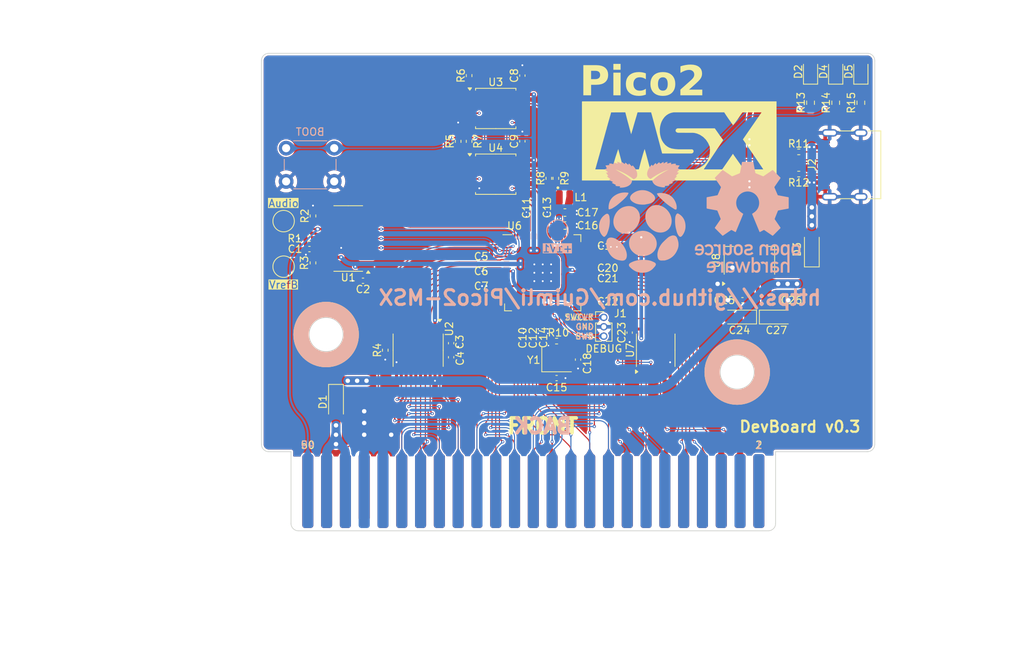
<source format=kicad_pcb>
(kicad_pcb (version 20240108) (generator "pcbnew") (generator_version "8.0")
  (title_block (title "Pico2-MSX") (date "2024-09-04") (rev "0.3"))
  (layers (0 "F.Cu" signal) (1 "In1.Cu" signal) (2 "In2.Cu" signal) (31 "B.Cu" signal) (34 "B.Paste" user) (35 "F.Paste" user) (36 "B.SilkS" user "B.Silkscreen") (37 "F.SilkS" user "F.Silkscreen") (38 "B.Mask" user) (39 "F.Mask" user) (44 "Edge.Cuts" user))
  (net 0 "")
  (net 1 "GND")
  (net 2 "/XIN")
  (net 3 "Net-(U1-VrefB)")
  (net 4 "Net-(C18-Pad1)")
  (net 5 "/AUDIO")
  (net 6 "+5V")
  (net 7 "Net-(D1-A)")
  (net 8 "/VREG_LX")
  (net 9 "/QSPI_SS0")
  (net 10 "/XOUT")
  (net 11 "Net-(J2-CC1)")
  (net 12 "Net-(J2-CC2)")
  (net 13 "/SWD")
  (net 14 "/SWCLK")
  (net 15 "/~{USB_BOOT}")
  (net 16 "+3V3")
  (net 17 "/QSPI_SS1")
  (net 18 "/SPI0_SCK")
  (net 19 "Net-(D2-K)")
  (net 20 "+1V1")
  (net 21 "/LED2")
  (net 22 "/LED1")
  (net 23 "/QSPI_SCLK")
  (net 24 "/QSPI_SD3")
  (net 25 "Net-(D3-A)")
  (net 26 "Net-(U1-VoutA)")
  (net 27 "/~{SHDN}")
  (net 28 "/CLOCK")
  (net 29 "/QSPI_SD1")
  (net 30 "/QSPI_SD0")
  (net 31 "/QSPI_SD2")
  (net 32 "/MSX_D4")
  (net 33 "/MSX_D3")
  (net 34 "/MSX_D7")
  (net 35 "/MSX_D6")
  (net 36 "/MSX_D2")
  (net 37 "/MSX_D1")
  (net 38 "/MSX_D5")
  (net 39 "/MSX_D0")
  (net 41 "/~{WAIT}")
  (net 43 "/~{RFSH}")
  (net 44 "/A10")
  (net 45 "/A11")
  (net 46 "/A13")
  (net 47 "/A12")
  (net 48 "/A15")
  (net 49 "/A8")
  (net 50 "/A9")
  (net 51 "/A14")
  (net 52 "/D7")
  (net 53 "/D0")
  (net 54 "/D3")
  (net 55 "/D1")
  (net 56 "/D4")
  (net 57 "/D5")
  (net 58 "/D6")
  (net 59 "/D2")
  (net 60 "/~{RESET}")
  (net 64 "/~{SLTSL}")
  (net 65 "/A1")
  (net 66 "/A0")
  (net 67 "/A2")
  (net 68 "/A7")
  (net 69 "/A4")
  (net 70 "/A5")
  (net 71 "/A6")
  (net 72 "/A3")
  (net 73 "/~{WR}")
  (net 74 "/~{EXINT}")
  (net 76 "/~{BUSDIR}")
  (net 77 "Net-(U5-SW1)")
  (net 78 "/~{MREQ}")
  (net 80 "/~{M1}")
  (net 82 "/~{RD}")
  (net 83 "/D+")
  (net 84 "/D-")
  (net 85 "/USB_D-")
  (net 86 "/USB_D+")
  (net 88 "Net-(D4-K)")
  (net 89 "Net-(D5-K)")
  (net 90 "/~{LDAC}")
  (net 91 "/~{IORQ_RD}")
  (net 92 "/~{IORQ_WR}")
  (net 93 "/~{SLTSL_RD}")
  (net 94 "/~{SLTSL_WR}")
  (net 95 "/SPI0_~{CS}")
  (net 96 "/SPI0_MOSI")
  (net 101 "/OE")
  (net 104 "/~{IORQ}")
  (footprint "Capacitor_SMD:C_0201_0603Metric" (layer "F.Cu") (at 157.8025 97.519 -90)
    (property "Reference" "C14")
    (property "Value" "100nF")
  )
  (footprint "TestPoint:TestPoint_Pad_D2.5mm" (layer "F.Cu") (at 122.09375 83.9315)
    (property "Reference" "TP1")
    (property "Value" "Audio")
  )
  (footprint "Capacitor_SMD:C_0201_0603Metric" (layer "F.Cu") (at 154.5125 97.519 -90)
    (property "Reference" "C10")
    (property "Value" "100nF")
  )
  (footprint "Additional:USB_C_Receptacle_G-Switch_GT-USB-7010ASV" (layer "F.Cu") (at 199.0225 76.314 90)
    (property "Reference" "J2")
    (property "Value" "USB_C")
  )
  (footprint "Resistor_SMD:R_0402_1005Metric" (layer "F.Cu") (at 191.72 77.564 180)
    (property "Reference" "R12")
    (property "Value" "5.1k")
  )
  (footprint "Package_SO:SOIC-8_5.23x5.23mm_P1.27mm" (layer "F.Cu") (at 150.7625 77.584)
    (property "Reference" "U4")
    (property "Value" "W25Q128JVS")
  )
  (footprint "Package_SO:TSSOP-20_4.4x6.5mm_P0.65mm" (layer "F.Cu") (at 140.2775 101.3915 -90)
    (property "Reference" "U2")
    (property "Value" "TXB0108PW")
  )
  (footprint "Capacitor_SMD:C_0201_0603Metric" (layer "F.Cu") (at 150.5125 92.719 180)
    (property "Reference" "C7")
    (property "Value" "100nF")
  )
  (footprint "Resistor_SMD:R_0402_1005Metric" (layer "F.Cu") (at 191.72 74.56775 180)
    (property "Reference" "R11")
    (property "Value" "5.1k")
  )
  (footprint "Resistor_SMD:R_0402_1005Metric" (layer "F.Cu") (at 125.5525 86.2825 180)
    (property "Reference" "R1")
    (property "Value" "3.3k")
  )
  (footprint "Crystal:Crystal_SMD_3225-4Pin_3.2x2.5mm" (layer "F.Cu") (at 158.9875 102.6665)
    (property "Reference" "Y1")
    (property "Value" "ABM8-272-T3")
  )
  (footprint "Capacitor_SMD:C_0402_1005Metric" (layer "F.Cu") (at 158.9875 105.1665)
    (property "Reference" "C15")
    (property "Value" "15pF")
  )
  (footprint "Resistor_SMD:R_0402_1005Metric" (layer "F.Cu") (at 158.8875 78.14275 -90)
    (property "Reference" "R9")
    (property "Value" "27")
  )
  (footprint "LED_SMD:LED_0805_2012Metric" (layer "F.Cu") (at 193.3125 63.719 90)
    (property "Reference" "D2")
    (property "Value" "KT-0805Y")
  )
  (footprint "Resistor_SMD:R_0402_1005Metric" (layer "F.Cu") (at 147.1625 73.139 -90)
    (property "Reference" "R7")
    (property "Value" "10k")
  )
  (footprint "Resistor_SMD:R_0603_1608Metric" (layer "F.Cu") (at 200.1125 67.919 -90)
    (property "Reference" "R15")
    (property "Value" "470")
  )
  (footprint "Additional:RP2350-QFN-80-1EP_10x10_P0.4mm_EP3.4x3.4mm_ThermalVias" (layer "F.Cu") (at 157.1125 90.919)
    (property "Reference" "U6")
    (property "Value" "RP2350_80QFN")
  )
  (footprint "Capacitor_SMD:C_0201_0603Metric" (layer "F.Cu") (at 163.7125 94.809)
    (property "Reference" "C22")
    (property "Value" "100nF")
  )
  (footprint "Capacitor_Tantalum_SMD:CP_EIA-3216-18_Kemet-A" (layer "F.Cu") (at 188.7025 96.9065)
    (property "Reference" "C27")
    (property "Value" "10uF")
  )
  (footprint "Capacitor_SMD:C_0402_1005Metric" (layer "F.Cu") (at 154.3625 73.139 90)
    (property "Reference" "C9")
    (property "Value" "100nF")
  )
  (footprint "Additional:MSX_Cartridge" (layer "F.Cu") (at 155.8425 120.5735)
    (property "Reference" "U5" (hide yes))
    (property "Value" "~" (hide yes))
  )
  (footprint "Connector_PinHeader_1.27mm:PinHeader_1x03_P1.27mm_Vertical" (layer "F.Cu") (at 165.3675 96.9515)
    (property "Reference" "J1")
    (property "Value" "DEBUG")
  )
  (footprint "Resistor_SMD:R_0402_1005Metric" (layer "F.Cu") (at 126.0625 83.2325 90)
    (property "Reference" "R2")
    (property "Value" "10k")
  )
  (footprint "Resistor_SMD:R_0402_1005Metric" (layer "F.Cu") (at 135.8325 101.3915 -90)
    (property "Reference" "R4")
    (property "Value" "10k")
  )
  (footprint "Resistor_SMD:R_0402_1005Metric" (layer "F.Cu") (at 126.0625 89.5825 90)
    (property "Reference" "R3")
    (property "Value" "4.7k")
  )
  (footprint "Resistor_SMD:R_0402_1005Metric" (layer "F.Cu") (at 145.6825 73.139 90)
    (property "Reference" "R5")
    (property "Value" "1k")
  )
  (footprint "Resistor_SMD:R_0402_1005Metric" (layer "F.Cu") (at 157.9375 78.14275 -90)
    (property "Reference" "R8")
    (property "Value" "27")
  )
  (footprint "Additional:C_0603_1608Metric_small" (layer "F.Cu") (at 160.1125 84.52525)
    (property "Reference" "C16")
    (property "Value" "4.7uF")
  )
  (footprint "Capacitor_SMD:C_0201_0603Metric" (layer "F.Cu") (at 150.5125 88.719 180)
    (property "Reference" "C5")
    (property "Value" "100nF")
  )
  (footprint "Capacitor_SMD:C_0402_1005Metric" (layer "F.Cu") (at 184.1025 94.6315 180)
    (property "Reference" "C25")
    (property "Value" "100nF")
  )
  (footprint "Diode_SMD:D_SOD-123" (layer "F.Cu") (at 193.48375 87.7675 90)
    (property "Reference" "D3")
    (property "Value" "B5819W SL")
  )
  (footprint "Additional:C_0603_1608Metric_small" (layer "F.Cu") (at 160.1125 82.769)
    (property "Reference" "C17")
    (property "Value" "4.7uF")
  )
  (footprint "Package_SO:SOIC-14_3.9x8.7mm_P1.27mm" (layer "F.Cu") (at 130.825 86.2825 180)
    (property "Reference" "U1")
    (property "Value" "MCP4922-ESL")
  )
  (footprint "Resistor_SMD:R_0402_1005Metric" (layer "F.Cu") (at 158.9875 100.1665)
    (property "Reference" "R10")
    (property "Value" "1k")
  )
  (footprint "Capacitor_SMD:C_0402_1005Metric" (layer "F.Cu") (at 144.73 102.349 90)
    (property "Reference" "C4")
    (property "Value" "100nF")
  )
  (footprint "TestPoint:TestPoint_Pad_D2.5mm" (layer "F.Cu") (at 122.09375 90.0925)
    (property "Reference" "TP2")
    (property "Value" "VrefB")
  )
  (footprint "Capacitor_SMD:C_0201_0603Metric" (layer "F.Cu") (at 157.7125 84.319 90)
    (property "Reference" "C13")
    (property "Value" "100nF")
  )
  (footprint "Resistor_SMD:R_0603_1608Metric" (layer "F.Cu") (at 193.3125 67.919 -90)
    (property "Reference" "R13")
    (property "Value" "470")
  )
  (footprint "Capacitor_SMD:C_0402_1005Metric" (layer "F.Cu") (at 132.82 91.9975 180)
    (property "Reference" "C2")
    (property "Value" "100nF")
  )
  (footprint "Package_SO:TSSOP-14_4.4x5mm_P0.65mm" (layer "F.Cu") (at 172.3825 101.3975 90)
    (property "Reference" "U7")
    (property "Value" "MC74LCX32DTR2G")
  )
  (footprint "Capacitor_SMD:C_0402_1005Metric" (layer "F.Cu") (at 144.73 100.444 -90)
    (property "Reference" "C3")
    (property "Value" "100nF")
  )
  (footprint "Capacitor_SMD:C_0402_1005Metric" (layer "F.Cu") (at 154.3625 64.249 90)
    (property "Reference" "C8")
    (property "Value" "100nF")
  )
  (footprint "Capacitor_SMD:C_0402_1005Metric" (layer "F.Cu") (at 161.8875 102.6665 -90)
    (property "Reference" "C18")
    (property "Value" "15pF")
  )
  (footprint "Resistor_SMD:R_0603_1608Metric" (layer "F.Cu") (at 196.7125 67.919 -90)
    (property "Reference" "R14")
    (property "Value" "470")
  )
  (footprint "Additional:L_pol_2016" (layer "F.Cu") (at 160.0625 80.719)
    (property "Reference" "L1")
    (property "Value" "3.3uH")
  )
  (footprint "Capacitor_SMD:C_0201_0603Metric" (layer "F.Cu") (at 163.7125 87.294)
    (property "Reference" "C19")
    (property "Value" "100nF")
  )
  (footprint "Capacitor_SMD:C_0201_0603Metric" (layer "F.Cu") (at 150.5125 90.719 180)
    (property "Reference" "C6")
    (property "Value" "100nF")
  )
  (footprint "Capacitor_SMD:C_0201_0603Metric" (layer "F.Cu") (at 154.9125 84.319 90)
    (property "Reference" "C11")
    (property "Value" "100nF")
  )
  (footprint "Capacitor_SMD:C_0402_1005Metric" (layer "F.Cu") (at 168.86 99.015 -90)
    (property "Reference" "C23")
    (property "Value" "100nF")
  )
  (footprint "Capacitor_SMD:C_0201_0603Metric" (layer "F.Cu") (at 156.5125 97.519 -90)
    (property "Reference" "C12")
    (property "Value" "100nF")
  )
  (footprint "LED_SMD:LED_0805_2012Metric" (layer "F.Cu") (at 196.7125 63.719 90)
    (property "Reference" "D4")
    (property "Value" "NCD0805R1")
  )
  (footprint "Diode_SMD:D_SOD-123" (layer "F.Cu") (at 129.1725 108.3825 -90)
    (property "Reference" "D1")
    (property "Value" "B5819W SL")
  )
  (footprint "Capacitor_SMD:C_0402_1005Metric" (layer "F.Cu") (at 125.5825 87.71125 180)
    (property "Reference" "C1")
    (property "Value" "100nF")
  )
  (footprint "Capacitor_SMD:C_0402_1005Metric" (layer "F.Cu") (at 188.3025 94.6315)
    (property "Reference" "C26")
    (property "Value" "100nF")
  )
  (footprint "LED_SMD:LED_0805_2012Metric" (layer "F.Cu") (at 200.1125 63.719 90)
    (property "Reference" "D5")
    (property "Value" "KT-0805G")
  )
  (footprint "Capacitor_SMD:C_0201_0603Metric" (layer "F.Cu") (at 163.7125 91.294)
    (property "Reference" "C21")
    (property "Value" "100nF")
  )
  (footprint "Package_TO_SOT_SMD:SOT-223-3_TabPin2" (layer "F.Cu") (at 185.0525 89.269 90)
    (property "Reference" "U8")
    (property "Value" "AMS1117-3.3")
  )
  (footprint "Capacitor_Tantalum_SMD:CP_EIA-3216-18_Kemet-A" (layer "F.Cu") (at 183.7025 96.9065 180)
    (property "Reference" "C24")
    (property "Value" "10uF")
  )
  (footprint "Resistor_SMD:R_0402_1005Metric" (layer "F.Cu") (at 147.1625 64.249 -90)
    (property "Reference" "R6")
    (property "Value" "10k")
  )
  (footprint "Package_SO:SOIC-8_5.23x5.23mm_P1.27mm" (layer "F.Cu") (at 150.7625 68.694)
    (property "Reference" "U3")
    (property "Value" "W25Q128JVS")
  )
  (footprint "Capacitor_SMD:C_0201_0603Metric" (layer "F.Cu") (at 163.7125 90.544)
    (property "Reference" "C20")
    (property "Value" "100nF")
  )
  (footprint "TestPoint:TestPoint_Pad_D2.5mm" (layer "B.Cu") (at 159.1125 85.20525 180)
    (property "Reference" "TP3")
    (property "Value" "+1V1")
  )
  (footprint "Button_Switch_THT:SW_PUSH_6mm_H7.3mm" (layer "B.Cu") (at 122.43 78.564)
    (property "Reference" "SW1")
    (property "Value" "BOOT")
  )
  (gr_rect (start 159.7125 86.67525) (end 160.9025 87.55525) (stroke (width 0.1)) (fill solid) (layer "F.Cu") (net 16))
  (gr_rect (start 157.7125 85.669) (end 158.1125 87.569) (stroke (width 0.073)) (fill solid) (layer "F.Cu") (net 16))
  (gr_poly (pts (xy 170.729372 85.242325) (xy 170.829544 85.249859) (xy 170.929245 85.262415) (xy 171.02824 85.279993) (xy 171.126293 85.302593) (xy 171.223169 85.330216) (xy 171.318632 85.362861) (xy 171.412448 85.400528) (xy 171.50438 85.443217) (xy 171.594192 85.490929) (xy 171.681651 85.543664) (xy 171.76652 85.60142) (xy 171.848564 85.664199) (xy 171.927547 85.732) (xy 172.003235 85.804823) (xy 172.075391 85.882669) (xy 172.13362 85.948878) (xy 172.187779 86.016833) (xy 172.237876 86.086397) (xy 172.283923 86.157432) (xy 172.325927 86.229802) (xy 172.363901 86.303368) (xy 172.397852 86.377993) (xy 172.427792 86.45354) (xy 172.453729 86.529873) (xy 172.475674 86.606852) (xy 172.493636 86.684342) (xy 172.507626 86.762204) (xy 172.517653 86.840302) (xy 172.523726 86.918498) (xy 172.525857 86.996655) (xy 172.524053 87.074635) (xy 172.518326 87.152301) (xy 172.508686 87.229516) (xy 172.495141 87.306142) (xy 172.477702 87.382043) (xy 172.456378 87.45708) (xy 172.43118 87.531117) (xy 172.402117 87.604016) (xy 172.369199 87.67564) (xy 172.332435 87.745851) (xy 172.291837 87.814513) (xy 172.247413 87.881487) (xy 172.199173 87.946637) (xy 172.147127 88.009825) (xy 172.091284 88.070914) (xy 172.031656 88.129766) (xy 171.968251 88.186244) (xy 171.901731 88.239917) (xy 171.832857 88.290431) (xy 171.761786 88.337767) (xy 171.688675 88.381905) (xy 171.61368 88.422826) (xy 171.536958 88.46051) (xy 171.378964 88.526087) (xy 171.215948 88.578482) (xy 171.049165 88.617535) (xy 170.879871 88.643091) (xy 170.709321 88.654993) (xy 170.538772 88.653083) (xy 170.369478 88.637205) (xy 170.202695 88.607202) (xy 170.120638 88.586854) (xy 170.039679 88.562916) (xy 169.959976 88.535368) (xy 169.881685 88.504191) (xy 169.804964 88.469365) (xy 169.72997 88.43087) (xy 169.656858 88.388687) (xy 169.585787 88.342796) (xy 169.516914 88.293178) (xy 169.450394 88.239812) (xy 169.353715 88.158187) (xy 169.264569 88.073972) (xy 169.182956 87.987088) (xy 169.108876 87.897459) (xy 169.074662 87.851589) (xy 169.04233 87.805004) (xy 169.011882 87.757692) (xy 168.983318 87.709645) (xy 168.956637 87.660852) (xy 168.931839 87.611304) (xy 168.908924 87.560991) (xy 168.887893 87.509903) (xy 168.868745 87.458031) (xy 168.851481 87.405363) (xy 168.8361 87.351892) (xy 168.822602 87.297606) (xy 168.810988 87.242496) (xy 168.801257 87.186552) (xy 168.793409 87.129765) (xy 168.787445 87.072124) (xy 168.781167 86.954244) (xy 168.782422 86.832831) (xy 168.791211 86.707809) (xy 168.807534 86.579099) (xy 168.823538 86.514746) (xy 168.841395 86.452246) (xy 168.861077 86.391571) (xy 168.882555 86.332692) (xy 168.905798 86.275577) (xy 168.930777 86.220199) (xy 168.957463 86.166528) (xy 168.985826 86.114535) (xy 169.015838 86.064189) (xy 169.047468 86.015461) (xy 169.080687 85.968323) (xy 169.115465 85.922745) (xy 169.189584 85.836149) (xy 169.269588 85.755439) (xy 169.355242 85.680379) (xy 169.446311 85.610733) (xy 169.542559 85.546267) (xy 169.643751 85.486745) (xy 169.749651 85.431931) (xy 169.860024 85.38159) (xy 169.974635 85.335487) (xy 170.093247 85.293386) (xy 170.123395 85.292784) (xy 170.153621 85.291084) (xy 170.184003 85.288442) (xy 170.214621 85.285015) (xy 170.276878 85.276436) (xy 170.341017 85.2666) (xy 170.407668 85.256765) (xy 170.477457 85.248185) (xy 170.513725 85.244758) (xy 170.551013 85.242116) (xy 170.5894 85.240416) (xy 170.628964 85.239814)) (stroke (width -0.000001)) (fill solid) (layer "B.SilkS"))
  (gr_poly (pts (xy 188.518775 87.047395) (xy 188.57344 87.054348) (xy 188.60074 87.059681) (xy 188.62793 87.0663) (xy 188.654942 87.074242) (xy 188.68171 87.083545) (xy 188.708169 87.094245) (xy 188.73425 87.106381) (xy 188.759888 87.119987) (xy 188.785016 87.135103) (xy 188.809567 87.151764) (xy 188.833475 87.170007) (xy 188.856673 87.189871) (xy 188.879094 87.211391) (xy 188.900673 87.234605) (xy 188.921342 87.25955) (xy 188.941035 87.286262) (xy 188.959685 87.31478) (xy 188.977226 87.345139) (xy 188.993591 87.377377) (xy 189.008713 87.411531) (xy 189.022526 87.447638) (xy 189.034964 87.485736) (xy 189.045959 87.52586) (xy 189.055445 87.568048) (xy 189.063356 87.612337) (xy 189.069625 87.658764) (xy 189.074185 87.707367) (xy 189.07697 87.758181) (xy 189.077913 87.811245) (xy 189.076885 87.86712) (xy 189.07385 87.920337) (xy 189.068883 87.970954) (xy 189.062058 88.019028) (xy 189.053448 88.064619) (xy 189.043128 88.107784) (xy 189.031173 88.14858) (xy 189.017656 88.187067) (xy 189.002651 88.223302) (xy 188.986233 88.257342) (xy 188.968476 88.289246) (xy 188.949454 88.319072) (xy 188.929241 88.346878) (xy 188.907911 88.372722) (xy 188.885539 88.396662) (xy 188.862198 88.418755) (xy 188.837963 88.43906) (xy 188.812908 88.457635) (xy 188.787107 88.474538) (xy 188.760634 88.489827) (xy 188.733564 88.503559) (xy 188.70597 88.515793) (xy 188.649509 88.535997) (xy 188.591844 88.550905) (xy 188.533569 88.560978) (xy 188.475276 88.566683) (xy 188.417559 88.568481) (xy 188.380239 88.567648) (xy 188.343179 88.565121) (xy 188.306432 88.560858) (xy 188.270049 88.554814) (xy 188.23408 88.546947) (xy 188.198576 88.537215) (xy 188.16359 88.525573) (xy 188.129173 88.51198) (xy 188.095375 88.496392) (xy 188.062248 88.478766) (xy 188.029843 88.459059) (xy 187.998211 88.437229) (xy 187.967404 88.413231) (xy 187.937473 88.387025) (xy 187.908468 88.358565) (xy 187.880442 88.32781) (xy 188.097659 88.142997) (xy 188.114563 88.159609) (xy 188.132229 88.175305) (xy 188.150591 88.190065) (xy 188.169586 88.203867) (xy 188.189148 88.216688) (xy 188.209213 88.228508) (xy 188.229718 88.239305) (xy 188.250596 88.249057) (xy 188.271784 88.257743) (xy 188.293218 88.265341) (xy 188.314832 88.271829) (xy 188.336563 88.277186) (xy 188.358346 88.28139) (xy 188.380116 88.28442) (xy 188.40181 88.286253) (xy 188.423361 88.286869) (xy 188.442463 88.286508) (xy 188.461221 88.285425) (xy 188.479617 88.28362) (xy 188.497634 88.281095) (xy 188.515255 88.277849) (xy 188.532463 88.273883) (xy 188.549241 88.269198) (xy 188.565571 88.263794) (xy 188.581436 88.257672) (xy 188.596819 88.250832) (xy 188.611704 88.243275) (xy 188.626072 88.235002) (xy 188.639906 88.226012) (xy 188.65319 88.216307) (xy 188.665907 88.205887) (xy 188.678038 88.194753) (xy 188.689567 88.182905) (xy 188.700477 88.170344) (xy 188.71075 88.15707) (xy 188.72037 88.143083) (xy 188.729319 88.128385) (xy 188.737579 88.112976) (xy 188.745135 88.096857) (xy 188.751968 88.080027) (xy 188.758062 88.062488) (xy 188.763399 88.04424) (xy 188.767961 88.025284) (xy 188.771733 88.00562) (xy 188.774697 87.985248) (xy 188.776835 87.96417) (xy 188.77813 87.942386) (xy 188.778566 87.919896) (xy 187.851104 87.919895) (xy 187.851104 87.673422) (xy 188.150451 87.673422) (xy 188.778566 87.673422) (xy 188.777647 87.65253) (xy 188.776004 87.63226) (xy 188.773651 87.612617) (xy 188.770603 87.593602) (xy 188.766877 87.575218) (xy 188.762486 87.557468) (xy 188.757446 87.540354) (xy 188.751771 87.52388) (xy 188.745478 87.508047) (xy 188.73858 87.492858) (xy 188.731093 87.478315) (xy 188.723033 87.464423) (xy 188.714413 87.451182) (xy 188.70525 87.438597) (xy 188.695558 87.426668) (xy 188.685352 87.4154) (xy 188.674647 87.404794) (xy 188.663458 87.394853) (xy 188.651801 87.38558) (xy 188.639691 87.376978) (xy 188.627142 87.369049) (xy 188.614169 87.361795) (xy 188.600788 87.35522) (xy 188.587014 87.349326) (xy 188.572862 87.344115) (xy 188.558346 87.339591) (xy 188.543482 87.335756) (xy 188.528285 87.332612) (xy 188.51277 87.330162) (xy 188.496952 87.328409) (xy 188.480846 87.327355) (xy 188.464467 87.327003) (xy 188.448096 87.327355) (xy 188.432015 87.328409) (xy 188.416235 87.330162) (xy 188.400771 87.332612) (xy 188.385636 87.335756) (xy 188.370844 87.339591) (xy 188.356408 87.344116) (xy 188.342341 87.349326) (xy 188.328656 87.35522) (xy 188.315368 87.361796) (xy 188.30249 87.369049) (xy 188.290034 87.376978) (xy 188.278015 87.385581) (xy 188.266446 87.394853) (xy 188.255341 87.404794) (xy 188.244712 87.4154) (xy 188.234573 87.426668) (xy 188.224938 87.438597) (xy 188.21582 87.451183) (xy 188.207233 87.464423) (xy 188.199189 87.478316) (xy 188.191703 87.492858) (xy 188.184788 87.508047) (xy 188.178457 87.52388) (xy 188.172723 87.540355) (xy 188.167601 87.557469) (xy 188.163103 87.575219) (xy 188.159243 87.593602) (xy 188.156034 87.612617) (xy 188.153491 87.632261) (xy 188.151625 87.65253) (xy 188.150451 87.673422) (xy 187.851104 87.673422) (xy 187.851104 87.67334) (xy 187.851931 87.637698) (xy 187.854382 87.602901) (xy 187.858412 87.568968) (xy 187.863979 87.535917) (xy 187.871037 87.503769) (xy 187.879543 87.472541) (xy 187.889452 87.442251) (xy 187.900721 87.41292) (xy 187.913305 87.384565) (xy 187.927161 87.357206) (xy 187.942245 87.330861) (xy 187.958511 87.305549) (xy 187.975917 87.281289) (xy 187.994418 87.258099) (xy 188.01397 87.235999) (xy 188.034529 87.215006) (xy 188.056051 87.195141) (xy 188.078492 87.176421) (xy 188.101807 87.158865) (xy 188.125953 87.142493) (xy 188.150887 87.127323) (xy 188.176562 87.113373) (xy 188.202936 87.100662) (xy 188.229965 87.08921) (xy 188.257604 87.079035) (xy 188.285809 87.070156) (xy 188.314537 87.062591) (xy 188.343743 87.05636) (xy 188.373383 87.05148) (xy 188.403413 87.047972) (xy 188.433789 87.045853) (xy 188.464467 87.045143)) (stroke (width -0.000001)) (fill solid) (layer "B.SilkS"))
  (gr_poly (pts (xy 179.577893 87.047714) (xy 179.609725 87.050961) (xy 179.641314 87.055541) (xy 179.6726 87.061476) (xy 179.703524 87.068785) (xy 179.734028 87.07749) (xy 179.764054 87.08761) (xy 179.793542 87.099166) (xy 179.822435 87.112179) (xy 179.850673 87.126668) (xy 179.878198 87.142654) (xy 179.904952 87.160158) (xy 179.930875 87.179199) (xy 179.95591 87.199799) (xy 179.979998 87.221978) (xy 180.003079 87.245755) (xy 180.025097 87.271152) (xy 180.045991 87.298189) (xy 180.065703 87.326887) (xy 180.084175 87.357265) (xy 180.101348 87.389344) (xy 180.117164 87.423144) (xy 180.131563 87.458686) (xy 180.144488 87.495991) (xy 180.15588 87.535078) (xy 180.16568 87.575968) (xy 180.173829 87.618682) (xy 180.18027 87.663239) (xy 180.184943 87.709661) (xy 180.187789 87.757967) (xy 180.188751 87.808178) (xy 180.187789 87.858156) (xy 180.184943 87.906242) (xy 180.18027 87.952456) (xy 180.173829 87.99682) (xy 180.16568 88.039352) (xy 180.15588 88.080072) (xy 180.144488 88.119001) (xy 180.131563 88.156159) (xy 180.117164 88.191565) (xy 180.101348 88.22524) (xy 180.084175 88.257204) (xy 180.065703 88.287475) (xy 180.045991 88.316076) (xy 180.025097 88.343025) (xy 180.00308 88.368342) (xy 179.979998 88.392048) (xy 179.95591 88.414162) (xy 179.930876 88.434705) (xy 179.904952 88.453696) (xy 179.878198 88.471155) (xy 179.850673 88.487103) (xy 179.822435 88.50156) (xy 179.793542 88.514544) (xy 179.764054 88.526077) (xy 179.703524 88.544868) (xy 179.641314 88.558092) (xy 179.577893 88.56591) (xy 179.513729 88.56848) (xy 179.471903 88.567223) (xy 179.43118 88.563519) (xy 179.391564 88.557468) (xy 179.35306 88.549167) (xy 179.315674 88.538718) (xy 179.27941 88.526218) (xy 179.244274 88.511768) (xy 179.210269 88.495466) (xy 179.177402 88.477413) (xy 179.145678 88.457706) (xy 179.1151 88.436446) (xy 179.085675 88.413732) (xy 179.057407 88.389664) (xy 179.030301 88.364339) (xy 179.004362 88.337859) (xy 178.979595 88.310321) (xy 179.199713 88.113657) (xy 179.21384 88.1304) (xy 179.228703 88.146468) (xy 179.244281 88.161804) (xy 179.26055 88.176353) (xy 179.27749 88.190059) (xy 179.295079 88.202866) (xy 179.313296 88.214719) (xy 179.332117 88.225561) (xy 179.351523 88.235336) (xy 179.37149 88.24399) (xy 179.391997 88.251465) (xy 179.413023 88.257706) (xy 179.434546 88.262658) (xy 179.456544 88.266264) (xy 179.467714 88.267545) (xy 179.478995 88.268469) (xy 179.490384 88.269028) (xy 179.501878 88.269216) (xy 179.524419 88.26881) (xy 179.546369 88.267586) (xy 179.567719 88.265537) (xy 179.588461 88.262652) (xy 179.608587 88.258925) (xy 179.628088 88.254345) (xy 179.646957 88.248905) (xy 179.665185 88.242596) (xy 179.682765 88.235409) (xy 179.699688 88.227336) (xy 179.715947 88.218369) (xy 179.731532 88.208498) (xy 179.746436 88.197715) (xy 179.760651 88.186012) (xy 179.774168 88.17338) (xy 179.78698 88.15981) (xy 179.799079 88.145293) (xy 179.810455 88.129823) (xy 179.821102 88.113388) (xy 179.831011 88.095982) (xy 179.840174 88.077595) (xy 179.848583 88.05822) (xy 179.856229 88.037846) (xy 179.863105 88.016467) (xy 179.869203 87.994073) (xy 179.874514 87.970655) (xy 179.87903 87.946205) (xy 179.882743 87.920715) (xy 179.885645 87.894176) (xy 179.887728 87.866579) (xy 179.888984 87.837916) (xy 179.889404 87.808178) (xy 179.887729 87.749298) (xy 179.882746 87.694746) (xy 179.879035 87.66907) (xy 179.874521 87.644449) (xy 179.869212 87.620874) (xy 179.863117 87.598335) (xy 179.856244 87.576823) (xy 179.8486 87.556329) (xy 179.840194 87.536845) (xy 179.831033 87.51836) (xy 179.821127 87.500866) (xy 179.810482 87.484354) (xy 179.799108 87.468814) (xy 179.787011 87.454237) (xy 179.774201 87.440615) (xy 179.760685 87.427937) (xy 179.746471 87.416196) (xy 179.731568 87.405381) (xy 179.715983 87.395484) (xy 179.699725 87.386496) (xy 179.682801 87.378407) (xy 179.66522 87.371208) (xy 179.64699 87.364891) (xy 179.628119 87.359445) (xy 179.608614 87.354862) (xy 179.588485 87.351133) (xy 179.546383 87.3462) (xy 179.501878 87.344571) (xy 179.478994 87.345319) (xy 179.45654 87.347523) (xy 179.434539 87.351129) (xy 179.413012 87.356081) (xy 179.391981 87.362322) (xy 179.371468 87.369798) (xy 179.351496 87.378451) (xy 179.332086 87.388226) (xy 179.313261 87.399068) (xy 179.295043 87.410921) (xy 179.277454 87.423728) (xy 179.260515 87.437434) (xy 179.24425 87.451983) (xy 179.22868 87.467319) (xy 179.213827 87.483386) (xy 179.199713 87.500129) (xy 178.979595 87.303465) (xy 179.004376 87.275885) (xy 179.030328 87.249369) (xy 179.057445 87.224015) (xy 179.085721 87.199923) (xy 179.115153 87.177192) (xy 179.145736 87.155919) (xy 179.177463 87.136203) (xy 179.210331 87.118144) (xy 179.244335 87.10184) (xy 179.279468 87.08739) (xy 179.315727 87.074892) (xy 179.353107 87.064445) (xy 179.391602 87.056148) (xy 179.431207 87.050099) (xy 179.451424 87.047949) (xy 179.471918 87.046397) (xy 179.492686 87.045458) (xy 179.513729 87.045142)) (stroke (width -0.000001)) (fill solid) (layer "B.SilkS"))
  (gr_poly (pts (xy 174.822601 85.873462) (xy 174.875623 85.881166) (xy 174.926605 85.893029) (xy 174.951282 85.900544) (xy 174.975389 85.909129) (xy 174.998909 85.918793) (xy 175.02182 85.929545) (xy 175.044103 85.941397) (xy 175.065739 85.954356) (xy 175.086708 85.968434) (xy 175.10699 85.98364) (xy 175.126566 85.999984) (xy 175.145416 86.017475) (xy 175.163521 86.036124) (xy 175.18086 86.05594) (xy 175.197415 86.076933) (xy 175.213165 86.099114) (xy 175.228092 86.122491) (xy 175.242174 86.147074) (xy 175.255394 86.172874) (xy 175.267731 86.1999) (xy 175.279165 86.228161) (xy 175.289677 86.257669) (xy 175.327933 86.358116) (xy 175.362187 86.458562) (xy 175.392203 86.559009) (xy 175.417746 86.659455) (xy 175.438581 86.759902) (xy 175.454472 86.860348) (xy 175.465184 86.960795) (xy 175.470481 87.061241) (xy 175.470128 87.161688) (xy 175.46389 87.262134) (xy 175.45153 87.362581) (xy 175.432815 87.463027) (xy 175.407507 87.563473) (xy 175.375372 87.66392) (xy 175.336174 87.764366) (xy 175.289677 87.864812) (xy 175.226283 88.002286) (xy 175.15669 88.133402) (xy 175.080976 88.258084) (xy 174.999219 88.376253) (xy 174.911499 88.48783) (xy 174.817893 88.592736) (xy 174.718479 88.690894) (xy 174.613338 88.782224) (xy 174.502546 88.866649) (xy 174.386182 88.944089) (xy 174.264326 89.014467) (xy 174.137054 89.077704) (xy 174.004447 89.133721) (xy 173.866581 89.18244) (xy 173.723536 89.223783) (xy 173.575391 89.257671) (xy 173.307534 89.257671) (xy 173.263116 89.261902) (xy 173.220258 89.264525) (xy 173.17895 89.265499) (xy 173.139182 89.264786) (xy 173.100944 89.262347) (xy 173.064226 89.258142) (xy 173.029019 89.252133) (xy 172.995313 89.244279) (xy 172.963098 89.234542) (xy 172.932364 89.222882) (xy 172.903102 89.20926) (xy 172.875301 89.193637) (xy 172.848952 89.175974) (xy 172.824045 89.156231) (xy 172.80057 89.13437) (xy 172.778517 89.11035) (xy 172.757877 89.084133) (xy 172.738639 89.05568) (xy 172.720795 89.024951) (xy 172.704334 88.991907) (xy 172.689245 88.956509) (xy 172.675521 88.918717) (xy 172.66315 88.878493) (xy 172.652123 88.835796) (xy 172.64243 88.790589) (xy 172.634061 88.742831) (xy 172.627007 88.692484) (xy 172.621257 88.639508) (xy 172.616802 88.583863) (xy 172.613632 88.525512) (xy 172.611108 88.400529) (xy 172.611108 88.400526) (xy 172.623048 88.300092) (xy 172.638835 88.199738) (xy 172.658544 88.09954) (xy 172.682256 87.999577) (xy 172.710049 87.899929) (xy 172.742001 87.800673) (xy 172.778191 87.701887) (xy 172.818696 87.603651) (xy 172.863596 87.506043) (xy 172.91297 87.409141) (xy 172.966895 87.313024) (xy 173.025449 87.21777) (xy 173.088713 87.123458) (xy 173.156763 87.030165) (xy 173.229678 86.937972) (xy 173.307538 86.846956) (xy 173.50843 86.6469) (xy 173.608876 86.548442) (xy 173.709323 86.451866) (xy 173.809769 86.357802) (xy 173.910215 86.266877) (xy 174.010661 86.179719) (xy 174.111108 86.096956) (xy 174.141241 86.077481) (xy 174.171375 86.059184) (xy 174.201509 86.041985) (xy 174.231642 86.025806) (xy 174.261776 86.010569) (xy 174.29191 85.996195) (xy 174.322044 85.982606) (xy 174.352177 85.969724) (xy 174.412445 85.945763) (xy 174.472712 85.923686) (xy 174.593247 85.882669) (xy 174.652861 85.874521) (xy 174.711063 85.870218) (xy 174.767695 85.869839)) (stroke (width -0.000001)) (fill solid) (layer "B.SilkS"))
  (gr_poly (pts (xy 172.556137 81.751692) (xy 172.644307 81.75741) (xy 172.733213 81.768237) (xy 172.822708 81.784284) (xy 172.912643 81.805656) (xy 173.002874 81.832463) (xy 173.093251 81.864812) (xy 173.172814 81.896499) (xy 173.250748 81.931227) (xy 173.326995 81.968898) (xy 173.401496 82.009413) (xy 173.474192 82.052675) (xy 173.545025 82.098586) (xy 173.613935 82.147046) (xy 173.680863 82.19796) (xy 173.745751 82.251227) (xy 173.80854 82.30675) (xy 173.869171 82.364432) (xy 173.927585 82.424173) (xy 173.983723 82.485877) (xy 174.037527 82.549444) (xy 174.088937 82.614776) (xy 174.137895 82.681777) (xy 174.184342 82.750346) (xy 174.228218 82.820388) (xy 174.269466 82.891802) (xy 174.308026 82.964492) (xy 174.34384 83.038358) (xy 174.376848 83.113304) (xy 174.406992 83.189231) (xy 174.434212 83.26604) (xy 174.458451 83.343635) (xy 174.479649 83.421916) (xy 174.497747 83.500785) (xy 174.512686 83.580145) (xy 174.524408 83.659897) (xy 174.532854 83.739944) (xy 174.537965 83.820187) (xy 174.539681 83.900527) (xy 174.539677 83.900527) (xy 174.536878 84.004723) (xy 174.528586 84.106299) (xy 174.514958 84.205148) (xy 174.496151 84.301162) (xy 174.472321 84.394234) (xy 174.443626 84.484255) (xy 174.410222 84.571117) (xy 174.372267 84.654713) (xy 174.329917 84.734934) (xy 174.28333 84.811673) (xy 174.232663 84.884822) (xy 174.178071 84.954273) (xy 174.119713 85.019918) (xy 174.057745 85.081649) (xy 173.992324 85.139358) (xy 173.923607 85.192938) (xy 173.851751 85.24228) (xy 173.776914 85.287276) (xy 173.699251 85.327819) (xy 173.61892 85.363801) (xy 173.536078 85.395114) (xy 173.450882 85.421649) (xy 173.363488 85.4433) (xy 173.274054 85.459957) (xy 173.182737 85.471514) (xy 173.089693 85.477862) (xy 172.99508 85.478894) (xy 172.899054 85.474501) (xy 172.801773 85.464575) (xy 172.703392 85.44901) (xy 172.604071 85.427696) (xy 172.503964 85.400526) (xy 172.414365 85.368373) (xy 172.326443 85.332266) (xy 172.240307 85.292335) (xy 172.156063 85.248705) (xy 172.073821 85.201505) (xy 171.993688 85.150861) (xy 171.915771 85.096903) (xy 171.84018 85.039756) (xy 171.767021 84.979548) (xy 171.696403 84.916408) (xy 171.628433 84.850462) (xy 171.563219 84.781839) (xy 171.50087 84.710665) (xy 171.441493 84.637068) (xy 171.385197 84.561175) (xy 171.332088 84.483115) (xy 171.282275 84.403015) (xy 171.235866 84.321002) (xy 171.192968 84.237203) (xy 171.153691 84.151747) (xy 171.11814 84.06476) (xy 171.086426 83.976371) (xy 171.058654 83.886707) (xy 171.034934 83.795895) (xy 171.015373 83.704063) (xy 171.000079 83.611338) (xy 170.989159 83.517848) (xy 170.982723 83.42372) (xy 170.980878 83.329082) (xy 170.983731 83.234062) (xy 170.99139 83.138787) (xy 171.003964 83.043384) (xy 171.021361 82.954099) (xy 171.043319 82.867119) (xy 171.069692 82.782552) (xy 171.100331 82.700506) (xy 171.13509 82.621089) (xy 171.173822 82.544409) (xy 171.216379 82.470573) (xy 171.262615 82.39969) (xy 171.312382 82.331868) (xy 171.365533 82.267213) (xy 171.421922 82.205835) (xy 171.4814 82.147842) (xy 171.543821 82.09334) (xy 171.609037 82.042438) (xy 171.676903 81.995244) (xy 171.747269 81.951866) (xy 171.81999 81.912412) (xy 171.894917 81.876989) (xy 171.971905 81.845706) (xy 172.050805 81.81867) (xy 172.131471 81.795989) (xy 172.213756 81.777772) (xy 172.297512 81.764126) (xy 172.382592 81.755158) (xy 172.46885 81.750978)) (stroke (width -0.000001)) (fill solid) (layer "B.SilkS"))
  (gr_poly (pts (xy 168.314301 80.059994) (xy 168.441742 80.067031) (xy 168.570438 80.079404) (xy 168.700391 80.096956) (xy 168.700082 80.111867) (xy 168.699174 80.126475) (xy 168.697698 80.140788) (xy 168.695682 80.154817) (xy 168.69015 80.18206) (xy 168.682813 80.208283) (xy 168.673906 80.233565) (xy 168.663666 80.257983) (xy 168.652327 80.281617) (xy 168.640124 80.304544) (xy 168.627294 80.326844) (xy 168.614071 80.348594) (xy 168.58739 80.39076) (xy 168.561965 80.431671) (xy 168.550311 80.451852) (xy 168.539677 80.471954) (xy 168.468149 80.561127) (xy 168.394344 80.647945) (xy 168.318499 80.732566) (xy 168.240849 80.815147) (xy 168.16163 80.895844) (xy 168.081077 80.974815) (xy 167.916909 81.128205) (xy 167.750231 81.276573) (xy 167.582925 81.421173) (xy 167.253964 81.704097) (xy 167.153517 81.782048) (xy 167.05307 81.855605) (xy 166.952623 81.925394) (xy 166.852176 81.992045) (xy 166.751729 82.056184) (xy 166.651283 82.118439) (xy 166.450391 82.23981) (xy 166.411442 82.250418) (xy 166.374847 82.261888) (xy 166.34045 82.27383) (xy 166.308093 82.28585) (xy 166.248872 82.308555) (xy 166.221694 82.318456) (xy 166.195928 82.326866) (xy 166.171418 82.333393) (xy 166.148007 82.337643) (xy 166.136664 82.338793) (xy 166.125537 82.339226) (xy 166.114607 82.338894) (xy 166.103852 82.337748) (xy 166.093255 82.335739) (xy 166.082795 82.332817) (xy 166.072453 82.328934) (xy 166.062209 82.324041) (xy 166.052043 82.318089) (xy 166.041936 82.311028) (xy 166.031869 82.302809) (xy 166.021821 82.293384) (xy 166.014942 82.163471) (xy 166.014497 82.035048) (xy 166.020644 81.908353) (xy 166.03354 81.783619) (xy 166.053342 81.661082) (xy 166.080206 81.540978) (xy 166.114289 81.423542) (xy 166.15575 81.30901) (xy 166.204743 81.197616) (xy 166.261427 81.089597) (xy 166.325959 80.985188) (xy 166.398495 80.884623) (xy 166.479192 80.78814) (xy 166.568207 80.695973) (xy 166.665698 80.608357) (xy 166.771821 80.525527) (xy 166.88294 80.448911) (xy 166.995314 80.379671) (xy 167.108945 80.31765) (xy 167.22383 80.262692) (xy 167.339971 80.21464) (xy 167.457368 80.173337) (xy 167.576021 80.138625) (xy 167.695928 80.110348) (xy 167.817092 80.08835) (xy 167.939511 80.072472) (xy 168.063185 80.062558) (xy 168.188115 80.058451)) (stroke (width -0.000001)) (fill solid) (layer "B.SilkS"))
  (gr_poly (pts (xy 186.932357 87.04583) (xy 186.961215 87.047896) (xy 186.989474 87.051338) (xy 187.017106 87.056156) (xy 187.044085 87.062351) (xy 187.070386 87.069922) (xy 187.095981 87.078868) (xy 187.120846 87.08919) (xy 187.144952 87.100887) (xy 187.168275 87.113959) (xy 187.190788 87.128406) (xy 187.212465 87.144227) (xy 187.233279 87.161422) (xy 187.253205 87.179992) (xy 187.272216 87.199935) (xy 187.290286 87.221252) (xy 187.296252 87.221252) (xy 187.296252 87.062794) (xy 187.595599 87.062794) (xy 187.595599 88.550826) (xy 187.296252 88.550826) (xy 187.296252 87.664638) (xy 187.295885 87.645892) (xy 187.294793 87.627652) (xy 187.292992 87.609923) (xy 187.290496 87.592711) (xy 187.287321 87.576023) (xy 187.283482 87.559864) (xy 187.278993 87.544239) (xy 187.27387 87.529156) (xy 187.268128 87.514619) (xy 187.261782 87.500634) (xy 187.254847 87.487208) (xy 187.247338 87.474346) (xy 187.239271 87.462055) (xy 187.230659 87.450339) (xy 187.221518 87.439205) (xy 187.211864 87.42866) (xy 187.201711 87.418707) (xy 187.191074 87.409355) (xy 187.179969 87.400607) (xy 187.16841 87.392471) (xy 187.156412 87.384952) (xy 187.143992 87.378056) (xy 187.131162 87.371789) (xy 187.11794 87.366157) (xy 187.104339 87.361165) (xy 187.090375 87.35682) (xy 187.076063 87.353127) (xy 187.061417 87.350093) (xy 187.046454 87.347722) (xy 187.031188 87.346022) (xy 187.015633 87.344997) (xy 186.999806 87.344654) (xy 186.984242 87.344997) (xy 186.968935 87.346022) (xy 186.9539 87.347722) (xy 186.939152 87.350093) (xy 186.924707 87.353127) (xy 186.910582 87.35682) (xy 186.89679 87.361165) (xy 186.883349 87.366157) (xy 186.870273 87.371789) (xy 186.857578 87.378056) (xy 186.84528 87.384952) (xy 186.833394 87.392471) (xy 186.821937 87.400607) (xy 186.810922 87.409355) (xy 186.800367 87.418707) (xy 186.790286 87.42866) (xy 186.780695 87.439205) (xy 186.771611 87.450339) (xy 186.763047 87.462055) (xy 186.755021 87.474346) (xy 186.747547 87.487208) (xy 186.740641 87.500634) (xy 186.734319 87.514619) (xy 186.728597 87.529156) (xy 186.723489 87.544239) (xy 186.719012 87.559864) (xy 186.71518 87.576023) (xy 186.712011 87.592711) (xy 186.709518 87.609923) (xy 186.707719 87.627652) (xy 186.706628 87.645892) (xy 186.70626 87.664638) (xy 186.70626 88.550826) (xy 186.406913 88.550826) (xy 186.406913 87.561788) (xy 186.407678 87.5306) (xy 186.409936 87.500345) (xy 186.413633 87.471027) (xy 186.418715 87.44265) (xy 186.425128 87.415217) (xy 186.432817 87.388732) (xy 186.441727 87.3632) (xy 186.451806 87.338622) (xy 186.462998 87.315004) (xy 186.475249 87.292349) (xy 186.488505 87.270661) (xy 186.502712 87.249943) (xy 186.517816 87.230199) (xy 186.533761 87.211434) (xy 186.550494 87.19365) (xy 186.567961 87.176852) (xy 186.586108 87.161042) (xy 186.604879 87.146226) (xy 186.624221 87.132406) (xy 186.64408 87.119587) (xy 186.664401 87.107772) (xy 186.68513 87.096964) (xy 186.706213 87.087168) (xy 186.727595 87.078388) (xy 186.771041 87.063887) (xy 186.815034 87.053493) (xy 186.85914 87.047234) (xy 186.881099 87.045665) (xy 186.902924 87.045142)) (stroke (width -0.000001)) (fill solid) (layer "B.SilkS"))
  (gr_poly (pts (xy 180.493664 87.045831) (xy 180.522525 87.047896) (xy 180.550788 87.051339) (xy 180.578426 87.056157) (xy 180.605413 87.062352) (xy 180.631723 87.069923) (xy 180.657328 87.078869) (xy 180.682203 87.089191) (xy 180.706322 87.100888) (xy 180.729658 87.11396) (xy 180.752185 87.128407) (xy 180.773876 87.144228) (xy 180.794705 87.161423) (xy 180.814645 87.179993) (xy 180.833671 87.199936) (xy 180.851756 87.221253) (xy 180.857559 87.221253) (xy 180.857559 87.062794) (xy 181.156989 87.062794) (xy 181.156988 88.550826) (xy 180.857558 88.550826) (xy 180.857558 87.655687) (xy 180.857141 87.635683) (xy 180.855908 87.616397) (xy 180.853885 87.597822) (xy 180.851096 87.579954) (xy 180.847569 87.562786) (xy 180.843328 87.546315) (xy 180.838399 87.530533) (xy 180.832809 87.515437) (xy 180.826583 87.50102) (xy 180.819746 87.487277) (xy 180.812324 87.474202) (xy 180.804344 87.461791) (xy 180.79583 87.450038) (xy 180.786809 87.438938) (xy 180.777306 87.428484) (xy 180.767348 87.418673) (xy 180.756959 87.409498) (xy 180.746165 87.400953) (xy 180.734993 87.393035) (xy 180.723467 87.385736) (xy 180.711615 87.379053) (xy 180.699461 87.372979) (xy 180.687031 87.367509) (xy 180.674351 87.362637) (xy 180.648343 87.354669) (xy 180.621644 87.34903) (xy 180.59446 87.345679) (xy 180.566996 87.344571) (xy 180.552969 87.344815) (xy 180.539496 87.345558) (xy 180.526508 87.346816) (xy 180.513937 87.348608) (xy 180.501712 87.350949) (xy 180.489765 87.353858) (xy 180.478026 87.357352) (xy 180.466426 87.361447) (xy 180.454896 87.36616) (xy 180.443367 87.37151) (xy 180.431769 87.377512) (xy 180.420034 87.384185) (xy 180.408091 87.391544) (xy 180.395873 87.399608) (xy 180.38331 87.408393) (xy 180.370332 87.417917) (xy 180.153115 87.159593) (xy 180.170309 87.146699) (xy 180.187718 87.13445) (xy 180.205359 87.122872) (xy 180.223252 87.111991) (xy 180.241414 87.101833) (xy 180.259865 87.092423) (xy 180.278621 87.083787) (xy 180.297702 87.075951) (xy 180.317125 87.068941) (xy 180.33691 87.062781) (xy 180.357074 87.057499) (xy 180.377637 87.053119) (xy 180.398615 87.049668) (xy 180.420028 87.047171) (xy 180.441893 87.045654) (xy 180.46423 87.045143)) (stroke (width -0.000001)) (fill solid) (layer "B.SilkS"))
  (gr_poly (pts (xy 178.344308 87.047395) (xy 178.398984 87.054348) (xy 178.426287 87.059681) (xy 178.45348 87.0663) (xy 178.480494 87.074242) (xy 178.507265 87.083545) (xy 178.533724 87.094245) (xy 178.559806 87.106381) (xy 178.585444 87.119987) (xy 178.610571 87.135103) (xy 178.635122 87.151764) (xy 178.659028 87.170007) (xy 178.682225 87.189871) (xy 178.704645 87.211391) (xy 178.726221 87.234605) (xy 178.746888 87.25955) (xy 178.766579 87.286262) (xy 178.785226 87.31478) (xy 178.802764 87.345139) (xy 178.819127 87.377377) (xy 178.834246 87.411531) (xy 178.848057 87.447638) (xy 178.860492 87.485736) (xy 178.871485 87.52586) (xy 178.88097 87.568048) (xy 178.888879 87.612337) (xy 178.895146 87.658764) (xy 178.899705 87.707367) (xy 178.90249 87.758181) (xy 178.903432 87.811245) (xy 178.902404 87.86712) (xy 178.89937 87.920337) (xy 178.894402 87.970954) (xy 178.887577 88.019028) (xy 178.878967 88.064619) (xy 178.868647 88.107784) (xy 178.856692 88.14858) (xy 178.843174 88.187067) (xy 178.828169 88.223302) (xy 178.81175 88.257342) (xy 178.793992 88.289246) (xy 178.774969 88.319072) (xy 178.754755 88.346878) (xy 178.733424 88.372722) (xy 178.71105 88.396662) (xy 178.687707 88.418755) (xy 178.66347 88.43906) (xy 178.638413 88.457635) (xy 178.612609 88.474538) (xy 178.586134 88.489827) (xy 178.55906 88.503559) (xy 178.531463 88.515793) (xy 178.474994 88.535997) (xy 178.417319 88.550905) (xy 178.359033 88.560978) (xy 178.300727 88.566683) (xy 178.242996 88.568481) (xy 178.205689 88.567648) (xy 178.168637 88.565121) (xy 178.131893 88.560858) (xy 178.09551 88.554814) (xy 178.059539 88.546947) (xy 178.024032 88.537215) (xy 177.989042 88.525573) (xy 177.95462 88.51198) (xy 177.920819 88.496392) (xy 177.88769 88.478766) (xy 177.855287 88.459059) (xy 177.82366 88.437229) (xy 177.792862 88.413231) (xy 177.762945 88.387025) (xy 177.733961 88.358565) (xy 177.705962 88.32781) (xy 177.923179 88.142996) (xy 177.940097 88.159608) (xy 177.957773 88.175304) (xy 177.976142 88.190064) (xy 177.995141 88.203866) (xy 178.014705 88.216687) (xy 178.03477 88.228507) (xy 178.055272 88.239304) (xy 178.076147 88.249056) (xy 178.097331 88.257742) (xy 178.118759 88.26534) (xy 178.140368 88.271828) (xy 178.162094 88.277185) (xy 178.183872 88.281389) (xy 178.205639 88.284419) (xy 178.227329 88.286252) (xy 178.24888 88.286868) (xy 178.267982 88.286507) (xy 178.286739 88.285424) (xy 178.305134 88.283619) (xy 178.32315 88.281094) (xy 178.340769 88.277848) (xy 178.357975 88.273882) (xy 178.37475 88.269197) (xy 178.391077 88.263793) (xy 178.406939 88.257671) (xy 178.422319 88.250831) (xy 178.4372 88.243274) (xy 178.451565 88.235001) (xy 178.465396 88.226011) (xy 178.478676 88.216306) (xy 178.491388 88.205886) (xy 178.503516 88.194752) (xy 178.515041 88.182904) (xy 178.525947 88.170343) (xy 178.536217 88.157069) (xy 178.545833 88.143082) (xy 178.554778 88.128384) (xy 178.563035 88.112975) (xy 178.570587 88.096856) (xy 178.577418 88.080026) (xy 178.583508 88.062487) (xy 178.588843 88.044239) (xy 178.593403 88.025283) (xy 178.597173 88.005619) (xy 178.600135 87.985247) (xy 178.602272 87.964169) (xy 178.603567 87.942385) (xy 178.604003 87.919895) (xy 177.676541 87.919895) (xy 177.676541 87.673421) (xy 177.975971 87.673421) (xy 178.604003 87.673422) (xy 178.603091 87.65253) (xy 178.601455 87.63226) (xy 178.599109 87.612617) (xy 178.596067 87.593602) (xy 178.592347 87.575218) (xy 178.587961 87.557468) (xy 178.582926 87.540354) (xy 178.577256 87.52388) (xy 178.570966 87.508046) (xy 178.564073 87.492857) (xy 178.55659 87.478315) (xy 178.548532 87.464423) (xy 178.539915 87.451182) (xy 178.530755 87.438596) (xy 178.521065 87.426668) (xy 178.510861 87.415399) (xy 178.500158 87.404793) (xy 178.488971 87.394853) (xy 178.477315 87.38558) (xy 178.465206 87.376977) (xy 178.452658 87.369048) (xy 178.439686 87.361795) (xy 178.426306 87.355219) (xy 178.412533 87.349325) (xy 178.398381 87.344115) (xy 178.383865 87.33959) (xy 178.369002 87.335755) (xy 178.353805 87.332611) (xy 178.33829 87.330161) (xy 178.322472 87.328408) (xy 178.306366 87.327354) (xy 178.289987 87.327002) (xy 178.273616 87.327354) (xy 178.257535 87.328408) (xy 178.241757 87.330161) (xy 178.226294 87.332611) (xy 178.211161 87.335755) (xy 178.196371 87.33959) (xy 178.181937 87.344115) (xy 178.167872 87.349325) (xy 178.15419 87.355219) (xy 178.140905 87.361795) (xy 178.128029 87.369048) (xy 178.115576 87.376977) (xy 178.103559 87.38558) (xy 178.091993 87.394852) (xy 178.080889 87.404793) (xy 178.070263 87.415399) (xy 178.060126 87.426668) (xy 178.050492 87.438596) (xy 178.041375 87.451182) (xy 178.032789 87.464422) (xy 178.024746 87.478315) (xy 178.017259 87.492857) (xy 178.010344 87.508046) (xy 178.004011 87.523879) (xy 177.998276 87.540354) (xy 177.993151 87.557468) (xy 177.98865 87.575218) (xy 177.984786 87.593601) (xy 177.981573 87.612616) (xy 177.979024 87.63226) (xy 177.977152 87.652529) (xy 177.975971 87.673421) (xy 177.676541 87.673421) (xy 177.676541 87.67334) (xy 177.677368 87.637698) (xy 177.679821 87.602901) (xy 177.683855 87.568968) (xy 177.689426 87.535917) (xy 177.696489 87.503769) (xy 177.705001 87.472541) (xy 177.714917 87.442251) (xy 177.726194 87.41292) (xy 177.738786 87.384565) (xy 177.752651 87.357206) (xy 177.767743 87.330861) (xy 177.784018 87.305549) (xy 177.801432 87.281289) (xy 177.819942 87.258099) (xy 177.839502 87.235999) (xy 177.860069 87.215006) (xy 177.881599 87.195141) (xy 177.904046 87.176421) (xy 177.927368 87.158865) (xy 177.95152 87.142493) (xy 177.976457 87.127323) (xy 178.002136 87.113373) (xy 178.028512 87.100662) (xy 178.055542 87.08921) (xy 178.08318 87.079035) (xy 178.111383 87.070156) (xy 178.140107 87.062591) (xy 178.169307 87.05636) (xy 178.198939 87.05148) (xy 178.228959 87.047972) (xy 178.259323 87.045853) (xy 178.289987 87.045143)) (stroke (width -0.000001)) (fill solid) (layer "B.SilkS"))
  (gr_poly (pts (xy 183.585267 87.046285) (xy 183.625494 87.04961) (xy 183.663633 87.054957) (xy 183.699739 87.062167) (xy 183.733867 87.071081) (xy 183.766075 87.081538) (xy 183.796418 87.093381) (xy 183.824952 87.106449) (xy 183.851733 87.120583) (xy 183.876817 87.135625) (xy 183.90026 87.151414) (xy 183.922117 87.167792) (xy 183.942446 87.1846) (xy 183.961301 87.201677) (xy 183.978739 87.218865) (xy 183.994816 87.236004) (xy 184.015491 87.259698) (xy 184.034617 87.28361) (xy 184.052222 87.308035) (xy 184.068338 87.333265) (xy 184.082994 87.359593) (xy 184.096219 87.387311) (xy 184.108044 87.416714) (xy 184.118498 87.448093) (xy 184.12761 87.481742) (xy 184.135411 87.517954) (xy 184.14193 87.557021) (xy 184.147197 87.599236) (xy 184.151242 87.644894) (xy 184.154095 87.694285) (xy 184.155784 87.747704) (xy 184.156341 87.805443) (xy 184.155784 87.86368) (xy 184.154095 87.917538) (xy 184.151242 87.967313) (xy 184.147197 88.013303) (xy 184.14193 88.055803) (xy 184.135411 88.09511) (xy 184.12761 88.13152) (xy 184.118498 88.16533) (xy 184.108044 88.196837) (xy 184.096219 88.226336) (xy 184.082994 88.254125) (xy 184.068338 88.280499) (xy 184.052222 88.305755) (xy 184.034617 88.33019) (xy 184.015491 88.354101) (xy 183.994816 88.377782) (xy 183.978739 88.39492) (xy 183.961301 88.412103) (xy 183.942446 88.429172) (xy 183.922117 88.445969) (xy 183.90026 88.462334) (xy 183.876817 88.47811) (xy 183.851733 88.493136) (xy 183.824952 88.507256) (xy 183.810908 88.513925) (xy 183.796418 88.520308) (xy 183.781476 88.526385) (xy 183.766075 88.532136) (xy 183.750208 88.53754) (xy 183.733867 88.542579) (xy 183.717047 88.547232) (xy 183.699739 88.55148) (xy 183.681936 88.555302) (xy 183.663633 88.558679) (xy 183.644821 88.561591) (xy 183.625494 88.564018) (xy 183.605645 88.56594) (xy 183.585267 88.567338) (xy 183.564353 88.568191) (xy 183.542895 88.56848) (xy 183.500494 88.567338) (xy 183.460241 88.564018) (xy 183.42208 88.558679) (xy 183.385956 88.55148) (xy 183.351811 88.542579) (xy 183.31959 88.532136) (xy 183.289236 88.520308) (xy 183.260693 88.507256) (xy 183.233905 88.493136) (xy 183.208816 88.47811) (xy 183.18537 88.462334) (xy 183.16351 88.445969) (xy 183.14318 88.429172) (xy 183.124324 88.412103) (xy 183.106885 88.39492) (xy 183.090809 88.377782) (xy 183.070135 88.3541) (xy 183.051015 88.330187) (xy 183.033418 88.305748) (xy 183.017312 88.280487) (xy 183.002669 88.254108) (xy 182.989458 88.226314) (xy 182.977648 88.19681) (xy 182.96721 88.165299) (xy 182.958113 88.131486) (xy 182.950327 88.095073) (xy 182.943822 88.055766) (xy 182.938567 88.013268) (xy 182.934533 87.967283) (xy 182.931689 87.917514) (xy 182.930004 87.863666) (xy 182.929477 87.808342) (xy 183.228879 87.808342) (xy 183.22974 87.881756) (xy 183.230861 87.913635) (xy 183.232484 87.942639) (xy 183.234639 87.969027) (xy 183.237358 87.993057) (xy 183.240669 88.014989) (xy 183.244605 88.03508) (xy 183.249195 88.053589) (xy 183.25447 88.070774) (xy 183.260461 88.086894) (xy 183.267199 88.102208) (xy 183.274713 88.116973) (xy 183.283035 88.131448) (xy 183.292195 88.145892) (xy 183.302224 88.160564) (xy 183.306495 88.1663) (xy 183.31105 88.171945) (xy 183.320985 88.182935) (xy 183.33197 88.193487) (xy 183.343943 88.203553) (xy 183.356845 88.213086) (xy 183.370617 88.222038) (xy 183.385197 88.230362) (xy 183.400525 88.238011) (xy 183.416542 88.244937) (xy 183.433188 88.251094) (xy 183.450402 88.256433) (xy 183.468124 88.260908) (xy 183.486295 88.26447) (xy 183.504854 88.267074) (xy 183.52374 88.26867) (xy 183.542895 88.269213) (xy 183.562022 88.268671) (xy 183.580888 88.267077) (xy 183.599432 88.264477) (xy 183.617593 88.260919) (xy 183.63531 88.256449) (xy 183.652521 88.251115) (xy 183.669165 88.244964) (xy 183.685182 88.238042) (xy 183.700511 88.230396) (xy 183.71509 88.222074) (xy 183.728858 88.213122) (xy 183.741754 88.203588) (xy 183.753718 88.193518) (xy 183.764687 88.182959) (xy 183.774602 88.171959) (xy 183.783401 88.160564) (xy 183.793431 88.145892) (xy 183.802597 88.131443) (xy 183.810927 88.116954) (xy 183.818452 88.102162) (xy 183.825202 88.086806) (xy 183.831207 88.070621) (xy 183.836497 88.053346) (xy 183.841103 88.034717) (xy 183.845054 88.014472) (xy 183.84838 87.992349) (xy 183.851112 87.968084) (xy 183.85328 87.941415) (xy 183.854914 87.912079) (xy 183.856044 87.879813) (xy 183.856699 87.844355) (xy 183.856911 87.805442) (xy 183.856044 87.732021) (xy 183.854914 87.700135) (xy 183.85328 87.671122) (xy 183.851112 87.644724) (xy 183.84838 87.620683) (xy 183.845054 87.598742) (xy 183.841103 87.578642) (xy 183.836497 87.560126) (xy 183.831207 87.542937) (xy 183.825202 87.526816) (xy 183.818452 87.511506) (xy 183.810927 87.49675) (xy 183.802597 87.482288) (xy 183.793431 87.467865) (xy 183.783401 87.453221) (xy 183.779145 87.447484) (xy 183.774602 87.441839) (xy 183.764687 87.430849) (xy 183.753718 87.420297) (xy 183.741754 87.410231) (xy 183.728858 87.400699) (xy 183.71509 87.391746) (xy 183.700511 87.383422) (xy 183.685183 87.375773) (xy 183.669165 87.368847) (xy 183.652521 87.36269) (xy 183.63531 87.357351) (xy 183.617593 87.352876) (xy 183.599433 87.349313) (xy 183.580889 87.34671) (xy 183.562022 87.345113) (xy 183.542895 87.34457) (xy 183.52374 87.345112) (xy 183.504854 87.346707) (xy 183.486295 87.349306) (xy 183.468124 87.352865) (xy 183.450402 87.357334) (xy 183.433188 87.362668) (xy 183.416542 87.36882) (xy 183.400525 87.375742) (xy 183.385197 87.383388) (xy 183.370617 87.39171) (xy 183.356845 87.400662) (xy 183.343943 87.410196) (xy 183.33197 87.420266) (xy 183.320985 87.430825) (xy 183.31105 87.441826) (xy 183.302224 87.453221) (xy 183.292195 87.467865) (xy 183.283035 87.482294) (xy 183.274713 87.496769) (xy 183.267199 87.511552) (xy 183.260461 87.526905) (xy 183.25447 87.543091) (xy 183.249195 87.56037) (xy 183.244605 87.579005) (xy 183.240669 87.599259) (xy 183.237358 87.621392) (xy 183.23464 87.645667) (xy 183.232484 87.672346) (xy 183.230861 87.701691) (xy 183.22974 87.733965) (xy 183.229089 87.769427) (xy 183.228879 87.808342) (xy 182.929477 87.808342) (xy 182.92945 87.805443) (xy 182.930004 87.747703) (xy 182.931689 87.694282) (xy 182.934533 87.644887) (xy 182.938567 87.599225) (xy 182.943822 87.557004) (xy 182.950327 87.517932) (xy 182.958113 87.481715) (xy 182.96721 87.448062) (xy 182.977648 87.41668) (xy 182.989458 87.387275) (xy 183.002669 87.359556) (xy 183.017312 87.33323) (xy 183.033417 87.308005) (xy 183.051015 87.283587) (xy 183.070135 87.259684) (xy 183.090809 87.236004) (xy 183.106885 87.218865) (xy 183.124324 87.201677) (xy 183.14318 87.1846) (xy 183.16351 87.167792) (xy 183.18537 87.151414) (xy 183.208816 87.135625) (xy 183.233906 87.120583) (xy 183.260693 87.106449) (xy 183.274742 87.099771) (xy 183.289236 87.093381) (xy 183.304183 87.087296) (xy 183.31959 87.081538) (xy 183.335464 87.076126) (xy 183.351811 87.071081) (xy 183.36864 87.066421) (xy 183.385956 87.062167) (xy 183.403767 87.058339) (xy 183.422081 87.054957) (xy 183.440903 87.052041) (xy 183.460241 87.04961) (xy 183.480102 87.047685) (xy 183.500494 87.046285) (xy 183.521422 87.045431) (xy 183.542895 87.045142)) (stroke (width -0.000001)) (fill solid) (layer "B.SilkS"))
  (gr_poly (pts (xy 185.003958 87.047128) (xy 185.059971 87.052582) (xy 185.113776 87.061656) (xy 185.165126 87.074337) (xy 185.213776 87.090613) (xy 185.237013 87.100095) (xy 185.259482 87.11047) (xy 185.281154 87.121738) (xy 185.301998 87.133896) (xy 185.321984 87.146943) (xy 185.34108 87.160878) (xy 185.359256 87.175698) (xy 185.376481 87.191402) (xy 185.392726 87.207989) (xy 185.407958 87.225457) (xy 185.422148 87.243804) (xy 185.435265 87.263029) (xy 185.447277 87.28313) (xy 185.458156 87.304105) (xy 185.467869 87.325953) (xy 185.476387 87.348673) (xy 185.483678 87.372262) (xy 185.489713 87.396719) (xy 185.494459 87.422043) (xy 185.497888 87.448231) (xy 185.499967 87.475283) (xy 185.500667 87.503196) (xy 185.500138 87.526808) (xy 185.498563 87.549782) (xy 185.495965 87.572114) (xy 185.492366 87.593801) (xy 185.487786 87.61484) (xy 185.482247 87.635227) (xy 185.475771 87.65496) (xy 185.468379 87.674034) (xy 185.460093 87.692447) (xy 185.450935 87.710195) (xy 185.440925 87.727275) (xy 185.430085 87.743684) (xy 185.418438 87.759419) (xy 185.406003 87.774476) (xy 185.392804 87.788852) (xy 185.378861 87.802543) (xy 185.364196 87.815547) (xy 185.34883 87.82786) (xy 185.332785 87.839478) (xy 185.316083 87.8504) (xy 185.298744 87.86062) (xy 185.280792 87.870137) (xy 185.262246 87.878946) (xy 185.243129 87.887045) (xy 185.223461 87.89443) (xy 185.203266 87.901097) (xy 185.182563 87.907045) (xy 185.161375 87.912269) (xy 185.117629 87.920532) (xy 185.0722 87.925862) (xy 184.807992 87.949314) (xy 184.788999 87.951236) (xy 184.770643 87.953786) (xy 184.753005 87.957036) (xy 184.736166 87.961059) (xy 184.720208 87.965929) (xy 184.705211 87.971717) (xy 184.691257 87.978496) (xy 184.684696 87.98228) (xy 184.678426 87.986339) (xy 184.672458 87.990682) (xy 184.666802 87.995318) (xy 184.661467 88.000256) (xy 184.656463 88.005506) (xy 184.651802 88.011076) (xy 184.647493 88.016975) (xy 184.643546 88.023213) (xy 184.639971 88.029799) (xy 184.636779 88.036741) (xy 184.633979 88.044049) (xy 184.631583 88.051732) (xy 184.629599 88.059798) (xy 184.628038 88.068258) (xy 184.626911 88.07712) (xy 184.626227 88.086393) (xy 184.625997 88.096086) (xy 184.626356 88.107738) (xy 184.627425 88.119028) (xy 184.629188 88.129955) (xy 184.631632 88.140519) (xy 184.634743 88.150719) (xy 184.638507 88.160555) (xy 184.64291 88.170026) (xy 184.647937 88.179131) (xy 184.653576 88.187871) (xy 184.659811 88.196245) (xy 184.666628 88.204252) (xy 184.674015 88.211891) (xy 184.681956 88.219163) (xy 184.690437 88.226067) (xy 184.699445 88.232602) (xy 184.708966 88.238767) (xy 184.718985 88.244563) (xy 184.729489 88.249988) (xy 184.740463 88.255043) (xy 184.751893 88.259726) (xy 184.763766 88.264038) (xy 184.776067 88.267977) (xy 184.788782 88.271544) (xy 184.801897 88.274737) (xy 184.815399 88.277556) (xy 184.829272 88.280001) (xy 184.843504 88.282071) (xy 184.85808 88.283766) (xy 184.872986 88.285086) (xy 184.888208 88.286029) (xy 184.903732 88.286595) (xy 184.919543 88.286784) (xy 184.956286 88.28603) (xy 184.991721 88.28377) (xy 185.025919 88.280008) (xy 185.058948 88.274748) (xy 185.090876 88.267994) (xy 185.121773 88.259748) (xy 185.151707 88.250015) (xy 185.180747 88.238798) (xy 185.208961 88.226101) (xy 185.236418 88.211928) (xy 185.263187 88.196282) (xy 185.289337 88.179166) (xy 185.314936 88.160585) (xy 185.340054 88.140543) (xy 185.364757 88.119042) (xy 185.389117 88.096086) (xy 185.597466 88.301454) (xy 185.56132 88.333954) (xy 185.524437 88.364327) (xy 185.486841 88.392578) (xy 185.448552 88.41871) (xy 185.409591 88.442728) (xy 185.369981 88.464636) (xy 185.329743 88.484437) (xy 185.288899 88.502137) (xy 185.247471 88.517739) (xy 185.205479 88.531248) (xy 185.162946 88.542666) (xy 185.119892 88.552) (xy 185.076341 88.559252) (xy 185.032313 88.564427) (xy 184.98783 88.567529) (xy 184.942914 88.568562) (xy 184.878918 88.566613) (xy 184.816994 88.560808) (xy 184.757426 88.551212) (xy 184.700499 88.537889) (xy 184.646495 88.520903) (xy 184.595699 88.500318) (xy 184.548394 88.476199) (xy 184.52614 88.462835) (xy 184.504864 88.44861) (xy 184.484604 88.433534) (xy 184.465393 88.417615) (xy 184.447268 88.40086) (xy 184.430264 88.383278) (xy 184.414417 88.364876) (xy 184.399761 88.345663) (xy 184.386333 88.325647) (xy 184.374168 88.304835) (xy 184.363301 88.283236) (xy 184.353769 88.260858) (xy 184.345605 88.237709) (xy 184.338846 88.213796) (xy 184.333528 88.189128) (xy 184.329685 88.163713) (xy 184.327353 88.137559) (xy 184.326568 88.110674) (xy 184.328026 88.066734) (xy 184.332462 88.024129) (xy 184.339965 87.983033) (xy 184.344896 87.963105) (xy 184.350628 87.943619) (xy 184.357172 87.924596) (xy 184.36454 87.906057) (xy 184.372743 87.888026) (xy 184.381792 87.870522) (xy 184.391699 87.853568) (xy 184.402476 87.837185) (xy 184.414133 87.821395) (xy 184.426682 87.80622) (xy 184.440134 87.79168) (xy 184.4545 87.777798) (xy 184.469793 87.764594) (xy 184.486023 87.752092) (xy 184.503201 87.740311) (xy 184.521339 87.729274) (xy 184.540449 87.719003) (xy 184.560541 87.709518) (xy 184.581628 87.700842) (xy 184.60372 87.692995) (xy 184.626828 87.686001) (xy 184.650965 87.679879) (xy 184.676141 87.674652) (xy 184.702367 87.670341) (xy 184.729656 87.666968) (xy 184.758019 87.664554) (xy 185.004573 87.647067) (xy 185.031447 87.644241) (xy 185.055993 87.640256) (xy 185.078294 87.63519) (xy 185.098433 87.62912) (xy 185.11649 87.622124) (xy 185.124763 87.618302) (xy 185.132547 87.614278) (xy 185.139852 87.610061) (xy 185.146687 87.60566) (xy 185.153064 87.601086) (xy 185.158991 87.596348) (xy 185.164481 87.591455) (xy 185.169542 87.586418) (xy 185.17842 87.575947) (xy 185.185707 87.565013) (xy 185.191486 87.553693) (xy 185.195839 87.542064) (xy 185.198846 87.530203) (xy 185.200591 87.518188) (xy 185.201154 87.506096) (xy 185.200963 87.496556) (xy 185.200383 87.487178) (xy 185.199401 87.477972) (xy 185.198008 87.468947) (xy 185.196191 87.460112) (xy 185.193939 87.451477) (xy 185.191242 87.44305) (xy 185.188087 87.434841) (xy 185.184464 87.426859) (xy 185.180361 87.419114) (xy 185.175767 87.411614) (xy 185.170671 87.404368) (xy 185.165061 87.397386) (xy 185.158926 87.390677) (xy 185.152256 87.384251) (xy 185.145037 87.378116) (xy 185.13726 87.372281) (xy 185.128914 87.366756) (xy 185.119985 87.36155) (xy 185.110465 87.356672) (xy 185.10034 87.352132) (xy 185.089601 87.347938) (xy 185.078235 87.3441) (xy 185.066232 87.340627) (xy 185.053579 87.337528) (xy 185.040267 87.334813) (xy 185.026283 87.33249) (xy 185.011617 87.330569) (xy 184.996256 87.329058) (xy 184.98019 87.327968) (xy 184.963408 87.327307) (xy 184.945898 87.327085) (xy 184.916084 87.327732) (xy 184.887179 87.329645) (xy 184.859125 87.332781) (xy 184.831867 87.337095) (xy 184.80535 87.342544) (xy 184.779518 87.349085) (xy 184.754315 87.356675) (xy 184.729686 87.36527) (xy 184.705574 87.374826) (xy 184.681923 87.3853) (xy 184.65868 87.396649) (xy 184.635786 87.408829) (xy 184.613188 87.421796) (xy 184.590828 87.435508) (xy 184.568652 87.44992) (xy 184.546603 87.46499) (xy 184.36179 87.247938) (xy 184.389666 87.225341) (xy 184.418311 87.203826) (xy 184.447805 87.183446) (xy 184.478231 87.164252) (xy 184.509672 87.146297) (xy 184.54221 87.129632) (xy 184.575926 87.114309) (xy 184.610904 87.100378) (xy 184.647224 87.087894) (xy 184.68497 87.076906) (xy 184.724223 87.067466) (xy 184.765067 87.059627) (xy 184.807582 87.05344) (xy 184.851851 87.048956) (xy 184.897956 87.046228) (xy 184.94598 87.045307)) (stroke (width -0.000001)) (fill solid) (layer "B.SilkS"))
  (gr_poly (pts (xy 182.517169 89.396358) (xy 182.556942 89.398489) (xy 182.595369 89.402115) (xy 182.632462 89.407295) (xy 182.668233 89.414092) (xy 182.702694 89.422566) (xy 182.735859 89.432777) (xy 182.767738 89.444786) (xy 182.798346 89.458654) (xy 182.827693 89.474442) (xy 182.855794 89.49221) (xy 182.882659 89.512019) (xy 182.908301 89.533929) (xy 182.932733 89.558002) (xy 182.955966 89.584298) (xy 182.978015 89.612878) (xy 182.743146 89.79189) (xy 182.738135 89.784072) (xy 182.732992 89.776576) (xy 182.727707 89.769396) (xy 182.722268 89.762528) (xy 182.716664 89.755966) (xy 182.710884 89.749706) (xy 182.704915 89.743744) (xy 182.698747 89.738073) (xy 182.692369 89.732691) (xy 182.685769 89.727591) (xy 182.678936 89.722769) (xy 182.671859 89.718221) (xy 182.664525 89.713941) (xy 182.656925 89.709924) (xy 182.649046 89.706167) (xy 182.640877 89.702664) (xy 182.632407 89.69941) (xy 182.623625 89.6964) (xy 182.614519 89.693631) (xy 182.605078 89.691096) (xy 182.595291 89.688792) (xy 182.585146 89.686713) (xy 182.574632 89.684855) (xy 182.563738 89.683213) (xy 182.540763 89.680557) (xy 182.516131 89.678707) (xy 182.489752 89.677625) (xy 182.461534 89.677273) (xy 182.422787 89.67787) (xy 182.386882 89.679699) (xy 182.353774 89.682821) (xy 182.323414 89.687295) (xy 182.295754 89.69318) (xy 182.270748 89.700537) (xy 182.248349 89.709424) (xy 182.238112 89.714461) (xy 182.228508 89.719902) (xy 182.219532 89.725756) (xy 182.211179 89.73203) (xy 182.203441 89.738732) (xy 182.196314 89.745868) (xy 182.18979 89.753447) (xy 182.183865 89.761475) (xy 182.178533 89.769961) (xy 182.173787 89.778911) (xy 182.169621 89.788333) (xy 182.16603 89.798235) (xy 182.163008 89.808624) (xy 182.160548 89.819508) (xy 182.158646 89.830893) (xy 182.157294 89.842788) (xy 182.15622 89.868136) (xy 182.15622 90.023692) (xy 182.570101 90.023692) (xy 182.599628 90.024281) (xy 182.628244 90.026026) (xy 182.655947 90.028897) (xy 182.682734 90.032864) (xy 182.708605 90.037894) (xy 182.733557 90.043959) (xy 182.757589 90.051027) (xy 182.7807 90.059068) (xy 182.802886 90.06805) (xy 182.824148 90.077943) (xy 182.844483 90.088717) (xy 182.863889 90.100341) (xy 182.882365 90.112783) (xy 182.899909 90.126015) (xy 182.91652 90.140003) (xy 182.932195 90.154719) (xy 182.946933 90.170132) (xy 182.960733 90.186209) (xy 182.973592 90.202922) (xy 182.98551 90.220239) (xy 182.996483 90.23813) (xy 183.006511 90.256564) (xy 183.015592 90.27551) (xy 183.023725 90.294937) (xy 183.030907 90.314816) (xy 183.037136 90.335114) (xy 183.042412 90.355802) (xy 183.046733 90.376849) (xy 183.050096 90.398224) (xy 183.052501 90.419897) (xy 183.053945 90.441836) (xy 183.054426 90.464012) (xy 183.05386 90.488045) (xy 183.052169 90.511692) (xy 183.049363 90.534928) (xy 183.045453 90.557729) (xy 183.040448 90.58007) (xy 183.034359 90.601925) (xy 183.027195 90.623272) (xy 183.018969 90.644084) (xy 183.009688 90.664336) (xy 182.999364 90.684006) (xy 182.988008 90.703066) (xy 182.975628 90.721494) (xy 182.962236 90.739263) (xy 182.947841 90.75635) (xy 182.932455 90.772729) (xy 182.916086 90.788377) (xy 182.898746 90.803267) (xy 182.880444 90.817376) (xy 182.861191 90.830679) (xy 182.840997 90.843151) (xy 182.819873 90.854767) (xy 182.797827 90.865503) (xy 182.774872 90.875333) (xy 182.751016 90.884234) (xy 182.72627 90.89218) (xy 182.700645 90.899147) (xy 182.674151 90.90511) (xy 182.646797 90.910044) (xy 182.618594 90.913925) (xy 182.589553 90.916727) (xy 182.559683 90.918427) (xy 182.528995 90.918999) (xy 182.492186 90.918447) (xy 182.457626 90.916783) (xy 182.425229 90.913992) (xy 182.394911 90.910063) (xy 182.366585 90.904981) (xy 182.340166 90.898734) (xy 182.315568 90.891307) (xy 182.292706 90.882689) (xy 182.271494 90.872866) (xy 182.251846 90.861824) (xy 182.233677 90.84955) (xy 182.216902 90.836031) (xy 182.201434 90.821255) (xy 182.187188 90.805206) (xy 182.174079 90.787873) (xy 182.162021 90.769243) (xy 182.156219 90.769243) (xy 182.156219 90.901347) (xy 181.856707 90.901347) (xy 181.856707 90.378815) (xy 182.156137 90.378815) (xy 182.156389 90.399965) (xy 182.157154 90.419944) (xy 182.158447 90.438783) (xy 182.160282 90.456516) (xy 182.162673 90.473175) (xy 182.165636 90.488794) (xy 182.169185 90.503405) (xy 182.173334 90.51704) (xy 182.178098 90.529734) (xy 182.183491 90.541518) (xy 182.189527 90.552426) (xy 182.196222 90.56249) (xy 182.20359 90.571743) (xy 182.211645 90.580218) (xy 182.220402 90.587948) (xy 182.229876 90.594966) (xy 182.24008 90.601303) (xy 182.251029 90.606994) (xy 182.262739 90.612071) (xy 182.275222 90.616567) (xy 182.288495 90.620515) (xy 182.302571 90.623947) (xy 182.317464 90.626897) (xy 182.33319 90.629396) (xy 182.367198 90.633178) (xy 182.404709 90.635553) (xy 182.44584 90.636786) (xy 182.490706 90.637139) (xy 182.527236 90.636125) (xy 182.560943 90.633159) (xy 182.591893 90.628351) (xy 182.620149 90.621816) (xy 182.633287 90.617935) (xy 182.645775 90.613663) (xy 182.657622 90.609016) (xy 182.668836 90.604007) (xy 182.679425 90.598649) (xy 182.689396 90.592957) (xy 182.698758 90.586945) (xy 182.707519 90.580628) (xy 182.715687 90.574018) (xy 182.72327 90.567129) (xy 182.730275 90.559977) (xy 182.736712 90.552575) (xy 182.742587 90.544937) (xy 182.74791 90.537077) (xy 182.752687 90.529008) (xy 182.756927 90.520746) (xy 182.76383 90.503695) (xy 182.76868 90.486036) (xy 182.771543 90.467881) (xy 182.772483 90.449342) (xy 182.772242 90.439269) (xy 182.771517 90.429425) (xy 182.770306 90.419816) (xy 182.768607 90.410449) (xy 182.766417 90.401328) (xy 182.763736 90.392461) (xy 182.760559 90.383853) (xy 182.756886 90.375509) (xy 182.752714 90.367437) (xy 182.748041 90.359641) (xy 182.742865 90.352128) (xy 182.737184 90.344903) (xy 182.730995 90.337973) (xy 182.724297 90.331344) (xy 182.717087 90.325021) (xy 182.709363 90.31901) (xy 182.701124 90.313318) (xy 182.692366 90.30795) (xy 182.683088 90.302912) (xy 182.673288 90.29821) (xy 182.662963 90.29385) (xy 182.652111 90.289838) (xy 182.640731 90.28618) (xy 182.62882 90.282882) (xy 182.616376 90.27995) (xy 182.603396 90.27739) (xy 182.589879 90.275207) (xy 182.575823 90.273408) (xy 182.561225 90.271998) (xy 182.546083 90.270983) (xy 182.530396 90.27037) (xy 182.51416 90.270165) (xy 182.156137 90.270165) (xy 182.156137 90.378815) (xy 181.856707 90.378815) (xy 181.856707 89.885788) (xy 181.857442 89.85211) (xy 181.859632 89.819836) (xy 181.863251 89.788945) (xy 181.868274 89.759414) (xy 181.874675 89.731222) (xy 181.882429 89.704347) (xy 181.891511 89.678767) (xy 181.901895 89.654459) (xy 181.913556 89.631402) (xy 181.926469 89.609573) (xy 181.940609 89.588951) (xy 181.95595 89.569514) (xy 181.972467 89.55124) (xy 181.990134 89.534106) (xy 182.008926 89.518091) (xy 182.028819 89.503172) (xy 182.049786 89.489328) (xy 182.071803 89.476537) (xy 182.094843 89.464776) (xy 182.118882 89.454024) (xy 182.143895 89.444258) (xy 182.169855 89.435458) (xy 182.196739 89.427599) (xy 182.224519 89.420662) (xy 182.253172 89.414623) (xy 182.282672 89.40946) (xy 182.344111 89.401677) (xy 182.408633 89.397136) (xy 182.476037 89.395662)) (stroke (width -0.000001)) (fill solid) (layer "B.SilkS"))
  (gr_circle (center 127.8375 99.2715) (end 131.2 99.2715) (stroke (width 2.125)) (fill none) (layer "B.SilkS"))
  (gr_poly (pts (xy 175.356017 82.896585) (xy 175.370185 82.897862) (xy 175.384765 82.900286) (xy 175.399776 82.903868) (xy 175.415239 82.908618) (xy 175.431172 82.914544) (xy 175.447596 82.921658) (xy 175.46453 82.929968) (xy 175.481993 82.939484) (xy 175.500007 82.950217) (xy 175.518588 82.962176) (xy 175.537759 82.975371) (xy 175.557538 82.989812) (xy 175.60713 83.020728) (xy 175.655447 83.053193) (xy 175.702469 83.087188) (xy 175.748176 83.122695) (xy 175.79255 83.159692) (xy 175.83557 83.19816) (xy 175.877216 83.23808) (xy 175.91747 83.279433) (xy 175.956311 83.322198) (xy 175.99372 83.366356) (xy 176.029677 83.411887) (xy 176.064163 83.458772) (xy 176.097158 83.506991) (xy 176.128642 83.556524) (xy 176.158596 83.607352) (xy 176.187 83.659455) (xy 176.213835 83.712814) (xy 176.23908 83.767409) (xy 176.262717 83.823221) (xy 176.284726 83.880229) (xy 176.305086 83.938414) (xy 176.323779 83.997756) (xy 176.340785 84.058237) (xy 176.356084 84.119835) (xy 176.369657 84.182533) (xy 176.381483 84.246309) (xy 176.391544 84.311145) (xy 176.39982 84.37702) (xy 176.406291 84.443916) (xy 176.410937 84.511812) (xy 176.413739 84.580689) (xy 176.414677 84.650527) (xy 176.412794 84.731473) (xy 176.407144 84.813439) (xy 176.397727 84.896189) (xy 176.384544 84.979489) (xy 176.367593 85.063103) (xy 176.346877 85.146795) (xy 176.322393 85.23033) (xy 176.294142 85.313473) (xy 176.262125 85.395989) (xy 176.226342 85.477641) (xy 176.186791 85.558194) (xy 176.143474 85.637413) (xy 176.09639 85.715063) (xy 176.045539 85.790908) (xy 175.990922 85.864712) (xy 175.932538 85.936241) (xy 175.903005 85.964491) (xy 175.888661 85.977204) (xy 175.874571 85.988975) (xy 175.860717 85.999805) (xy 175.847079 86.009692) (xy 175.833637 86.018639) (xy 175.820372 86.026643) (xy 175.807263 86.033706) (xy 175.794292 86.039827) (xy 175.781439 86.045006) (xy 175.768683 86.049243) (xy 175.756007 86.052539) (xy 175.743389 86.054894) (xy 175.73081 86.056306) (xy 175.718251 86.056777) (xy 175.705692 86.056306) (xy 175.693113 86.054894) (xy 175.680495 86.052539) (xy 175.667819 86.049243) (xy 175.655063 86.045006) (xy 175.64221 86.039827) (xy 175.629239 86.033706) (xy 175.61613 86.026643) (xy 175.602865 86.018639) (xy 175.589423 86.009692) (xy 175.575785 85.999805) (xy 175.561931 85.988975) (xy 175.547841 85.977204) (xy 175.533497 85.964491) (xy 175.503964 85.936241) (xy 175.474458 85.895447) (xy 175.446208 85.853477) (xy 175.419213 85.810408) (xy 175.393474 85.766319) (xy 175.36899 85.721289) (xy 175.345762 85.675395) (xy 175.323789 85.628716) (xy 175.303072 85.581331) (xy 175.28361 85.533318) (xy 175.265404 85.484756) (xy 175.248454 85.435723) (xy 175.232759 85.386297) (xy 175.218319 85.336558) (xy 175.205135 85.286583) (xy 175.193207 85.236451) (xy 175.182534 85.186241) (xy 175.153656 85.08518) (xy 175.127289 84.982942) (xy 175.103433 84.879605) (xy 175.082088 84.775248) (xy 175.063255 84.669949) (xy 175.046933 84.563787) (xy 175.033121 84.456841) (xy 175.021821 84.349188) (xy 175.013032 84.240907) (xy 175.006754 84.132077) (xy 175.002988 84.022776) (xy 175.001732 83.913083) (xy 175.002988 83.803076) (xy 175.006754 83.692833) (xy 175.013032 83.582434) (xy 175.021821 83.471956) (xy 175.022436 83.451264) (xy 175.024227 83.429475) (xy 175.027118 83.406743) (xy 175.031029 83.383227) (xy 175.035881 83.359083) (xy 175.041597 83.334469) (xy 175.048097 83.30954) (xy 175.055304 83.284455) (xy 175.063138 83.259369) (xy 175.071522 83.234441) (xy 175.089623 83.185682) (xy 175.10898 83.139435) (xy 175.118933 83.117645) (xy 175.128964 83.096954) (xy 175.14908 83.058672) (xy 175.159187 83.040968) (xy 175.169353 83.024235) (xy 175.179598 83.008483) (xy 175.18994 82.993722) (xy 175.2004 82.979961) (xy 175.210997 82.967211) (xy 175.221752 82.955481) (xy 175.232683 82.944781) (xy 175.24381 82.93512) (xy 175.255152 82.926509) (xy 175.266731 82.918958) (xy 175.278564 82.912476) (xy 175.290672 82.907072) (xy 175.303074 82.902758) (xy 175.31579 82.899542) (xy 175.328839 82.897435) (xy 175.342242 82.896446)) (stroke (width -0.000001)) (fill solid) (layer "B.SilkS"))
  (gr_poly (pts (xy 165.846458 82.934448) (xy 165.867489 82.937677) (xy 165.887892 82.942937) (xy 165.907667 82.950236) (xy 165.926815 82.959586) (xy 165.945335 82.970996) (xy 165.963227 82.984476) (xy 165.980491 83.000035) (xy 165.997128 83.017683) (xy 166.013136 83.037431) (xy 166.028517 83.059287) (xy 166.04327 83.083263) (xy 166.057396 83.109367) (xy 166.070893 83.137609) (xy 166.083763 83.168) (xy 166.096005 83.200548) (xy 166.107619 83.235265) (xy 166.118606 83.272159) (xy 166.128964 83.311241) (xy 166.182534 83.846954) (xy 166.181278 83.95683) (xy 166.177512 84.06553) (xy 166.171234 84.173131) (xy 166.162445 84.279711) (xy 166.151145 84.38535) (xy 166.137334 84.490126) (xy 166.121011 84.594117) (xy 166.102178 84.697402) (xy 166.080833 84.800059) (xy 166.056977 84.902166) (xy 166.03061 85.003803) (xy 166.001731 85.105047) (xy 165.970341 85.205978) (xy 165.93644 85.306673) (xy 165.900028 85.407211) (xy 165.861104 85.507671) (xy 165.84091 85.565532) (xy 165.830618 85.592775) (xy 165.820089 85.618998) (xy 165.809247 85.64428) (xy 165.798013 85.668698) (xy 165.786307 85.692332) (xy 165.774052 85.715259) (xy 165.76117 85.737559) (xy 165.747581 85.759309) (xy 165.733207 85.780588) (xy 165.71797 85.801475) (xy 165.701792 85.822049) (xy 165.684593 85.842386) (xy 165.666295 85.862567) (xy 165.646821 85.882669) (xy 165.631908 85.902132) (xy 165.617289 85.92035) (xy 165.602944 85.937331) (xy 165.588855 85.953086) (xy 165.575001 85.967625) (xy 165.561363 85.980958) (xy 165.547921 85.993094) (xy 165.534656 86.004042) (xy 165.521548 86.013814) (xy 165.508577 86.022418) (xy 165.495723 86.029865) (xy 165.482968 86.036165) (xy 165.470292 86.041326) (xy 165.457674 86.045359) (xy 165.445095 86.048274) (xy 165.432536 86.050081) (xy 165.419977 86.050789) (xy 165.407398 86.050408) (xy 165.39478 86.048948) (xy 165.382104 86.046419) (xy 165.369348 86.04283) (xy 165.356495 86.038192) (xy 165.343524 86.032514) (xy 165.330416 86.025807) (xy 165.31715 86.018079) (xy 165.303708 86.00934) (xy 165.29007 85.999601) (xy 165.276217 85.988872) (xy 165.262127 85.977161) (xy 165.247783 85.96448) (xy 165.218251 85.936243) (xy 165.150448 85.863935) (xy 165.087657 85.787822) (xy 165.029869 85.708178) (xy 164.977074 85.625277) (xy 164.929262 85.539393) (xy 164.886423 85.450803) (xy 164.848548 85.35978) (xy 164.815627 85.266599) (xy 164.787649 85.171534) (xy 164.764606 85.074861) (xy 164.746486 84.976854) (xy 164.733282 84.877787) (xy 164.724981 84.777935) (xy 164.721576 84.677574) (xy 164.723056 84.576977) (xy 164.72941 84.476419) (xy 164.740631 84.376176) (xy 164.756706 84.27652) (xy 164.777628 84.177728) (xy 164.803385 84.080074) (xy 164.833969 83.983833) (xy 164.869369 83.889278) (xy 164.909575 83.796686) (xy 164.954579 83.70633) (xy 165.004369 83.618485) (xy 165.058936 83.533426) (xy 165.11827 83.451427) (xy 165.182362 83.372763) (xy 165.251201 83.29771) (xy 165.324779 83.22654) (xy 165.403084 83.15953) (xy 165.486108 83.096954) (xy 165.515927 83.072786) (xy 165.54512 83.050511) (xy 165.573684 83.030138) (xy 165.60162 83.011679) (xy 165.628929 82.995143) (xy 165.65561 82.980538) (xy 165.681663 82.967876) (xy 165.707089 82.957166) (xy 165.731886 82.948418) (xy 165.756056 82.941642) (xy 165.779598 82.936847) (xy 165.802513 82.934043) (xy 165.824799 82.93324)) (stroke (width -0.000001)) (fill solid) (layer "B.SilkS"))
  (gr_circle (center 183.3975 104.3515) (end 186.76 104.3515) (stroke (width 2.125)) (fill none) (layer "B.SilkS"))
  (gr_poly (pts (xy 186.880477 89.39635) (xy 186.909336 89.398416) (xy 186.937594 89.401858) (xy 186.965227 89.406676) (xy 186.992208 89.412871) (xy 187.01851 89.420442) (xy 187.044108 89.429388) (xy 187.068976 89.43971) (xy 187.093087 89.451407) (xy 187.116415 89.464479) (xy 187.138935 89.478926) (xy 187.160619 89.494747) (xy 187.181443 89.511943) (xy 187.20138 89.530512) (xy 187.220404 89.550455) (xy 187.238488 89.571772) (xy 187.244372 89.571772) (xy 187.244372 89.413313) (xy 187.543719 89.413313) (xy 187.543718 90.901347) (xy 187.244371 90.901347) (xy 187.244371 90.006041) (xy 187.243954 89.986052) (xy 187.242719 89.966778) (xy 187.240694 89.948214) (xy 187.237902 89.930355) (xy 187.234371 89.913196) (xy 187.230126 89.89673) (xy 187.225193 89.880954) (xy 187.219598 89.865861) (xy 187.213366 89.851446) (xy 187.206523 89.837704) (xy 187.199096 89.82463) (xy 187.191109 89.812219) (xy 187.182589 89.800464) (xy 187.173562 89.789361) (xy 187.164053 89.778905) (xy 187.154088 89.769089) (xy 187.143694 89.75991) (xy 187.132895 89.751361) (xy 187.121718 89.743438) (xy 187.110188 89.736134) (xy 187.098331 89.729446) (xy 187.086174 89.723366) (xy 187.073741 89.717891) (xy 187.061059 89.713015) (xy 187.035051 89.705037) (xy 187.008355 89.699391) (xy 186.981178 89.696035) (xy 186.953726 89.694926) (xy 186.939713 89.695169) (xy 186.926251 89.695912) (xy 186.91327 89.697171) (xy 186.900703 89.698964) (xy 186.88848 89.701309) (xy 186.876532 89.704221) (xy 186.864791 89.70772) (xy 186.853188 89.711822) (xy 186.841654 89.716544) (xy 186.83012 89.721905) (xy 186.818517 89.72792) (xy 186.806776 89.734609) (xy 186.794829 89.741987) (xy 186.782607 89.750073) (xy 186.770041 89.758884) (xy 186.757063 89.768437) (xy 186.539929 89.510113) (xy 186.557096 89.497219) (xy 186.574485 89.48497) (xy 186.592112 89.473392) (xy 186.609997 89.462511) (xy 186.628155 89.452353) (xy 186.646606 89.442943) (xy 186.665366 89.434307) (xy 186.684454 89.42647) (xy 186.703886 89.41946) (xy 186.723681 89.4133) (xy 186.743855 89.408018) (xy 186.764428 89.403638) (xy 186.785415 89.400187) (xy 186.806835 89.39769) (xy 186.828706 89.396173) (xy 186.851044 89.395662)) (stroke (width -0.000001)) (fill solid) (layer "B.SilkS"))
  (gr_poly (pts (xy 166.361454 86.153248) (xy 166.408068 86.15623) (xy 166.456251 86.161409) (xy 166.506003 86.168786) (xy 166.557325 86.17836) (xy 166.610216 86.190131) (xy 166.664677 86.204099) (xy 166.749877 86.231537) (xy 166.834625 86.263517) (xy 166.918785 86.299871) (xy 167.002219 86.340434) (xy 167.08479 86.385038) (xy 167.16636 86.433517) (xy 167.246792 86.485704) (xy 167.325949 86.541432) (xy 167.479889 86.662844) (xy 167.627079 86.796419) (xy 167.766423 86.940824) (xy 167.89682 87.094724) (xy 168.017173 87.256786) (xy 168.126382 87.425674) (xy 168.22335 87.600056) (xy 168.306977 87.778597) (xy 168.343444 87.86901) (xy 168.376165 87.959962) (xy 168.405001 88.051288) (xy 168.429815 88.142819) (xy 168.45047 88.23439) (xy 168.466829 88.325833) (xy 168.478754 88.416981) (xy 168.486108 88.507669) (xy 168.482956 88.61438) (xy 168.479001 88.664886) (xy 168.473447 88.71348) (xy 168.466285 88.760151) (xy 168.457504 88.804889) (xy 168.447095 88.847685) (xy 168.435047 88.888529) (xy 168.421352 88.927411) (xy 168.405999 88.964321) (xy 168.388978 88.999251) (xy 168.37028 89.032188) (xy 168.349895 89.063125) (xy 168.327813 89.092051) (xy 168.304024 89.118956) (xy 168.278518 89.14383) (xy 168.251286 89.166664) (xy 168.222318 89.187449) (xy 168.191604 89.206173) (xy 168.159134 89.222827) (xy 168.124898 89.237402) (xy 168.088887 89.249887) (xy 168.05109 89.260274) (xy 168.011498 89.268551) (xy 167.970102 89.27471) (xy 167.92689 89.278739) (xy 167.881854 89.280631) (xy 167.834984 89.280374) (xy 167.78627 89.277959) (xy 167.735702 89.273377) (xy 167.68327 89.266617) (xy 167.628964 89.257669) (xy 167.481421 89.233826) (xy 167.340077 89.202528) (xy 167.204853 89.163854) (xy 167.075672 89.117881) (xy 166.952455 89.064689) (xy 166.835124 89.004356) (xy 166.7236 88.93696) (xy 166.617804 88.86258) (xy 166.517658 88.781294) (xy 166.423084 88.693181) (xy 166.334003 88.59832) (xy 166.250337 88.496788) (xy 166.172007 88.388664) (xy 166.098935 88.274027) (xy 166.031043 88.152955) (xy 165.968251 88.025527) (xy 165.929929 87.965247) (xy 165.895218 87.904887) (xy 165.863959 87.844371) (xy 165.835996 87.783619) (xy 165.811172 87.722553) (xy 165.78933 87.661095) (xy 165.770314 87.599166) (xy 165.753965 87.536688) (xy 165.740128 87.473582) (xy 165.728644 87.40977) (xy 165.719359 87.345173) (xy 165.712113 87.279712) (xy 165.706751 87.213311) (xy 165.703115 87.145889) (xy 165.701048 87.077368) (xy 165.700394 87.007671) (xy 165.700394 86.846956) (xy 165.706201 86.792809) (xy 165.713578 86.740859) (xy 165.722524 86.691107) (xy 165.733039 86.643551) (xy 165.745124 86.598193) (xy 165.758778 86.555033) (xy 165.774002 86.51407) (xy 165.790795 86.475303) (xy 165.809158 86.438735) (xy 165.82909 86.404363) (xy 165.850591 86.372189) (xy 165.873663 86.342212) (xy 165.898303 86.314432) (xy 165.924513 86.28885) (xy 165.952293 86.265465) (xy 165.981642 86.244277) (xy 166.012561 86.225286) (xy 166.045049 86.208493) (xy 166.079106 86.193897) (xy 166.114733 86.181498) (xy 166.15193 86.171296) (xy 166.190696 86.163292) (xy 166.231031 86.157485) (xy 166.272936 86.153875) (xy 166.316411 86.152463)) (stroke (width -0.000001)) (fill solid) (layer "B.SilkS"))
  (gr_poly (pts (xy 181.784605 87.949149) (xy 181.784972 87.96788) (xy 181.786064 87.986107) (xy 181.787863 88.003825) (xy 181.790356 88.021028) (xy 181.793525 88.037708) (xy 181.797357 88.053862) (xy 181.801835 88.069481) (xy 181.806943 88.084561) (xy 181.812666 88.099096) (xy 181.818989 88.113079) (xy 181.825895 88.126505) (xy 181.83337 88.139368) (xy 181.841398 88.151661) (xy 181.849962 88.163379) (xy 181.859049 88.174515) (xy 181.868641 88.185065) (xy 181.878724 88.195021) (xy 181.889282 88.204379) (xy 181.900299 88.213131) (xy 181.91176 88.221272) (xy 181.923648 88.228796) (xy 181.93595 88.235697) (xy 181.948649 88.241969) (xy 181.961729 88.247606) (xy 181.975175 88.252603) (xy 181.988971 88.256952) (xy 182.003102 88.260649) (xy 182.017552 88.263687) (xy 182.032306 88.26606) (xy 182.047348 88.267763) (xy 182.062663 88.268789) (xy 182.078234 88.269132) (xy 182.094054 88.268789) (xy 182.109601 88.267763) (xy 182.124861 88.26606) (xy 182.139818 88.263687) (xy 182.154458 88.260649) (xy 182.168765 88.256952) (xy 182.182724 88.252603) (xy 182.19632 88.247606) (xy 182.209538 88.241969) (xy 182.222364 88.235697) (xy 182.234781 88.228796) (xy 182.246775 88.221272) (xy 182.258331 88.213131) (xy 182.269434 88.204379) (xy 182.280068 88.195021) (xy 182.290219 88.185065) (xy 182.299872 88.174515) (xy 182.309011 88.163379) (xy 182.317621 88.151661) (xy 182.325688 88.139368) (xy 182.333196 88.126505) (xy 182.34013 88.113079) (xy 182.346476 88.099096) (xy 182.352217 88.084561) (xy 182.357339 88.069481) (xy 182.361827 88.053862) (xy 182.365667 88.037708) (xy 182.368841 88.021028) (xy 182.371337 88.003825) (xy 182.373138 87.986107) (xy 182.37423 87.96788) (xy 182.374597 87.949149) (xy 182.374597 87.062794) (xy 182.673861 87.062794) (xy 182.673861 88.051998) (xy 182.673096 88.08317) (xy 182.670837 88.113411) (xy 182.667137 88.142716) (xy 182.66205 88.171081) (xy 182.65563 88.198502) (xy 182.647931 88.224977) (xy 182.639007 88.2505) (xy 182.62891 88.275068) (xy 182.617696 88.298678) (xy 182.605417 88.321325) (xy 182.592129 88.343007) (xy 182.577883 88.363718) (xy 182.562734 88.383456) (xy 182.546737 88.402216) (xy 182.529944 88.419996) (xy 182.512409 88.43679) (xy 182.494187 88.452596) (xy 182.47533 88.467409) (xy 182.455893 88.481226) (xy 182.43593 88.494043) (xy 182.415493 88.505856) (xy 182.394638 88.516662) (xy 182.373418 88.526457) (xy 182.351885 88.535236) (xy 182.330096 88.542997) (xy 182.308102 88.549735) (xy 182.263718 88.560129) (xy 182.219162 88.566387) (xy 182.196955 88.567956) (xy 182.174867 88.56848) (xy 182.145973 88.567791) (xy 182.117584 88.565726) (xy 182.08973 88.562284) (xy 182.062443 88.557465) (xy 182.035753 88.55127) (xy 182.009692 88.5437) (xy 181.984289 88.534753) (xy 181.959576 88.524431) (xy 181.935584 88.512734) (xy 181.912343 88.499662) (xy 181.889885 88.485215) (xy 181.868239 88.469394) (xy 181.847438 88.452199) (xy 181.827512 88.433629) (xy 181.808491 88.413686) (xy 181.790406 88.392369) (xy 181.784604 88.392369) (xy 181.784604 88.550993) (xy 181.485341 88.550993) (xy 181.485341 87.062794) (xy 181.784605 87.062794)) (stroke (width -0.000001)) (fill solid) (layer "B.SilkS"))
  (gr_poly (pts (xy 188.533044 89.396358) (xy 188.572825 89.398489) (xy 188.611255 89.402115) (xy 188.648346 89.407295) (xy 188.684112 89.414092) (xy 188.718567 89.422566) (xy 188.751721 89.432777) (xy 188.78359 89.444786) (xy 188.814186 89.458654) (xy 188.843521 89.474442) (xy 188.871609 89.49221) (xy 188.898462 89.512019) (xy 188.924095 89.533929) (xy 188.948519 89.558002) (xy 188.971748 89.584298) (xy 188.993794 89.612878) (xy 188.759007 89.79189) (xy 188.753996 89.784072) (xy 188.748852 89.776576) (xy 188.743565 89.769396) (xy 188.738123 89.762528) (xy 188.732515 89.755966) (xy 188.72673 89.749706) (xy 188.720756 89.743744) (xy 188.714583 89.738073) (xy 188.708199 89.732691) (xy 188.701593 89.727591) (xy 188.694753 89.722769) (xy 188.687668 89.718221) (xy 188.680327 89.713941) (xy 188.672719 89.709924) (xy 188.664832 89.706167) (xy 188.656656 89.702664) (xy 188.648178 89.69941) (xy 188.639388 89.6964) (xy 188.630275 89.693631) (xy 188.620827 89.691096) (xy 188.611032 89.688792) (xy 188.600881 89.686713) (xy 188.59036 89.684855) (xy 188.57946 89.683213) (xy 188.556475 89.680557) (xy 188.531835 89.678707) (xy 188.50545 89.677625) (xy 188.477231 89.677273) (xy 188.438498 89.67787) (xy 188.402607 89.679699) (xy 188.369509 89.682821) (xy 188.339158 89.687295) (xy 188.311507 89.69318) (xy 188.286508 89.700537) (xy 188.264114 89.709424) (xy 188.253879 89.714461) (xy 188.244277 89.719902) (xy 188.235304 89.725756) (xy 188.226951 89.73203) (xy 188.219215 89.738732) (xy 188.212089 89.745868) (xy 188.205567 89.753447) (xy 188.199643 89.761475) (xy 188.194311 89.769961) (xy 188.189565 89.778911) (xy 188.1854 89.788333) (xy 188.181809 89.798235) (xy 188.178787 89.808624) (xy 188.176328 89.819508) (xy 188.174425 89.830893) (xy 188.173074 89.842788) (xy 188.172 89.868136) (xy 188.172 90.023692) (xy 188.58588 90.023692) (xy 188.615415 90.024281) (xy 188.644036 90.026026) (xy 188.671743 90.028897) (xy 188.698534 90.032864) (xy 188.724406 90.037894) (xy 188.74936 90.043959) (xy 188.773392 90.051027) (xy 188.796501 90.059068) (xy 188.818686 90.06805) (xy 188.839945 90.077943) (xy 188.860276 90.088717) (xy 188.879679 90.100341) (xy 188.89815 90.112783) (xy 188.915689 90.126015) (xy 188.932294 90.140003) (xy 188.947964 90.154719) (xy 188.962696 90.170132) (xy 188.97649 90.186209) (xy 188.989343 90.202922) (xy 189.001254 90.220239) (xy 189.012221 90.23813) (xy 189.022243 90.256564) (xy 189.031319 90.27551) (xy 189.039446 90.294937) (xy 189.046622 90.314816) (xy 189.052847 90.335114) (xy 189.058119 90.355802) (xy 189.062436 90.376849) (xy 189.065796 90.398224) (xy 189.068199 90.419897) (xy 189.069641 90.441836) (xy 189.070122 90.464012) (xy 189.069557 90.488045) (xy 189.067866 90.511692) (xy 189.065061 90.534928) (xy 189.061152 90.557729) (xy 189.056149 90.58007) (xy 189.050062 90.601925) (xy 189.042902 90.623272) (xy 189.034678 90.644084) (xy 189.0254 90.664336) (xy 189.01508 90.684006) (xy 189.003727 90.703066) (xy 188.991351 90.721494) (xy 188.977962 90.739263) (xy 188.963571 90.75635) (xy 188.948189 90.772729) (xy 188.931824 90.788377) (xy 188.914488 90.803267) (xy 188.89619 90.817376) (xy 188.87694 90.830679) (xy 188.85675 90.843151) (xy 188.835629 90.854767) (xy 188.813587 90.865503) (xy 188.790635 90.875333) (xy 188.766782 90.884234) (xy 188.742039 90.89218) (xy 188.716417 90.899147) (xy 188.689924 90.90511) (xy 188.662573 90.910044) (xy 188.634371 90.913925) (xy 188.605331 90.916727) (xy 188.575462 90.918427) (xy 188.544774 90.918999) (xy 188.507951 90.918447) (xy 188.473381 90.916783) (xy 188.440978 90.913992) (xy 188.410656 90.910063) (xy 188.382329 90.904981) (xy 188.355912 90.898734) (xy 188.331319 90.891307) (xy 188.308464 90.882689) (xy 188.28726 90.872866) (xy 188.267623 90.861824) (xy 188.249466 90.84955) (xy 188.232704 90.836031) (xy 188.21725 90.821255) (xy 188.203019 90.805206) (xy 188.189925 90.787873) (xy 188.177883 90.769243) (xy 188.171999 90.769243) (xy 188.171999 90.901347) (xy 187.872569 90.901347) (xy 187.872569 90.378815) (xy 188.171999 90.378815) (xy 188.17225 90.399965) (xy 188.173015 90.419944) (xy 188.174308 90.438783) (xy 188.176143 90.456516) (xy 188.178535 90.473175) (xy 188.181498 90.488794) (xy 188.185046 90.503405) (xy 188.189195 90.51704) (xy 188.193959 90.529734) (xy 188.199352 90.541518) (xy 188.205389 90.552426) (xy 188.212084 90.56249) (xy 188.219452 90.571743) (xy 188.227507 90.580218) (xy 188.236264 90.587948) (xy 188.245737 90.594966) (xy 188.255942 90.601303) (xy 188.266891 90.606994) (xy 188.2786 90.612071) (xy 188.291084 90.616567) (xy 188.304357 90.620515) (xy 188.318433 90.623947) (xy 188.333326 90.626897) (xy 188.349053 90.629396) (xy 188.38306 90.633178) (xy 188.420571 90.635553) (xy 188.461702 90.636786) (xy 188.506569 90.637139) (xy 188.543113 90.636125) (xy 188.576833 90.633159) (xy 188.607794 90.628351) (xy 188.636059 90.621816) (xy 188.649201 90.617935) (xy 188.661694 90.613663) (xy 188.673544 90.609016) (xy 188.684761 90.604007) (xy 188.695353 90.598649) (xy 188.705327 90.592957) (xy 188.714691 90.586945) (xy 188.723454 90.580628) (xy 188.731624 90.574018) (xy 188.739208 90.567129) (xy 188.746215 90.559977) (xy 188.752653 90.552575) (xy 188.758529 90.544937) (xy 188.763852 90.537077) (xy 188.768631 90.529008) (xy 188.772872 90.520746) (xy 188.779774 90.503695) (xy 188.784625 90.486036) (xy 188.787489 90.467881) (xy 188.788429 90.449342) (xy 188.788188 90.439269) (xy 188.787463 90.429425) (xy 188.786252 90.419816) (xy 188.784552 90.410449) (xy 188.782363 90.401328) (xy 188.77968 90.392461) (xy 188.776504 90.383853) (xy 188.77283 90.375509) (xy 188.768658 90.367437) (xy 188.763984 90.359641) (xy 188.758807 90.352128) (xy 188.753125 90.344903) (xy 188.746935 90.337973) (xy 188.740235 90.331344) (xy 188.733024 90.325021) (xy 188.725298 90.31901) (xy 188.717056 90.313318) (xy 188.708296 90.30795) (xy 188.699016 90.302912) (xy 188.689212 90.29821) (xy 188.678884 90.29385) (xy 188.668029 90.289838) (xy 188.656645 90.28618) (xy 188.64473 90.282882) (xy 188.632281 90.27995) (xy 188.619297 90.27739) (xy 188.605774 90.275207) (xy 188.591712 90.273408) (xy 188.577108 90.271998) (xy 188.56196 90.270983) (xy 188.546265 90.27037) (xy 188.530022 90.270165) (xy 188.172 90.270165) (xy 188.171999 90.378815) (xy 187.872569 90.378815) (xy 187.872569 89.885788) (xy 187.873304 89.85211) (xy 187.875493 89.819836) (xy 187.879111 89.788945) (xy 187.884132 89.759414) (xy 187.890532 89.731222) (xy 187.898284 89.704347) (xy 187.907363 89.678767) (xy 187.917745 89.654459) (xy 187.929404 89.631402) (xy 187.942315 89.609573) (xy 187.956452 89.588951) (xy 187.97179 89.569514) (xy 187.988304 89.55124) (xy 188.005969 89.534106) (xy 188.024759 89.518091) (xy 188.04465 89.503172) (xy 188.065615 89.489328) (xy 188.08763 89.476537) (xy 188.110669 89.464776) (xy 188.134708 89.454024) (xy 188.15972 89.444258) (xy 188.185681 89.435458) (xy 188.212565 89.427599) (xy 188.240347 89.420662) (xy 188.269001 89.414623) (xy 188.298504 89.40946) (xy 188.359949 89.401677) (xy 188.424482 89.397136) (xy 188.491899 89.395662)) (stroke (width -0.000001)) (fill solid) (layer "B.SilkS"))
  (gr_poly (pts (xy 189.813037 87.04604) (xy 189.841091 87.048451) (xy 189.868715 87.052402) (xy 189.895864 87.057836) (xy 189.922497 87.064698) (xy 189.948571 87.072932) (xy 189.974042 87.082482) (xy 189.998868 87.093292) (xy 190.023007 87.105306) (xy 190.046415 87.118468) (xy 190.069051 87.132724) (xy 190.09087 87.148016) (xy 190.111831 87.164288) (xy 190.131891 87.181486) (xy 190.151007 87.199553) (xy 190.169136 87.218434) (xy 190.169136 87.062877) (xy 190.469643 87.062877) (xy 190.469643 90.901347) (xy 190.17022 90.901347) (xy 190.17022 90.014993) (xy 190.169853 89.996247) (xy 190.168762 89.978007) (xy 190.166962 89.960278) (xy 190.164468 89.943066) (xy 190.161294 89.926378) (xy 190.157457 89.910218) (xy 190.152971 89.894594) (xy 190.147851 89.87951) (xy 190.142113 89.864973) (xy 190.13577 89.850989) (xy 190.128838 89.837563) (xy 190.121333 89.824701) (xy 190.113269 89.812409) (xy 190.104661 89.800694) (xy 190.095524 89.78956) (xy 190.085873 89.779014) (xy 190.075724 89.769062) (xy 190.065091 89.759709) (xy 190.05399 89.750962) (xy 190.042435 89.742826) (xy 190.030441 89.735307) (xy 190.018023 89.728411) (xy 190.005198 89.722144) (xy 189.991978 89.716512) (xy 189.97838 89.71152) (xy 189.964418 89.707175) (xy 189.950108 89.703482) (xy 189.935465 89.700448) (xy 189.920503 89.698077) (xy 189.905238 89.696377) (xy 189.889684 89.695352) (xy 189.873857 89.69501) (xy 189.858293 89.695352) (xy 189.842986 89.696377) (xy 189.827951 89.698077) (xy 189.813203 89.700448) (xy 189.798759 89.703482) (xy 189.784633 89.707175) (xy 189.770841 89.71152) (xy 189.7574 89.716512) (xy 189.744324 89.722144) (xy 189.731629 89.728411) (xy 189.719331 89.735307) (xy 189.707446 89.742826) (xy 189.695988 89.750962) (xy 189.684973 89.759709) (xy 189.674418 89.769062) (xy 189.664337 89.779014) (xy 189.654747 89.78956) (xy 189.645662 89.800694) (xy 189.637098 89.812409) (xy 189.629072 89.824701) (xy 189.621598 89.837563) (xy 189.614692 89.850989) (xy 189.60837 89.864973) (xy 189.602648 89.87951) (xy 189.59754 89.894594) (xy 189.593063 89.910218) (xy 189.589231 89.926378) (xy 189.586062 89.943066) (xy 189.583569 89.960278) (xy 189.58177 89.978007) (xy 189.580679 89.996247) (xy 189.580311 90.014993) (xy 189.580311 90.901347) (xy 189.280965 90.901347) (xy 189.280965 89.912143) (xy 189.281729 89.88097) (xy 189.283987 89.850729) (xy 189.287685 89.821425) (xy 189.292767 89.79306) (xy 189.299179 89.765638) (xy 189.306868 89.739164) (xy 189.315779 89.713641) (xy 189.325857 89.689073) (xy 189.337049 89.665463) (xy 189.349301 89.642816) (xy 189.362557 89.621134) (xy 189.376764 89.600423) (xy 189.391867 89.580685) (xy 189.407812 89.561925) (xy 189.424546 89.544145) (xy 189.442013 89.527351) (xy 189.460159 89.511545) (xy 189.47893 89.496732) (xy 189.498273 89.482915) (xy 189.518131 89.470098) (xy 189.538452 89.458285) (xy 189.559182 89.447479) (xy 189.580264 89.437685) (xy 189.601647 89.428905) (xy 189.623274 89.421144) (xy 189.645093 89.414406) (xy 189.667048 89.408694) (xy 189.689086 89.404013) (xy 189.711152 89.400365) (xy 189.733191 89.397754) (xy 189.755151 89.396186) (xy 189.776975 89.395662) (xy 189.806409 89.39635) (xy 189.835275 89.398416) (xy 189.863557 89.401858) (xy 189.891238 89.406676) (xy 189.9183 89.412871) (xy 189.944727 89.420442) (xy 189.9705 89.429388) (xy 189.995602 89.43971) (xy 190.020017 89.451407) (xy 190.043727 89.464479) (xy 190.066716 89.478926) (xy 190.088964 89.494747) (xy 190.110456 89.511943) (xy 190.131175 89.530512) (xy 190.151102 89.550455) (xy 190.170221 89.571772) (xy 190.169136 88.392452) (xy 190.148111 88.411843) (xy 190.126847 88.430357) (xy 190.105307 88.447942) (xy 190.083458 88.464547) (xy 190.061265 88.48012) (xy 190.038694 88.494609) (xy 190.01571 88.507964) (xy 189.992279 88.520132) (xy 189.968366 88.531061) (xy 189.943937 88.540701) (xy 189.918958 88.548999) (xy 189.893393 88.555904) (xy 189.867209 88.561364) (xy 189.84037 88.565329) (xy 189.812843 88.567745) (xy 189.784593 88.568562) (xy 189.767685 88.568323) (xy 189.751067 88.567611) (xy 189.734739 88.566438) (xy 189.718702 88.564811) (xy 189.702954 88.562742) (xy 189.687495 88.56024) (xy 189.672324 88.557313) (xy 189.657441 88.553973) (xy 189.642846 88.550229) (xy 189.628537 88.54609) (xy 189.614516 88.541566) (xy 189.60078 88.536667) (xy 189.58733 88.531402) (xy 189.574164 88.525782) (xy 189.548687 88.513512) (xy 189.524344 88.499935) (xy 189.501132 88.485128) (xy 189.479046 88.469169) (xy 189.458083 88.452135) (xy 189.438239 88.434103) (xy 189.41951 88.415152) (xy 189.401891 88.395358) (xy 189.38538 88.374799) (xy 189.37066 88.35505) (xy 189.357263 88.335098) (xy 189.345138 88.314539) (xy 189.334234 88.292969) (xy 189.324498 88.269986) (xy 189.31588 88.245184) (xy 189.308328 88.218162) (xy 189.30179 88.188515) (xy 189.296214 88.155839) (xy 189.291549 88.119732) (xy 189.287743 88.07979) (xy 189.284745 88.035609) (xy 189.280965 87.932916) (xy 189.279797 87.808426) (xy 189.279798 87.808343) (xy 189.579145 87.808343) (xy 189.579379 87.851241) (xy 189.580326 87.893867) (xy 189.582356 87.935876) (xy 189.58584 87.976923) (xy 189.591146 88.016666) (xy 189.594599 88.03594) (xy 189.598646 88.054759) (xy 189.603333 88.073079) (xy 189.608707 88.090858) (xy 189.614815 88.108052) (xy 189.621702 88.124619) (xy 189.629414 88.140514) (xy 189.637998 88.155697) (xy 189.6475 88.170122) (xy 189.657966 88.183748) (xy 189.669442 88.196532) (xy 189.681975 88.208429) (xy 189.695611 88.219397) (xy 189.710396 88.229394) (xy 189.726377 88.238376) (xy 189.743599 88.2463) (xy 189.762108 88.253123) (xy 189.781952 88.258801) (xy 189.803176 88.263293) (xy 189.825826 88.266555) (xy 189.849949 88.268543) (xy 189.875591 88.269216) (xy 189.900969 88.268502) (xy 189.924845 88.266395) (xy 189.947264 88.262945) (xy 189.968272 88.258203) (xy 189.987915 88.252221) (xy 190.006238 88.24505) (xy 190.023288 88.23674) (xy 190.039109 88.227343) (xy 190.053747 88.21691) (xy 190.067249 88.205491) (xy 190.079659 88.193138) (xy 190.091024 88.179902) (xy 190.101389 88.165834) (xy 190.1108 88.150985) (xy 190.119302 88.135406) (xy 190.126942 88.119149) (xy 190.133765 88.102263) (xy 190.139817 88.0848) (xy 190.149788 88.048349) (xy 190.157223 88.010202) (xy 190.162486 87.97077) (xy 190.165944 87.930459) (xy 190.167961 87.889679) (xy 190.169136 87.808343) (xy 190.168902 87.767339) (xy 190.167957 87.726051) (xy 190.165937 87.684883) (xy 190.162475 87.644241) (xy 190.157206 87.604527) (xy 190.153781 87.585145) (xy 190.149766 87.566146) (xy 190.145118 87.547582) (xy 190.13979 87.529503) (xy 190.133736 87.511959) (xy 190.126911 87.495001) (xy 190.119269 87.478679) (xy 190.110765 87.463045) (xy 190.101353 87.448147) (xy 190.090987 87.434038) (xy 190.079622 87.420767) (xy 190.067211 87.408385) (xy 190.05371 87.396942) (xy 190.039073 87.38649) (xy 190.023254 87.377078) (xy 190.006207 87.368757) (xy 189.987887 87.361577) (xy 189.968248 87.35559) (xy 189.947245 87.350845) (xy 189.924831 87.347393) (xy 189.900962 87.345285) (xy 189.875591 87.344571) (xy 189.849949 87.345243) (xy 189.825826 87.347231) (xy 189.803176 87.350493) (xy 189.781952 87.354985) (xy 189.762108 87.360666) (xy 189.743598 87.367493) (xy 189.726376 87.375423) (xy 189.710396 87.384415) (xy 189.695611 87.394426) (xy 189.681975 87.405414) (xy 189.669442 87.417335) (xy 189.657965 87.430148) (xy 189.647499 87.443811) (xy 189.637997 87.45828) (xy 189.629413 87.473514) (xy 189.621701 87.489469) (xy 189.614814 87.506105) (xy 189.608707 87.523377) (xy 189.598645 87.559664) (xy 189.591146 87.59799) (xy 189.58584 87.638017) (xy 189.582356 87.679406) (xy 189.580326 87.721815) (xy 189.579145 87.808343) (xy 189.279798 87.808343) (xy 189.280081 87.742717) (xy 189.280965 87.682931) (xy 189.282503 87.628659) (xy 189.284745 87.579494) (xy 189.287743 87.535026) (xy 189.291549 87.494846) (xy 189.296214 87.458546) (xy 189.30179 87.425717) (xy 189.308328 87.39595) (xy 189.311975 87.382087) (xy 189.315881 87.368836) (xy 189.320053 87.356147) (xy 189.324499 87.343967) (xy 189.329224 87.332247) (xy 189.334234 87.320934) (xy 189.345139 87.299329) (xy 189.357263 87.278741) (xy 189.37066 87.258764) (xy 189.38538 87.238987) (xy 189.401891 87.218428) (xy 189.41951 87.198634) (xy 189.438239 87.179683) (xy 189.458083 87.161651) (xy 189.479046 87.144617) (xy 189.501132 87.128658) (xy 189.524344 87.113851) (xy 189.548687 87.100274) (xy 189.574164 87.088004) (xy 189.60078 87.077119) (xy 189.628537 87.067696) (xy 189.657441 87.059812) (xy 189.687495 87.053546) (xy 189.718702 87.048974) (xy 189.751067 87.046174) (xy 189.784593 87.045224)) (stroke (width -0.000001)) (fill solid) (layer "B.SilkS"))
  (gr_poly (pts (xy 170.849945 89.17352) (xy 170.950391 89.177313) (xy 171.050837 89.183617) (xy 171.151284 89.192589) (xy 171.25173 89.204386) (xy 171.352177 89.219165) (xy 171.452624 89.237083) (xy 171.55307 89.258297) (xy 171.653517 89.282964) (xy 171.753964 89.311241) (xy 172.128964 89.471956) (xy 172.158312 89.487028) (xy 172.18608 89.502129) (xy 172.21226 89.517289) (xy 172.23684 89.532537) (xy 172.259812 89.547903) (xy 172.281165 89.563417) (xy 172.300889 89.579107) (xy 172.318976 89.595002) (xy 172.335415 89.611134) (xy 172.350196 89.62753) (xy 172.363309 89.64422) (xy 172.374745 89.661234) (xy 172.384494 89.678602) (xy 172.392545 89.696352) (xy 172.39889 89.714513) (xy 172.403518 89.733117) (xy 172.40642 89.752191) (xy 172.407586 89.771765) (xy 172.407006 89.791869) (xy 172.404669 89.812532) (xy 172.400567 89.833784) (xy 172.39469 89.855654) (xy 172.387027 89.878171) (xy 172.37757 89.901365) (xy 172.366307 89.925265) (xy 172.35323 89.9499) (xy 172.338328 89.975301) (xy 172.321592 90.001497) (xy 172.303011 90.028516) (xy 172.282577 90.056389) (xy 172.260279 90.085145) (xy 172.236108 90.114812) (xy 172.182538 90.168384) (xy 172.110341 90.256262) (xy 172.034378 90.339039) (xy 171.954648 90.416637) (xy 171.871152 90.488977) (xy 171.783889 90.555981) (xy 171.692859 90.61757) (xy 171.598063 90.673665) (xy 171.4995 90.724189) (xy 171.39717 90.769063) (xy 171.291073 90.808209) (xy 171.18121 90.841547) (xy 171.067581 90.869) (xy 170.950184 90.890489) (xy 170.829021 90.905935) (xy 170.704091 90.91526) (xy 170.575394 90.918386) (xy 170.575391 90.918386) (xy 170.456097 90.91526) (xy 170.339237 90.905935) (xy 170.224731 90.890489) (xy 170.1125 90.869) (xy 170.002467 90.841547) (xy 169.894553 90.808209) (xy 169.788679 90.769063) (xy 169.684767 90.724189) (xy 169.582738 90.673665) (xy 169.482514 90.61757) (xy 169.384016 90.555981) (xy 169.287166 90.488977) (xy 169.191886 90.416637) (xy 169.098097 90.339039) (xy 169.00572 90.256262) (xy 168.914677 90.168384) (xy 168.895217 90.148296) (xy 168.877023 90.128219) (xy 168.860104 90.108161) (xy 168.844469 90.088132) (xy 168.83013 90.068142) (xy 168.817095 90.048202) (xy 168.805374 90.02832) (xy 168.794978 90.008507) (xy 168.785916 89.988773) (xy 168.778198 89.969127) (xy 168.771833 89.949579) (xy 168.766832 89.930138) (xy 168.763204 89.910816) (xy 168.760959 89.891621) (xy 168.760108 89.872563) (xy 168.760659 89.853653) (xy 168.762622 89.834899) (xy 168.766008 89.816312) (xy 168.770826 89.797902) (xy 168.777086 89.779678) (xy 168.784797 89.76165) (xy 168.79397 89.743828) (xy 168.804615 89.726222) (xy 168.816741 89.708842) (xy 168.830358 89.691697) (xy 168.845475 89.674797) (xy 168.862103 89.658152) (xy 168.880252 89.641772) (xy 168.899931 89.625667) (xy 168.92115 89.609846) (xy 168.943919 89.59432) (xy 168.968247 89.579097) (xy 169.038573 89.540161) (xy 169.108978 89.503658) (xy 169.17954 89.469509) (xy 169.250336 89.437636) (xy 169.321447 89.407959) (xy 169.39295 89.380402) (xy 169.464924 89.354885) (xy 169.537447 89.33133) (xy 169.610597 89.309658) (xy 169.684454 89.289791) (xy 169.759096 89.271651) (xy 169.834601 89.255159) (xy 169.911047 89.240236) (xy 169.988514 89.226804) (xy 170.146821 89.204099) (xy 170.347713 89.18673) (xy 170.548606 89.175639) (xy 170.749498 89.172082)) (stroke (width -0.000001)) (fill solid) (layer "B.SilkS"))
  (gr_poly (pts (xy 167.76564 75.929043) (xy 167.794073 75.94088) (xy 167.821565 75.953815) (xy 167.848272 75.96777) (xy 167.874352 75.982667) (xy 167.89996 75.998427) (xy 167.925255 76.014972) (xy 167.950392 76.032223) (xy 168.000825 76.06853) (xy 168.052513 76.106721) (xy 168.106712 76.146167) (xy 168.135145 76.166164) (xy 168.164677 76.186241) (xy 168.174259 76.185932) (xy 168.182949 76.185024) (xy 168.190795 76.183548) (xy 168.197846 76.181532) (xy 168.204152 76.179006) (xy 168.209761 76.176) (xy 168.214723 76.172542) (xy 168.219086 76.168663) (xy 168.222901 76.164391) (xy 168.226215 76.159756) (xy 168.229077 76.154787) (xy 168.231538 76.149515) (xy 168.233645 76.143968) (xy 168.235449 76.138176) (xy 168.236997 76.132167) (xy 168.238339 76.125973) (xy 168.240602 76.113143) (xy 168.242629 76.09992) (xy 168.244813 76.08654) (xy 168.247547 76.073239) (xy 168.249242 76.066691) (xy 168.251222 76.060251) (xy 168.253535 76.053949) (xy 168.256231 76.047813) (xy 168.259359 76.041874) (xy 168.262967 76.03616) (xy 168.267104 76.030701) (xy 168.271821 76.025526) (xy 168.286732 76.030856) (xy 168.30134 76.036774) (xy 168.315653 76.043242) (xy 168.329682 76.05022) (xy 168.356925 76.065548) (xy 168.383148 76.082446) (xy 168.40843 76.1006) (xy 168.432849 76.119695) (xy 168.456482 76.139419) (xy 168.47941 76.159455) (xy 168.52346 76.199216) (xy 168.565628 76.236464) (xy 168.586202 76.253362) (xy 168.60654 76.268691) (xy 168.626721 76.282135) (xy 168.646825 76.293383) (xy 168.656406 76.293074) (xy 168.665095 76.292167) (xy 168.672941 76.29069) (xy 168.679992 76.288675) (xy 168.686297 76.286149) (xy 168.691906 76.283142) (xy 168.696868 76.279685) (xy 168.701231 76.275805) (xy 168.705045 76.271533) (xy 168.708358 76.266898) (xy 168.711221 76.26193) (xy 168.713681 76.256657) (xy 168.715788 76.25111) (xy 168.717591 76.245318) (xy 168.71914 76.23931) (xy 168.720482 76.233115) (xy 168.722744 76.220285) (xy 168.724771 76.207062) (xy 168.726955 76.193682) (xy 168.729689 76.180381) (xy 168.731384 76.173833) (xy 168.733364 76.167394) (xy 168.735677 76.161091) (xy 168.738373 76.154956) (xy 168.741501 76.149016) (xy 168.745109 76.143302) (xy 168.749247 76.137843) (xy 168.753964 76.132669) (xy 168.783484 76.15336) (xy 168.811826 76.17515) (xy 168.83907 76.197881) (xy 168.865293 76.221397) (xy 168.890575 76.245541) (xy 168.914993 76.270156) (xy 168.938627 76.295084) (xy 168.961554 76.32017) (xy 169.005604 76.370184) (xy 169.04777 76.418942) (xy 169.088681 76.465189) (xy 169.108862 76.486979) (xy 169.128964 76.50767) (xy 169.289677 76.400526) (xy 169.409481 76.543768) (xy 169.46801 76.617468) (xy 169.52489 76.692659) (xy 169.579573 76.769419) (xy 169.63151 76.847827) (xy 169.68015 76.927962) (xy 169.724946 77.009902) (xy 169.765347 77.093725) (xy 169.800804 77.17951) (xy 169.830768 77.267335) (xy 169.843518 77.312037) (xy 169.854689 77.357279) (xy 169.864212 77.40307) (xy 169.872019 77.44942) (xy 169.87804 77.496339) (xy 169.882207 77.543837) (xy 169.884452 77.591924) (xy 169.884706 77.640608) (xy 169.882899 77.689901) (xy 169.878964 77.739812) (xy 169.878341 77.764612) (xy 169.876492 77.788793) (xy 169.873446 77.812366) (xy 169.869233 77.835341) (xy 169.863882 77.857727) (xy 169.857423 77.879535) (xy 169.849885 77.900774) (xy 169.841297 77.921453) (xy 169.831688 77.941583) (xy 169.82109 77.961174) (xy 169.809529 77.980235) (xy 169.797037 77.998776) (xy 169.783643 78.016807) (xy 169.769375 78.034338) (xy 169.754264 78.051378) (xy 169.738339 78.067938) (xy 169.704163 78.099654) (xy 169.667084 78.129566) (xy 169.627337 78.157751) (xy 169.585158 78.184288) (xy 169.540781 78.209256) (xy 169.494442 78.232732) (xy 169.446377 78.254796) (xy 169.396821 78.275526) (xy 169.255555 78.166906) (xy 169.112955 78.061973) (xy 168.968942 77.96065) (xy 168.823439 77.862859) (xy 168.676366 77.76852) (xy 168.527645 77.677556) (xy 168.377197 77.589888) (xy 168.224945 77.505437) (xy 168.070809 77.424125) (xy 167.914712 77.345874) (xy 167.756574 77.270604) (xy 167.596317 77.198239) (xy 167.433863 77.128698) (xy 167.269134 77.061904) (xy 167.10205 76.997778) (xy 166.932534 76.936242) (xy 167.532702 77.291989) (xy 167.828078 77.470177) (xy 168.117803 77.652759) (xy 168.399995 77.842875) (xy 168.537678 77.941739) (xy 168.672771 78.043663) (xy 168.805038 78.14904) (xy 168.934246 78.258263) (xy 169.060157 78.371723) (xy 169.182538 78.489813) (xy 169.175493 78.544425) (xy 169.164475 78.597741) (xy 169.149593 78.649723) (xy 169.130954 78.700332) (xy 169.108665 78.749529) (xy 169.082836 78.797274) (xy 169.053573 78.843527) (xy 169.020985 78.888251) (xy 168.98518 78.931405) (xy 168.946265 78.97295) (xy 168.904348 79.012848) (xy 168.859538 79.051058) (xy 168.811942 79.087542) (xy 168.761668 79.12226) (xy 168.708824 79.155173) (xy 168.653518 79.186242) (xy 168.595858 79.215428) (xy 168.535951 79.242691) (xy 168.473906 79.267992) (xy 168.409831 79.291292) (xy 168.343832 79.312552) (xy 168.27602 79.331732) (xy 168.2065 79.348794) (xy 168.135381 79.363697) (xy 168.062772 79.376403) (xy 167.988779 79.386873) (xy 167.913511 79.395067) (xy 167.837076 79.400946) (xy 167.759582 79.404471) (xy 167.681136 79.405602) (xy 167.601846 79.404301) (xy 167.521821 79.400527) (xy 167.517261 79.395657) (xy 167.513594 79.391071) (xy 167.510771 79.38674) (xy 167.508742 79.382635) (xy 167.507459 79.378726) (xy 167.506872 79.374983) (xy 167.506932 79.371378) (xy 167.507591 79.367881) (xy 167.508799 79.364462) (xy 167.510508 79.361093) (xy 167.512667 79.357743) (xy 167.515229 79.354383) (xy 167.521363 79.347517) (xy 167.528517 79.340258) (xy 167.536299 79.332371) (xy 167.544316 79.323621) (xy 167.54829 79.318849) (xy 167.552176 79.313773) (xy 167.555925 79.308363) (xy 167.559487 79.302591) (xy 167.562814 79.296426) (xy 167.565856 79.289839) (xy 167.568565 79.282801) (xy 167.570892 79.275282) (xy 167.572786 79.267253) (xy 167.5742 79.258685) (xy 167.575085 79.249548) (xy 167.575391 79.239812) (xy 167.534624 79.230958) (xy 167.492837 79.224223) (xy 167.450265 79.219214) (xy 167.407144 79.215538) (xy 167.233875 79.206331) (xy 167.191538 79.20344) (xy 167.150065 79.199529) (xy 167.10969 79.194206) (xy 167.070649 79.187078) (xy 167.033178 79.177753) (xy 166.997511 79.165837) (xy 166.963885 79.15094) (xy 166.94791 79.142251) (xy 166.932534 79.132669) (xy 166.93284 79.1278) (xy 166.933724 79.123226) (xy 166.935138 79.118927) (xy 166.937033 79.114882) (xy 166.93936 79.111073) (xy 166.942069 79.10748) (xy 166.945111 79.104082) (xy 166.948438 79.100862) (xy 166.952 79.097798) (xy 166.955749 79.094872) (xy 166.96361 79.089353) (xy 166.979409 79.079099) (xy 166.986563 79.07405) (xy 166.989782 79.071477) (xy 166.992697 79.068845) (xy 166.995259 79.066134) (xy 166.997418 79.063326) (xy 166.999127 79.060399) (xy 167.000335 79.057336) (xy 167.000994 79.054115) (xy 167.001054 79.050718) (xy 167.000467 79.047124) (xy 166.999183 79.043315) (xy 166.997154 79.03927) (xy 166.994331 79.03497) (xy 166.990664 79.030396) (xy 166.986104 79.025527) (xy 166.450391 78.757671) (xy 166.4507 78.752802) (xy 166.451607 78.748227) (xy 166.453083 78.743928) (xy 166.455099 78.739883) (xy 166.457625 78.736073) (xy 166.460631 78.73248) (xy 166.464089 78.729082) (xy 166.467969 78.725862) (xy 166.472241 78.722798) (xy 166.476876 78.719871) (xy 166.481844 78.717062) (xy 166.487117 78.714352) (xy 166.498456 78.709146) (xy 166.510659 78.704098) (xy 166.536713 78.693844) (xy 166.550093 78.688324) (xy 166.563394 78.682334) (xy 166.576382 78.675716) (xy 166.582684 78.672123) (xy 166.58882 78.668314) (xy 166.59476 78.664269) (xy 166.600474 78.659969) (xy 166.605933 78.655395) (xy 166.611108 78.650526) (xy 166.580372 78.631026) (xy 166.548537 78.612545) (xy 166.515761 78.59485) (xy 166.4822 78.577703) (xy 166.343249 78.509902) (xy 166.308119 78.491971) (xy 166.273146 78.473176) (xy 166.238487 78.453283) (xy 166.204298 78.432056) (xy 166.170737 78.409259) (xy 166.137961 78.384658) (xy 166.106127 78.358016) (xy 166.075391 78.329098) (xy 166.080413 78.324382) (xy 166.085436 78.320244) (xy 166.090458 78.316636) (xy 166.095481 78.313508) (xy 166.100503 78.310812) (xy 166.105525 78.308499) (xy 166.110548 78.306519) (xy 166.11557 78.304824) (xy 166.125615 78.30209) (xy 166.13566 78.299906) (xy 166.145704 78.297879) (xy 166.155749 78.295616) (xy 166.165794 78.292726) (xy 166.170816 78.290922) (xy 166.175838 78.288815) (xy 166.180861 78.286355) (xy 166.185883 78.283492) (xy 166.190906 78.280178) (xy 166.195928 78.276364) (xy 166.20095 78.272) (xy 166.205973 78.267039) (xy 166.210995 78.261429) (xy 166.216018 78.255124) (xy 166.22104 78.248073) (xy 166.226063 78.240227) (xy 166.231085 78.231538) (xy 166.236108 78.221956) (xy 166.175944 78.181672) (xy 166.116408 78.140761) (xy 166.058127 78.098595) (xy 166.029654 78.076844) (xy 166.001731 78.054545) (xy 165.974435 78.031617) (xy 165.947845 78.007983) (xy 165.92204 77.983565) (xy 165.897099 77.958283) (xy 165.873099 77.93206) (xy 165.850119 77.904816) (xy 165.828238 77.876474) (xy 165.807534 77.846955) (xy 165.968251 77.793383) (xy 165.646821 77.364813) (xy 165.666309 77.365389) (xy 165.684698 77.366906) (xy 165.702145 77.369051) (xy 165.718807 77.37151) (xy 165.750406 77.376113) (xy 165.765656 77.37763) (xy 165.780749 77.378206) (xy 165.788286 77.378042) (xy 165.795842 77.377526) (xy 165.803438 77.376616) (xy 165.811092 77.375276) (xy 165.818825 77.373464) (xy 165.826656 77.371143) (xy 165.834605 77.368272) (xy 165.842691 77.364812) (xy 165.850934 77.360725) (xy 165.859353 77.355971) (xy 165.867969 77.35051) (xy 165.876801 77.344304) (xy 165.885868 77.337314) (xy 165.89519 77.329499) (xy 165.904786 77.320821) (xy 165.914677 77.311241) (xy 165.904327 77.296479) (xy 165.893398 77.282297) (xy 165.881939 77.268644) (xy 165.869999 77.255472) (xy 165.844875 77.230373) (xy 165.818416 77.206609) (xy 165.791015 77.183786) (xy 165.763065 77.161513) (xy 165.707087 77.117044) (xy 165.679844 77.094065) (xy 165.65362 77.070065) (xy 165.62881 77.044652) (xy 165.617057 77.031294) (xy 165.605804 77.017435) (xy 165.5951 77.003027) (xy 165.584995 76.988021) (xy 165.575538 76.972367) (xy 165.566777 76.956016) (xy 165.558761 76.938921) (xy 165.55154 76.92103) (xy 165.545162 76.902296) (xy 165.539677 76.88267) (xy 165.753964 76.829097) (xy 165.753655 76.814184) (xy 165.752748 76.799565) (xy 165.751272 76.785221) (xy 165.749256 76.771132) (xy 165.743723 76.74364) (xy 165.736386 76.716933) (xy 165.727479 76.690854) (xy 165.717238 76.665245) (xy 165.705899 76.63995) (xy 165.693696 76.614813) (xy 165.640961 76.512692) (xy 165.627973 76.485984) (xy 165.615534 76.458492) (xy 165.603881 76.430059) (xy 165.593247 76.400526) (xy 166.128964 76.346956) (xy 166.075391 76.186241) (xy 166.09548 76.176816) (xy 166.115569 76.168597) (xy 166.135659 76.161536) (xy 166.155748 76.155584) (xy 166.175838 76.150691) (xy 166.195927 76.146808) (xy 166.216016 76.143886) (xy 166.236106 76.141877) (xy 166.276284 76.140399) (xy 166.316463 76.141982) (xy 166.356642 76.146232) (xy 166.39682 76.152759) (xy 166.436999 76.161169) (xy 166.477177 76.171069) (xy 166.557534 76.193775) (xy 166.637891 76.217736) (xy 166.718247 76.239813) (xy 166.718247 76.025526) (xy 166.748395 76.02673) (xy 166.778621 76.03013) (xy 166.809003 76.035414) (xy 166.839621 76.042267) (xy 166.870553 76.050376) (xy 166.901878 76.059427) (xy 166.966017 76.079098) (xy 167.032668 76.098768) (xy 167.067131 76.107819) (xy 167.102457 76.115928) (xy 167.138725 76.122781) (xy 167.176013 76.128065) (xy 167.2144 76.131466) (xy 167.253964 76.132669) (xy 167.25837 76.122932) (xy 167.261589 76.113783) (xy 167.26369 76.105184) (xy 167.264741 76.097094) (xy 167.264811 76.089476) (xy 167.263969 76.082289) (xy 167.262283 76.075494) (xy 167.259823 76.069053) (xy 167.256656 76.062926) (xy 167.252852 76.057073) (xy 167.248478 76.051455) (xy 167.243605 76.046034) (xy 167.2383 76.04077) (xy 167.232632 76.035623) (xy 167.220481 76.025526) (xy 167.194846 76.005019) (xy 167.182461 75.99398) (xy 167.176616 75.988127) (xy 167.171095 75.982) (xy 167.165967 75.975558) (xy 167.161299 75.968764) (xy 167.157161 75.961577) (xy 167.153622 75.953959) (xy 167.150749 75.945869) (xy 167.148613 75.93727) (xy 167.14728 75.928121) (xy 167.146821 75.918384) (xy 167.186385 75.919613) (xy 167.224772 75.923197) (xy 167.26206 75.928978) (xy 167.298328 75.936799) (xy 167.333654 75.946504) (xy 167.368117 75.957935) (xy 167.401796 75.970935) (xy 167.434767 75.985348) (xy 167.467112 76.001017) (xy 167.498906 76.017784) (xy 167.53023 76.035493) (xy 167.561162 76.053986) (xy 167.622162 76.0927) (xy 167.682534 76.132669) (xy 167.687249 76.127645) (xy 167.691376 76.122611) (xy 167.694953 76.117558) (xy 167.69802 76.112475) (xy 167.700616 76.107353) (xy 167.702781 76.102182) (xy 167.704553 76.096952) (xy 167.705972 76.091654) (xy 167.707078 76.086277) (xy 167.707908 76.080811) (xy 167.708902 76.069576) (xy 167.709268 76.057871) (xy 167.709321 76.045616) (xy 167.709373 76.032733) (xy 167.709739 76.019144) (xy 167.710733 76.00477) (xy 167.711564 75.997265) (xy 167.712669 75.989533) (xy 167.714088 75.981567) (xy 167.715861 75.973355) (xy 167.718025 75.964888) (xy 167.720621 75.956156) (xy 167.723689 75.947149) (xy 167.727266 75.937859) (xy 167.731392 75.928273) (xy 167.736108 75.918384)) (stroke (width -0.000001)) (fill solid) (layer "B.SilkS"))
  (gr_poly (pts (xy 170.675838 79.742044) (xy 170.84865 79.756784) (xy 171.019972 79.785885) (xy 171.188939 79.829268) (xy 171.354689 79.886854) (xy 171.516358 79.958566) (xy 171.673084 80.044325) (xy 171.749323 80.092447) (xy 171.824002 80.144052) (xy 171.897014 80.199129) (xy 171.968251 80.257669) (xy 172.128964 80.418384) (xy 172.153136 80.448516) (xy 172.175434 80.478639) (xy 172.195868 80.508742) (xy 172.214448 80.538815) (xy 172.231184 80.568849) (xy 172.246086 80.598834) (xy 172.259163 80.628761) (xy 172.270426 80.658618) (xy 172.279883 80.688397) (xy 172.287546 80.718088) (xy 172.293423 80.747681) (xy 172.297525 80.777166) (xy 172.299861 80.806533) (xy 172.300441 80.835773) (xy 172.299276 80.864875) (xy 172.296374 80.89383) (xy 172.291745 80.922628) (xy 172.2854 80.95126) (xy 172.277348 80.979715) (xy 172.2676 81.007983) (xy 172.256164 81.036055) (xy 172.24305 81.063922) (xy 172.22827 81.091572) (xy 172.211831 81.118997) (xy 172.193745 81.146187) (xy 172.17402 81.173131) (xy 172.152667 81.19982) (xy 172.129695 81.226244) (xy 172.105115 81.252394) (xy 172.078936 81.278259) (xy 172.021821 81.329097) (xy 171.970983 81.367432) (xy 171.918968 81.402235) (xy 171.865854 81.433743) (xy 171.81172 81.462189) (xy 171.756645 81.487811) (xy 171.700706 81.510843) (xy 171.643982 81.531521) (xy 171.586552 81.55008) (xy 171.528495 81.566756) (xy 171.469888 81.581784) (xy 171.41081 81.595399) (xy 171.351339 81.607837) (xy 171.231535 81.630124) (xy 171.111104 81.650527) (xy 171.080983 81.659957) (xy 171.050941 81.66821) (xy 171.021056 81.675365) (xy 170.991406 81.681499) (xy 170.96207 81.686691) (xy 170.933126 81.69102) (xy 170.87673 81.697403) (xy 170.822845 81.701274) (xy 170.772099 81.703262) (xy 170.682534 81.704099) (xy 170.521925 81.701379) (xy 170.441816 81.697743) (xy 170.361943 81.69238) (xy 170.282384 81.685135) (xy 170.203217 81.675849) (xy 170.124521 81.664365) (xy 170.046374 81.650528) (xy 169.968855 81.634179) (xy 169.892043 81.615162) (xy 169.816015 81.59332) (xy 169.74085 81.568497) (xy 169.666627 81.540534) (xy 169.593425 81.509275) (xy 169.521321 81.474564) (xy 169.450394 81.436243) (xy 169.387141 81.400777) (xy 169.327949 81.364714) (xy 169.272798 81.328081) (xy 169.221669 81.290909) (xy 169.174542 81.253227) (xy 169.131398 81.215064) (xy 169.092216 81.17645) (xy 169.056978 81.137414) (xy 169.025664 81.097986) (xy 168.998254 81.058195) (xy 168.974728 81.01807) (xy 168.955067 80.977642) (xy 168.939251 80.936938) (xy 168.927261 80.89599) (xy 168.919077 80.854825) (xy 168.914679 80.813474) (xy 168.914048 80.771967) (xy 168.917164 80.730331) (xy 168.924007 80.688598) (xy 168.934559 80.646796) (xy 168.948799 80.604955) (xy 168.966707 80.563104) (xy 168.988264 80.521272) (xy 169.013451 80.47949) (xy 169.042248 80.437786) (xy 169.074635 80.39619) (xy 169.110592 80.354731) (xy 169.150101 80.313439) (xy 169.19314 80.272343) (xy 169.239692 80.231473) (xy 169.289735 80.190858) (xy 169.343251 80.150527) (xy 169.419352 80.097164) (xy 169.496915 80.047557) (xy 169.575832 80.001697) (xy 169.655995 79.959574) (xy 169.737295 79.921179) (xy 169.819625 79.886502) (xy 169.902877 79.855533) (xy 169.986944 79.828261) (xy 170.157088 79.784774) (xy 170.329194 79.755961) (xy 170.502398 79.741744)) (stroke (width -0.000001)) (fill solid) (layer "B.SilkS"))
  (gr_poly (pts (xy 183.679144 90.455226) (xy 183.685193 90.455226) (xy 184.022662 89.413314) (xy 184.23988 89.413314) (xy 184.577349 90.455226) (xy 184.583234 90.455226) (xy 184.867995 89.413314) (xy 185.184911 89.413314) (xy 184.709453 90.901347) (xy 184.445328 90.901347) (xy 184.134213 89.859351) (xy 184.128329 89.859351) (xy 183.817214 90.901347) (xy 183.552923 90.901347) (xy 183.077549 89.413314) (xy 183.394631 89.413314)) (stroke (width -0.000001)) (fill solid) (layer "B.SilkS"))
  (gr_poly (pts (xy 185.517915 75.919079) (xy 185.521063 75.919313) (xy 185.524196 75.919699) (xy 185.527309 75.920233) (xy 185.530397 75.92091) (xy 185.533456 75.921728) (xy 185.536481 75.922681) (xy 185.539468 75.923767) (xy 185.542411 75.924981) (xy 185.545306 75.926319) (xy 185.550933 75.929353) (xy 185.556312 75.932839) (xy 185.561405 75.936746) (xy 185.566175 75.941042) (xy 185.570583 75.945696) (xy 185.574594 75.950678) (xy 185.576438 75.953282) (xy 185.578168 75.955956) (xy 185.57978 75.958697) (xy 185.581269 75.9615) (xy 185.58263 75.964362) (xy 185.583859 75.967279) (xy 185.58495 75.970246) (xy 185.5859 75.973261) (xy 185.586703 75.976319) (xy 185.587355 75.979416) (xy 185.849574 77.388551) (xy 185.85104 77.394807) (xy 185.853054 77.401084) (xy 185.855581 77.407341) (xy 185.858586 77.413537) (xy 185.862034 77.419632) (xy 185.865889 77.425585) (xy 185.870118 77.431354) (xy 185.874684 77.436899) (xy 185.879554 77.442179) (xy 185.884692 77.447153) (xy 185.890063 77.45178) (xy 185.895631 77.456019) (xy 185.901364 77.459829) (xy 185.907224 77.463169) (xy 185.913177 77.465999) (xy 185.919189 77.468278) (xy 186.863723 77.854893) (xy 186.869606 77.857476) (xy 186.875841 77.859633) (xy 186.882375 77.861369) (xy 186.889152 77.862687) (xy 186.896118 77.863591) (xy 186.903219 77.864084) (xy 186.910398 77.86417) (xy 186.917603 77.863854) (xy 186.924777 77.863138) (xy 186.931867 77.862027) (xy 186.938817 77.860524) (xy 186.945572 77.858634) (xy 186.952079 77.856359) (xy 186.958281 77.853704) (xy 186.964125 77.850673) (xy 186.969556 77.847268) (xy 188.146722 77.039396) (xy 188.149381 77.037669) (xy 188.152119 77.036076) (xy 188.15493 77.034617) (xy 188.157807 77.033291) (xy 188.160744 77.032098) (xy 188.163736 77.031038) (xy 188.169858 77.029311) (xy 188.176126 77.028107) (xy 188.182491 77.027421) (xy 188.188904 77.027249) (xy 188.195318 77.027586) (xy 188.201684 77.028429) (xy 188.207955 77.029772) (xy 188.214082 77.031611) (xy 188.220016 77.033942) (xy 188.22571 77.036761) (xy 188.228452 77.038351) (xy 188.231116 77.040062) (xy 188.233695 77.041893) (xy 188.236185 77.043843) (xy 188.238578 77.045912) (xy 188.240868 77.048098) (xy 189.232393 78.03954) (xy 189.234572 78.041838) (xy 189.236634 78.044238) (xy 189.238579 78.046734) (xy 189.240405 78.049319) (xy 189.242112 78.051989) (xy 189.243699 78.054736) (xy 189.245167 78.057554) (xy 189.246514 78.060439) (xy 189.247739 78.063382) (xy 189.248843 78.06638) (xy 189.250683 78.072511) (xy 189.252027 78.078785) (xy 189.252873 78.085152) (xy 189.253215 78.091565) (xy 189.253047 78.097976) (xy 189.252367 78.104336) (xy 189.251832 78.107481) (xy 189.251168 78.110597) (xy 189.250373 78.113675) (xy 189.249446 78.11671) (xy 189.248387 78.119697) (xy 189.247196 78.122629) (xy 189.245872 78.125499) (xy 189.244414 78.128303) (xy 189.242822 78.131034) (xy 189.241095 78.133686) (xy 188.447229 79.290631) (xy 188.443844 79.2961) (xy 188.440839 79.301966) (xy 188.438219 79.308176) (xy 188.435985 79.314677) (xy 188.434143 79.321415) (xy 188.432695 79.328337) (xy 188.431644 79.335391) (xy 188.430996 79.342521) (xy 188.430752 79.349677) (xy 188.430917 79.356803) (xy 188.431494 79.363847) (xy 188.432486 79.370755) (xy 188.433897 79.377474) (xy 188.435731 79.383951) (xy 188.437991 79.390133) (xy 188.440681 79.395966) (xy 188.858374 80.370252) (xy 188.859488 80.373248) (xy 188.860744 80.376235) (xy 188.863661 80.382162) (xy 188.867085 80.388) (xy 188.870974 80.393712) (xy 188.875287 80.399264) (xy 188.879984 80.404619) (xy 188.885023 80.409744) (xy 188.890364 80.414601) (xy 188.895965 80.419156) (xy 188.901785 80.423374) (xy 188.907784 80.42722) (xy 188.913919 80.430657) (xy 188.920151 80.433651) (xy 188.926438 80.436166) (xy 188.932738 80.438167) (xy 188.935881 80.438964) (xy 188.939012 80.439619) (xy 190.301323 80.69297) (xy 190.304427 80.693637) (xy 190.307492 80.694454) (xy 190.310512 80.695415) (xy 190.313484 80.696518) (xy 190.316405 80.697756) (xy 190.31927 80.699126) (xy 190.322076 80.700623) (xy 190.324818 80.702241) (xy 190.327494 80.703977) (xy 190.330098 80.705827) (xy 190.332628 80.707784) (xy 190.33508 80.709845) (xy 190.337449 80.712005) (xy 190.339732 80.71426) (xy 190.341925 80.716604) (xy 190.344024 80.719034) (xy 190.346026 80.721544) (xy 190.347926 80.724131) (xy 190.349721 80.726788) (xy 190.351407 80.729513) (xy 190.35298 80.732299) (xy 190.354437 80.735143) (xy 190.355773 80.738041) (xy 190.356984 80.740986) (xy 190.358067 80.743975) (xy 190.359018 80.747003) (xy 190.359834 80.750066) (xy 190.360509 80.753158) (xy 190.361041 80.756276) (xy 190.361426 80.759415) (xy 190.36166 80.762569) (xy 190.361739 80.765735) (xy 190.361656 82.167909) (xy 190.361577 82.171075) (xy 190.361342 82.174232) (xy 190.360957 82.177373) (xy 190.360423 82.180495) (xy 190.359746 82.183593) (xy 190.358928 82.186661) (xy 190.357975 82.189696) (xy 190.356889 82.192692) (xy 190.354337 82.19855) (xy 190.351302 82.204196) (xy 190.347816 82.209593) (xy 190.34391 82.214702) (xy 190.339614 82.219487) (xy 190.33496 82.223907) (xy 190.329978 82.227927) (xy 190.327374 82.229774) (xy 190.3247 82.231507) (xy 190.321959 82.23312) (xy 190.319156 82.234609) (xy 190.316294 82.23597) (xy 190.313377 82.237197) (xy 190.310409 82.238285) (xy 190.307395 82.239231) (xy 190.304337 82.240028) (xy 190.30124 82.240673) (xy 188.972328 82.487974) (xy 188.969206 82.488616) (xy 188.966076 82.489402) (xy 188.959811 82.491391) (xy 188.953573 82.493906) (xy 188.947402 82.49691) (xy 188.941339 82.500366) (xy 188.935426 82.504238) (xy 188.929702 82.508491) (xy 188.924208 82.513086) (xy 188.918986 82.517988) (xy 188.914075 82.523161) (xy 188.909516 82.528568) (xy 188.90535 82.534173) (xy 188.901618 82.539938) (xy 188.89836 82.545829) (xy 188.895618 82.551808) (xy 188.894452 82.554819) (xy 188.89343 82.557839) (xy 188.478555 83.5942) (xy 188.475988 83.600094) (xy 188.473846 83.606337) (xy 188.472125 83.612874) (xy 188.470823 83.619651) (xy 188.469935 83.626614) (xy 188.469457 83.633709) (xy 188.469386 83.640882) (xy 188.469718 83.648079) (xy 188.47045 83.655246) (xy 188.471576 83.662328) (xy 188.473094 83.669273) (xy 188.475001 83.676025) (xy 188.477291 83.682531) (xy 188.479962 83.688737) (xy 188.483009 83.694588) (xy 188.486429 83.700032) (xy 189.241259 84.800041) (xy 189.242979 84.802693) (xy 189.244565 84.805425) (xy 189.246017 84.80823) (xy 189.247337 84.811102) (xy 189.248524 84.814036) (xy 189.24958 84.817025) (xy 189.251297 84.823144) (xy 189.252495 84.829411) (xy 189.253176 84.835778) (xy 189.253345 84.842196) (xy 189.253007 84.848616) (xy 189.252165 84.854991) (xy 189.250825 84.861273) (xy 189.248991 84.867411) (xy 189.246667 84.873359) (xy 189.243857 84.879067) (xy 189.242271 84.881816) (xy 189.240566 84.884487) (xy 189.238741 84.887074) (xy 189.236798 84.889571) (xy 189.234736 84.891972) (xy 189.232557 84.89427) (xy 188.24095 85.885712) (xy 188.23866 85.887884) (xy 188.236267 85.889938) (xy 188.233777 85.891875) (xy 188.231198 85.893694) (xy 188.228534 85.895394) (xy 188.225792 85.896974) (xy 188.222978 85.898435) (xy 188.220098 85.899775) (xy 188.217158 85.900995) (xy 188.214164 85.902093) (xy 188.208037 85.903923) (xy 188.201766 85.90526) (xy 188.1954 85.9061) (xy 188.188986 85.906439) (xy 188.182573 85.906273) (xy 188.176208 85.905596) (xy 188.173059 85.905066) (xy 188.16994 85.904406) (xy 188.166858 85.903616) (xy 188.163818 85.902697) (xy 188.160826 85.901646) (xy 188.157889 85.900465) (xy 188.155012 85.899151) (xy 188.152201 85.897705) (xy 188.149463 85.896127) (xy 188.146804 85.894414) (xy 187.066271 85.15276) (xy 187.060838 85.149392) (xy 187.055017 85.146437) (xy 187.048862 85.143897) (xy 187.042427 85.141773) (xy 187.035763 85.140065) (xy 187.028925 85.138776) (xy 187.021966 85.137907) (xy 187.014939 85.137459) (xy 187.007898 85.137434) (xy 187.000895 85.137832) (xy 186.993984 85.138655) (xy 186.987219 85.139905) (xy 186.980652 85.141583) (xy 186.974337 85.14369) (xy 186.968327 85.146227) (xy 186.962676 85.149196) (xy 186.48614 85.403624) (xy 186.483298 85.404986) (xy 186.480431 85.406184) (xy 186.477545 85.407218) (xy 186.474644 85.408092) (xy 186.471733 85.408807) (xy 186.468818 85.409364) (xy 186.465903 85.409767) (xy 186.462994 85.410015) (xy 186.460095 85.410112) (xy 186.457212 85.41006) (xy 186.454349 85.409859) (xy 186.451512 85.409512) (xy 186.448705 85.409022) (xy 186.445933 85.408389) (xy 186.443202 85.407615) (xy 186.440517 85.406703) (xy 186.437882 85.405654) (xy 186.435302 85.40447) (xy 186.432783 85.403154) (xy 186.43033 85.401706) (xy 186.427947 85.400129) (xy 186.42564 85.398424) (xy 186.423413 85.396594) (xy 186.421272 85.394641) (xy 186.419221 85.392565) (xy 186.417266 85.39037) (xy 186.415412 85.388056) (xy 186.413663 85.385627) (xy 186.412025 85.383083) (xy 186.410502 85.380426) (xy 186.4091 85.377659) (xy 186.407823 85.374783) (xy 185.425249 83.000644) (xy 185.424105 82.997691) (xy 185.423112 82.994692) (xy 185.422267 82.991655) (xy 185.42157 82.988584) (xy 185.421017 82.985485) (xy 185.420607 82.982363) (xy 185.42021 82.976077) (xy 185.420363 82.969768) (xy 185.421052 82.963484) (xy 185.42226 82.957269) (xy 185.423975 82.951167) (xy 185.426179 82.945225) (xy 185.428859 82.939488) (xy 185.432 82.934) (xy 185.435586 82.928807) (xy 185.439603 82.923953) (xy 185.441769 82.921668) (xy 185.444036 82.919485) (xy 185.446404 82.917409) (xy 185.44887 82.915447) (xy 185.451432 82.913603) (xy 185.454089 82.911884) (xy 185.573347 82.83887) (xy 185.581955 82.833404) (xy 185.591133 82.827165) (xy 185.600714 82.820288) (xy 185.610528 82.81291) (xy 185.620408 82.805167) (xy 185.630186 82.797195) (xy 185.639694 82.789129) (xy 185.648764 82.781106) (xy 185.727697 82.727068) (xy 185.803031 82.668397) (xy 185.874559 82.605296) (xy 185.942075 82.53797) (xy 186.005375 82.466622) (xy 186.06425 82.391459) (xy 186.118497 82.312684) (xy 186.167908 82.230501) (xy 186.212277 82.145115) (xy 186.232507 82.101285) (xy 186.251399 82.056731) (xy 186.268928 82.011478) (xy 186.285067 81.965552) (xy 186.299792 81.918979) (xy 186.313076 81.871784) (xy 186.324894 81.823992) (xy 186.33522 81.77563) (xy 186.344027 81.726723) (xy 186.351291 81.677296) (xy 186.356986 81.627375) (xy 186.361085 81.576985) (xy 186.363564 81.526153) (xy 186.364396 81.474902) (xy 186.362378 81.395103) (xy 186.356389 81.316351) (xy 186.346527 81.238744) (xy 186.332889 81.16238) (xy 186.315572 81.087356) (xy 186.294674 81.01377) (xy 186.270293 80.941718) (xy 186.242526 80.871298) (xy 186.21147 80.802609) (xy 186.177223 80.735746) (xy 186.139882 80.670808) (xy 186.099545 80.607892) (xy 186.05631 80.547095) (xy 186.010273 80.488515) (xy 185.961532 80.43225) (xy 185.910185 80.378396) (xy 185.856329 80.327051) (xy 185.800062 80.278312) (xy 185.741481 80.232278) (xy 185.680683 80.189045) (xy 185.617767 80.14871) (xy 185.552829 80.111372) (xy 185.485967 80.077128) (xy 185.417278 80.046074) (xy 185.34686 80.01831) (xy 185.274811 79.993931) (xy 185.201228 79.973035) (xy 185.126207 79.95572) (xy 185.049848 79.942083) (xy 184.972247 79.932222) (xy 184.893501 79.926234) (xy 184.813709 79.924216) (xy 184.733917 79.926234) (xy 184.655172 79.932222) (xy 184.577572 79.942083) (xy 184.501214 79.95572) (xy 184.426196 79.973035) (xy 184.352614 79.993931) (xy 184.280568 80.01831) (xy 184.210153 80.046074) (xy 184.141467 80.077128) (xy 184.074608 80.111372) (xy 184.009674 80.14871) (xy 183.946761 80.189045) (xy 183.885967 80.232278) (xy 183.827389 80.278312) (xy 183.771126 80.327051) (xy 183.717274 80.378396) (xy 183.665931 80.43225) (xy 183.617194 80.488515) (xy 183.571161 80.547095) (xy 183.527929 80.607892) (xy 183.487596 80.670808) (xy 183.450259 80.735746) (xy 183.416015 80.802609) (xy 183.384962 80.871298) (xy 183.357198 80.941718) (xy 183.332819 81.01377) (xy 183.311923 81.087356) (xy 183.294609 81.16238) (xy 183.280972 81.238744) (xy 183.271111 81.316351) (xy 183.265123 81.395103) (xy 183.263105 81.474902) (xy 183.266415 81.576985) (xy 183.276206 81.677296) (xy 183.292274 81.77563) (xy 183.314413 81.871784) (xy 183.342417 81.965552) (xy 183.37608 82.056731) (xy 183.415197 82.145115) (xy 183.459562 82.230501) (xy 183.508969 82.312684) (xy 183.563214 82.391459) (xy 183.622089 82.466622) (xy 183.68539 82.53797) (xy 183.752911 82.605296) (xy 183.824447 82.668397) (xy 183.89979 82.727068) (xy 183.978737 82.781106) (xy 183.987756 82.789129) (xy 183.997232 82.797195) (xy 184.00699 82.805167) (xy 184.01686 82.81291) (xy 184.026667 82.820288) (xy 184.03624 82.827165) (xy 184.045404 82.833404) (xy 184.053988 82.83887) (xy 184.173246 82.911884) (xy 184.175888 82.913603) (xy 184.178437 82.915447) (xy 184.180891 82.917409) (xy 184.183248 82.919485) (xy 184.185506 82.921668) (xy 184.187663 82.923953) (xy 184.189718 82.926335) (xy 184.191667 82.928807) (xy 184.193511 82.931363) (xy 184.195245 82.934) (xy 184.196869 82.93671) (xy 184.198381 82.939488) (xy 184.199779 82.942328) (xy 184.20106 82.945225) (xy 184.202224 82.948174) (xy 184.203267 82.951167) (xy 184.204189 82.954201) (xy 184.204987 82.957269) (xy 184.205659 82.960365) (xy 184.206203 82.963484) (xy 184.206618 82.96662) (xy 184.206902 82.969768) (xy 184.207052 82.972922) (xy 184.207067 82.976077) (xy 184.206945 82.979225) (xy 184.206683 82.982363) (xy 184.206281 82.985485) (xy 184.205735 82.988584) (xy 184.205045 82.991655) (xy 184.204208 82.994692) (xy 184.203223 82.997691) (xy 184.202087 83.000644) (xy 183.219596 85.374866) (xy 183.218319 85.377741) (xy 183.216918 85.380507) (xy 183.215396 85.383162) (xy 183.213759 85.385704) (xy 183.212012 85.388132) (xy 183.21016 85.390443) (xy 183.208207 85.392636) (xy 183.206159 85.394709) (xy 183.20402 85.39666) (xy 183.201796 85.398488) (xy 183.199491 85.40019) (xy 183.19711 85.401764) (xy 183.19466 85.403209) (xy 183.192143 85.404524) (xy 183.189566 85.405705) (xy 183.186933 85.406752) (xy 183.184249 85.407663) (xy 183.181519 85.408435) (xy 183.178749 85.409067) (xy 183.175943 85.409557) (xy 183.173106 85.409903) (xy 183.170243 85.410104) (xy 183.167359 85.410158) (xy 183.164459 85.410062) (xy 183.161548 85.409815) (xy 183.158631 85.409416) (xy 183.155712 85.408862) (xy 183.152798 85.408151) (xy 183.149892 85.407282) (xy 183.147001 85.406253) (xy 183.144127 85.405062) (xy 183.141278 85.403707) (xy 182.664743 85.149278) (xy 182.659078 85.146308) (xy 182.653058 85.143768) (xy 182.646736 85.141658) (xy 182.640165 85.139975) (xy 182.633398 85.138721) (xy 182.626487 85.137892) (xy 182.619487 85.137489) (xy 182.612448 85.13751) (xy 182.605426 85.137954) (xy 182.598472 85.138821) (xy 182.591639 85.14011) (xy 182.58498 85.141819) (xy 182.578549 85.143948) (xy 182.572398 85.146495) (xy 182.56658 85.14946) (xy 182.561148 85.152842) (xy 181.480533 85.894497) (xy 181.47788 85.89621) (xy 181.475149 85.897788) (xy 181.472344 85.899234) (xy 181.469472 85.900548) (xy 181.466538 85.901729) (xy 181.46355 85.90278) (xy 181.457432 85.904489) (xy 181.451168 85.905679) (xy 181.444805 85.906355) (xy 181.438392 85.906522) (xy 181.431978 85.906182) (xy 181.425611 85.905342) (xy 181.419341 85.904005) (xy 181.413216 85.902176) (xy 181.407285 85.899858) (xy 181.401595 85.897057) (xy 181.398857 85.895476) (xy 181.396197 85.893776) (xy 181.393622 85.891958) (xy 181.391139 85.890021) (xy 181.388752 85.887966) (xy 181.386469 85.885795) (xy 180.394861 84.894353) (xy 180.392674 84.892055) (xy 180.390606 84.889654) (xy 180.388656 84.887157) (xy 180.386826 84.88457) (xy 180.385115 84.881899) (xy 180.383524 84.87915) (xy 180.382054 84.876329) (xy 180.380705 84.873442) (xy 180.379478 84.870495) (xy 180.378374 84.867494) (xy 180.376535 84.861356) (xy 180.375192 84.855075) (xy 180.37435 84.8487) (xy 180.374012 84.842279) (xy 180.374185 84.835861) (xy 180.37487 84.829494) (xy 180.375407 84.826345) (xy 180.376074 84.823227) (xy 180.376872 84.820146) (xy 180.377801 84.817108) (xy 180.378861 84.814119) (xy 180.380054 84.811185) (xy 180.38138 84.808313) (xy 180.382839 84.805508) (xy 180.384432 84.802776) (xy 180.386159 84.800124) (xy 181.141073 83.700114) (xy 181.144465 83.694671) (xy 181.147489 83.688819) (xy 181.150141 83.682614) (xy 181.152418 83.676108) (xy 181.154314 83.669355) (xy 181.155826 83.662411) (xy 181.156949 83.655328) (xy 181.157679 83.648162) (xy 181.158012 83.640965) (xy 181.157943 83.633792) (xy 181.157469 83.626697) (xy 181.156585 83.619734) (xy 181.155286 83.612957) (xy 181.153569 83.60642) (xy 181.151429 83.600177) (xy 181.148863 83.594282) (xy 180.73399 82.557921) (xy 180.732962 82.554902) (xy 180.731791 82.55189) (xy 180.729043 82.545911) (xy 180.725786 82.540021) (xy 180.72206 82.534255) (xy 180.717904 82.528651) (xy 180.713358 82.523244) (xy 180.708461 82.518071) (xy 180.703254 82.513169) (xy 180.697775 82.508573) (xy 180.692066 82.504321) (xy 180.686165 82.500449) (xy 180.680112 82.496992) (xy 180.673947 82.493989) (xy 180.667709 82.491474) (xy 180.664576 82.490411) (xy 180.661439 82.489485) (xy 180.658304 82.488699) (xy 180.655175 82.488057) (xy 179.326264 82.240756) (xy 179.323174 82.240111) (xy 179.320123 82.239314) (xy 179.317113 82.238368) (xy 179.31415 82.237279) (xy 179.311237 82.236052) (xy 179.308379 82.234692) (xy 179.305578 82.233203) (xy 179.302839 82.231589) (xy 179.300166 82.229856) (xy 179.297562 82.228009) (xy 179.295032 82.226052) (xy 179.29258 82.22399) (xy 179.290209 82.221827) (xy 179.287924 82.219569) (xy 179.285728 82.21722) (xy 179.283625 82.214785) (xy 179.281619 82.212268) (xy 179.279714 82.209675) (xy 179.277914 82.207011) (xy 179.276223 82.204279) (xy 179.274645 82.201484) (xy 179.273183 82.198632) (xy 179.271842 82.195728) (xy 179.270626 82.192775) (xy 179.269538 82.189779) (xy 179.268582 82.186744) (xy 179.267763 82.183676) (xy 179.267084 82.180578) (xy 179.266549 82.177456) (xy 179.266162 82.174314) (xy 179.265927 82.171158) (xy 179.265848 82.167991) (xy 179.265682 80.765818) (xy 179.265753 80.762645) (xy 179.265981 80.759483) (xy 179.26636 80.756338) (xy 179.266887 80.753214) (xy 179.267559 80.750116) (xy 179.268371 80.747048) (xy 179.269319 80.744015) (xy 179.270399 80.741021) (xy 179.271608 80.738072) (xy 179.272942 80.735171) (xy 179.275968 80.729533) (xy 179.279446 80.724146) (xy 179.283345 80.719045) (xy 179.287633 80.714267) (xy 179.292279 80.70985) (xy 179.297252 80.70583) (xy 179.302521 80.702243) (xy 179.305257 80.700624) (xy 179.308055 80.699127) (xy 179.310912 80.697757) (xy 179.313822 80.696519) (xy 179.316784 80.695416) (xy 179.319792 80.694454) (xy 179.322843 80.693637) (xy 179.325933 80.692971) (xy 179.325933 80.69297) (xy 180.688326 80.439619) (xy 180.694571 80.438168) (xy 180.70085 80.436166) (xy 180.707119 80.433651) (xy 180.713337 80.430657) (xy 180.719464 80.42722) (xy 180.725458 80.423375) (xy 180.731277 80.419157) (xy 180.736881 80.414601) (xy 180.742227 80.409744) (xy 180.747274 80.40462) (xy 180.751981 80.399264) (xy 180.756306 80.393712) (xy 180.760208 80.388) (xy 180.763647 80.382162) (xy 180.766579 80.376235) (xy 180.768964 80.370252) (xy 181.186574 79.395966) (xy 181.189279 79.390133) (xy 181.191552 79.383951) (xy 181.193396 79.377474) (xy 181.194816 79.370755) (xy 181.195814 79.363847) (xy 181.196393 79.356803) (xy 181.196559 79.349677) (xy 181.196312 79.342521) (xy 181.195658 79.335391) (xy 181.1946 79.328337) (xy 181.19314 79.321415) (xy 181.191283 79.314677) (xy 181.189031 79.308176) (xy 181.186388 79.301966) (xy 181.183358 79.2961) (xy 181.179944 79.290631) (xy 180.386161 78.133686) (xy 180.384448 78.131034) (xy 180.382868 78.128303) (xy 180.38142 78.125499) (xy 180.380104 78.122629) (xy 180.378919 78.119697) (xy 180.377864 78.11671) (xy 180.376146 78.110597) (xy 180.374946 78.104336) (xy 180.374259 78.097976) (xy 180.374083 78.091565) (xy 180.374413 78.085152) (xy 180.375247 78.078785) (xy 180.37658 78.072511) (xy 180.378409 78.06638) (xy 180.38073 78.060439) (xy 180.38354 78.054736) (xy 180.385127 78.051989) (xy 180.386834 78.049319) (xy 180.388662 78.046734) (xy 180.39061 78.044238) (xy 180.392677 78.041838) (xy 180.394863 78.03954) (xy 181.386305 77.048098) (xy 181.388603 77.045912) (xy 181.391002 77.043843) (xy 181.393497 77.041893) (xy 181.396081 77.040062) (xy 181.398748 77.038351) (xy 181.401493 77.036761) (xy 181.404309 77.035291) (xy 181.40719 77.033942) (xy 181.410131 77.032715) (xy 181.413125 77.031611) (xy 181.41925 77.029772) (xy 181.425516 77.028429) (xy 181.431876 77.027586) (xy 181.438281 77.027249) (xy 181.444684 77.027421) (xy 181.451037 77.028107) (xy 181.45418 77.028644) (xy 181.457292 77.029311) (xy 181.460367 77.030109) (xy 181.4634 77.031038) (xy 181.466384 77.032099) (xy 181.469314 77.033291) (xy 181.472184 77.034617) (xy 181.474987 77.036076) (xy 181.477717 77.037669) (xy 181.480369 77.039396) (xy 182.657618 77.847268) (xy 182.663063 77.850673) (xy 182.668919 77.853704) (xy 182.675133 77.856359) (xy 182.681648 77.858634) (xy 182.68841 77.860524) (xy 182.695365 77.862027) (xy 182.702457 77.863138) (xy 182.709633 77.863854) (xy 182.716836 77.86417) (xy 182.724013 77.864084) (xy 182.731109 77.863591) (xy 182.738068 77.862687) (xy 182.744837 77.861369) (xy 182.75136 77.859634) (xy 182.757583 77.857476) (xy 182.76345 77.854893) (xy 183.707901 77.468278) (xy 183.710905 77.46721) (xy 183.713899 77.465999) (xy 183.71688 77.464651) (xy 183.719842 77.463169) (xy 183.725696 77.459829) (xy 183.731423 77.456019) (xy 183.73699 77.45178) (xy 183.742361 77.447153) (xy 183.747501 77.442179) (xy 183.752374 77.436899) (xy 183.756945 77.431354) (xy 183.761178 77.425585) (xy 183.765039 77.419632) (xy 183.768492 77.413537) (xy 183.771501 77.407341) (xy 183.774032 77.401084) (xy 183.776049 77.394807) (xy 183.776854 77.391674) (xy 183.777517 77.388551) (xy 184.039818 75.979416) (xy 184.04047 75.976319) (xy 184.041273 75.973261) (xy 184.042223 75.970246) (xy 184.043315 75.967279) (xy 184.044544 75.964362) (xy 184.045905 75.9615) (xy 184.047394 75.958697) (xy 184.049007 75.955956) (xy 184.050738 75.953282) (xy 184.052582 75.950678) (xy 184.054536 75.948148) (xy 184.056594 75.945696) (xy 184.058752 75.943326) (xy 184.061006 75.941042) (xy 184.063349 75.938847) (xy 184.065779 75.936746) (xy 184.068289 75.934742) (xy 184.070876 75.932839) (xy 184.073535 75.931042) (xy 184.07626 75.929353) (xy 184.079049 75.927778) (xy 184.081894 75.926319) (xy 184.084793 75.924981) (xy 184.087741 75.923767) (xy 184.090732 75.922681) (xy 184.093762 75.921728) (xy 184.096826 75.92091) (xy 184.09992 75.920233) (xy 184.103039 75.919699) (xy 184.106179 75.919313) (xy 184.109334 75.919079) (xy 184.1125 75.919) (xy 185.514756 75.919)) (stroke (width -0.000001)) (fill solid) (layer "B.SilkS"))
  (gr_poly (pts (xy 191.379823 87.046285) (xy 191.420066 87.04961) (xy 191.458219 87.054957) (xy 191.49434 87.062167) (xy 191.528483 87.071081) (xy 191.560704 87.081538) (xy 191.59106 87.093381) (xy 191.619606 87.106449) (xy 191.646398 87.120583) (xy 191.671492 87.135625) (xy 191.694944 87.151414) (xy 191.716809 87.167792) (xy 191.737143 87.1846) (xy 191.756003 87.201677) (xy 191.773444 87.218865) (xy 191.789522 87.236004) (xy 191.810195 87.259698) (xy 191.829315 87.28361) (xy 191.846913 87.308035) (xy 191.863018 87.333265) (xy 191.877662 87.359593) (xy 191.890873 87.387311) (xy 191.902682 87.416714) (xy 191.913121 87.448093) (xy 191.922217 87.481742) (xy 191.930003 87.517954) (xy 191.936508 87.557021) (xy 191.941763 87.599236) (xy 191.945797 87.644894) (xy 191.948642 87.694285) (xy 191.950326 87.747704) (xy 191.950881 87.805443) (xy 191.950326 87.86368) (xy 191.948642 87.917538) (xy 191.945797 87.967313) (xy 191.941763 88.013303) (xy 191.936508 88.055803) (xy 191.930003 88.09511) (xy 191.922217 88.13152) (xy 191.913121 88.16533) (xy 191.902682 88.196837) (xy 191.890873 88.226336) (xy 191.877662 88.254125) (xy 191.863018 88.280499) (xy 191.846913 88.305755) (xy 191.829315 88.33019) (xy 191.810195 88.354101) (xy 191.789522 88.377782) (xy 191.773444 88.39492) (xy 191.756003 88.412103) (xy 191.737144 88.429172) (xy 191.716809 88.445969) (xy 191.694944 88.462334) (xy 191.671492 88.47811) (xy 191.646399 88.493136) (xy 191.619607 88.507256) (xy 191.605556 88.513925) (xy 191.591061 88.520308) (xy 191.576112 88.526385) (xy 191.560705 88.532136) (xy 191.544831 88.53754) (xy 191.528483 88.542579) (xy 191.511655 88.547232) (xy 191.49434 88.55148) (xy 191.47653 88.555302) (xy 191.45822 88.558679) (xy 191.4394 88.561591) (xy 191.420066 88.564018) (xy 191.400209 88.56594) (xy 191.379823 88.567338) (xy 191.358901 88.568191) (xy 191.337435 88.56848) (xy 191.295062 88.567338) (xy 191.254833 88.564018) (xy 191.21669 88.558679) (xy 191.180579 88.55148) (xy 191.146444 88.542579) (xy 191.114229 88.532136) (xy 191.083879 88.520308) (xy 191.055337 88.507256) (xy 191.028548 88.493136) (xy 191.003457 88.47811) (xy 190.980007 88.462334) (xy 190.958143 88.445969) (xy 190.937809 88.429172) (xy 190.91895 88.412103) (xy 190.901509 88.39492) (xy 190.885431 88.377782) (xy 190.864757 88.3541) (xy 190.845634 88.330187) (xy 190.828032 88.305748) (xy 190.811921 88.280487) (xy 190.797272 88.254108) (xy 190.784054 88.226314) (xy 190.772237 88.19681) (xy 190.761791 88.165299) (xy 190.752686 88.131486) (xy 190.744893 88.095073) (xy 190.738381 88.055766) (xy 190.73312 88.013268) (xy 190.72908 87.967283) (xy 190.726232 87.917514) (xy 190.724545 87.863666) (xy 190.724017 87.808342) (xy 191.023419 87.808342) (xy 191.024283 87.881756) (xy 191.025408 87.913635) (xy 191.027036 87.942639) (xy 191.029197 87.969027) (xy 191.03192 87.993057) (xy 191.035237 88.014989) (xy 191.039176 88.03508) (xy 191.04377 88.053589) (xy 191.049047 88.070774) (xy 191.055039 88.086894) (xy 191.061775 88.102208) (xy 191.069285 88.116973) (xy 191.0776 88.131448) (xy 191.086749 88.145892) (xy 191.096764 88.160564) (xy 191.101042 88.1663) (xy 191.105605 88.171945) (xy 191.115552 88.182935) (xy 191.126547 88.193487) (xy 191.138529 88.203553) (xy 191.151439 88.213086) (xy 191.165215 88.222038) (xy 191.179798 88.230362) (xy 191.195127 88.238011) (xy 191.211143 88.244937) (xy 191.227786 88.251094) (xy 191.244996 88.256433) (xy 191.262711 88.260908) (xy 191.280873 88.26447) (xy 191.299421 88.267074) (xy 191.318295 88.26867) (xy 191.337435 88.269213) (xy 191.35659 88.268671) (xy 191.375477 88.267077) (xy 191.394035 88.264477) (xy 191.412206 88.260919) (xy 191.429928 88.256449) (xy 191.447142 88.251115) (xy 191.463788 88.244964) (xy 191.479805 88.238042) (xy 191.495134 88.230396) (xy 191.509714 88.222074) (xy 191.523485 88.213122) (xy 191.536387 88.203588) (xy 191.548361 88.193518) (xy 191.559345 88.182959) (xy 191.569281 88.171959) (xy 191.578107 88.160564) (xy 191.588123 88.145892) (xy 191.597275 88.131443) (xy 191.605594 88.116954) (xy 191.613109 88.102162) (xy 191.619851 88.086806) (xy 191.62585 88.070621) (xy 191.631134 88.053346) (xy 191.635736 88.034717) (xy 191.639683 88.014472) (xy 191.643007 87.992349) (xy 191.645737 87.968084) (xy 191.647904 87.941415) (xy 191.649537 87.912079) (xy 191.650666 87.879813) (xy 191.651322 87.844355) (xy 191.651534 87.805442) (xy 191.650666 87.732021) (xy 191.649537 87.700135) (xy 191.647904 87.671122) (xy 191.645737 87.644724) (xy 191.643007 87.620683) (xy 191.639683 87.598742) (xy 191.635736 87.578642) (xy 191.631134 87.560126) (xy 191.62585 87.542937) (xy 191.619851 87.526816) (xy 191.613109 87.511506) (xy 191.605594 87.49675) (xy 191.597275 87.482288) (xy 191.588123 87.467865) (xy 191.578107 87.453221) (xy 191.573836 87.447484) (xy 191.569281 87.441839) (xy 191.559345 87.430849) (xy 191.548361 87.420297) (xy 191.536387 87.410231) (xy 191.523485 87.400699) (xy 191.509714 87.391746) (xy 191.495134 87.383422) (xy 191.479805 87.375773) (xy 191.463788 87.368847) (xy 191.447142 87.36269) (xy 191.429928 87.357351) (xy 191.412206 87.352876) (xy 191.394035 87.349313) (xy 191.375477 87.34671) (xy 191.35659 87.345113) (xy 191.337435 87.34457) (xy 191.318295 87.345112) (xy 191.299421 87.346707) (xy 191.280873 87.349306) (xy 191.262711 87.352865) (xy 191.244995 87.357334) (xy 191.227786 87.362668) (xy 191.211143 87.36882) (xy 191.195127 87.375742) (xy 191.179797 87.383388) (xy 191.165214 87.39171) (xy 191.151438 87.400662) (xy 191.138529 87.410196) (xy 191.126547 87.420266) (xy 191.115552 87.430825) (xy 191.105605 87.441826) (xy 191.096764 87.453221) (xy 191.086749 87.467865) (xy 191.077599 87.482294) (xy 191.069284 87.496769) (xy 191.061774 87.511552) (xy 191.055038 87.526905) (xy 191.049047 87.543091) (xy 191.04377 87.56037) (xy 191.039176 87.579005) (xy 191.035236 87.599259) (xy 191.03192 87.621392) (xy 191.029196 87.645667) (xy 191.027036 87.672346) (xy 191.025408 87.701691) (xy 191.024283 87.733965) (xy 191.02363 87.769427) (xy 191.023419 87.808342) (xy 190.724017 87.808342) (xy 190.723989 87.805443) (xy 190.724545 87.747703) (xy 190.726232 87.694282) (xy 190.72908 87.644887) (xy 190.73312 87.599225) (xy 190.738381 87.557004) (xy 190.744893 87.517932) (xy 190.752686 87.481715) (xy 190.761791 87.448062) (xy 190.772237 87.41668) (xy 190.784054 87.387275) (xy 190.797272 87.359556) (xy 190.811921 87.33323) (xy 190.828032 87.308005) (xy 190.845634 87.283587) (xy 190.864757 87.259684) (xy 190.885431 87.236004) (xy 190.901509 87.218865) (xy 190.91895 87.201677) (xy 190.937809 87.1846) (xy 190.958143 87.167792) (xy 190.980007 87.151414) (xy 191.003457 87.135625) (xy 191.028548 87.120583) (xy 191.055337 87.106449) (xy 191.069385 87.099771) (xy 191.083879 87.093381) (xy 191.098824 87.087296) (xy 191.114229 87.081538) (xy 191.1301 87.076126) (xy 191.146444 87.071081) (xy 191.163268 87.066421) (xy 191.180579 87.062167) (xy 191.198384 87.058339) (xy 191.21669 87.054957) (xy 191.235504 87.052041) (xy 191.254833 87.04961) (xy 191.274683 87.047685) (xy 191.295062 87.046285) (xy 191.315978 87.045431) (xy 191.337435 87.045142)) (stroke (width -0.000001)) (fill solid) (layer "B.SilkS"))
  (gr_poly (pts (xy 180.864613 89.39635) (xy 180.893469 89.398416) (xy 180.921724 89.401858) (xy 180.949352 89.406676) (xy 180.976326 89.412871) (xy 181.002621 89.420442) (xy 181.028212 89.429388) (xy 181.053072 89.43971) (xy 181.077175 89.451407) (xy 181.100496 89.464479) (xy 181.123008 89.478926) (xy 181.144687 89.494747) (xy 181.165505 89.511943) (xy 181.185438 89.530512) (xy 181.204459 89.550455) (xy 181.222542 89.571772) (xy 181.228508 89.571772) (xy 181.228508 89.413313) (xy 181.527772 89.413313) (xy 181.527773 90.901347) (xy 181.228509 90.901347) (xy 181.228509 90.006041) (xy 181.228093 89.986052) (xy 181.22686 89.966778) (xy 181.224836 89.948214) (xy 181.222048 89.930355) (xy 181.21852 89.913196) (xy 181.214279 89.89673) (xy 181.209351 89.880954) (xy 181.203761 89.865861) (xy 181.197534 89.851446) (xy 181.190697 89.837704) (xy 181.183276 89.82463) (xy 181.175295 89.812219) (xy 181.166782 89.800464) (xy 181.157761 89.789361) (xy 181.148258 89.778905) (xy 181.138299 89.769089) (xy 181.12791 89.75991) (xy 181.117117 89.751361) (xy 181.105944 89.743438) (xy 181.094419 89.736134) (xy 181.082566 89.729446) (xy 181.070412 89.723366) (xy 181.057982 89.717891) (xy 181.045302 89.713015) (xy 181.019295 89.705037) (xy 180.992596 89.699391) (xy 180.965412 89.696035) (xy 180.937947 89.694926) (xy 180.92392 89.695169) (xy 180.910448 89.695912) (xy 180.89746 89.697171) (xy 180.884889 89.698964) (xy 180.872664 89.701309) (xy 180.860717 89.704221) (xy 180.848978 89.70772) (xy 180.837378 89.711822) (xy 180.825848 89.716544) (xy 180.814319 89.721905) (xy 180.802721 89.72792) (xy 180.790986 89.734609) (xy 180.779043 89.741987) (xy 180.766825 89.750073) (xy 180.754262 89.758884) (xy 180.741284 89.768437) (xy 180.524066 89.510113) (xy 180.541235 89.497219) (xy 180.558628 89.48497) (xy 180.576263 89.473392) (xy 180.594157 89.462511) (xy 180.612326 89.452353) (xy 180.630787 89.442943) (xy 180.649557 89.434307) (xy 180.668653 89.42647) (xy 180.688092 89.41946) (xy 180.70789 89.4133) (xy 180.728066 89.408018) (xy 180.748634 89.403638) (xy 180.769613 89.400187) (xy 180.79102 89.39769) (xy 180.81287 89.396173) (xy 180.835181 89.395662)) (stroke (width -0.000001)) (fill solid) (layer "B.SilkS"))
  (gr_poly (pts (xy 179.959362 89.397829) (xy 180.014017 89.404777) (xy 180.041313 89.410106) (xy 180.068499 89.416721) (xy 180.095509 89.424658) (xy 180.122276 89.433955) (xy 180.148733 89.44465) (xy 180.174814 89.456778) (xy 180.200451 89.470378) (xy 180.22558 89.485487) (xy 180.250132 89.50214) (xy 180.274041 89.520376) (xy 180.29724 89.540232) (xy 180.319664 89.561745) (xy 180.341244 89.584951) (xy 180.361916 89.609888) (xy 180.381611 89.636593) (xy 180.400264 89.665103) (xy 180.417807 89.695455) (xy 180.434175 89.727686) (xy 180.449299 89.761834) (xy 180.463115 89.797935) (xy 180.475555 89.836027) (xy 180.486552 89.876146) (xy 180.496041 89.918329) (xy 180.503953 89.962615) (xy 180.510223 90.009039) (xy 180.514785 90.057639) (xy 180.51757 90.108452) (xy 180.518514 90.161516) (xy 180.517486 90.217405) (xy 180.514451 90.270636) (xy 180.509484 90.321266) (xy 180.502658 90.369353) (xy 180.494048 90.414956) (xy 180.483729 90.458131) (xy 180.471773 90.498937) (xy 180.458255 90.537433) (xy 180.44325 90.573676) (xy 180.426831 90.607724) (xy 180.409073 90.639635) (xy 180.39005 90.669468) (xy 180.369836 90.69728) (xy 180.348505 90.723128) (xy 180.326131 90.747073) (xy 180.302788 90.76917) (xy 180.278551 90.789479) (xy 180.253494 90.808057) (xy 180.22769 90.824963) (xy 180.201215 90.840253) (xy 180.174141 90.853988) (xy 180.146544 90.866223) (xy 180.090075 90.88643) (xy 180.0324 90.901339) (xy 179.974114 90.911413) (xy 179.915809 90.917118) (xy 179.858077 90.918916) (xy 179.820772 90.918083) (xy 179.783725 90.915557) (xy 179.746989 90.911293) (xy 179.710614 90.905249) (xy 179.674653 90.897383) (xy 179.639157 90.88765) (xy 179.604176 90.876009) (xy 179.569763 90.862416) (xy 179.535969 90.846828) (xy 179.502844 90.829202) (xy 179.470441 90.809495) (xy 179.438811 90.787665) (xy 179.408004 90.763668) (xy 179.378073 90.737461) (xy 179.349069 90.709001) (xy 179.321043 90.678246) (xy 179.53826 90.493267) (xy 179.55518 90.509906) (xy 179.572861 90.525623) (xy 179.591238 90.540397) (xy 179.610245 90.554207) (xy 179.629819 90.567032) (xy 179.649895 90.578852) (xy 179.670406 90.589644) (xy 179.69129 90.59939) (xy 179.71248 90.608067) (xy 179.733913 90.615655) (xy 179.755523 90.622133) (xy 179.777245 90.627479) (xy 179.799015 90.631674) (xy 179.820767 90.634697) (xy 179.842438 90.636525) (xy 179.863961 90.63714) (xy 179.883063 90.636778) (xy 179.90182 90.635695) (xy 179.920215 90.633891) (xy 179.938231 90.631365) (xy 179.95585 90.62812) (xy 179.973056 90.624154) (xy 179.989831 90.61947) (xy 180.006158 90.614067) (xy 180.02202 90.607946) (xy 180.0374 90.601107) (xy 180.052281 90.593552) (xy 180.066646 90.585281) (xy 180.080477 90.576294) (xy 180.093757 90.566591) (xy 180.106469 90.556175) (xy 180.118597 90.545044) (xy 180.130122 90.5332) (xy 180.141028 90.520644) (xy 180.151298 90.507375) (xy 180.160914 90.493394) (xy 180.169859 90.478703) (xy 180.178116 90.463301) (xy 180.185669 90.447189) (xy 180.192499 90.430367) (xy 180.19859 90.412838) (xy 180.203924 90.394599) (xy 180.208485 90.375654) (xy 180.212255 90.356001) (xy 180.215217 90.335642) (xy 180.217354 90.314577) (xy 180.218648 90.292807) (xy 180.219084 90.270332) (xy 179.291788 90.270332) (xy 179.291788 90.023692) (xy 179.591052 90.023692) (xy 180.219084 90.023692) (xy 180.218172 90.002815) (xy 180.216536 89.982558) (xy 180.21419 89.962926) (xy 180.211149 89.94392) (xy 180.207428 89.925544) (xy 180.203042 89.9078) (xy 180.198007 89.890692) (xy 180.192337 89.87422) (xy 180.186048 89.85839) (xy 180.179154 89.843202) (xy 180.171671 89.82866) (xy 180.163613 89.814766) (xy 180.154997 89.801524) (xy 180.145836 89.788936) (xy 180.136146 89.777005) (xy 180.125942 89.765732) (xy 180.115239 89.755122) (xy 180.104052 89.745177) (xy 180.092397 89.7359) (xy 180.080287 89.727292) (xy 180.067739 89.719358) (xy 180.054768 89.712099) (xy 180.041387 89.705519) (xy 180.027614 89.69962) (xy 180.013462 89.694404) (xy 179.998946 89.689876) (xy 179.984083 89.686036) (xy 179.968886 89.682889) (xy 179.953371 89.680436) (xy 179.937553 89.678681) (xy 179.921447 89.677625) (xy 179.905068 89.677273) (xy 179.888697 89.677625) (xy 179.872615 89.678681) (xy 179.856834 89.680436) (xy 179.841369 89.682889) (xy 179.826232 89.686036) (xy 179.811438 89.689876) (xy 179.796999 89.694404) (xy 179.78293 89.69962) (xy 179.769243 89.705519) (xy 179.755952 89.712099) (xy 179.743071 89.719358) (xy 179.730613 89.727292) (xy 179.718592 89.7359) (xy 179.70702 89.745177) (xy 179.695913 89.755122) (xy 179.685282 89.765732) (xy 179.675141 89.777005) (xy 179.665505 89.788936) (xy 179.656385 89.801524) (xy 179.647797 89.814766) (xy 179.639753 89.82866) (xy 179.632267 89.843202) (xy 179.625352 89.85839) (xy 179.619022 89.87422) (xy 179.613291 89.890692) (xy 179.608171 89.9078) (xy 179.603676 89.925544) (xy 179.59982 89.94392) (xy 179.596616 89.962926) (xy 179.594078 89.982558) (xy 179.592219 90.002815) (xy 179.591052 90.023692) (xy 179.291788 90.023692) (xy 179.291788 90.023611) (xy 179.292614 89.987984) (xy 179.295064 89.953201) (xy 179.299094 89.919281) (xy 179.304659 89.886243) (xy 179.311715 89.854106) (xy 179.320218 89.822889) (xy 179.330125 89.792609) (xy 179.341392 89.763287) (xy 179.353973 89.734941) (xy 179.367826 89.707589) (xy 179.382906 89.681251) (xy 179.399169 89.655946) (xy 179.416571 89.631691) (xy 179.435068 89.608506) (xy 179.454616 89.586411) (xy 179.475171 89.565422) (xy 179.496689 89.54556) (xy 179.519126 89.526844) (xy 179.542438 89.509291) (xy 179.566581 89.492921) (xy 179.59151 89.477752) (xy 179.617182 89.463804) (xy 179.643553 89.451095) (xy 179.670579 89.439644) (xy 179.698215 89.42947) (xy 179.726418 89.420591) (xy 179.755143 89.413027) (xy 179.784347 89.406796) (xy 179.813986 89.401916) (xy 179.844015 89.398408) (xy 179.87439 89.396289) (xy 179.905068 89.395579)) (stroke (width -0.000001)) (fill solid) (layer "B.SilkS"))
  (gr_poly (pts (xy 185.644457 89.571772) (xy 185.665481 89.552381) (xy 185.686746 89.533867) (xy 185.708286 89.516282) (xy 185.730135 89.499677) (xy 185.752327 89.484104) (xy 185.774899 89.469614) (xy 185.797882 89.45626) (xy 185.821313 89.444092) (xy 185.845226 89.433163) (xy 185.869655 89.423523) (xy 185.894635 89.415225) (xy 185.9202 89.40832) (xy 185.946384 89.402859) (xy 185.973223 89.398895) (xy 186.00075 89.396479) (xy 186.029 89.395662) (xy 186.062539 89.39661) (xy 186.094912 89.399405) (xy 186.126122 89.40397) (xy 186.156174 89.410227) (xy 186.185073 89.418101) (xy 186.212823 89.427513) (xy 186.239429 89.438389) (xy 186.264895 89.45065) (xy 186.289226 89.46422) (xy 186.312426 89.479023) (xy 186.334499 89.494982) (xy 186.355451 89.51202) (xy 186.375285 89.530059) (xy 186.394007 89.549025) (xy 186.41162 89.568839) (xy 186.428129 89.589425) (xy 186.442864 89.609172) (xy 186.456273 89.62912) (xy 186.468409 89.649672) (xy 186.479323 89.671234) (xy 186.484338 89.68252) (xy 186.489066 89.69421) (xy 186.493515 89.706355) (xy 186.497691 89.719005) (xy 186.5016 89.73221) (xy 186.505249 89.746022) (xy 186.511792 89.775668) (xy 186.517371 89.808345) (xy 186.522039 89.844459) (xy 186.525847 89.884414) (xy 186.528846 89.928615) (xy 186.531089 89.977466) (xy 186.532627 90.031371) (xy 186.533512 90.090735) (xy 186.533795 90.155963) (xy 186.532627 90.281404) (xy 186.528846 90.3848) (xy 186.525847 90.429252) (xy 186.522039 90.469418) (xy 186.517372 90.505707) (xy 186.511792 90.538528) (xy 186.50525 90.568288) (xy 186.497692 90.595396) (xy 186.489067 90.620261) (xy 186.479323 90.643291) (xy 186.46841 90.664896) (xy 186.456274 90.685482) (xy 186.442864 90.70546) (xy 186.428129 90.725236) (xy 186.41162 90.745795) (xy 186.394007 90.765589) (xy 186.375285 90.784541) (xy 186.355451 90.802573) (xy 186.334499 90.819607) (xy 186.312426 90.835566) (xy 186.289226 90.850373) (xy 186.264895 90.86395) (xy 186.239429 90.87622) (xy 186.226269 90.88184) (xy 186.212823 90.887105) (xy 186.199091 90.892004) (xy 186.185073 90.896528) (xy 186.170767 90.900667) (xy 186.156174 90.904411) (xy 186.141292 90.907751) (xy 186.126122 90.910678) (xy 186.110662 90.91318) (xy 186.094912 90.91525) (xy 186.078871 90.916876) (xy 186.062539 90.918049) (xy 186.045916 90.918761) (xy 186.029 90.919) (xy 186.000556 90.918182) (xy 185.972498 90.915766) (xy 185.944871 90.911807) (xy 185.917717 90.906364) (xy 185.891079 90.899492) (xy 185.865 90.891248) (xy 185.839524 90.881688) (xy 185.814693 90.87087) (xy 185.790551 90.858849) (xy 185.767141 90.845683) (xy 185.744505 90.831427) (xy 185.722687 90.816138) (xy 185.70173 90.799874) (xy 185.681677 90.78269) (xy 185.662572 90.764643) (xy 185.644457 90.74579) (xy 185.644457 90.901347) (xy 185.34511 90.901347) (xy 185.34511 90.155962) (xy 185.644457 90.155962) (xy 185.645632 90.238248) (xy 185.647649 90.279407) (xy 185.651106 90.320039) (xy 185.656369 90.35974) (xy 185.663804 90.398107) (xy 185.673776 90.434735) (xy 185.679828 90.452272) (xy 185.686651 90.469222) (xy 185.694291 90.485536) (xy 185.702793 90.501163) (xy 185.712204 90.516053) (xy 185.722569 90.530155) (xy 185.733934 90.543418) (xy 185.746345 90.555793) (xy 185.759846 90.56723) (xy 185.774485 90.577676) (xy 185.790306 90.587082) (xy 185.807355 90.595398) (xy 185.825678 90.602573) (xy 185.845321 90.608557) (xy 185.866329 90.613299) (xy 185.888748 90.616748) (xy 185.912624 90.618855) (xy 185.938002 90.619568) (xy 185.963644 90.618896) (xy 185.987767 90.616908) (xy 186.010417 90.613647) (xy 186.031641 90.609155) (xy 186.051485 90.603475) (xy 186.069994 90.596648) (xy 186.087216 90.588718) (xy 186.103197 90.579727) (xy 186.117982 90.569717) (xy 186.131618 90.558731) (xy 186.144151 90.546811) (xy 186.155628 90.534) (xy 186.166094 90.52034) (xy 186.175596 90.505874) (xy 186.184179 90.490643) (xy 186.191892 90.474691) (xy 186.198778 90.45806) (xy 186.204886 90.440792) (xy 186.21026 90.42293) (xy 186.214948 90.404517) (xy 186.218994 90.385594) (xy 186.222447 90.366204) (xy 186.227753 90.326193) (xy 186.231237 90.284823) (xy 186.233267 90.242436) (xy 186.234215 90.199369) (xy 186.234448 90.155962) (xy 186.233268 90.070385) (xy 186.231237 90.028354) (xy 186.227754 89.987287) (xy 186.222447 89.947529) (xy 186.214948 89.909423) (xy 186.204886 89.873313) (xy 186.198779 89.856114) (xy 186.191892 89.839543) (xy 186.18418 89.823643) (xy 186.175596 89.808458) (xy 186.166094 89.794029) (xy 186.155628 89.780401) (xy 186.144151 89.767616) (xy 186.131618 89.755717) (xy 186.117982 89.744747) (xy 186.103197 89.734749) (xy 186.087217 89.725767) (xy 186.069995 89.717842) (xy 186.051485 89.711019) (xy 186.031641 89.70534) (xy 186.010417 89.700848) (xy 185.987767 89.697586) (xy 185.963644 89.695597) (xy 185.938002 89.694925) (xy 185.912624 89.695639) (xy 185.888748 89.697748) (xy 185.866329 89.7012) (xy 185.845321 89.705945) (xy 185.825678 89.71193) (xy 185.807355 89.719106) (xy 185.790306 89.727421) (xy 185.774485 89.736823) (xy 185.759846 89.747263) (xy 185.746345 89.758688) (xy 185.733934 89.771047) (xy 185.722569 89.78429) (xy 185.712204 89.798366) (xy 185.702793 89.813222) (xy 185.694291 89.828809) (xy 185.686651 89.845075) (xy 185.679828 89.861968) (xy 185.673776 89.879438) (xy 185.66845 89.897434) (xy 185.663804 89.915905) (xy 185.659793 89.934799) (xy 185.656369 89.954065) (xy 185.651106 89.99351) (xy 185.647649 90.033831) (xy 185.645632 90.07462) (xy 185.644689 90.115466) (xy 185.644457 90.155962) (xy 185.34511 90.155962) (xy 185.34511 88.81147) (xy 185.644457 88.81147)) (stroke (width -0.000001)) (fill solid) (layer "B.SilkS"))
  (gr_poly (pts (xy 174.003658 75.923408) (xy 174.002774 75.928442) (xy 174.00136 75.933495) (xy 173.999465 75.938578) (xy 173.997139 75.9437) (xy 173.99443 75.948871) (xy 173.98806 75.959399) (xy 173.980749 75.970242) (xy 173.972889 75.981476) (xy 173.964871 75.993182) (xy 173.957089 76.005437) (xy 173.953409 76.011795) (xy 173.949935 76.01832) (xy 173.946716 76.025021) (xy 173.943801 76.031909) (xy 173.941239 76.038993) (xy 173.93908 76.046283) (xy 173.937371 76.053788) (xy 173.936163 76.06152) (xy 173.935505 76.069486) (xy 173.935444 76.077698) (xy 173.936031 76.086165) (xy 173.937315 76.094897) (xy 173.939344 76.103903) (xy 173.942167 76.113194) (xy 173.945835 76.12278) (xy 173.950394 76.132669) (xy 173.980541 76.131466) (xy 174.010766 76.128065) (xy 174.041149 76.122781) (xy 174.071766 76.115928) (xy 174.102698 76.107819) (xy 174.134022 76.098768) (xy 174.198161 76.079098) (xy 174.264811 76.059427) (xy 174.299274 76.050376) (xy 174.3346 76.042267) (xy 174.370868 76.035414) (xy 174.408157 76.03013) (xy 174.446544 76.02673) (xy 174.486108 76.025526) (xy 174.485956 76.03055) (xy 174.485519 76.035584) (xy 174.484828 76.040638) (xy 174.48391 76.04572) (xy 174.481517 76.056014) (xy 174.478574 76.066542) (xy 174.471983 76.088619) (xy 174.468805 76.100325) (xy 174.466019 76.11258) (xy 174.463861 76.125463) (xy 174.463091 76.132164) (xy 174.462566 76.139052) (xy 174.462316 76.146136) (xy 174.46237 76.153426) (xy 174.462757 76.160932) (xy 174.463508 76.168663) (xy 174.464651 76.17663) (xy 174.466215 76.184842) (xy 174.468231 76.193309) (xy 174.470727 76.202041) (xy 174.473734 76.211047) (xy 174.47728 76.220338) (xy 174.481394 76.229924) (xy 174.486108 76.239813) (xy 174.566465 76.219933) (xy 174.646822 76.201308) (xy 174.727179 76.185195) (xy 174.767357 76.178472) (xy 174.807536 76.172848) (xy 174.847714 76.168479) (xy 174.887893 76.165523) (xy 174.928071 76.164137) (xy 174.96825 76.164477) (xy 175.008428 76.166701) (xy 175.048607 76.170964) (xy 175.088785 76.177425) (xy 175.128964 76.186241) (xy 175.075394 76.346956) (xy 175.611108 76.400526) (xy 175.60578 76.41544) (xy 175.599873 76.430059) (xy 175.593437 76.444403) (xy 175.58652 76.458492) (xy 175.57144 76.485984) (xy 175.555026 76.512692) (xy 175.537671 76.538771) (xy 175.519766 76.564379) (xy 175.483877 76.614812) (xy 175.466679 76.63995) (xy 175.4505 76.665244) (xy 175.435734 76.690853) (xy 175.422773 76.716932) (xy 175.417092 76.730198) (xy 175.412009 76.743639) (xy 175.407574 76.757277) (xy 175.403835 76.771131) (xy 175.400841 76.785221) (xy 175.398643 76.799565) (xy 175.397287 76.814184) (xy 175.396825 76.829097) (xy 175.611108 76.88267) (xy 175.605624 76.902296) (xy 175.599258 76.92103) (xy 175.592068 76.938921) (xy 175.584113 76.956016) (xy 175.575452 76.972367) (xy 175.566143 76.988021) (xy 175.556245 77.003027) (xy 175.545818 77.017435) (xy 175.53492 77.031294) (xy 175.52361 77.044652) (xy 175.49999 77.070065) (xy 175.475427 77.094065) (xy 175.450394 77.117044) (xy 175.400798 77.161513) (xy 175.377177 77.183786) (xy 175.354969 77.206609) (xy 175.344542 77.218349) (xy 175.334644 77.230373) (xy 175.325335 77.242731) (xy 175.316673 77.255472) (xy 175.308718 77.268644) (xy 175.301527 77.282297) (xy 175.295161 77.296479) (xy 175.289677 77.311241) (xy 175.294854 77.320669) (xy 175.300324 77.32891) (xy 175.306069 77.336034) (xy 175.312069 77.342107) (xy 175.318305 77.3472) (xy 175.324756 77.35138) (xy 175.331403 77.354717) (xy 175.338227 77.357279) (xy 175.345208 77.359134) (xy 175.352326 77.360352) (xy 175.359562 77.361001) (xy 175.366896 77.36115) (xy 175.374309 77.360867) (xy 175.38178 77.360222) (xy 175.396821 77.358116) (xy 175.426745 77.352571) (xy 175.441315 77.35023) (xy 175.455414 77.348909) (xy 175.462238 77.348802) (xy 175.468886 77.349157) (xy 175.475337 77.350042) (xy 175.481572 77.351525) (xy 175.487573 77.353675) (xy 175.493318 77.35656) (xy 175.498788 77.36025) (xy 175.503964 77.364813) (xy 175.498479 77.379726) (xy 175.492101 77.394345) (xy 175.48488 77.40869) (xy 175.476864 77.422779) (xy 175.468103 77.436633) (xy 175.458645 77.450271) (xy 175.44854 77.463713) (xy 175.437836 77.476978) (xy 175.41483 77.503057) (xy 175.390019 77.528666) (xy 175.363796 77.55396) (xy 175.336553 77.579098) (xy 175.280575 77.629531) (xy 175.252626 77.655139) (xy 175.225225 77.681218) (xy 175.198767 77.707926) (xy 175.173642 77.735417) (xy 175.150244 77.763851) (xy 175.139315 77.77847) (xy 175.128964 77.793383) (xy 175.133986 77.802964) (xy 175.139009 77.811642) (xy 175.144031 77.819456) (xy 175.149053 77.826447) (xy 175.154075 77.832653) (xy 175.159098 77.838114) (xy 175.16412 77.842868) (xy 175.169142 77.846955) (xy 175.174164 77.850415) (xy 175.179187 77.853285) (xy 175.184209 77.855607) (xy 175.189231 77.857418) (xy 175.194254 77.858759) (xy 175.199276 77.859668) (xy 175.204298 77.860185) (xy 175.209321 77.860348) (xy 175.289677 77.846955) (xy 174.914677 78.221956) (xy 175.075391 78.329097) (xy 175.065037 78.343855) (xy 175.054085 78.358015) (xy 175.042564 78.371606) (xy 175.030503 78.384657) (xy 175.017933 78.397198) (xy 175.004882 78.409259) (xy 174.977455 78.432056) (xy 174.948459 78.453283) (xy 174.918128 78.473176) (xy 174.8867 78.491971) (xy 174.854408 78.509902) (xy 174.788176 78.544116) (xy 174.721316 78.577703) (xy 174.688239 78.59485) (xy 174.655712 78.612545) (xy 174.623969 78.631026) (xy 174.593247 78.650526) (xy 174.59827 78.655393) (xy 174.603292 78.659956) (xy 174.608315 78.664225) (xy 174.613337 78.668209) (xy 174.61836 78.671918) (xy 174.623382 78.675363) (xy 174.633427 78.681497) (xy 174.643472 78.686689) (xy 174.653517 78.691018) (xy 174.663562 78.694563) (xy 174.673607 78.697401) (xy 174.683652 78.699611) (xy 174.693697 78.701272) (xy 174.703742 78.702462) (xy 174.713786 78.70326) (xy 174.723831 78.703744) (xy 174.733875 78.703993) (xy 174.753964 78.704097) (xy 174.738742 78.718702) (xy 174.723215 78.732413) (xy 174.707394 78.745281) (xy 174.691289 78.757355) (xy 174.658264 78.779315) (xy 174.62422 78.798685) (xy 174.589233 78.815858) (xy 174.553384 78.831225) (xy 174.51675 78.845181) (xy 174.479409 78.858116) (xy 174.324555 78.907502) (xy 174.28486 78.921222) (xy 174.24493 78.936276) (xy 174.204843 78.953057) (xy 174.164677 78.971956) (xy 174.218251 79.079097) (xy 174.202876 79.088679) (xy 174.186913 79.097369) (xy 174.170401 79.105214) (xy 174.153378 79.112266) (xy 174.11796 79.124181) (xy 174.080973 79.133506) (xy 174.04273 79.140634) (xy 174.003545 79.145957) (xy 173.963732 79.149868) (xy 173.923606 79.152758) (xy 173.766239 79.161966) (xy 173.729251 79.165641) (xy 173.693833 79.17065) (xy 173.660298 79.177386) (xy 173.62896 79.186241) (xy 173.62896 79.346954) (xy 173.588769 79.355769) (xy 173.548499 79.362231) (xy 173.508073 79.366495) (xy 173.46741 79.368718) (xy 173.426434 79.369058) (xy 173.385066 79.367672) (xy 173.343226 79.364716) (xy 173.300837 79.360348) (xy 173.257821 79.354724) (xy 173.214098 79.348001) (xy 173.124219 79.331888) (xy 172.932534 79.293384) (xy 172.843414 79.272) (xy 172.756963 79.24787) (xy 172.673336 79.220757) (xy 172.592692 79.190427) (xy 172.515186 79.156644) (xy 172.440976 79.119173) (xy 172.370218 79.077778) (xy 172.303071 79.032224) (xy 172.23969 78.982275) (xy 172.180233 78.927697) (xy 172.124856 78.868253) (xy 172.073717 78.803708) (xy 172.026973 78.733827) (xy 171.98478 78.658375) (xy 171.947296 78.577115) (xy 171.914677 78.489813) (xy 172.037057 78.362306) (xy 172.162968 78.240685) (xy 172.292175 78.124557) (xy 172.424443 78.013529) (xy 172.559536 77.90721) (xy 172.697218 77.805207) (xy 172.837255 77.707128) (xy 172.97941 77.61258) (xy 173.123449 77.521172) (xy 173.269135 77.432509) (xy 173.564511 77.261855) (xy 173.863652 77.097479) (xy 174.164677 76.936242) (xy 173.828078 77.061799) (xy 173.500895 77.197402) (xy 173.182501 77.343049) (xy 172.872268 77.498741) (xy 172.569569 77.664477) (xy 172.273776 77.840259) (xy 171.98426 78.026085) (xy 171.700394 78.221956) (xy 171.670731 78.211443) (xy 171.64201 78.200009) (xy 171.61423 78.187672) (xy 171.587392 78.174453) (xy 171.561495 78.16037) (xy 171.53654 78.145444) (xy 171.512527 78.129693) (xy 171.489456 78.113138) (xy 171.467326 78.095799) (xy 171.446138 78.077694) (xy 171.425891 78.058844) (xy 171.406587 78.039268) (xy 171.388223 78.018986) (xy 171.370802 77.998017) (xy 171.354322 77.976381) (xy 171.338784 77.954098) (xy 171.324188 77.931187) (xy 171.310534 77.907668) (xy 171.297821 77.88356) (xy 171.286049 77.858883) (xy 171.27522 77.833657) (xy 171.265332 77.807901) (xy 171.256386 77.781635) (xy 171.248382 77.754879) (xy 171.241319 77.727652) (xy 171.235198 77.699974) (xy 171.230018 77.671864) (xy 171.225781 77.643342) (xy 171.222485 77.614427) (xy 171.220131 77.58514) (xy 171.218247 77.525526) (xy 171.221935 77.452834) (xy 171.232686 77.375903) (xy 171.250029 77.29552) (xy 171.273493 77.212468) (xy 171.302607 77.127534) (xy 171.3369 77.0415) (xy 171.375902 76.955153) (xy 171.419141 76.869276) (xy 171.466147 76.784655) (xy 171.516449 76.702075) (xy 171.569576 76.622319) (xy 171.625057 76.546174) (xy 171.682422 76.474422) (xy 171.741199 76.40785) (xy 171.800918 76.347242) (xy 171.861108 76.293383) (xy 171.968251 76.454098) (xy 171.997783 76.432819) (xy 172.026217 76.409421) (xy 172.053708 76.384296) (xy 172.080416 76.357837) (xy 172.106495 76.330437) (xy 172.132104 76.302487) (xy 172.182536 76.246509) (xy 172.207674 76.219265) (xy 172.232968 76.193042) (xy 172.258577 76.168231) (xy 172.284656 76.145225) (xy 172.311363 76.124417) (xy 172.325001 76.114959) (xy 172.338855 76.106198) (xy 172.352944 76.098182) (xy 172.367289 76.090961) (xy 172.381908 76.084583) (xy 172.396821 76.079098) (xy 172.401538 76.084272) (xy 172.405676 76.089731) (xy 172.409284 76.095445) (xy 172.412412 76.101385) (xy 172.415108 76.10752) (xy 172.417421 76.113823) (xy 172.421096 76.12681) (xy 172.42383 76.140111) (xy 172.426014 76.153491) (xy 172.430304 76.179545) (xy 172.433194 76.191748) (xy 172.434997 76.19754) (xy 172.437105 76.203087) (xy 172.439565 76.20836) (xy 172.442428 76.213328) (xy 172.445742 76.217963) (xy 172.449556 76.222235) (xy 172.453919 76.226115) (xy 172.458881 76.229572) (xy 172.46449 76.232579) (xy 172.470796 76.235105) (xy 172.477847 76.237121) (xy 172.485693 76.238597) (xy 172.494382 76.239504) (xy 172.503964 76.239813) (xy 172.514011 76.234483) (xy 172.524067 76.228565) (xy 172.544248 76.21512) (xy 172.564585 76.199791) (xy 172.585159 76.182893) (xy 172.606046 76.164739) (xy 172.627325 76.145644) (xy 172.671376 76.105884) (xy 172.694303 76.085847) (xy 172.717937 76.066124) (xy 172.742355 76.047028) (xy 172.767637 76.028875) (xy 172.780626 76.020249) (xy 172.79386 76.011977) (xy 172.807349 76.004096) (xy 172.821103 75.996648) (xy 172.835132 75.98967) (xy 172.849445 75.983203) (xy 172.864053 75.977284) (xy 172.878964 75.971955) (xy 172.883681 75.976977) (xy 172.887818 75.981999) (xy 172.891426 75.987022) (xy 172.894554 75.992044) (xy 172.89725 75.997067) (xy 172.899563 76.002089) (xy 172.901543 76.007111) (xy 172.903238 76.012134) (xy 172.905972 76.022178) (xy 172.908156 76.032223) (xy 172.910183 76.042268) (xy 172.912446 76.052312) (xy 172.915336 76.062357) (xy 172.91714 76.067379) (xy 172.919247 76.072401) (xy 172.921708 76.077424) (xy 172.92457 76.082446) (xy 172.927884 76.087468) (xy 172.931699 76.092491) (xy 172.936062 76.097513) (xy 172.941024 76.102535) (xy 172.946633 76.107558) (xy 172.952939 76.11258) (xy 172.95999 76.117602) (xy 172.967836 76.122624) (xy 172.976526 76.127647) (xy 172.986108 76.132669) (xy 173.001023 76.132206) (xy 173.015653 76.130851) (xy 173.030029 76.128652) (xy 173.044179 76.125659) (xy 173.058133 76.12192) (xy 173.07192 76.117484) (xy 173.085569 76.112401) (xy 173.099111 76.10672) (xy 173.125988 76.093759) (xy 173.152787 76.078993) (xy 173.179742 76.062814) (xy 173.20709 76.045616) (xy 173.263904 76.009727) (xy 173.293842 75.991822) (xy 173.325113 75.974466) (xy 173.357954 75.958052) (xy 173.375036 75.950321) (xy 173.3926 75.942972) (xy 173.410673 75.936055) (xy 173.429285 75.929619) (xy 173.448467 75.923712) (xy 173.468247 75.918384) (xy 173.468095 75.923408) (xy 173.467659 75.928442) (xy 173.466967 75.933495) (xy 173.46605 75.938578) (xy 173.463657 75.948871) (xy 173.460714 75.959399) (xy 173.454123 75.981476) (xy 173.450945 75.993182) (xy 173.44816 76.005437) (xy 173.446002 76.01832) (xy 173.445232 76.025021) (xy 173.444707 76.031909) (xy 173.444457 76.038993) (xy 173.444511 76.046283) (xy 173.444899 76.053788) (xy 173.445649 76.06152) (xy 173.446792 76.069486) (xy 173.448356 76.077698) (xy 173.450372 76.086165) (xy 173.452868 76.094897) (xy 173.455874 76.103903) (xy 173.45942 76.113194) (xy 173.463534 76.12278) (xy 173.468247 76.132669) (xy 173.528621 76.0927) (xy 173.589622 76.053986) (xy 173.620554 76.035493) (xy 173.651879 76.017784) (xy 173.683674 76.001017) (xy 173.716018 75.985348) (xy 173.748991 75.970935) (xy 173.782669 75.957935) (xy 173.817132 75.946504) (xy 173.852459 75.936799) (xy 173.888726 75.928978) (xy 173.926014 75.923197) (xy 173.964401 75.919613) (xy 174.003964 75.918384)) (stroke (width -0.000001)) (fill solid) (layer "B.SilkS"))
  (gr_poly (pts (xy 168.823872 81.894265) (xy 168.918481 81.900406) (xy 169.010941 81.911686) (xy 169.101125 81.927989) (xy 169.188906 81.949197) (xy 169.274156 81.975191) (xy 169.356748 82.005855) (xy 169.436554 82.04107) (xy 169.513447 82.080719) (xy 169.587299 82.124684) (xy 169.657983 82.172848) (xy 169.72537 82.225092) (xy 169.789335 82.281299) (xy 169.849748 82.341351) (xy 169.906483 82.40513) (xy 169.959412 82.47252) (xy 170.008407 82.543401) (xy 170.053341 82.617657) (xy 170.094087 82.69517) (xy 170.130517 82.775821) (xy 170.162503 82.859494) (xy 170.189918 82.94607) (xy 170.212635 83.035432) (xy 170.230525 83.127462) (xy 170.243462 83.222043) (xy 170.251317 83.319056) (xy 170.253964 83.418384) (xy 170.251783 83.508763) (xy 170.245306 83.599005) (xy 170.23463 83.688972) (xy 170.219854 83.778527) (xy 170.201076 83.867532) (xy 170.178394 83.955851) (xy 170.12171 84.12988) (xy 170.050586 84.299514) (xy 169.965808 84.463655) (xy 169.868161 84.621205) (xy 169.758428 84.771063) (xy 169.637396 84.912133) (xy 169.505847 85.043315) (xy 169.364568 85.163511) (xy 169.214343 85.271621) (xy 169.136121 85.320802) (xy 169.055957 85.366549) (xy 168.973948 85.408725) (xy 168.890194 85.447194) (xy 168.804791 85.481817) (xy 168.717839 85.512458) (xy 168.629435 85.538979) (xy 168.539677 85.561243) (xy 168.449611 85.578683) (xy 168.360299 85.590905) (xy 168.271871 85.598027) (xy 168.184452 85.600165) (xy 168.098172 85.597438) (xy 168.013157 85.589964) (xy 167.929535 85.577859) (xy 167.847433 85.561242) (xy 167.76698 85.540231) (xy 167.688302 85.514943) (xy 167.611526 85.485495) (xy 167.536782 85.452007) (xy 167.464195 85.414594) (xy 167.393894 85.373376) (xy 167.326006 85.328469) (xy 167.260659 85.279992) (xy 167.197979 85.228062) (xy 167.138096 85.172797) (xy 167.081135 85.114314) (xy 167.027225 85.052732) (xy 166.976494 84.988168) (xy 166.929068 84.920739) (xy 166.885075 84.850564) (xy 166.844643 84.77776) (xy 166.807899 84.702445) (xy 166.774972 84.624736) (xy 166.745987 84.544752) (xy 166.721073 84.46261) (xy 166.700358 84.378427) (xy 166.683969 84.292322) (xy 166.672033 84.204412) (xy 166.664677 84.114814) (xy 166.661836 84.024435) (xy 166.663291 83.934193) (xy 166.668944 83.844226) (xy 166.678697 83.754671) (xy 166.692453 83.665665) (xy 166.710113 83.577346) (xy 166.756752 83.403317) (xy 166.817831 83.233683) (xy 166.892564 83.069542) (xy 166.980167 82.911992) (xy 167.079855 82.762133) (xy 167.190843 82.621064) (xy 167.312347 82.489881) (xy 167.443582 82.369686) (xy 167.583763 82.261575) (xy 167.656962 82.212395) (xy 167.732105 82.166648) (xy 167.809091 82.124471) (xy 167.887823 82.086003) (xy 167.968203 82.051379) (xy 168.050134 82.020739) (xy 168.133515 81.994218) (xy 168.218251 81.971954) (xy 168.323071 81.944782) (xy 168.426507 81.923457) (xy 168.528433 81.90786) (xy 168.628721 81.897875) (xy 168.727243 81.893382)) (stroke (width -0.000001)) (fill solid) (layer "B.SilkS"))
  (gr_poly (pts (xy 173.167748 80.124997) (xy 173.302409 80.134152) (xy 173.441465 80.150527) (xy 173.583032 80.174436) (xy 173.725226 80.206191) (xy 173.866165 80.246108) (xy 174.003965 80.294501) (xy 174.136743 80.351682) (xy 174.20066 80.383667) (xy 174.262615 80.417966) (xy 174.322372 80.45462) (xy 174.379697 80.493667) (xy 174.434354 80.535147) (xy 174.486108 80.579099) (xy 174.535695 80.620509) (xy 174.583977 80.664282) (xy 174.676432 80.758333) (xy 174.76308 80.860074) (xy 174.843529 80.968329) (xy 174.917386 81.08192) (xy 174.984259 81.19967) (xy 175.043755 81.320401) (xy 175.095482 81.442938) (xy 175.139048 81.566103) (xy 175.17406 81.688718) (xy 175.200127 81.809607) (xy 175.216855 81.927592) (xy 175.223852 82.041496) (xy 175.223578 82.096551) (xy 175.220725 82.150143) (xy 175.215243 82.202127) (xy 175.207084 82.252356) (xy 175.196197 82.300681) (xy 175.182534 82.346956) (xy 175.172336 82.351666) (xy 175.161843 82.355758) (xy 175.151076 82.359242) (xy 175.140053 82.362127) (xy 175.128796 82.364424) (xy 175.117322 82.366143) (xy 175.105652 82.367292) (xy 175.093806 82.367882) (xy 175.081803 82.367923) (xy 175.069662 82.367424) (xy 175.045048 82.364848) (xy 175.020119 82.360231) (xy 174.995034 82.353652) (xy 174.969949 82.34519) (xy 174.94502 82.334923) (xy 174.920406 82.32293) (xy 174.896262 82.309288) (xy 174.872746 82.294077) (xy 174.850015 82.277375) (xy 174.828225 82.259261) (xy 174.807534 82.239812) (xy 174.667014 82.157048) (xy 174.527121 82.06989) (xy 174.388484 81.978965) (xy 174.251731 81.884901) (xy 174.117488 81.788326) (xy 173.986385 81.689868) (xy 173.859049 81.590154) (xy 173.736108 81.489812) (xy 173.597888 81.369277) (xy 173.464063 81.248741) (xy 173.334006 81.128205) (xy 173.207088 81.00767) (xy 172.960158 80.766599) (xy 172.718251 80.525527) (xy 172.707617 80.505438) (xy 172.695964 80.485349) (xy 172.683525 80.465259) (xy 172.670538 80.44517) (xy 172.643856 80.404992) (xy 172.617802 80.364813) (xy 172.6056 80.344724) (xy 172.59426 80.324635) (xy 172.584019 80.304546) (xy 172.575112 80.284456) (xy 172.567775 80.264367) (xy 172.564768 80.254322) (xy 172.562242 80.244278) (xy 172.560227 80.234233) (xy 172.55875 80.224189) (xy 172.557843 80.214144) (xy 172.557534 80.204099) (xy 172.626277 80.176529) (xy 172.710715 80.154294) (xy 172.808965 80.13771) (xy 172.919142 80.12709) (xy 173.039364 80.122748)) (stroke (width -0.000001)) (fill solid) (layer "B.SilkS"))
  (gr_poly (pts (xy 188.720247 73.077603) (xy 188.725017 78.422578) (xy 188.717176 78.430417) (xy 188.709337 78.438256) (xy 162.4125 78.438256) (xy 162.4125 76.933073) (xy 164.216185 76.933073) (xy 165.341638 76.932999) (xy 166.467091 76.932924) (xy 166.522113 76.730743) (xy 166.522115 76.730734) (xy 166.577136 76.528552) (xy 166.621721 76.378034) (xy 166.666306 76.227516) (xy 166.720507 76.048775) (xy 166.774708 75.870034) (xy 166.815218 75.728923) (xy 166.855729 75.587811) (xy 166.913135 75.399663) (xy 166.97054 75.211515) (xy 167.070843 74.910478) (xy 167.171146 74.609441) (xy 167.245226 74.393984) (xy 167.319306 74.178527) (xy 167.337191 74.243465) (xy 167.355077 74.308404) (xy 167.566796 75.11744) (xy 167.778514 75.926477) (xy 167.804448 76.020551) (xy 167.83038 76.114624) (xy 167.90792 76.443883) (xy 167.985459 76.773143) (xy 168.007091 76.848402) (xy 168.028723 76.923662) (xy 169.066924 76.928523) (xy 170.105123 76.933386) (xy 170.115486 76.900301) (xy 170.125849 76.867216) (xy 170.209331 76.537956) (xy 170.292813 76.208697) (xy 170.361305 75.94529) (xy 170.429797 75.681882) (xy 170.465376 75.559586) (xy 170.500956 75.43729) (xy 170.556658 75.239734) (xy 170.61236 75.042178) (xy 170.660294 74.878215) (xy 170.708229 74.714251) (xy 170.797036 74.445474) (xy 170.885843 74.176696) (xy 170.912149 74.261363) (xy 170.938456 74.34603) (xy 170.975662 74.468326) (xy 171.012867 74.590622) (xy 171.107724 74.938697) (xy 171.20258 75.286771) (xy 171.23741 75.418475) (xy 171.272239 75.550179) (xy 171.319099 75.728919) (xy 171.365959 75.90766) (xy 171.49886 76.410197) (xy 171.631761 76.912735) (xy 171.631761 76.933068) (xy 177.724119 76.933068) (xy 177.918793 76.865476) (xy 178.113467 76.797884) (xy 178.254577 76.730415) (xy 178.395688 76.662946) (xy 178.547262 76.573656) (xy 178.698837 76.484366) (xy 178.852228 76.36052) (xy 179.005618 76.236675) (xy 179.122068 76.101373) (xy 179.238518 75.966072) (xy 179.321703 75.837483) (xy 179.404885 75.708895) (xy 179.452642 75.601315) (xy 179.500398 75.493735) (xy 179.553218 75.343217) (xy 179.606039 75.192698) (xy 179.646655 75.00455) (xy 179.687269 74.816401) (xy 179.70302 74.552995) (xy 179.718774 74.289587) (xy 179.70248 74.082624) (xy 179.686189 73.875661) (xy 179.648878 73.77974) (xy 179.611566 73.683819) (xy 179.534373 73.516731) (xy 179.457178 73.349645) (xy 179.171186 72.920197) (xy 178.988354 72.737365) (xy 178.805523 72.554533) (xy 178.58712 72.409087) (xy 178.368717 72.263641) (xy 178.17524 72.179505) (xy 177.981762 72.095369) (xy 177.812429 72.051854) (xy 177.643094 72.008338) (xy 177.530206 71.996797) (xy 177.417317 71.985256) (xy 176.412347 71.983151) (xy 175.407377 71.981046) (xy 175.312206 71.956359) (xy 175.217035 71.931672) (xy 175.143758 71.853115) (xy 175.070482 71.774559) (xy 175.078681 71.675682) (xy 175.086881 71.576805) (xy 175.17463 71.453572) (xy 175.251751 71.418547) (xy 175.328871 71.383523) (xy 177.850056 71.383334) (xy 180.37124 71.383143) (xy 180.738128 71.90387) (xy 181.105016 72.424596) (xy 181.307422 72.69543) (xy 181.509825 72.966265) (xy 181.496336 72.988221) (xy 181.482844 73.010178) (xy 180.868719 73.932104) (xy 180.254593 74.85403) (xy 179.90043 75.390252) (xy 179.546265 75.926474) (xy 178.909047 76.884086) (xy 178.899647 76.908577) (xy 178.89025 76.933067) (xy 181.352457 76.933067) (xy 181.390374 76.890733) (xy 181.428293 76.848399) (xy 182.100293 75.873447) (xy 182.772295 74.898496) (xy 182.782631 74.871559) (xy 182.792968 74.844622) (xy 182.814473 74.844963) (xy 182.835978 74.845304) (xy 182.899744 74.943744) (xy 182.963511 75.042184) (xy 183.277327 75.484331) (xy 183.591144 75.92648) (xy 183.911526 76.378035) (xy 184.231904 76.829591) (xy 184.265178 76.881331) (xy 184.298452 76.933072) (xy 186.913412 76.933072) (xy 186.904065 76.909554) (xy 186.894719 76.886036) (xy 186.577497 76.414795) (xy 186.260274 75.943556) (xy 185.949828 75.48763) (xy 185.639384 75.031706) (xy 185.375977 74.646738) (xy 185.112569 74.261772) (xy 184.710859 73.673608) (xy 184.309147 73.085444) (xy 184.236997 72.983604) (xy 184.164847 72.881763) (xy 184.321258 72.654345) (xy 184.477666 72.426926) (xy 184.616376 72.225696) (xy 184.755086 72.024465) (xy 185.10316 71.521053) (xy 185.451234 71.017641) (xy 185.906223 70.358209) (xy 186.361213 69.698777) (xy 186.513002 69.478331) (xy 186.664787 69.257884) (xy 186.664787 69.218738) (xy 185.382254 69.223572) (xy 184.099723 69.228407) (xy 183.75007 69.738909) (xy 183.400417 70.249412) (xy 183.261015 70.435057) (xy 183.121616 70.620703) (xy 182.981953 70.794711) (xy 182.84229 70.96872) (xy 182.762955 70.860563) (xy 182.683619 70.752407) (xy 182.401015 70.347888) (xy 182.118412 69.94337) (xy 182.004294 69.774036) (xy 181.890179 69.604703) (xy 181.641046 69.218999) (xy 174.815614 69.218999) (xy 174.664885 69.247592) (xy 174.514158 69.276185) (xy 174.412881 69.311028) (xy 174.311606 69.345872) (xy 174.203331 69.395399) (xy 174.095056 69.444925) (xy 173.960254 69.533734) (xy 173.82545 69.622542) (xy 173.705752 69.734514) (xy 173.586053 69.846486) (xy 173.467859 70.003971) (xy 173.349664 70.161456) (xy 173.263532 70.325228) (xy 173.177399 70.489) (xy 173.128123 70.620429) (xy 173.078847 70.751859) (xy 173.033196 70.930874) (xy 172.987546 71.109889) (xy 172.965947 71.279222) (xy 172.944349 71.448556) (xy 172.943608 71.674333) (xy 172.942867 71.900111) (xy 172.96643 72.088259) (xy 172.989991 72.276408) (xy 173.044005 72.483371) (xy 173.09802 72.690334) (xy 173.164794 72.85026) (xy 173.231567 73.010185) (xy 173.320658 73.15797) (xy 173.409749 73.305756) (xy 173.536254 73.458495) (xy 173.662759 73.611235) (xy 173.799661 73.72119) (xy 173.936563 73.831145) (xy 174.0641 73.90761) (xy 174.191638 73.984075) (xy 174.361233 74.045484) (xy 174.530828 74.106893) (xy 174.65703 74.128438) (xy 174.783231 74.149984) (xy 174.886713 74.167487) (xy 174.990193 74.18499) (xy 175.225379 74.203328) (xy 175.460564 74.221665) (xy 176.387656 74.221455) (xy 177.314749 74.221244) (xy 177.376935 74.259678) (xy 177.439122 74.298112) (xy 177.507498 74.425079) (xy 177.488166 74.596599) (xy 177.445503 74.656515) (xy 177.402842 74.716431) (xy 177.319144 74.752307) (xy 177.235449 74.788184) (xy 173.254408 74.788184) (xy 173.224056 74.670592) (xy 173.193704 74.553) (xy 173.052123 74.016777) (xy 172.910541 73.480555) (xy 172.865054 73.311222) (xy 172.819566 73.141889) (xy 172.695256 72.680926) (xy 172.570946 72.219963) (xy 172.448409 71.758999) (xy 172.325873 71.298036) (xy 172.221811 70.902926) (xy 172.11775 70.507815) (xy 172.004329 70.093889) (xy 171.890909 69.679963) (xy 171.864026 69.576481) (xy 171.837142 69.473) (xy 171.819997 69.425963) (xy 171.802852 69.378926) (xy 171.762013 69.219) (xy 169.940648 69.219) (xy 169.930337 69.235683) (xy 169.920026 69.252366) (xy 169.874149 69.419128) (xy 169.828272 69.585889) (xy 169.791835 69.708185) (xy 169.755397 69.830482) (xy 169.704397 69.999815) (xy 169.653397 70.169148) (xy 169.568429 70.460778) (xy 169.48346 70.752408) (xy 169.436807 70.912334) (xy 169.390153 71.072259) (xy 169.342927 71.241593) (xy 169.295701 71.410926) (xy 169.221268 71.664926) (xy 169.146836 71.918926) (xy 169.068346 72.182333) (xy 169.041726 72.097666) (xy 169.015108 72.012999) (xy 168.919827 71.664925) (xy 168.824547 71.316851) (xy 168.770718 71.109888) (xy 168.71689 70.902925) (xy 168.668087 70.724185) (xy 168.619286 70.545444) (xy 168.576085 70.385518) (xy 168.532885 70.225592) (xy 168.407859 69.737403) (xy 168.282832 69.249214) (xy 168.267549 69.233931) (xy 168.252266 69.218647) (xy 167.304406 69.223527) (xy 166.356548 69.228406) (xy 166.331138 69.331888) (xy 166.305729 69.435369) (xy 166.270158 69.557666) (xy 166.234586 69.679962) (xy 166.137833 70.018629) (xy 166.04108 70.357295) (xy 166.00583 70.479592) (xy 165.97058 70.601888) (xy 165.911546 70.818258) (xy 165.852512 71.034629) (xy 165.82668 71.119295) (xy 165.800849 71.203962) (xy 165.761698 71.363888) (xy 165.722547 71.523814) (xy 165.705775 71.570851) (xy 165.689003 71.617888) (xy 165.64062 71.796629) (xy 165.592237 71.975369) (xy 165.52457 72.219962) (xy 165.456903 72.464554) (xy 165.41286 72.62448) (xy 165.368818 72.784406) (xy 165.322415 72.953739) (xy 165.276012 73.123072) (xy 165.18801 73.442925) (xy 165.100007 73.762776) (xy 165.03368 74.007369) (xy 164.967352 74.251962) (xy 164.940499 74.364851) (xy 164.913645 74.477739) (xy 164.896663 74.524776) (xy 164.879682 74.571813) (xy 164.811388 74.825813) (xy 164.743094 75.079813) (xy 164.726905 75.126851) (xy 164.710715 75.173888) (xy 164.651664 75.390258) (xy 164.592614 75.606629) (xy 164.507817 75.907665) (xy 164.423019 76.208702) (xy 164.358349 76.443887) (xy 164.293679 76.679073) (xy 164.267447 76.763738) (xy 164.241215 76.848406) (xy 164.228701 76.890739) (xy 164.216185 76.933073) (xy 162.4125 76.933073) (xy 162.4125 67.777783) (xy 162.435079 67.755205) (xy 162.457656 67.732627) (xy 188.715479 67.732627)) (stroke (width -0.000001)) (fill solid) (layer "F.SilkS"))
  (gr_circle (center 183.3975 104.3515) (end 186.76 104.3515) (stroke (width 2.125)) (fill none) (layer "F.SilkS"))
  (gr_circle (center 127.8375 99.2715) (end 131.2 99.2715) (stroke (width 2.125)) (fill none) (layer "F.SilkS"))
  (gr_arc (start 200.9925 61.23) (mid 201.699607 61.522893) (end 201.9925 62.23) (stroke (width 0.1)) (layer "Edge.Cuts"))
  (gr_line (start 201.9925 62.23) (end 201.9925 114.1225) (stroke (width 0.1)) (layer "Edge.Cuts"))
  (gr_arc (start 124.0925 125.8225) (mid 123.385393 125.529607) (end 123.0925 124.8225) (stroke (width 0.1)) (layer "Edge.Cuts"))
  (gr_line (start 200.9925 115.1225) (end 188.5925 115.1225) (stroke (width 0.1)) (layer "Edge.Cuts"))
  (gr_line (start 124.0925 125.8225) (end 187.5925 125.8225) (stroke (width 0.1)) (layer "Edge.Cuts"))
  (gr_line (start 120.0925 115.1225) (end 123.0925 115.1225) (stroke (width 0.1)) (layer "Edge.Cuts"))
  (gr_arc (start 201.9925 114.1225) (mid 201.699607 114.829607) (end 200.9925 115.1225) (stroke (width 0.1)) (layer "Edge.Cuts"))
  (gr_line (start 188.5925 124.8225) (end 188.5925 115.1225) (stroke (width 0.1)) (layer "Edge.Cuts"))
  (gr_circle (center 183.3975 104.3515) (end 185.6975 104.3515) (stroke (width 0.1)) (fill none) (layer "Edge.Cuts"))
  (gr_line (start 123.0925 124.8225) (end 123.0925 115.1225) (stroke (width 0.1)) (layer "Edge.Cuts"))
  (gr_line (start 119.0925 114.1225) (end 119.0925 62.23) (stroke (width 0.1)) (layer "Edge.Cuts"))
  (gr_arc (start 119.0925 62.23) (mid 119.385393 61.522893) (end 120.0925 61.23) (stroke (width 0.1)) (layer "Edge.Cuts"))
  (gr_arc (start 188.5925 124.8225) (mid 188.299636 125.529636) (end 187.5925 125.8225) (stroke (width 0.1)) (layer "Edge.Cuts"))
  (gr_line (start 120.0925 61.23) (end 200.9925 61.23) (stroke (width 0.1)) (layer "Edge.Cuts"))
  (gr_arc (start 120.0925 115.1225) (mid 119.385393 114.829607) (end 119.0925 114.1225) (stroke (width 0.1)) (layer "Edge.Cuts"))
  (gr_circle (center 127.8375 99.2715) (end 130.1375 99.2715) (stroke (width 0.1)) (fill none) (layer "Edge.Cuts"))
  (gr_text "SWCLK\nGND\nSWD" (at 164.0985 98.2215 0) (layer "B.SilkS") (effects (font (size 0.8 0.8)) (justify left mirror)))
  (gr_text "https://github.com/Guimli/Pico2-MSX" (at 194.9625 95.469 0) (layer "B.SilkS") (effects (font (size 2 2) (thickness 0.4) (bold yes)) (justify left bottom mirror)))
  (gr_text "BACK" (at 157.1125 112.8265 0) (layer "B.SilkS") (effects (font (size 2 2) (thickness 0.5) (bold yes)) (justify bottom mirror)))
  (gr_text "DevBoard v0.3" (at 183.5325 112.62 0) (layer "F.SilkS") (effects (font (size 1.5 1.5) (thickness 0.3) (bold yes)) (justify left bottom)))
  (gr_text "FRONT" (at 157.1125 112.8265 0) (layer "F.SilkS") (effects (font (size 2 2) (thickness 0.5) (bold yes)) (justify bottom)))
  (gr_text "SWCLK\nGND\nSWD" (at 164.1125 98.2265 0) (layer "F.SilkS") (effects (font (size 0.8 0.8)) (justify right)))
  (gr_text "Pico2" (at 162.0875 67.594 0) (layer "F.SilkS") (effects (font (size 4 4) (thickness 0.7) (bold yes)) (justify left bottom)))
  (segment (start 160.0875 103.5165) (end 160.0875 105.0665) (width 0.5) (layer "F.Cu") (net 1))
  (segment (start 161.7125 82.5315) (end 161.7125 83.0065) (width 0.475) (layer "F.Cu") (net 1))
  (segment (start 161.344332 84.88775) (end 161.4625 84.88775) (width 0.22) (layer "F.Cu") (net 1))
  (segment (start 161.7125 84.76275) (end 161.15 84.76275) (width 0.475) (layer "F.Cu") (net 1))
  (segment (start 160.604606 85.439009) (end 161.022599 85.021016) (width 0.22) (layer "F.Cu") (net 1))
  (segment (start 161.15 83.0065) (end 160.9125 82.769) (width 0.475) (layer "F.Cu") (net 1))
  (segment (start 160.9125 82.769) (end 160.9125 84.52525) (width 0.8) (layer "F.Cu") (net 1))
  (segment (start 160.5125 86.0225) (end 160.5125 85.717467) (width 0.22) (layer "F.Cu") (net 1))
  (segment (start 161.7125 84.28775) (end 161.15 84.28775) (width 0.475) (layer "F.Cu") (net 1))
  (segment (start 160.0875 105.0665) (end 160.1875 105.1665) (width 0.5) (layer "F.Cu") (net 1))
  (segment (start 161.7125 83.0065) (end 161.15 83.0065) (width 0.475) (layer "F.Cu") (net 1))
  (segment (start 161.15 84.76275) (end 160.9125 84.52525) (width 0.475) (layer "F.Cu") (net 1))
  (segment (start 161.15 84.28775) (end 160.9125 84.52525) (width 0.475) (layer "F.Cu") (net 1))
  (segment (start 160.9125 84.889) (end 160.7925 85.009) (width 0.475) (layer "F.Cu") (net 1))
  (segment (start 161.15 82.5315) (end 160.9125 82.769) (width 0.475) (layer "F.Cu") (net 1))
  (segment (start 161.7125 82.5315) (end 161.15 82.5315) (width 0.475) (layer "F.Cu") (net 1))
  (segment (start 160.6225 84.50525) (end 160.6225 85.224757) (width 0.22) (layer "F.Cu") (net 1))
  (segment (start 161.8875 103.1465) (end 161.8875 103.8665) (width 0.5) (layer "F.Cu") (net 1))
  (segment (start 160.0875 103.5165) (end 161.8875 103.5165) (width 0.5) (layer "F.Cu") (net 1))
  (segment (start 161.7125 84.28775) (end 161.7125 84.76275) (width 0.475) (layer "F.Cu") (net 1))
  (segment (start 195.2975 79.514) (end 195.2975 80.3) (width 0.5) (layer "F.Cu") (net 1))
  (segment (start 160.600355 85.371911) (end 160.549748 85.536248) (width 0.22) (layer "F.Cu") (net 1))
  (via (at 129.8725 87.5525) (size 0.5) (drill 0.25) (layers "F.Cu" "B.Cu") (net 1))
  (via (at 132.9825 109.6515) (size 1.2) (drill 0.6) (layers "F.Cu" "B.Cu") (net 1))
  (via (at 165.3125 91.294) (size 0.4) (drill 0.2) (layers "F.Cu" "B.Cu") (net 1))
  (via (at 182.1515 94.6315) (size 1.2) (drill 0.6) (layers "F.Cu" "B.Cu") (net 1))
  (via (at 156.5125 98.519) (size 0.4) (drill 0.2) (layers "F.Cu" "B.Cu") (net 1))
  (via (at 124.1525 86.2825) (size 0.5) (drill 0.25) (layers "F.Cu" "B.Cu") (net 1))
  (via (at 161.8875 103.8665) (size 0.5) (drill 0.25) (layers "F.Cu" "B.Cu") (net 1))
  (via (at 154.3625 62.849) (size 0.5) (drill 0.25) (layers "F.Cu" "B.Cu") (net 1))
  (via (at 182.7515 90.219) (size 1.2) (drill 0.6) (layers "F.Cu" "B.Cu") (net 1))
  (via (at 154.3625 71.819) (size 0.5) (drill 0.25) (layers "F.Cu" "B.Cu") (net 1))
  (via (at 165.3125 87.294) (size 0.4) (drill 0.2) (layers "F.Cu" "B.Cu") (net 1))
  (via (at 154.5125 98.519) (size 0.4) (drill 0.2) (layers "F.Cu" "B.Cu") (net 1))
  (via (at 157.7125 83.319) (size 0.4) (drill 0.2) (layers "F.Cu" "B.Cu") (net 1))
  (via (at 148.9125 90.719) (size 0.4) (drill 0.2) (layers "F.Cu" "B.Cu") (net 1))
  (via (at 157.8025 99.119) (size 0.4) (drill 0.2) (layers "F.Cu" "B.Cu") (net 1))
  (via (at 149.5125 90.719) (size 0.4) (drill 0.2) (layers "F.Cu" "B.Cu") (net 1))
  (via (at 164.7125 90.544) (size 0.4) (drill 0.2) (layers "F.Cu" "B.Cu") (net 1))
  (via (at 136.63375 112.8265) (size 1.2) (drill 0.6) (layers "F.Cu" "B.Cu") (net 1))
  (via (at 154.9125 82.719) (size 0.4) (drill 0.2) (layers "F.Cu" "B.Cu") (net 1))
  (via (at 165.3125 94.809) (size 0.4) (drill 0.25) (layers "F.Cu" "B.Cu") (net 1))
  (via (at 148.54 79.489) (size 0.5) (drill 0.25) (layers "F.Cu" "B.Cu") (net 1))
  (via (at 190.3025 94.6315) (size 1.2) (drill 0.6) (layers "F.Cu" "B.Cu") (net 1))
  (via (at 126.0625 81.8325) (size 0.5) (drill 0.25) (layers "F.Cu" "B.Cu") (net 1))
  (via (at 164.7125 87.294) (size 0.4) (drill 0.2) (layers "F.Cu" "B.Cu") (net 1))
  (via (at 148.9125 88.719) (size 0.4) (drill 0.2) (layers "F.Cu" "B.Cu") (net 1))
  (via (at 168.86 100.28525) (size 0.5) (drill 0.25) (layers "F.Cu" "B.Cu") (net 1))
  (via (at 161.7125 84.76275) (size 0.475) (drill 0.25) (layers "F.Cu" "B.Cu") (net 1))
  (via (at 161.7125 83.0065) (size 0.475) (drill 0.25) (layers "F.Cu" "B.Cu") (net 1))
  (via (at 164.7125 94.809) (size 0.4) (drill 0.25) (layers "F.Cu" "B.Cu") (net 1))
  (via (at 145.6825 100.924) (size 0.5) (drill 0.25) (layers "F.Cu" "B.Cu") (net 1))
  (via (at 131.42 91.9975) (size 0.5) (drill 0.25) (layers "F.Cu" "B.Cu") (net 1))
  (via (at 149.5125 88.719) (size 0.4) (drill 0.2) (layers "F.Cu" "B.Cu") (net 1))
  (via (at 180.7515 92.419) (size 1.2) (drill 0.6) (layers "F.Cu" "B.Cu") (net 1))
  (via (at 160.1875 105.1665) (size 0.5) (drill 0.25) (layers "F.Cu" "B.Cu") (net 1))
  (via (at 148.9125 92.719) (size 0.4) (drill 0.25) (layers "F.Cu" "B.Cu") (net 1))
  (via (at 164.7125 91.294) (size 0.4) (drill 0.2) (layers "F.Cu" "B.Cu") (net 1))
  (via (at 161.7125 82.5315) (size 0.475) (drill 0.25) (layers "F.Cu" "B.Cu") (net 1))
  (via (at 154.9125 83.319) (size 0.4) (drill 0.2) (layers "F.Cu" "B.Cu") (net 1))
  (via (at 145.6825 101.869) (size 0.5) (drill 0.25) (layers "F.Cu" "B.Cu") (net 1))
  (via (at 165.3125 90.544) (size 0.4) (drill 0.2) (layers "F.Cu" "B.Cu") (net 1))
  (via (at 157.8025 98.519) (size 0.4) (drill 0.2) (layers "F.Cu" "B.Cu") (net 1))
  (via (at 135.8325 102.6665) (size 0.5) (drill 0.25) (layers "F.Cu" "B.Cu") (net 1))
  (via (at 125.1025 88.4675) (size 0.5) (drill 0.25) (layers "F.Cu" "B.Cu") (net 1))
  (via (at 157.7125 82.719) (size 0.4) (drill 0.2) (layers "F.Cu" "B.Cu") (net 1))
  (via (at 149.5125 92.719) (size 0.4) (drill 0.25) (layers "F.Cu" "B.Cu") (net 1))
  (via (at 145.6825 70.599) (size 0.5) (drill 0.25) (layers "F.Cu" "B.Cu") (net 1))
  (via (at 132.9825 112.8275) (size 1.2) (drill 0.6) (layers "F.Cu" "B.Cu") (net 1))
  (via (at 154.5125 99.119) (size 0.4) (drill 0.2) (layers "F.Cu" "B.Cu") (net 1))
  (via (at 161.7125 84.28775) (size 0.475) (drill 0.25) (layers "F.Cu" "B.Cu") (net 1))
  (via (at 174.3325 103.0225) (size 0.5) (drill 0.25) (layers "F.Cu" "B.Cu") (net 1))
  (via (at 137.3525 103.0165) (size 0.5) (drill 0.25) (layers "F.Cu" "B.Cu") (net 1))
  (via (at 156.5125 99.119) (size 0.4) (drill 0.2) (layers "F.Cu" "B.Cu") (net 1))
  (via (at 157.8875 100.7665) (size 0.4) (drill 0.2) (layers "F.Cu" "B.Cu") (net 1))
  (via (at 132.9825 111.239) (size 1.2) (drill 0.6) (layers "F.Cu" "B.Cu") (net 1))
  (arc (start 160.5125 85.717467) (mid 160.536656 85.571217) (end 160.604606 85.439009) (width 0.22) (layer "F.Cu") (net 1))
  (arc (start 161.022599 85.021016) (mid 161.170211 84.922385) (end 161.344332 84.88775) (width 0.22) (layer "F.Cu") (net 1))
  (arc (start 160.600355 85.371911) (mid 160.616933 85.299162) (end 160.6225 85.224757) (width 0.22) (layer "F.Cu") (net 1))
  (segment (start 135.5225 113.93775) (end 136.63375 112.8265) (width 1.2) (layer "B.Cu") (net 1))
  (segment (start 132.9825 112.8275) (end 132.9825 120.4465) (width 1.2) (layer "B.Cu") (net 1))
  (segment (start 135.5225 120.4465) (end 135.5225 113.93775) (width 1.2) (layer "B.Cu") (net 1))
  (segment (start 156.880515 102.708819) (end 157.688196 103.5165) (width 0.15) (layer "F.Cu") (net 2))
  (segment (start 156.9875 96.622002) (end 156.9875 99.309914) (width 0.15) (layer "F.Cu") (net 2))
  (segment (start 156.949978 96.531478) (end 156.950023 96.531523) (width 0.15) (layer "F.Cu") (net 2))
  (segment (start 156.7625 99.853086) (end 156.7625 102.423905) (width 0.15) (layer "F.Cu") (net 2))
  (segment (start 157.8875 103.5165) (end 158.5075 104.1365) (width 0.15) (layer "F.Cu") (net 2))
  (segment (start 156.9125 95.8155) (end 156.9125 96.440998) (width 0.15) (layer "F.Cu") (net 2))
  (segment (start 156.875009 99.581491) (end 156.87499 99.58151) (width 0.15) (layer "F.Cu") (net 2))
  (segment (start 157.688196 103.5165) (end 157.8875 103.5165) (width 0.15) (layer "F.Cu") (net 2))
  (segment (start 158.5075 104.1365) (end 158.5075 105.1665) (width 0.15) (layer "F.Cu") (net 2))
  (arc (start 156.87499 99.58151) (mid 156.791735 99.70611) (end 156.7625 99.853086) (width 0.15) (layer "F.Cu") (net 2))
  (arc (start 156.880515 102.708819) (mid 156.793171 102.578099) (end 156.7625 102.423905) (width 0.15) (layer "F.Cu") (net 2))
  (arc (start 156.9125 96.440998) (mid 156.92224 96.489965) (end 156.949978 96.531478) (width 0.15) (layer "F.Cu") (net 2))
  (arc (start 156.950023 96.531523) (mid 156.97776 96.573035) (end 156.9875 96.622002) (width 0.15) (layer "F.Cu") (net 2))
  (arc (start 156.875009 99.581491) (mid 156.958265 99.45689) (end 156.9875 99.309914) (width 0.15) (layer "F.Cu") (net 2))
  (segment (start 128.35 86.2825) (end 126.0625 86.2825) (width 0.15) (layer "F.Cu") (net 3))
  (segment (start 123.527964 89.0725) (end 126.0625 89.0725) (width 0.25) (layer "F.Cu") (net 3))
  (segment (start 126.0625 87.71125) (end 126.0625 89.0725) (width 0.15) (layer "F.Cu") (net 3))
  (segment (start 122.09375 90.0925) (end 122.820857 89.365393) (width 0.15) (layer "F.Cu") (net 3))
  (segment (start 126.0625 86.2825) (end 126.0625 87.71125) (width 0.15) (layer "F.Cu") (net 3))
  (arc (start 123.527964 89.0725) (mid 123.145281 89.14862) (end 122.820857 89.365393) (width 0.25) (layer "F.Cu") (net 3))
  (segment (start 159.4975 101.2265) (end 160.0875 101.8165) (width 0.15) (layer "F.Cu") (net 4))
  (segment (start 159.4975 100.1665) (end 159.4975 101.2265) (width 0.15) (layer "F.Cu") (net 4))
  (segment (start 160.4575 102.1865) (end 160.0875 101.8165) (width 0.15) (layer "F.Cu") (net 4))
  (segment (start 161.8875 102.1865) (end 160.4575 102.1865) (width 0.15) (layer "F.Cu") (net 4))
  (segment (start 122.09375 83.9315) (end 122.881857 84.719607) (width 0.25) (layer "F.Cu") (net 5))
  (segment (start 123.588964 85.0125) (end 126.6975 85.0125) (width 0.25) (layer "F.Cu") (net 5))
  (segment (start 128.35 85.0125) (end 126.6975 85.0125) (width 0.25) (layer "F.Cu") (net 5))
  (via (at 126.6975 85.0125) (size 0.6) (drill 0.35) (layers "F.Cu" "B.Cu") (net 5))
  (arc (start 122.881857 84.719607) (mid 123.20628 84.93638) (end 123.588964 85.0125) (width 0.25) (layer "F.Cu") (net 5))
  (segment (start 126.6975 85.0125) (end 124.156652 87.553348) (width 0.25) (layer "B.Cu") (net 5))
  (segment (start 124.156652 110.094152) (end 124.156848 110.094348) (width 0.25) (layer "B.Cu") (net 5))
  (segment (start 125.3625 113.005049) (end 125.3625 120.4465) (width 0.25) (layer "B.Cu") (net 5))
  (segment (start 122.951 90.464049) (end 122.951 107.183451) (width 0.25) (layer "B.Cu") (net 5))
  (arc (start 125.3625 113.005049) (mid 125.049161 111.429789) (end 124.156848 110.094348) (width 0.25) (layer "B.Cu") (net 5))
  (arc (start 124.156652 87.553348) (mid 123.264339 88.888789) (end 122.951 90.464049) (width 0.25) (layer "B.Cu") (net 5))
  (arc (start 124.156652 110.094152) (mid 123.264339 108.758711) (end 122.951 107.183451) (width 0.25) (layer "B.Cu") (net 5))
  (segment (start 191.479 92.419) (end 191.48375 92.419) (width 1.2) (layer "F.Cu") (net 6))
  (segment (start 188.939 92.419) (end 187.3525 92.419) (width 1.2) (layer "F.Cu") (net 6))
  (segment (start 187.3525 92.419) (end 187.3525 96.9065) (width 1.35) (layer "F.Cu") (net 6))
  (segment (start 130.76 105.525) (end 130.1725 105.525) (width 1.2) (layer "F.Cu") (net 6))
  (segment (start 129.1725 106.525) (end 129.1725 106.58) (width 1.2) (layer "F.Cu") (net 6))
  (segment (start 144.73 102.829) (end 143.1875 102.829) (width 0.4) (layer "F.Cu") (net 6))
  (segment (start 132.03 105.525) (end 130.76 105.525) (width 1.2) (layer "F.Cu") (net 6))
  (segment (start 132.03 105.525) (end 133.3 105.525) (width 1.2) (layer "F.Cu") (net 6))
  (segment (start 142.5525 104.254) (end 142.5525 105.525) (width 0.4) (layer "F.Cu") (net 6))
  (segment (start 193.48375 90.414256) (end 193.48375 89.6175) (width 1.2) (layer "F.Cu") (net 6))
  (segment (start 191.479 92.419) (end 190.209 92.419) (width 1.2) (layer "F.Cu") (net 6))
  (segment (start 142.5525 103.464) (end 142.5525 104.254) (width 0.4) (layer "F.Cu") (net 6))
  (segment (start 190.209 92.419) (end 188.939 92.419) (width 1.2) (layer "F.Cu") (net 6))
  (via (at 130.76 105.525) (size 1.2) (drill 0.6) (layers "F.Cu" "B.Cu") (net 6))
  (via (at 133.3 105.525) (size 1.2) (drill 0.6) (layers "F.Cu" "B.Cu") (net 6))
  (via (at 142.5525 105.525) (size 0.5) (drill 0.25) (layers "F.Cu" "B.Cu") (net 6))
  (via (at 190.209 92.419) (size 1.2) (drill 0.6) (layers "F.Cu" "B.Cu") (net 6))
  (via (at 132.03 105.525) (size 1.2) (drill 0.6) (layers "F.Cu" "B.Cu") (net 6))
  (via (at 188.939 92.419) (size 1.2) (drill 0.6) (layers "F.Cu" "B.Cu") (net 6))
  (via (at 191.479 92.419) (size 1.2) (drill 0.6) (layers "F.Cu" "B.Cu") (net 6))
  (arc (start 191.479 92.419) (mid 192.896574 91.831824) (end 193.48375 90.414256) (width 1.2) (layer "F.Cu") (net 6))
  (arc (start 129.1725 106.525) (mid 129.465393 105.817893) (end 130.1725 105.525) (width 1.2) (layer "F.Cu") (net 6))
  (arc (start 142.5525 103.464) (mid 142.738487 103.014987) (end 143.1875 102.829) (width 0.4) (layer "F.Cu") (net 6))
  (segment (start 151.349525 106.7265) (end 171.896646 106.7265) (width 1.2) (layer "B.Cu") (net 6))
  (segment (start 174.725073 105.554927) (end 187.098773 93.181227) (width 1.2) (layer "B.Cu") (net 6))
  (segment (start 132.03 105.525) (end 133.3 105.525) (width 1.2) (layer "B.Cu") (net 6))
  (segment (start 130.76 105.525) (end 132.03 105.525) (width 1.2) (layer "B.Cu") (net 6))
  (segment (start 133.3 105.525) (end 142.5525 105.525) (width 1.2) (layer "B.Cu") (net 6))
  (segment (start 149.899205 106.125705) (end 149.899296 106.125796) (width 1.2) (layer "B.Cu") (net 6))
  (segment (start 188.939 92.419) (end 190.209 92.419) (width 1.2) (layer "B.Cu") (net 6))
  (segment (start 190.209 92.419) (end 191.479 92.419) (width 1.2) (layer "B.Cu") (net 6))
  (segment (start 142.5525 105.525) (end 148.448975 105.525) (width 1.2) (layer "B.Cu") (net 6))
  (arc (start 148.448975 105.525) (mid 149.233834 105.681118) (end 149.899205 106.125705) (width 1.2) (layer "B.Cu") (net 6))
  (arc (start 151.349525 106.7265) (mid 150.564667 106.570382) (end 149.899296 106.125796) (width 1.2) (layer "B.Cu") (net 6))
  (arc (start 174.725073 105.554927) (mid 173.42738 106.422018) (end 171.896646 106.7265) (width 1.2) (layer "B.Cu") (net 6))
  (arc (start 187.098773 93.181227) (mid 187.943053 92.617097) (end 188.939 92.419) (width 1.2) (layer "B.Cu") (net 6))
  (segment (start 129.1725 111.5575) (end 129.1725 112.8275) (width 1.2) (layer "F.Cu") (net 7))
  (segment (start 129.1725 110.0325) (end 129.1725 110.2) (width 0.15) (layer "F.Cu") (net 7))
  (segment (start 129.1725 114.0975) (end 129.1725 112.8275) (width 1.2) (layer "F.Cu") (net 7))
  (segment (start 129.1725 111.5575) (end 129.1725 110.2) (width 1.2) (layer "F.Cu") (net 7))
  (via (at 129.1725 114.0975) (size 1.2) (drill 0.6) (layers "F.Cu" "B.Cu") (net 7))
  (via (at 129.1725 111.5575) (size 1.2) (drill 0.6) (layers "F.Cu" "B.Cu") (net 7))
  (via (at 129.1725 112.8275) (size 1.2) (drill 0.6) (layers "F.Cu" "B.Cu") (net 7))
  (segment (start 129.1725 111.5575) (end 129.1725 112.188772) (width 1.2) (layer "B.Cu") (net 7))
  (segment (start 129.1725 112.8275) (end 129.1725 114.0975) (width 1.2) (layer "B.Cu") (net 7))
  (segment (start 129.1725 114.0975) (end 129.1725 114.0975) (width 1.2) (layer "B.Cu") (net 7))
  (segment (start 127.9025 115.3675) (end 127.9025 120.4465) (width 1.2) (layer "B.Cu") (net 7))
  (segment (start 129.1725 114.0975) (end 129.1725 114.0975) (width 1.2) (layer "B.Cu") (net 7))
  (segment (start 129.1725 112.188772) (end 129.1725 112.8275) (width 1.2) (layer "B.Cu") (net 7))
  (segment (start 130.4425 120.4465) (end 130.4425 115.3675) (width 1.2) (layer "B.Cu") (net 7))
  (arc (start 130.4425 115.3675) (mid 130.070526 114.469474) (end 129.1725 114.0975) (width 1.2) (layer "B.Cu") (net 7))
  (arc (start 129.1725 112.188772) (mid 129.428286 113.474694) (end 130.156678 114.564822) (width 1.2) (layer "B.Cu") (net 7))
  (arc (start 127.9025 115.3675) (mid 128.274474 114.469474) (end 129.1725 114.0975) (width 1.2) (layer "B.Cu") (net 7))
  (arc (start 129.1725 112.20811) (mid 128.920858 113.473201) (end 128.204217 114.545717) (width 1.2) (layer "B.Cu") (net 7))
  (segment (start 160.1125 82.484902) (end 160.1125 85.22) (width 0.45) (layer "F.Cu") (net 8))
  (segment (start 160.1125 86.0225) (end 160.1125 85.22) (width 0.22) (layer "F.Cu") (net 8))
  (arc (start 160.761123 81.0029) (mid 160.660674 81.379991) (end 160.437543 81.700207) (width 0.45) (layer "F.Cu") (net 8))
  (arc (start 160.437543 81.700207) (mid 160.19697 82.06024) (end 160.1125 82.484902) (width 0.45) (layer "F.Cu") (net 8))
  (segment (start 146.0025 75.679) (end 147.1625 75.679) (width 0.15) (layer "F.Cu") (net 9))
  (segment (start 155.4125 85.173306) (end 155.4125 82.669) (width 0.15) (layer "F.Cu") (net 9))
  (segment (start 147.1625 73.649) (end 145.6825 73.649) (width 0.15) (layer "F.Cu") (net 9))
  (segment (start 144.4025 80.269) (end 144.4025 77.279) (width 0.15) (layer "F.Cu") (net 9))
  (segment (start 147.1625 75.679) (end 147.1625 73.649) (width 0.15) (layer "F.Cu") (net 9))
  (segment (start 155.362488 85.294012) (end 155.362512 85.293988) (width 0.15) (layer "F.Cu") (net 9))
  (segment (start 155.3125 86.0225) (end 155.3125 85.414694) (width 0.15) (layer "F.Cu") (net 9))
  (segment (start 154.6125 81.869) (end 146.0025 81.869) (width 0.15) (layer "F.Cu") (net 9))
  (arc (start 154.6125 81.869) (mid 155.178185 82.103315) (end 155.4125 82.669) (width 0.15) (layer "F.Cu") (net 9))
  (arc (start 144.4025 77.279) (mid 144.871129 76.147629) (end 146.0025 75.679) (width 0.15) (layer "F.Cu") (net 9))
  (arc (start 155.362512 85.293988) (mid 155.399509 85.238619) (end 155.4125 85.173306) (width 0.15) (layer "F.Cu") (net 9))
  (arc (start 155.362488 85.294012) (mid 155.325491 85.349381) (end 155.3125 85.414694) (width 0.15) (layer "F.Cu") (net 9))
  (arc (start 144.4025 80.269) (mid 144.871129 81.400371) (end 146.0025 81.869) (width 0.15) (layer "F.Cu") (net 9))
  (segment (start 157.3375 95.8405) (end 157.3375 99.5165) (width 0.15) (layer "F.Cu") (net 10))
  (segment (start 157.3125 95.8155) (end 157.3375 95.8405) (width 0.15) (layer "F.Cu") (net 10))
  (segment (start 157.9875 100.1665) (end 158.4775 100.1665) (width 0.15) (layer "F.Cu") (net 10))
  (arc (start 157.3375 99.5165) (mid 157.527881 99.976119) (end 157.9875 100.1665) (width 0.15) (layer "F.Cu") (net 10))
  (segment (start 192.23 77.564) (end 195.2975 77.564) (width 0.15) (layer "F.Cu") (net 11))
  (segment (start 195.29375 74.56775) (end 195.2975 74.564) (width 0.15) (layer "F.Cu") (net 12))
  (segment (start 192.23 74.56775) (end 195.29375 74.56775) (width 0.15) (layer "F.Cu") (net 12))
  (segment (start 158.5125 96.519) (end 158.7125 96.719) (width 0.15) (layer "F.Cu") (net 13))
  (segment (start 158.5125 95.8155) (end 158.5125 96.519) (width 0.15) (layer "F.Cu") (net 13))
  (via (at 158.7125 96.719) (size 0.4) (drill 0.2) (layers "F.Cu" "B.Cu") (net 13))
  (segment (start 163.338967 99.4915) (end 165.3675 99.4915) (width 0.15) (layer "B.Cu") (net 13))
  (segment (start 158.7125 96.719) (end 160.174047 98.180547) (width 0.15) (layer "B.Cu") (net 13))
  (arc (start 160.174047 98.180547) (mid 161.626125 99.150794) (end 163.338967 99.4915) (width 0.15) (layer "B.Cu") (net 13))
  (segment (start 158.1125 95.8155) (end 158.1125 95.119) (width 0.15) (layer "F.Cu") (net 14))
  (segment (start 158.1125 95.119) (end 158.3125 94.919) (width 0.15) (layer "F.Cu") (net 14))
  (via (at 158.3125 94.919) (size 0.4) (drill 0.2) (layers "F.Cu" "B.Cu") (net 14))
  (segment (start 163.338427 96.9515) (end 165.3675 96.9515) (width 0.15) (layer "B.Cu") (net 14))
  (segment (start 158.3125 94.919) (end 159.649073 94.919) (width 0.15) (layer "B.Cu") (net 14))
  (segment (start 161.063287 95.504787) (end 161.924214 96.365714) (width 0.15) (layer "B.Cu") (net 14))
  (arc (start 159.649073 94.919) (mid 160.41444 95.071241) (end 161.063287 95.504787) (width 0.15) (layer "B.Cu") (net 14))
  (arc (start 163.338427 96.9515) (mid 162.57306 96.799259) (end 161.924214 96.365714) (width 0.15) (layer "B.Cu") (net 14))
  (segment (start 145.6825 72.629) (end 144.9225 72.629) (width 0.15) (layer "F.Cu") (net 15))
  (segment (start 144.9225 72.629) (end 144.9205 72.631) (width 0.15) (layer "F.Cu") (net 15))
  (via (at 144.9205 72.631) (size 0.4) (drill 0.2) (layers "F.Cu" "B.Cu") (net 15))
  (segment (start 128.93 74.064) (end 142.244859 74.064) (width 0.15) (layer "B.Cu") (net 15))
  (segment (start 122.43 74.064) (end 128.93 74.064) (width 0.15) (layer "B.Cu") (net 15))
  (segment (start 144.36618 73.18532) (end 144.9205 72.631) (width 0.15) (layer "B.Cu") (net 15))
  (arc (start 142.244859 74.064) (mid 143.39291 73.835638) (end 144.36618 73.18532) (width 0.15) (layer "B.Cu") (net 15))
  (segment (start 159.7125 86.0225) (end 159.7125 85.717467) (width 0.22) (layer "F.Cu") (net 16))
  (segment (start 154.9125 87.919) (end 155.4125 87.919) (width 1) (layer "F.Cu") (net 16))
  (segment (start 160.9125 86.0225) (end 160.9125 86.284657) (width 0.22) (layer "F.Cu") (net 16))
  (segment (start 162.009 91.119) (end 160.1125 91.119) (width 0.22) (layer "F.Cu") (net 16))
  (segment (start 142.5525 98.529) (end 142.5525 97.319) (width 0.4) (layer "F.Cu") (net 16))
  (segment (start 185.0525 92.419) (end 185.0525 86.119) (width 1.35) (layer "F.Cu") (net 16))
  (segment (start 185.0525 79.3565) (end 185.0525 78.544) (width 0.6) (layer "F.Cu") (net 16))
  (segment (start 185.0525 72.8565) (end 185.0525 73.669) (width 0.6) (layer "F.Cu") (net 16))
  (segment (start 154.1125 88.31125) (end 154.1125 88.321082) (width 1) (layer "F.Cu") (net 16))
  (segment (start 185.0525 86.119) (end 185.0525 79.3565) (width 0.6) (layer "F.Cu") (net 16))
  (segment (start 155.9125 66.789) (end 154.3625 66.789) (width 0.4) (layer "F.Cu") (net 16))
  (segment (start 128.35 88.8225) (end 129.8725 88.8225) (width 0.4) (layer "F.Cu") (net 16))
  (segment (start 154.3625 66.789) (end 154.3625 64.729) (width 0.4) (layer "F.Cu") (net 16))
  (segment (start 154.5125 93.919) (end 154.5125 95.8155) (width 0.22) (layer "F.Cu") (net 16))
  (segment (start 160.1125 87.919) (end 160.1125 89.219) (width 1) (layer "F.Cu") (net 16))
  (segment (start 160.1125 87.919) (end 159.7125 87.919) (width 1) (layer "F.Cu") (net 16))
  (segment (start 156.5125 97.199) (end 156.5125 95.8155) (width 0.22) (layer "F.Cu") (net 16))
  (segment (start 163.3925 87.294) (end 161.2875 87.294) (width 0.4) (layer "F.Cu") (net 16))
  (segment (start 157.7125 85.3425) (end 157.7125 86.0225) (width 0.22) (layer "F.Cu") (net 16))
  (segment (start 163.3025 94.719) (end 163.3925 94.809) (width 0.22) (layer "F.Cu") (net 16))
  (segment (start 160.1125 89.219) (end 160.1125 91.119) (width 1) (layer "F.Cu") (net 16))
  (segment (start 162.009 87.519) (end 161.719607 87.519) (width 0.22) (layer "F.Cu") (net 16))
  (segment (start 147.9245 72.631) (end 147.1645 72.631) (width 0.15) (layer "F.Cu") (net 16))
  (segment (start 162.749997 91.206497) (end 162.750003 91.206503) (width 0.22) (layer "F.Cu") (net 16))
  (segment (start 170.4325 98.535) (end 168.86 98.535) (width 0.4) (layer "F.Cu") (net 16))
  (segment (start 162.940927 86.119) (end 185.0525 86.119) (width 1) (layer "F.Cu") (net 16))
  (segment (start 152.216 88.719) (end 150.8325 88.719) (width 0.22) (layer "F.Cu") (net 16))
  (segment (start 154.1125 93.919) (end 154.5125 93.919) (width 1) (layer "F.Cu") (net 16))
  (segment (start 159.624616 85.371868) (end 159.676049 85.539) (width 0.22) (layer "F.Cu") (net 16))
  (segment (start 147.1625 63.739) (end 149.523562 63.739) (width 0.15) (layer "F.Cu") (net 16))
  (segment (start 158.1125 86.0225) (end 158.1125 87.919) (width 0.22) (layer "F.Cu") (net 16))
  (segment (start 161.1125 87.119) (end 161.526714 86.704786) (width 1) (layer "F.Cu") (net 16))
  (segment (start 161.366053 87.372553) (end 161.1125 87.119) (width 0.22) (layer "F.Cu") (net 16))
  (segment (start 154.1125 88.719) (end 154.1125 88.919) (width 1) (layer "F.Cu") (net 16))
  (segment (start 159.579233 85.395733) (end 159.0525 84.869) (width 0.22) (layer "F.Cu") (net 16))
  (segment (start 131.7775 90.0925) (end 133.3 90.0925) (width 0.5) (layer "F.Cu") (net 16))
  (segment (start 152.216 92.719) (end 154.1125 92.719) (width 0.22) (layer "F.Cu") (net 16))
  (segment (start 160.605368 87.626132) (end 160.405393 87.826107) (width 1) (layer "F.Cu") (net 16))
  (segment (start 154.5125 97.199) (end 154.5125 95.8155) (width 0.22) (layer "F.Cu") (net 16))
  (segment (start 186.224073 67.297427) (end 189.568427 63.953073) (width 0.6) (layer "F.Cu") (net 16))
  (segment (start 142.5525 98.529) (end 142.5525 99.329) (width 0.4) (layer "F.Cu") (net 16))
  (segment (start 160.1125 92.619) (end 160.1125 93.919) (width 1) (layer "F.Cu") (net 16))
  (segment (start 170.4325 98.535) (end 170.4325 99.7725) (width 0.4) (layer "F.Cu") (net 16))
  (segment (start 185.0525 72.2065) (end 185.0525 70.125854) (width 0.6) (layer "F.Cu") (net 16))
  (segment (start 162.009 94.719) (end 163.3025 94.719) (width 0.22) (layer "F.Cu") (net 16))
  (segment (start 159.6025 85.224806) (end 159.6025 84.50525) (width 0.22) (layer "F.Cu") (net 16))
  (segment (start 185.0525 96.9065) (end 185.0525 92.419) (width 1.35) (layer "F.Cu") (net 16))
  (segment (start 161.2875 87.294) (end 161.1125 87.119) (width 0.4) (layer "F.Cu") (net 16))
  (segment (start 154.1125 92.619) (end 154.1125 89.719) (width 1) (layer "F.Cu") (net 16))
  (segment (start 154.1125 93.919) (end 154.1125 92.719) (width 1) (layer "F.Cu") (net 16))
  (segment (start 158.9125 95.8155) (end 158.9125 93.919) (width 0.22) (layer "F.Cu") (net 16))
  (segment (start 143.1875 99.964) (end 144.73 99.964) (width 0.4) (layer "F.Cu") (net 16))
  (segment (start 154.3625 75.679) (end 154.3625 73.619) (width 0.4) (layer "F.Cu") (net 16))
  (segment (start 185.0525 72.2065) (end 185.0525 72.8565) (width 0.6) (layer "F.Cu") (net 16))
  (segment (start 133.3 90.0925) (end 133.3 91.9975) (width 0.4) (layer "F.Cu") (net 16))
  (segment (start 160.619607 94.426107) (end 160.1125 93.919) (width 0.22) (layer "F.Cu") (net 16))
  (segment (start 155.4125 93.919) (end 154.5125 93.919) (width 1) (layer "F.Cu") (net 16))
  (segment (start 157.7125 85.3425) (end 157.7125 84.639) (width 0.22) (layer "F.Cu") (net 16))
  (segment (start 162.009 87.519) (end 161.615954 87.519) (width 0.22) (layer "F.Cu") (net 16))
  (segment (start 157.7125 86.0225) (end 157.7125 87.919) (width 0.22) (layer "F.Cu") (net 16))
  (segment (start 155.9125 75.679) (end 154.3625 75.679) (width 0.4) (layer "F.Cu") (net 16))
  (segment (start 147.1645 72.631) (end 147.1625 72.629) (width 0.15) (layer "F.Cu") (net 16))
  (segment (start 160.1125 93.919) (end 158.9125 93.919) (width 1) (layer "F.Cu") (net 16))
  (segment (start 156.5125 93.919) (end 155.4125 93.919) (width 1) (layer "F.Cu") (net 16))
  (segment (start 158.8125 87.919) (end 159.5125 87.919) (width 1) (layer "F.Cu") (net 16))
  (segment (start 154.1125 89.719) (end 154.1125 89.219) (width 1) (layer "F.Cu") (net 16))
  (segment (start 162.009 94.719) (end 161.326714 94.719) (width 0.22) (layer "F.Cu") (net 16))
  (segment (start 160.9125 86.36525) (end 160.9125 86.0225) (width 0.22) (layer "F.Cu") (net 16))
  (segment (start 196.7125 62.7815) (end 200.1125 62.7815) (width 0.6) (layer "F.Cu") (net 16))
  (segment (start 154.1125 87.919) (end 154.9125 87.919) (width 1) (layer "F.Cu") (net 16))
  (segment (start 154.1125 87.919) (end 154.1125 88.31125) (width 1) (layer "F.Cu") (net 16))
  (segment (start 159.7125 86.0225) (end 159.7125 87.919) (width 0.22) (layer "F.Cu") (net 16))
  (segment (start 155.4125 87.919) (end 157.7125 87.919) (width 1) (layer "F.Cu") (net 16))
  (segment (start 154.9125 86.0225) (end 154.9125 87.919) (width 0.22) (layer "F.Cu") (net 16))
  (segment (start 162.961239 91.294) (end 163.3925 91.294) (width 0.22) (layer "F.Cu") (net 16))
  (segment (start 156.5125 95.8155) (end 156.5125 93.919) (width 0.22) (layer "F.Cu") (net 16))
  (segment (start 160.605368 87.626132) (end 161.1125 87.119) (width 1) (layer "F.Cu") (net 16))
  (segment (start 158.1125 87.919) (end 157.7125 87.919) (width 1) (layer "F.Cu") (net 16))
  (segment (start 152.216 88.719) (end 154.1125 88.719) (width 0.22) (layer "F.Cu") (net 16))
  (segment (start 158.8125 93.919) (end 156.5125 93.919) (width 1) (layer "F.Cu") (net 16))
  (segment (start 160.0525 86.70525) (end 160.5725 86.70525) (width 0.22) (layer "F.Cu") (net 16))
  (segment (start 158.1125 85.7425) (end 158.1125 85.7425) (width 0.22) (layer "F.Cu") (net 16))
  (segment (start 193.3125 62.7815) (end 196.7125 62.7815) (width 0.6) (layer "F.Cu") (net 16))
  (segment (start 162.009 91.119) (end 162.538761 91.119) (width 0.22) (layer "F.Cu") (net 16))
  (segment (start 154.9125 86.0225) (end 154.9125 84.639) (width 0.22) (layer "F.Cu") (net 16))
  (segment (start 160.1125 91.119) (end 160.1125 92.619) (width 1) (layer "F.Cu") (net 16))
  (segment (start 152.216 92.719) (end 150.8325 92.719) (width 0.22) (layer "F.Cu") (net 16))
  (segment (start 154.1125 88.31125) (end 154.1125 88.719) (width 1) (layer "F.Cu") (net 16))
  (segment (start 151.913438 64.729) (end 154.3625 64.729) (width 0.15) (layer "F.Cu") (net 16))
  (segment (start 150.718431 64.233931) (end 150.718569 64.234069) (width 0.15) (layer "F.Cu") (net 16))
  (segment (start 192.396854 62.7815) (end 193.3125 62.7815) (width 0.6) (layer "F.Cu") (net 16))
  (segment (start 158.8125 87.919) (end 158.1125 87.919) (width 1) (layer "F.Cu") (net 16))
  (segment (start 160.9125 86.919) (end 161.1125 87.119) (width 0.22) (layer "F.Cu") (net 16))
  (segment (start 154.1125 88.919) (end 154.1125 89.219) (width 1) (layer "F.Cu") (net 16))
  (segment (start 159.7125 86.0225) (end 159.7125 86.36525) (width 0.22) (layer "F.Cu") (net 16))
  (via (at 129.8725 88.8225) (size 0.5) (drill 0.25) (layers "F.Cu" "B.Cu") (net 16))
  (via (at 156.3125 87.919) (size 0.6) (drill 0.3) (layers "F.Cu" "B.Cu") (net 16))
  (via (at 185.0525 79.3565) (size 0.6) (drill 0.3) (layers "F.Cu" "B.Cu") (net 16))
  (via (at 155.9125 75.679) (size 0.5) (drill 0.25) (layers "F.Cu" "B.Cu") (net 16))
  (via (at 142.5525 97.319) (size 0.5) (drill 0.25) (layers "F.Cu" "B.Cu") (net 16))
  (via (at 170.4325 99.7725) (size 0.5) (drill 0.25) (layers "F.Cu" "B.Cu") (net 16))
  (via (at 185.0525 72.8565) (size 0.6) (drill 0.3) (layers "F.Cu" "B.Cu") (net 16))
  (via (at 170.4325 86.119) (size 0.6) (drill 0.3) (layers "F.Cu" "B.Cu") (net 16))
  (via (at 155.9125 66.789) (size 0.5) (drill 0.25) (layers "F.Cu" "B.Cu") (net 16))
  (via (at 185.0525 73.669) (size 0.6) (drill 0.3) (layers "F.Cu" "B.Cu") (net 16))
  (via (at 154.1125 89.319) (size 0.6) (drill 0.3) (layers "F.Cu" "B.Cu") (net 16))
  (via (at 147.9245 72.631) (size 0.4) (drill 0.2) (layers "F.Cu" "B.Cu") (net 16))
  (via (at 185.0525 78.544) (size 0.6) (drill 0.3) (layers "F.Cu" "B.Cu") (net 16))
  (via (at 155.5125 87.919) (size 0.6) (drill 0.3) (layers "F.Cu" "B.Cu") (net 16))
  (via (at 131.7775 90.0925) (size 0.5) (drill 0.25) (layers "F.Cu" "B.Cu") (net 16))
  (via (at 154.1125 90.119) (size 0.6) (drill 0.3) (layers "F.Cu" "B.Cu") (net 16))
  (arc (start 142.5525 99.329) (mid 142.738487 99.778013) (end 143.1875 99.964) (width 0.4) (layer "F.Cu") (net 16))
  (arc (start 160.619607 87.062395) (mid 160.83638 86.737972) (end 160.9125 86.355288) (width 0.22) (layer "F.Cu") (net 16))
  (arc (start 162.961239 91.294) (mid 162.846919 91.27126) (end 162.750003 91.206503) (width 0.22) (layer "F.Cu") (net 16))
  (arc (start 160.619607 94.426107) (mid 160.94403 94.64288) (end 161.326714 94.719) (width 0.22) (layer "F.Cu") (net 16))
  (arc (start 192.396854 62.7815) (mid 190.86612 63.085982) (end 189.568427 63.953073) (width 0.6) (layer "F.Cu") (net 16))
  (arc (start 160.9125 86.284657) (mid 161.035964 86.469433) (end 161.253922 86.426078) (width 0.22) (layer "F.Cu") (net 16))
  (arc (start 154.1125 89.219) (mid 154.493261 88.299761) (end 155.4125 87.919) (width 1) (layer "F.Cu") (net 16))
  (arc (start 158.1125 85.7425) (mid 157.829657 85.625343) (end 157.7125 85.3425) (width 0.22) (layer "F.Cu") (net 16))
  (arc (start 186.224073 67.297427) (mid 185.356982 68.59512) (end 185.0525 70.125854) (width 0.6) (layer "F.Cu") (net 16))
  (arc (start 160.9125 86.36525) (mid 160.812916 86.605666) (end 160.5725 86.70525) (width 0.22) (layer "F.Cu") (net 16))
  (arc (start 155.4125 93.919) (mid 154.493261 93.538239) (end 154.1125 92.619) (width 1) (layer "F.Cu") (net 16))
  (arc (start 159.898286 87.919) (mid 160.280967 87.842889) (end 160.605368 87.626132) (width 1) (layer "F.Cu") (net 16))
  (arc (start 160.1125 88.533214) (mid 160.18862 88.150531) (end 160.405393 87.826107) (width 1) (layer "F.Cu") (net 16))
  (arc (start 159.676049 85.539) (mid 159.703308 85.62639) (end 159.7125 85.717467) (width 0.22) (layer "F.Cu") (net 16))
  (arc (start 149.523562 63.739) (mid 150.17022 63.867628) (end 150.718431 64.233931) (width 0.15) (layer "F.Cu") (net 16))
  (arc (start 159.6025 85.224806) (mid 159.60806 85.299164) (end 159.624616 85.371868) (width 0.22) (layer "F.Cu") (net 16))
  (arc (start 160.1125 92.619) (mid 159.731739 93.538239) (end 158.8125 93.919) (width 1) (layer "F.Cu") (net 16))
  (arc (start 151.913438 64.729) (mid 151.26678 64.600372) (end 150.718569 64.234069) (width 0.15) (layer "F.Cu") (net 16))
  (arc (start 159.7125 86.36525) (mid 159.812084 86.605666) (end 160.0525 86.70525) (width 0.22) (layer "F.Cu") (net 16))
  (arc (start 162.749997 91.206497) (mid 162.653081 91.14174) (end 162.538761 91.119) (width 0.22) (layer "F.Cu") (net 16))
  (arc (start 161.526714 86.704786) (mid 162.17556 86.271241) (end 162.940927 86.119) (width 1) (layer "F.Cu") (net 16))
  (arc (start 161.615954 87.519) (mid 161.289405 87.583955) (end 161.0125 87.769) (width 0.22) (layer "F.Cu") (net 16))
  (arc (start 159.579233 85.395733) (mid 159.634509 85.462725) (end 159.676049 85.539) (width 0.22) (layer "F.Cu") (net 16))
  (arc (start 162.090792 86.759177) (mid 162.021338 86.982386) (end 162.211028 87.119) (width 0.22) (layer "F.Cu") (net 16))
  (arc (start 161.366053 87.372553) (mid 161.528265 87.48094) (end 161.719607 87.519) (width 0.22) (layer "F.Cu") (net 16))
  (arc (start 158.8125 87.919) (mid 159.731739 88.299761) (end 160.1125 89.219) (width 1) (layer "F.Cu") (net 16))
  (segment (start 155.9125 75.679) (end 155.9125 72.631) (width 0.6) (layer "B.Cu") (net 16))
  (segment (start 185.0525 79.3565) (end 185.0525 78.544) (width 0.6) (layer "B.Cu") (net 16))
  (segment (start 141.5525 89.719) (end 143.5525 89.719) (width 0.6) (layer "B.Cu") (net 16))
  (segment (start 154.1125 90.119) (end 154.1125 90.119) (width 0.6) (layer "B.Cu") (net 16))
  (segment (start 132.151 89.719) (end 141.5525 89.719) (width 0.6) (layer "B.Cu") (net 16))
  (segment (start 142.5525 97.319) (end 142.5525 90.719) (width 0.6) (layer "B.Cu") (net 16))
  (segment (start 154.1125 89.319) (end 154.1125 90.119) (width 0.6) (layer "B.Cu") (net 16))
  (segment (start 185.0525 73.669) (end 185.0525 78.544) (width 0.6) (layer "B.Cu") (net 16))
  (segment (start 155.5125 87.919) (end 156.3125 87.919) (width 0.6) (layer "B.Cu") (net 16))
  (segment (start 170.4325 99.7725) (end 170.4325 86.119) (width 0.5) (layer "B.Cu") (net 16))
  (segment (start 155.9125 87.519) (end 155.9125 75.679) (width 0.6) (layer "B.Cu") (net 16))
  (segment (start 185.0525 72.8565) (end 185.0525 73.669) (width 0.6) (layer "B.Cu") (net 16))
  (segment (start 143.5525 89.719) (end 153.7125 89.719) (width 0.6) (layer "B.Cu") (net 16))
  (segment (start 132.151 89.719) (end 131.404 89.719) (width 0.6) (layer "B.Cu") (net 16))
  (segment (start 130.32 89.27) (end 129.8725 88.8225) (width 0.6) (layer "B.Cu") (net 16))
  (segment (start 155.9125 72.631) (end 155.9125 66.789) (width 0.6) (layer "B.Cu") (net 16))
  (segment (start 131.7775 90.0925) (end 131.7775 90.0925) (width 0.6) (layer "B.Cu") (net 16))
  (segment (start 155.5125 87.919) (end 155.5125 87.919) (width 0.15) (layer "B.Cu") (net 16))
  (segment (start 147.9245 72.631) (end 155.9125 72.631) (width 0.15) (layer "B.Cu") (net 16))
  (segment (start 156.3125 87.919) (end 156.3125 87.919) (width 0.6) (layer "B.Cu") (net 16))
  (segment (start 154.1125 89.319) (end 154.1125 89.319) (width 0.6) (layer "B.Cu") (net 16))
  (segment (start 131.7775 90.0925) (end 131.7775 90.0925) (width 0.6) (layer "B.Cu") (net 16))
  (segment (start 153.7125 89.719) (end 153.712497 89.719) (width 0.6) (layer "B.Cu") (net 16))
  (arc (start 131.404 89.719) (mid 130.817336 89.602309) (end 130.32 89.27) (width 0.6) (layer "B.Cu") (net 16))
  (arc (start 155.5125 87.919) (mid 155.795343 87.801843) (end 155.9125 87.519) (width 0.6) (layer "B.Cu") (net 16))
  (arc (start 143.5525 89.719) (mid 142.845393 90.011893) (end 142.5525 90.719) (width 0.6) (layer "B.Cu") (net 16))
  (arc (start 141.5525 89.719) (mid 142.259607 90.011893) (end 142.5525 90.719) (width 0.6) (layer "B.Cu") (net 16))
  (arc (start 131.7775 90.0925) (mid 131.886896 89.828396) (end 132.151 89.719) (width 0.6) (layer "B.Cu") (net 16))
  (arc (start 154.1125 89.319) (mid 153.995342 89.601842) (end 153.712497 89.719) (width 0.6) (layer "B.Cu") (net 16))
  (arc (start 153.7125 89.719) (mid 153.995343 89.836157) (end 154.1125 90.119) (width 0.6) (layer "B.Cu") (net 16))
  (arc (start 156.3125 87.919) (mid 156.029657 87.801843) (end 155.9125 87.519) (width 0.6) (layer "B.Cu") (net 16))
  (arc (start 131.404 89.719) (mid 131.668104 89.828396) (end 131.7775 90.0925) (width 0.6) (layer "B.Cu") (net 16))
  (segment (start 154.4125 85.173306) (end 154.4125 83.113123) (width 0.15) (layer "F.Cu") (net 17))
  (segment (start 146.0025 66.789) (end 147.1625 66.789) (width 0.15) (layer "F.Cu") (net 17))
  (segment (start 147.1625 66.789) (end 147.1625 64.759) (width 0.15) (layer "F.Cu") (net 17))
  (segment (start 153.718377 82.419) (end 146.0025 82.419) (width 0.15) (layer "F.Cu") (net 17))
  (segment (start 143.8525 80.269) (end 143.8525 68.939) (width 0.15) (layer "F.Cu") (net 17))
  (segment (start 154.5125 86.0225) (end 154.5125 85.414694) (width 0.15) (layer "F.Cu") (net 17))
  (segment (start 154.462512 85.294012) (end 154.462488 85.293988) (width 0.15) (layer "F.Cu") (net 17))
  (arc (start 154.462488 85.293988) (mid 154.425491 85.238619) (end 154.4125 85.173306) (width 0.15) (layer "F.Cu") (net 17))
  (arc (start 154.5125 85.414694) (mid 154.499509 85.349381) (end 154.462512 85.294012) (width 0.15) (layer "F.Cu") (net 17))
  (arc (start 143.8525 80.269) (mid 144.48222 81.78928) (end 146.0025 82.419) (width 0.15) (layer "F.Cu") (net 17))
  (arc (start 143.8525 68.939) (mid 144.48222 67.41872) (end 146.0025 66.789) (width 0.15) (layer "F.Cu") (net 17))
  (arc (start 153.718377 82.419) (mid 154.209196 82.622304) (end 154.4125 83.113123) (width 0.15) (layer "F.Cu") (net 17))
  (segment (start 152.216 87.919) (end 151.3125 87.919) (width 0.15) (layer "F.Cu") (net 18))
  (segment (start 133.3 86.2825) (end 135.27 86.2825) (width 0.15) (layer "F.Cu") (net 18))
  (via (at 151.3125 87.919) (size 0.4) (drill 0.2) (layers "F.Cu" "B.Cu") (net 18))
  (via (at 135.27 86.2825) (size 0.4) (drill 0.2) (layers "F.Cu" "B.Cu") (net 18))
  (segment (start 149.10253 86.2825) (end 135.27 86.2825) (width 0.15) (layer "B.Cu") (net 18))
  (segment (start 151.3125 87.919) (end 150.081505 86.688005) (width 0.15) (layer "B.Cu") (net 18))
  (arc (start 149.10253 86.2825) (mid 149.632348 86.387887) (end 150.081505 86.688005) (width 0.15) (layer "B.Cu") (net 18))
  (segment (start 193.3125 64.6565) (end 193.3125 67.0065) (width 0.3) (layer "F.Cu") (net 19))
  (segment (start 159.3125 82.719) (end 159.3125 80.769) (width 0.8) (layer "F.Cu") (net 20))
  (segment (start 157.7125 95.8155) (end 157.7125 97.109) (width 0.22) (layer "F.Cu") (net 20))
  (segment (start 152.216 90.719) (end 153.1125 90.719) (width 0.22) (layer "F.Cu") (net 20))
  (segment (start 162.749997 90.631503) (end 162.750003 90.631497) (width 0.22) (layer "F.Cu") (net 20))
  (segment (start 159.5125 82.969) (end 159.3125 82.769) (width 0.4) (layer "F.Cu") (net 20))
  (segment (start 159.5125 83.569) (end 159.1125 83.569) (width 0.4) (layer "F.Cu") (net 20))
  (segment (start 159.1125 82.969) (end 159.3125 82.769) (width 0.4) (layer "F.Cu") (net 20))
  (segment (start 159.5125 83.569) (end 159.5125 82.969) (width 0.4) (layer "F.Cu") (net 20))
  (segment (start 162.009 90.719) (end 161.595301 90.719) (width 0.22) (layer "F.Cu") (net 20))
  (segment (start 159.3125 86.0225) (end 159.3125 86.436164) (width 0.22) (layer "F.Cu") (net 20))
  (segment (start 157.7125 97.109) (end 157.8025 97.199) (width 0.22) (layer "F.Cu") (net 20))
  (segment (start 157.7125 95.401799) (end 157.7125 95.8155) (width 0.22) (layer "F.Cu") (net 20))
  (segment (start 162.009 90.719) (end 162.538761 90.719) (width 0.22) (layer "F.Cu") (net 20))
  (segment (start 159.3125 80.769) (end 159.3625 80.719) (width 0.8) (layer "F.Cu") (net 20))
  (segment (start 159.1125 83.569) (end 159.1125 82.969) (width 0.4) (layer "F.Cu") (net 20))
  (segment (start 152.216 90.719) (end 150.8325 90.719) (width 0.22) (layer "F.Cu") (net 20))
  (segment (start 162.961239 90.544) (end 163.3925 90.544) (width 0.22) (layer "F.Cu") (net 20))
  (via (at 159.5125 83.569) (size 0.4) (drill 0.2) (layers "F.Cu" "B.Cu") (net 20))
  (via (at 153.1125 90.719) (size 0.5) (drill 0.25) (layers "F.Cu" "B.Cu") (net 20))
  (via (at 159.1125 86.919) (size 0.5) (drill 0.25) (layers "F.Cu" "B.Cu") (net 20))
  (via (at 161.1125 90.519) (size 0.5) (drill 0.25) (layers "F.Cu" "B.Cu") (net 20))
  (via (at 157.5125 94.919) (size 0.5) (drill 0.25) (layers "F.Cu" "B.Cu") (net 20))
  (via (at 159.1125 83.569) (size 0.4) (drill 0.2) (layers "F.Cu" "B.Cu") (net 20))
  (arc (start 157.7125 95.401799) (mid 157.66053 95.140527) (end 157.5125 94.919) (width 0.22) (layer "F.Cu") (net 20))
  (arc (start 162.538761 90.719) (mid 162.653081 90.69626) (end 162.749997 90.631503) (width 0.22) (layer "F.Cu") (net 20))
  (arc (start 161.595301 90.719) (mid 161.334027 90.667029) (end 161.1125 90.519) (width 0.22) (layer "F.Cu") (net 20))
  (arc (start 159.3125 86.436164) (mid 159.260523 86.697471) (end 159.1125 86.919) (width 0.22) (layer "F.Cu") (net 20))
  (arc (start 162.961239 90.544) (mid 162.846919 90.56674) (end 162.750003 90.631497) (width 0.22) (layer "F.Cu") (net 20))
  (segment (start 157.5125 94.519) (end 157.5125 94.919) (width 0.5) (layer "B.Cu") (net 20))
  (segment (start 159.9125 89.719) (end 159.9125 91.319) (width 0.5) (layer "B.Cu") (net 20))
  (segment (start 159.512475 88.275225) (end 159.512525 88.275275) (width 0.5) (layer "B.Cu") (net 20))
  (segment (start 159.9125 92.619) (end 159.9125 91.319) (width 0.5) (layer "B.Cu") (net 20))
  (segment (start 156.7125 93.719) (end 155.356554 93.719) (width 0.5) (layer "B.Cu") (net 20))
  (segment (start 159.1125 83.569) (end 159.5125 83.569) (width 0.4) (layer "B.Cu") (net 20))
  (segment (start 159.3125 85.00525) (end 159.3125 83.569) (width 0.8) (layer "B.Cu") (net 20))
  (segment (start 159.1125 85.20525) (end 159.3125 85.00525) (width 0.8) (layer "B.Cu") (net 20))
  (segment (start 159.112524 86.918976) (end 159.1125 86.919) (width 0.5) (layer "B.Cu") (net 20))
  (segment (start 160.7125 90.519) (end 161.1125 90.519) (width 0.5) (layer "B.Cu") (net 20))
  (segment (start 159.1125 85.20525) (end 159.1125 86.919) (width 0.5) (layer "B.Cu") (net 20))
  (segment (start 159.9125 89.2409) (end 159.9125 89.719) (width 0.5) (layer "B.Cu") (net 20))
  (segment (start 153.1125 90.719) (end 153.1125 91.474946) (width 0.5) (layer "B.Cu") (net 20))
  (segment (start 159.1125 86.919) (end 159.1125 87.3096) (width 0.5) (layer "B.Cu") (net 20))
  (segment (start 158.3125 93.719) (end 158.8125 93.719) (width 0.5) (layer "B.Cu") (net 20))
  (segment (start 156.7125 93.719) (end 158.3125 93.719) (width 0.5) (layer "B.Cu") (net 20))
  (segment (start 159.112524 86.919024) (end 159.1125 86.919) (width 0.5) (layer "B.Cu") (net 20))
  (arc (start 157.5125 94.519) (mid 157.278185 93.953315) (end 156.7125 93.719) (width 0.5) (layer "B.Cu") (net 20))
  (arc (start 158.8125 93.719) (mid 159.590317 93.396817) (end 159.9125 92.619) (width 0.5) (layer "B.Cu") (net 20))
  (arc (start 157.5125 94.519) (mid 157.746815 93.953315) (end 158.3125 93.719) (width 0.5) (layer "B.Cu") (net 20))
  (arc (start 153.1125 91.474946) (mid 153.769768 93.061732) (end 155.356554 93.719) (width 0.5) (layer "B.Cu") (net 20))
  (arc (start 159.512475 88.275225) (mid 159.21645 87.832192) (end 159.1125 87.3096) (width 0.5) (layer "B.Cu") (net 20))
  (arc (start 159.9125 89.2409) (mid 159.80855 88.718308) (end 159.512525 88.275275) (width 0.5) (layer "B.Cu") (net 20))
  (arc (start 160.7125 90.519) (mid 160.146815 90.284685) (end 159.9125 89.719) (width 0.5) (layer "B.Cu") (net 20))
  (arc (start 160.7125 90.519) (mid 160.146815 90.753315) (end 159.9125 91.319) (width 0.5) (layer "B.Cu") (net 20))
  (segment (start 191.8375 68.7315) (end 191.85 68.744) (width 0.15) (layer "F.Cu") (net 21))
  (segment (start 165.410786 87.919) (end 162.009 87.919) (width 0.15) (layer "F.Cu") (net 21))
  (segment (start 166.325 87.419) (end 166.117893 87.626107) (width 0.15) (layer "F.Cu") (net 21))
  (segment (start 191.85 68.744) (end 193.3125 68.744) (width 0.3) (layer "F.Cu") (net 21))
  (via (at 166.325 87.419) (size 0.4) (drill 0.2) (layers "F.Cu" "B.Cu") (net 21))
  (via (at 191.8375 68.7315) (size 0.5) (drill 0.25) (layers "F.Cu" "B.Cu") (net 21))
  (arc (start 165.410786 87.919) (mid 165.793469 87.84288) (end 166.117893 87.626107) (width 0.15) (layer "F.Cu") (net 21))
  (segment (start 186.119189 68.7315) (end 191.8375 68.7315) (width 0.15) (layer "B.Cu") (net 21))
  (segment (start 166.325 87.419) (end 184.229953 69.514047) (width 0.15) (layer "B.Cu") (net 21))
  (arc (start 184.229953 69.514047) (mid 185.096742 68.934877) (end 186.119189 68.7315) (width 0.15) (layer "B.Cu") (net 21))
  (segment (start 167.1375 87.419) (end 166.64755 87.90895) (width 0.15) (layer "F.Cu") (net 22))
  (segment (start 195.2625 68.744) (end 195.25 68.7315) (width 0.15) (layer "F.Cu") (net 22))
  (segment (start 196.7125 68.744) (end 195.2625 68.744) (width 0.3) (layer "F.Cu") (net 22))
  (segment (start 165.657601 88.319) (end 162.009 88.319) (width 0.15) (layer "F.Cu") (net 22))
  (via (at 195.25 68.7315) (size 0.5) (drill 0.25) (layers "F.Cu" "B.Cu") (net 22))
  (via (at 167.1375 87.419) (size 0.4) (drill 0.2) (layers "F.Cu" "B.Cu") (net 22))
  (arc (start 166.64755 87.90895) (mid 166.193357 88.212431) (end 165.657601 88.319) (width 0.15) (layer "F.Cu") (net 22))
  (segment (start 185.840927 69.544) (end 193.609073 69.544) (width 0.15) (layer "B.Cu") (net 22))
  (segment (start 195.023287 68.958213) (end 195.25 68.7315) (width 0.15) (layer "B.Cu") (net 22))
  (segment (start 167.1375 87.419) (end 184.426714 70.129786) (width 0.15) (layer "B.Cu") (net 22))
  (arc (start 184.426714 70.129786) (mid 185.07556 69.696241) (end 185.840927 69.544) (width 0.15) (layer "B.Cu") (net 22))
  (arc (start 195.023287 68.958213) (mid 194.37444 69.391759) (end 193.609073 69.544) (width 0.15) (layer "B.Cu") (net 22))
  (segment (start 154.3625 78.219) (end 153.2625 78.219) (width 0.15) (layer "F.Cu") (net 23))
  (segment (start 155.4925 78.219) (end 154.3625 78.219) (width 0.15) (layer "F.Cu") (net 23))
  (segment (start 153.2625 69.329) (end 154.3625 69.329) (width 0.15) (layer "F.Cu") (net 23))
  (segment (start 156.8525 85.346589) (end 156.8525 79.579) (width 0.15) (layer "F.Cu") (net 23))
  (segment (start 156.882511 85.419011) (end 156.882489 85.418989) (width 0.15) (layer "F.Cu") (net 23))
  (segment (start 152.2625 77.219) (end 152.2625 70.329) (width 0.15) (layer "F.Cu") (net 23))
  (segment (start 156.9125 86.0225) (end 156.9125 85.491411) (width 0.15) (layer "F.Cu") (net 23))
  (arc (start 156.8525 85.346589) (mid 156.860294 85.385772) (end 156.882489 85.418989) (width 0.15) (layer "F.Cu") (net 23))
  (arc (start 156.882511 85.419011) (mid 156.904706 85.452228) (end 156.9125 85.491411) (width 0.15) (layer "F.Cu") (net 23))
  (arc (start 153.2625 69.329) (mid 152.555393 69.621893) (end 152.2625 70.329) (width 0.15) (layer "F.Cu") (net 23))
  (arc (start 153.2625 78.219) (mid 152.555393 77.926107) (end 152.2625 77.219) (width 0.15) (layer "F.Cu") (net 23))
  (arc (start 156.8525 79.579) (mid 156.454165 78.617335) (end 155.4925 78.219) (width 0.15) (layer "F.Cu") (net 23))
  (segment (start 157.2125 85.173306) (end 157.2125 77.249) (width 0.15) (layer "F.Cu") (net 24))
  (segment (start 157.3125 86.0225) (end 157.3125 85.414694) (width 0.15) (layer "F.Cu") (net 24))
  (segment (start 156.9125 76.949) (end 154.3625 76.949) (width 0.15) (layer "F.Cu") (net 24))
  (segment (start 157.262512 85.294012) (end 157.262488 85.293988) (width 0.15) (layer "F.Cu") (net 24))
  (segment (start 157.2125 76.649) (end 157.2125 77.249) (width 0.15) (layer "F.Cu") (net 24))
  (segment (start 157.2125 69.779) (end 157.2125 76.649) (width 0.15) (layer "F.Cu") (net 24))
  (segment (start 154.3625 68.059) (end 155.4925 68.059) (width 0.15) (layer "F.Cu") (net 24))
  (arc (start 157.2125 85.173306) (mid 157.225491 85.238619) (end 157.262488 85.293988) (width 0.15) (layer "F.Cu") (net 24))
  (arc (start 157.2125 77.249) (mid 157.124632 77.036868) (end 156.9125 76.949) (width 0.15) (layer "F.Cu") (net 24))
  (arc (start 157.2125 76.649) (mid 157.124632 76.861132) (end 156.9125 76.949) (width 0.15) (layer "F.Cu") (net 24))
  (arc (start 155.4925 68.059) (mid 156.708724 68.562776) (end 157.2125 69.779) (width 0.15) (layer "F.Cu") (net 24))
  (arc (start 157.3125 85.414694) (mid 157.299509 85.349381) (end 157.262512 85.294012) (width 0.15) (layer "F.Cu") (net 24))
  (segment (start 195.2975 73.914) (end 193.78375 73.914) (width 0.6) (layer "F.Cu") (net 25))
  (segment (start 193.78375 78.714) (end 193.18375 78.714) (width 0.6) (layer "F.Cu") (net 25))
  (segment (start 193.48375 82.0815) (end 193.48375 83.2815) (width 1.2) (layer "F.Cu") (net 25))
  (segment (start 193.48375 84.4815) (end 193.48375 85.9175) (width 1.2) (layer "F.Cu") (net 25))
  (segment (start 193.48375 83.2815) (end 193.48375 84.4815) (width 1.2) (layer "F.Cu") (net 25))
  (segment (start 193.78375 73.914) (end 193.18375 73.914) (width 0.6) (layer "F.Cu") (net 25))
  (segment (start 195.2975 78.714) (end 193.78375 78.714) (width 0.6) (layer "F.Cu") (net 25))
  (via (at 193.18375 78.714) (size 0.6) (drill 0.3) (layers "F.Cu" "B.Cu") (net 25))
  (via (at 193.48375 83.2815) (size 1.2) (drill 0.6) (layers "F.Cu" "B.Cu") (net 25))
  (via (at 193.48375 82.0815) (size 1.2) (drill 0.6) (layers "F.Cu" "B.Cu") (net 25))
  (via (at 193.78375 73.914) (size 0.6) (drill 0.3) (layers "F.Cu" "B.Cu") (net 25))
  (via (at 193.18375 73.914) (size 0.6) (drill 0.3) (layers "F.Cu" "B.Cu") (net 25))
  (via (at 193.78375 78.714) (size 0.6) (drill 0.3) (layers "F.Cu" "B.Cu") (net 25))
  (via (at 193.48375 84.4815) (size 1.2) (drill 0.6) (layers "F.Cu" "B.Cu") (net 25))
  (segment (start 193.48375 83.2815) (end 193.48375 84.4815) (width 1.2) (layer "B.Cu") (net 25))
  (segment (start 193.48375 73.914) (end 193.48375 82.0815) (width 1.2) (layer "B.Cu") (net 25))
  (segment (start 193.48375 82.0815) (end 193.48375 83.2815) (width 1.2) (layer "B.Cu") (net 25))
  (segment (start 126.0625 90.0925) (end 128.35 90.0925) (width 0.15) (layer "F.Cu") (net 26))
  (segment (start 128.35 83.7425) (end 126.0625 83.7425) (width 0.15) (layer "F.Cu") (net 27))
  (segment (start 152.5125 84.744) (end 139.23382 84.744) (width 0.15) (layer "F.Cu") (net 27))
  (segment (start 131.519607 82.036893) (end 130.106893 83.449607) (width 0.15) (layer "F.Cu") (net 27))
  (segment (start 153.3125 86.0225) (end 153.3125 85.544) (width 0.15) (layer "F.Cu") (net 27))
  (segment (start 135.198286 81.744) (end 132.226714 81.744) (width 0.15) (layer "F.Cu") (net 27))
  (segment (start 129.399786 83.7425) (end 128.35 83.7425) (width 0.15) (layer "F.Cu") (net 27))
  (segment (start 138.17316 84.30466) (end 135.905393 82.036893) (width 0.15) (layer "F.Cu") (net 27))
  (arc (start 130.106893 83.449607) (mid 129.78247 83.66638) (end 129.399786 83.7425) (width 0.15) (layer "F.Cu") (net 27))
  (arc (start 138.17316 84.30466) (mid 138.659795 84.629819) (end 139.23382 84.744) (width 0.15) (layer "F.Cu") (net 27))
  (arc (start 153.3125 85.544) (mid 153.078185 84.978315) (end 152.5125 84.744) (width 0.15) (layer "F.Cu") (net 27))
  (arc (start 131.519607 82.036893) (mid 131.84403 81.82012) (end 132.226714 81.744) (width 0.15) (layer "F.Cu") (net 27))
  (arc (start 135.905393 82.036893) (mid 135.58097 81.82012) (end 135.198286 81.744) (width 0.15) (layer "F.Cu") (net 27))
  (segment (start 134.8875 97.404524) (end 134.8875 112.91629) (width 0.15) (layer "F.Cu") (net 28))
  (segment (start 152.216 87.119) (end 145.173024 87.119) (width 0.15) (layer "F.Cu") (net 28))
  (segment (start 135.5225 114.44921) (end 135.5225 120.4455) (width 0.15) (layer "F.Cu") (net 28))
  (segment (start 135.204963 113.682713) (end 135.205037 113.682787) (width 0.15) (layer "F.Cu") (net 28))
  (arc (start 145.173024 87.119) (mid 137.90006 90.13156) (end 134.8875 97.404524) (width 0.15) (layer "F.Cu") (net 28))
  (arc (start 135.5225 114.44921) (mid 135.439994 114.034425) (end 135.205037 113.682787) (width 0.15) (layer "F.Cu") (net 28))
  (arc (start 134.8875 112.91629) (mid 134.970006 113.331075) (end 135.204963 113.682713) (width 0.15) (layer "F.Cu") (net 28))
  (segment (start 154.6125 81.319) (end 146.0025 81.319) (width 0.15) (layer "F.Cu") (net 29))
  (segment (start 146.0025 76.949) (end 147.1625 76.949) (width 0.15) (layer "F.Cu") (net 29))
  (segment (start 147.1625 76.949) (end 148.2625 76.949) (width 0.15) (layer "F.Cu") (net 29))
  (segment (start 155.7725 85.356589) (end 155.7725 82.479) (width 0.15) (layer "F.Cu") (net 29))
  (segment (start 155.742489 85.429011) (end 155.742511 85.428989) (width 0.15) (layer "F.Cu") (net 29))
  (segment (start 155.7125 86.0225) (end 155.7125 85.501411) (width 0.15) (layer "F.Cu") (net 29))
  (segment (start 144.9525 80.269) (end 144.9525 77.999) (width 0.15) (layer "F.Cu") (net 29))
  (segment (start 149.2625 75.949) (end 149.2625 69.059) (width 0.15) (layer "F.Cu") (net 29))
  (segment (start 148.2625 68.059) (end 147.1625 68.059) (width 0.15) (layer "F.Cu") (net 29))
  (arc (start 146.0025 81.319) (mid 145.260038 81.011462) (end 144.9525 80.269) (width 0.15) (layer "F.Cu") (net 29))
  (arc (start 148.2625 76.949) (mid 148.969607 76.656107) (end 149.2625 75.949) (width 0.15) (layer "F.Cu") (net 29))
  (arc (start 155.742489 85.429011) (mid 155.720294 85.462228) (end 155.7125 85.501411) (width 0.15) (layer "F.Cu") (net 29))
  (arc (start 144.9525 77.999) (mid 145.260038 77.256538) (end 146.0025 76.949) (width 0.15) (layer "F.Cu") (net 29))
  (arc (start 149.2625 69.059) (mid 148.969607 68.351893) (end 148.2625 68.059) (width 0.15) (layer "F.Cu") (net 29))
  (arc (start 155.742511 85.428989) (mid 155.764706 85.395772) (end 155.7725 85.356589) (width 0.15) (layer "F.Cu") (net 29))
  (arc (start 154.6125 81.319) (mid 155.432744 81.658756) (end 155.7725 82.479) (width 0.15) (layer "F.Cu") (net 29))
  (segment (start 152.985 70.599) (end 154.3625 70.599) (width 0.15) (layer "F.Cu") (net 30))
  (segment (start 154.3625 79.489) (end 152.985 79.489) (width 0.15) (layer "F.Cu") (net 30))
  (segment (start 156.5125 86.0225) (end 156.4925 86.0025) (width 0.15) (layer "F.Cu") (net 30))
  (segment (start 155.4925 79.489) (end 154.3625 79.489) (width 0.15) (layer "F.Cu") (net 30))
  (segment (start 156.4925 86.0025) (end 156.4925 80.489) (width 0.15) (layer "F.Cu") (net 30))
  (via (at 152.985 79.489) (size 0.4) (drill 0.2) (layers "F.Cu" "B.Cu") (net 30))
  (via (at 152.985 70.599) (size 0.4) (drill 0.2) (layers "F.Cu" "B.Cu") (net 30))
  (arc (start 155.4925 79.489) (mid 156.199607 79.781893) (end 156.4925 80.489) (width 0.15) (layer "F.Cu") (net 30))
  (segment (start 154.6125 80.769) (end 146.0125 80.769) (width 0.15) (layer "F.Cu") (net 31))
  (segment (start 146.0125 78.219) (end 147.1625 78.219) (width 0.15) (layer "F.Cu") (net 31))
  (segment (start 147.1625 78.219) (end 148.54 78.219) (width 0.15) (layer "F.Cu") (net 31))
  (segment (start 156.1325 86.0025) (end 156.1325 82.289) (width 0.15) (layer "F.Cu") (net 31))
  (segment (start 145.5125 80.269) (end 145.5125 78.719) (width 0.15) (layer "F.Cu") (net 31))
  (segment (start 148.54 69.329) (end 147.1625 69.329) (width 0.15) (layer "F.Cu") (net 31))
  (segment (start 156.1125 86.0225) (end 156.1325 86.0025) (width 0.15) (layer "F.Cu") (net 31))
  (via (at 148.54 78.219) (size 0.4) (drill 0.2) (layers "F.Cu" "B.Cu") (net 31))
  (via (at 148.54 69.329) (size 0.4) (drill 0.2) (layers "F.Cu" "B.Cu") (net 31))
  (arc (start 145.5125 80.269) (mid 145.658947 80.622553) (end 146.0125 80.769) (width 0.15) (layer "F.Cu") (net 31))
  (arc (start 145.5125 78.719) (mid 145.658947 78.365447) (end 146.0125 78.219) (width 0.15) (layer "F.Cu") (net 31))
  (arc (start 156.1325 82.289) (mid 155.687302 81.214198) (end 154.6125 80.769) (width 0.15) (layer "F.Cu") (net 31))
  (segment (start 140.6025 120.4455) (end 140.6025 104.254) (width 0.15) (layer "F.Cu") (net 32))
  (segment (start 139.9525 112.096227) (end 139.9525 104.254) (width 0.15) (layer "F.Cu") (net 33))
  (via (at 139.65 112.8265) (size 0.4) (drill 0.2) (layers "F.Cu" "B.Cu") (net 33))
  (arc (start 139.9525 112.096227) (mid 139.873888 112.491438) (end 139.65 112.8265) (width 0.15) (layer "F.Cu") (net 33))
  (segment (start 139.65 112.8265) (end 141.8725 112.8265) (width 0.15) (layer "B.Cu") (net 33))
  (segment (start 143.1425 114.0965) (end 143.1425 120.4455) (width 0.15) (layer "B.Cu") (net 33))
  (arc (start 141.8725 112.8265) (mid 142.770526 113.198474) (end 143.1425 114.0965) (width 0.15) (layer "B.Cu") (net 33))
  (segment (start 143.2025 106.644786) (end 143.2025 104.254) (width 0.15) (layer "F.Cu") (net 34))
  (segment (start 144.119607 107.976107) (end 143.495393 107.351893) (width 0.15) (layer "F.Cu") (net 34))
  (segment (start 144.4125 111.875) (end 144.4125 108.683214) (width 0.15) (layer "F.Cu") (net 34))
  (via (at 144.4125 111.875) (size 0.4) (drill 0.2) (layers "F.Cu" "B.Cu") (net 34))
  (arc (start 144.119607 107.976107) (mid 144.33638 108.30053) (end 144.4125 108.683214) (width 0.15) (layer "F.Cu") (net 34))
  (arc (start 143.495393 107.351893) (mid 143.27862 107.02747) (end 143.2025 106.644786) (width 0.15) (layer "F.Cu") (net 34))
  (segment (start 144.4125 111.875) (end 139.3325 111.875) (width 0.15) (layer "B.Cu") (net 34))
  (segment (start 138.0625 113.145) (end 138.0625 120.4455) (width 0.15) (layer "B.Cu") (net 34))
  (arc (start 139.3325 111.875) (mid 138.434474 112.246974) (end 138.0625 113.145) (width 0.15) (layer "B.Cu") (net 34))
  (segment (start 138.0625 111.336714) (end 138.0625 120.4455) (width 0.15) (layer "F.Cu") (net 35))
  (segment (start 141.9025 109.275884) (end 141.9025 104.254) (width 0.15) (layer "F.Cu") (net 35))
  (segment (start 139.015 109.97) (end 138.355393 110.629607) (width 0.15) (layer "F.Cu") (net 35))
  (via (at 142.19 109.97) (size 0.4) (drill 0.2) (layers "F.Cu" "B.Cu") (net 35))
  (via (at 139.015 109.97) (size 0.4) (drill 0.2) (layers "F.Cu" "B.Cu") (net 35))
  (arc (start 138.355393 110.629607) (mid 138.13862 110.95403) (end 138.0625 111.336714) (width 0.15) (layer "F.Cu") (net 35))
  (arc (start 141.9025 109.275884) (mid 141.977224 109.651548) (end 142.19 109.97) (width 0.15) (layer "F.Cu") (net 35))
  (segment (start 139.015 109.97) (end 142.19 109.97) (width 0.15) (layer "B.Cu") (net 35))
  (segment (start 143.1425 120.4455) (end 143.1425 109.0175) (width 0.15) (layer "F.Cu") (net 36))
  (segment (start 139.3025 108.323485) (end 139.3025 104.254) (width 0.15) (layer "F.Cu") (net 36))
  (via (at 139.015 109.0175) (size 0.4) (drill 0.2) (layers "F.Cu" "B.Cu") (net 36))
  (via (at 143.1425 109.0175) (size 0.4) (drill 0.2) (layers "F.Cu" "B.Cu") (net 36))
  (arc (start 139.015 109.0175) (mid 139.227795 108.699055) (end 139.3025 108.323485) (width 0.15) (layer "F.Cu") (net 36))
  (segment (start 143.1425 109.0175) (end 139.015 109.0175) (width 0.15) (layer "B.Cu") (net 36))
  (segment (start 137.11 110.9225) (end 137.11 110.066714) (width 0.15) (layer "F.Cu") (net 37))
  (segment (start 137.402893 109.359607) (end 138.359607 108.402893) (width 0.15) (layer "F.Cu") (net 37))
  (segment (start 138.6525 107.695786) (end 138.6525 104.254) (width 0.15) (layer "F.Cu") (net 37))
  (via (at 137.11 110.9225) (size 0.4) (drill 0.2) (layers "F.Cu" "B.Cu") (net 37))
  (arc (start 137.11 110.066714) (mid 137.18612 109.684031) (end 137.402893 109.359607) (width 0.15) (layer "F.Cu") (net 37))
  (arc (start 138.6525 107.695786) (mid 138.57638 108.078469) (end 138.359607 108.402893) (width 0.15) (layer "F.Cu") (net 37))
  (segment (start 145.6825 112.1925) (end 145.6825 120.4455) (width 0.15) (layer "B.Cu") (net 37))
  (segment (start 137.11 110.9225) (end 144.4125 110.9225) (width 0.15) (layer "B.Cu") (net 37))
  (arc (start 145.6825 112.1925) (mid 145.310526 111.294474) (end 144.4125 110.9225) (width 0.15) (layer "B.Cu") (net 37))
  (segment (start 141.2525 113.048713) (end 141.2525 104.254) (width 0.15) (layer "F.Cu") (net 38))
  (via (at 141.555 113.779) (size 0.4) (drill 0.2) (layers "F.Cu" "B.Cu") (net 38))
  (arc (start 141.555 113.779) (mid 141.331116 113.443938) (end 141.2525 113.048713) (width 0.15) (layer "F.Cu") (net 38))
  (segment (start 141.555 113.779) (end 140.974474 114.359526) (width 0.15) (layer "B.Cu") (net 38))
  (segment (start 140.6025 115.257551) (end 140.6025 120.4455) (width 0.15) (layer "B.Cu") (net 38))
  (arc (start 140.6025 115.257551) (mid 140.699173 114.771543) (end 140.974474 114.359526) (width 0.15) (layer "B.Cu") (net 38))
  (segment (start 138.0025 107.075786) (end 138.0025 104.254) (width 0.15) (layer "F.Cu") (net 39))
  (segment (start 145.6825 108.065) (end 145.6825 120.4455) (width 0.15) (layer "F.Cu") (net 39))
  (segment (start 137.4275 108.065) (end 137.709607 107.782893) (width 0.15) (layer "F.Cu") (net 39))
  (via (at 145.6825 108.065) (size 0.4) (drill 0.2) (layers "F.Cu" "B.Cu") (net 39))
  (via (at 137.4275 108.065) (size 0.4) (drill 0.2) (layers "F.Cu" "B.Cu") (net 39))
  (arc (start 137.709607 107.782893) (mid 137.92638 107.45847) (end 138.0025 107.075786) (width 0.15) (layer "F.Cu") (net 39))
  (segment (start 145.6825 108.065) (end 137.4275 108.065) (width 0.15) (layer "B.Cu") (net 39))
  (segment (start 169.9625 89.719) (end 166.078888 89.719) (width 0.15) (layer "F.Cu") (net 41))
  (segment (start 177.62075 113.78575) (end 177.255393 113.420393) (width 0.15) (layer "F.Cu") (net 41))
  (segment (start 165.837524 89.619024) (end 165.837476 89.618976) (width 0.15) (layer "F.Cu") (net 41))
  (segment (start 165.596112 89.519) (end 162.009 89.519) (width 0.15) (layer "F.Cu") (net 41))
  (segment (start 176.9625 112.713286) (end 176.9625 96.719) (width 0.15) (layer "F.Cu") (net 41))
  (via (at 177.62075 113.78575) (size 0.4) (drill 0.2) (layers "F.Cu" "B.Cu") (net 41))
  (arc (start 177.255393 113.420393) (mid 177.03862 113.09597) (end 176.9625 112.713286) (width 0.15) (layer "F.Cu") (net 41))
  (arc (start 176.9625 96.719) (mid 174.912247 91.769253) (end 169.9625 89.719) (width 0.15) (layer "F.Cu") (net 41))
  (arc (start 165.596112 89.519) (mid 165.726737 89.544983) (end 165.837476 89.618976) (width 0.15) (layer "F.Cu") (net 41))
  (arc (start 165.837524 89.619024) (mid 165.948263 89.693017) (end 166.078888 89.719) (width 0.15) (layer "F.Cu") (net 41))
  (segment (start 177.62075 113.78575) (end 178.330526 114.495526) (width 0.15) (layer "B.Cu") (net 41))
  (segment (start 178.7025 115.393551) (end 178.7025 120.4465) (width 0.15) (layer "B.Cu") (net 41))
  (arc (start 178.7025 115.393551) (mid 178.605827 114.907543) (end 178.330526 114.495526) (width 0.15) (layer "B.Cu") (net 41))
  (segment (start 177.9625 110.654786) (end 177.9625 96.719) (width 0.15) (layer "F.Cu") (net 43))
  (segment (start 181.2425 120.4465) (end 181.2425 114.763214) (width 0.15) (layer "F.Cu") (net 43))
  (segment (start 180.949607 114.056107) (end 178.255393 111.361893) (width 0.15) (layer "F.Cu") (net 43))
  (segment (start 169.9625 88.719) (end 162.009 88.719) (width 0.15) (layer "F.Cu") (net 43))
  (arc (start 177.9625 96.719) (mid 175.619354 91.062146) (end 169.9625 88.719) (width 0.15) (layer "F.Cu") (net 43))
  (arc (start 180.949607 114.056107) (mid 181.16638 114.38053) (end 181.2425 114.763214) (width 0.15) (layer "F.Cu") (net 43))
  (arc (start 177.9625 110.654786) (mid 178.03862 111.037469) (end 178.255393 111.361893) (width 0.15) (layer "F.Cu") (net 43))
  (segment (start 156.1125 96.440998) (end 156.1125 95.8155) (width 0.15) (layer "F.Cu") (net 44))
  (segment (start 163.4625 120.4455) (end 163.4625 114.066214) (width 0.15) (layer "F.Cu") (net 44))
  (segment (start 156.074978 96.531522) (end 156.075023 96.531477) (width 0.15) (layer "F.Cu") (net 44))
  (segment (start 156.150009 99.581509) (end 156.14999 99.58149) (width 0.15) (layer "F.Cu") (net 44))
  (segment (start 163.169607 113.359107) (end 156.555393 106.744893) (width 0.15) (layer "F.Cu") (net 44))
  (segment (start 156.2625 106.037786) (end 156.2625 99.853086) (width 0.15) (layer "F.Cu") (net 44))
  (segment (start 156.0375 99.309914) (end 156.0375 96.622002) (width 0.15) (layer "F.Cu") (net 44))
  (arc (start 163.4625 114.066214) (mid 163.38638 113.683531) (end 163.169607 113.359107) (width 0.15) (layer "F.Cu") (net 44))
  (arc (start 156.074978 96.531522) (mid 156.04724 96.573035) (end 156.0375 96.622002) (width 0.15) (layer "F.Cu") (net 44))
  (arc (start 156.150009 99.581509) (mid 156.233265 99.70611) (end 156.2625 99.853086) (width 0.15) (layer "F.Cu") (net 44))
  (arc (start 156.1125 96.440998) (mid 156.10276 96.489965) (end 156.075023 96.531477) (width 0.15) (layer "F.Cu") (net 44))
  (arc (start 156.555393 106.744893) (mid 156.33862 106.42047) (end 156.2625 106.037786) (width 0.15) (layer "F.Cu") (net 44))
  (arc (start 156.14999 99.58149) (mid 156.066735 99.45689) (end 156.0375 99.309914) (width 0.15) (layer "F.Cu") (net 44))
  (segment (start 162.876713 101.583213) (end 160.425494 99.131994) (width 0.15) (layer "F.Cu") (net 45))
  (segment (start 159.3125 96.444988) (end 159.3125 95.8155) (width 0.15) (layer "F.Cu") (net 45))
  (segment (start 163.4625 112.51) (end 163.4625 102.997427) (width 0.15) (layer "F.Cu") (net 45))
  (via (at 163.4625 112.51) (size 0.4) (drill 0.2) (layers "F.Cu" "B.Cu") (net 45))
  (arc (start 163.4625 102.997427) (mid 163.310259 102.23206) (end 162.876713 101.583213) (width 0.15) (layer "F.Cu") (net 45))
  (arc (start 160.425494 99.131994) (mid 159.601757 97.899185) (end 159.3125 96.444988) (width 0.15) (layer "F.Cu") (net 45))
  (segment (start 163.4625 112.51) (end 163.4625 120.4465) (width 0.15) (layer "B.Cu") (net 45))
  (segment (start 163.970977 101.277477) (end 160.815443 98.121943) (width 0.15) (layer "F.Cu") (net 46))
  (segment (start 155.8425 115.313214) (end 155.8425 120.4465) (width 0.15) (layer "F.Cu") (net 46))
  (segment (start 160.1125 96.424887) (end 160.1125 95.8155) (width 0.15) (layer "F.Cu") (net 46))
  (segment (start 156.9625 113.779) (end 156.135393 114.606107) (width 0.15) (layer "F.Cu") (net 46))
  (segment (start 164.7325 109.994) (end 164.7325 103.115955) (width 0.15) (layer "F.Cu") (net 46))
  (via (at 164.7325 109.994) (size 0.4) (drill 0.2) (layers "F.Cu" "B.Cu") (net 46))
  (via (at 156.9625 113.779) (size 0.4) (drill 0.2) (layers "F.Cu" "B.Cu") (net 46))
  (arc (start 156.135393 114.606107) (mid 155.91862 114.93053) (end 155.8425 115.313214) (width 0.15) (layer "F.Cu") (net 46))
  (arc (start 163.970977 101.277477) (mid 164.534586 102.120978) (end 164.7325 103.115955) (width 0.15) (layer "F.Cu") (net 46))
  (arc (start 160.815443 98.121943) (mid 160.295189 97.343327) (end 160.1125 96.424887) (width 0.15) (layer "F.Cu") (net 46))
  (segment (start 156.9625 111.264) (end 156.9625 113.779) (width 0.15) (layer "B.Cu") (net 46))
  (segment (start 164.7325 109.994) (end 158.2325 109.994) (width 0.15) (layer "B.Cu") (net 46))
  (arc (start 156.9625 111.264) (mid 157.334474 110.365974) (end 158.2325 109.994) (width 0.15) (layer "B.Cu") (net 46))
  (segment (start 159.7125 96.434938) (end 159.7125 95.8155) (width 0.15) (layer "F.Cu") (net 47))
  (segment (start 163.423845 101.430345) (end 160.620469 98.626969) (width 0.15) (layer "F.Cu") (net 47))
  (segment (start 164.0975 111.71525) (end 164.0975 103.056691) (width 0.15) (layer "F.Cu") (net 47))
  (via (at 164.0975 111.71525) (size 0.4) (drill 0.2) (layers "F.Cu" "B.Cu") (net 47))
  (arc (start 163.423845 101.430345) (mid 163.922423 102.176519) (end 164.0975 103.056691) (width 0.15) (layer "F.Cu") (net 47))
  (arc (start 160.620469 98.626969) (mid 159.948473 97.621257) (end 159.7125 96.434938) (width 0.15) (layer "F.Cu") (net 47))
  (segment (start 158.3825 115.575051) (end 158.3825 120.4465) (width 0.15) (layer "B.Cu") (net 47))
  (segment (start 164.0975 111.71525) (end 160.9825 111.71525) (width 0.15) (layer "B.Cu") (net 47))
  (segment (start 159.7125 112.98525) (end 159.7125 113.192949) (width 0.15) (layer "B.Cu") (net 47))
  (segment (start 159.340525 114.090975) (end 158.754474 114.677026) (width 0.15) (layer "B.Cu") (net 47))
  (arc (start 158.754474 114.677026) (mid 158.479173 115.089043) (end 158.3825 115.575051) (width 0.15) (layer "B.Cu") (net 47))
  (arc (start 159.7125 113.192949) (mid 159.615827 113.678957) (end 159.340525 114.090975) (width 0.15) (layer "B.Cu") (net 47))
  (arc (start 159.7125 112.98525) (mid 160.084474 112.087224) (end 160.9825 111.71525) (width 0.15) (layer "B.Cu") (net 47))
  (segment (start 166.0025 103.234483) (end 166.0025 120.4455) (width 0.15) (layer "F.Cu") (net 48))
  (segment (start 161.205393 97.111893) (end 165.065242 100.971742) (width 0.15) (layer "F.Cu") (net 48))
  (segment (start 160.9125 95.8155) (end 160.9125 96.404786) (width 0.15) (layer "F.Cu") (net 48))
  (arc (start 166.0025 103.234483) (mid 165.758915 102.009896) (end 165.065242 100.971742) (width 0.15) (layer "F.Cu") (net 48))
  (arc (start 161.205393 97.111893) (mid 160.98862 96.78747) (end 160.9125 96.404786) (width 0.15) (layer "F.Cu") (net 48))
  (segment (start 158.3825 111.24) (end 158.3825 111.189) (width 0.15) (layer "F.Cu") (net 49))
  (segment (start 158.3825 111.189) (end 155.555393 108.361893) (width 0.15) (layer "F.Cu") (net 49))
  (segment (start 155.3375 95.8405) (end 155.3125 95.8155) (width 0.15) (layer "F.Cu") (net 49))
  (segment (start 158.3825 113.78) (end 158.3825 120.4465) (width 0.15) (layer "F.Cu") (net 49))
  (segment (start 155.2625 107.654786) (end 155.2625 99.897002) (width 0.15) (layer "F.Cu") (net 49))
  (segment (start 155.3375 99.715998) (end 155.3375 95.8405) (width 0.15) (layer "F.Cu") (net 49))
  (segment (start 155.299978 99.806522) (end 155.300023 99.806477) (width 0.15) (layer "F.Cu") (net 49))
  (via (at 158.3825 113.78) (size 0.4) (drill 0.2) (layers "F.Cu" "B.Cu") (net 49))
  (via (at 158.3825 111.24) (size 0.4) (drill 0.2) (layers "F.Cu" "B.Cu") (net 49))
  (arc (start 155.300023 99.806477) (mid 155.32776 99.764965) (end 155.3375 99.715998) (width 0.15) (layer "F.Cu") (net 49))
  (arc (start 155.299978 99.806522) (mid 155.27224 99.848035) (end 155.2625 99.897002) (width 0.15) (layer "F.Cu") (net 49))
  (arc (start 155.555393 108.361893) (mid 155.33862 108.03747) (end 155.2625 107.654786) (width 0.15) (layer "F.Cu") (net 49))
  (segment (start 158.3825 111.24) (end 158.3825 113.78) (width 0.15) (layer "B.Cu") (net 49))
  (segment (start 155.7625 106.618286) (end 155.7625 99.897002) (width 0.15) (layer "F.Cu") (net 50))
  (segment (start 159.6515 110.9215) (end 156.055393 107.325393) (width 0.15) (layer "F.Cu") (net 50))
  (segment (start 155.6875 99.715998) (end 155.6875 95.8405) (width 0.15) (layer "F.Cu") (net 50))
  (segment (start 155.6875 95.8405) (end 155.7125 95.8155) (width 0.15) (layer "F.Cu") (net 50))
  (segment (start 159.6525 110.9215) (end 159.6515 110.9215) (width 0.15) (layer "F.Cu") (net 50))
  (segment (start 155.725022 99.806522) (end 155.724977 99.806477) (width 0.15) (layer "F.Cu") (net 50))
  (via (at 159.6525 110.9215) (size 0.4) (drill 0.2) (layers "F.Cu" "B.Cu") (net 50))
  (arc (start 155.7625 106.618286) (mid 155.83862 107.000969) (end 156.055393 107.325393) (width 0.15) (layer "F.Cu") (net 50))
  (arc (start 155.6875 99.715998) (mid 155.69724 99.764965) (end 155.724977 99.806477) (width 0.15) (layer "F.Cu") (net 50))
  (arc (start 155.7625 99.897002) (mid 155.75276 99.848035) (end 155.725022 99.806522) (width 0.15) (layer "F.Cu") (net 50))
  (segment (start 159.6525 110.9215) (end 164.7325 110.9215) (width 0.15) (layer "B.Cu") (net 50))
  (segment (start 166.0025 112.1915) (end 166.0025 120.4455) (width 0.15) (layer "B.Cu") (net 50))
  (arc (start 164.7325 110.9215) (mid 165.630526 111.293474) (end 166.0025 112.1915) (width 0.15) (layer "B.Cu") (net 50))
  (segment (start 160.5125 96.414837) (end 160.5125 95.8155) (width 0.15) (layer "F.Cu") (net 51))
  (segment (start 164.518109 101.124609) (end 161.010418 97.616918) (width 0.15) (layer "F.Cu") (net 51))
  (segment (start 165.3675 109.0165) (end 165.3675 103.175219) (width 0.15) (layer "F.Cu") (net 51))
  (via (at 165.3675 109.0165) (size 0.4) (drill 0.2) (layers "F.Cu" "B.Cu") (net 51))
  (arc (start 164.518109 101.124609) (mid 165.14675 102.065437) (end 165.3675 103.175219) (width 0.15) (layer "F.Cu") (net 51))
  (arc (start 161.010418 97.616918) (mid 160.641905 97.065398) (end 160.5125 96.414837) (width 0.15) (layer "F.Cu") (net 51))
  (segment (start 165.3665 109.0175) (end 158.110354 109.0175) (width 0.15) (layer "B.Cu") (net 51))
  (segment (start 165.3675 109.0165) (end 165.3665 109.0175) (width 0.15) (layer "B.Cu") (net 51))
  (segment (start 155.8425 111.285354) (end 155.8425 120.4465) (width 0.15) (layer "B.Cu") (net 51))
  (arc (start 155.8425 111.285354) (mid 156.506739 109.681739) (end 158.110354 109.0175) (width 0.15) (layer "B.Cu") (net 51))
  (segment (start 148.178414 92.969) (end 147.537088 92.969) (width 0.15) (layer "F.Cu") (net 52))
  (segment (start 152.216 93.119) (end 151.565502 93.119) (width 0.15) (layer "F.Cu") (net 52))
  (segment (start 151.475022 93.156478) (end 151.474977 93.156523) (width 0.15) (layer "F.Cu") (net 52))
  (segment (start 143.2025 97.303588) (end 143.2025 98.529) (width 0.15) (layer "F.Cu") (net 52))
  (segment (start 148.450009 93.081509) (end 148.44999 93.08149) (width 0.15) (layer "F.Cu") (net 52))
  (segment (start 151.384498 93.194) (end 148.721586 93.194) (width 0.15) (layer "F.Cu") (net 52))
  (arc (start 148.44999 93.08149) (mid 148.32539 92.998235) (end 148.178414 92.969) (width 0.15) (layer "F.Cu") (net 52))
  (arc (start 151.474977 93.156523) (mid 151.433465 93.18426) (end 151.384498 93.194) (width 0.15) (layer "F.Cu") (net 52))
  (arc (start 147.537088 92.969) (mid 144.472071 94.238571) (end 143.2025 97.303588) (width 0.15) (layer "F.Cu") (net 52))
  (arc (start 151.565502 93.119) (mid 151.516535 93.12874) (end 151.475022 93.156478) (width 0.15) (layer "F.Cu") (net 52))
  (arc (start 148.721586 93.194) (mid 148.57461 93.164765) (end 148.450009 93.081509) (width 0.15) (layer "F.Cu") (net 52))
  (segment (start 148.159498 89.469) (end 145.844662 89.469) (width 0.15) (layer "F.Cu") (net 53))
  (segment (start 138.0025 97.311162) (end 138.0025 98.529) (width 0.15) (layer "F.Cu") (net 53))
  (segment (start 152.216 89.519) (end 152.191 89.544) (width 0.15) (layer "F.Cu") (net 53))
  (segment (start 148.250022 89.506522) (end 148.249977 89.506477) (width 0.15) (layer "F.Cu") (net 53))
  (segment (start 152.191 89.544) (end 148.340502 89.544) (width 0.15) (layer "F.Cu") (net 53))
  (arc (start 148.249977 89.506477) (mid 148.208465 89.47874) (end 148.159498 89.469) (width 0.15) (layer "F.Cu") (net 53))
  (arc (start 148.340502 89.544) (mid 148.291535 89.53426) (end 148.250022 89.506522) (width 0.15) (layer "F.Cu") (net 53))
  (arc (start 138.0025 97.311162) (mid 140.299416 91.765916) (end 145.844662 89.469) (width 0.15) (layer "F.Cu") (net 53))
  (segment (start 139.9525 98.529) (end 139.9525 97.332071) (width 0.15) (layer "F.Cu") (net 54))
  (segment (start 148.44999 91.08149) (end 148.450009 91.081509) (width 0.15) (layer "F.Cu") (net 54))
  (segment (start 151.474977 91.156523) (end 151.475022 91.156478) (width 0.15) (layer "F.Cu") (net 54))
  (segment (start 146.315571 90.969) (end 148.178414 90.969) (width 0.15) (layer "F.Cu") (net 54))
  (segment (start 151.565502 91.119) (end 152.216 91.119) (width 0.15) (layer "F.Cu") (net 54))
  (segment (start 148.721586 91.194) (end 151.384498 91.194) (width 0.15) (layer "F.Cu") (net 54))
  (arc (start 151.384498 91.194) (mid 151.433465 91.18426) (end 151.474977 91.156523) (width 0.15) (layer "F.Cu") (net 54))
  (arc (start 139.9525 97.332071) (mid 141.8162 92.8327) (end 146.315571 90.969) (width 0.15) (layer "F.Cu") (net 54))
  (arc (start 151.475022 91.156478) (mid 151.516535 91.12874) (end 151.565502 91.119) (width 0.15) (layer "F.Cu") (net 54))
  (arc (start 148.178414 90.969) (mid 148.32539 90.998235) (end 148.44999 91.08149) (width 0.15) (layer "F.Cu") (net 54))
  (arc (start 148.450009 91.081509) (mid 148.57461 91.164765) (end 148.721586 91.194) (width 0.15) (layer "F.Cu") (net 54))
  (segment (start 148.340502 89.894) (end 152.191 89.894) (width 0.15) (layer "F.Cu") (net 55))
  (segment (start 152.191 89.894) (end 152.216 89.919) (width 0.15) (layer "F.Cu") (net 55))
  (segment (start 138.6525 98.529) (end 138.6525 97.33562) (width 0.15) (layer "F.Cu") (net 55))
  (segment (start 148.249977 89.931523) (end 148.250022 89.931478) (width 0.15) (layer "F.Cu") (net 55))
  (segment (start 146.01912 89.969) (end 148.159498 89.969) (width 0.15) (layer "F.Cu") (net 55))
  (arc (start 146.01912 89.969) (mid 140.810133 92.126633) (end 138.6525 97.33562) (width 0.15) (layer "F.Cu") (net 55))
  (arc (start 148.159498 89.969) (mid 148.208465 89.95926) (end 148.249977 89.931523) (width 0.15) (layer "F.Cu") (net 55))
  (arc (start 148.250022 89.931478) (mid 148.291535 89.90374) (end 148.340502 89.894) (width 0.15) (layer "F.Cu") (net 55))
  (segment (start 148.159498 91.469) (end 146.475528 91.469) (width 0.15) (layer "F.Cu") (net 56))
  (segment (start 152.216 91.519) (end 152.191 91.544) (width 0.15) (layer "F.Cu") (net 56))
  (segment (start 148.250022 91.506522) (end 148.249977 91.506477) (width 0.15) (layer "F.Cu") (net 56))
  (segment (start 152.191 91.544) (end 148.340502 91.544) (width 0.15) (layer "F.Cu") (net 56))
  (segment (start 140.6025 97.342028) (end 140.6025 98.529) (width 0.15) (layer "F.Cu") (net 56))
  (arc (start 148.340502 91.544) (mid 148.291535 91.53426) (end 148.250022 91.506522) (width 0.15) (layer "F.Cu") (net 56))
  (arc (start 146.475528 91.469) (mid 142.32267 93.18917) (end 140.6025 97.342028) (width 0.15) (layer "F.Cu") (net 56))
  (arc (start 148.249977 91.506477) (mid 148.208465 91.47874) (end 148.159498 91.469) (width 0.15) (layer "F.Cu") (net 56))
  (segment (start 146.610717 91.969) (end 148.159498 91.969) (width 0.15) (layer "F.Cu") (net 57))
  (segment (start 148.249977 91.931523) (end 148.250022 91.931478) (width 0.15) (layer "F.Cu") (net 57))
  (segment (start 152.191 91.894) (end 152.216 91.919) (width 0.15) (layer "F.Cu") (net 57))
  (segment (start 148.340502 91.894) (end 152.191 91.894) (width 0.15) (layer "F.Cu") (net 57))
  (segment (start 141.2525 98.529) (end 141.2525 97.327217) (width 0.15) (layer "F.Cu") (net 57))
  (arc (start 141.2525 97.327217) (mid 142.821885 93.538385) (end 146.610717 91.969) (width 0.15) (layer "F.Cu") (net 57))
  (arc (start 148.159498 91.969) (mid 148.208465 91.95926) (end 148.249977 91.931523) (width 0.15) (layer "F.Cu") (net 57))
  (arc (start 148.250022 91.931478) (mid 148.291535 91.90374) (end 148.340502 91.894) (width 0.15) (layer "F.Cu") (net 57))
  (segment (start 148.450009 92.356491) (end 148.44999 92.35651) (width 0.15) (layer "F.Cu") (net 58))
  (segment (start 152.216 92.319) (end 151.565502 92.319) (width 0.15) (layer "F.Cu") (net 58))
  (segment (start 151.475022 92.281522) (end 151.474977 92.281477) (width 0.15) (layer "F.Cu") (net 58))
  (segment (start 148.178414 92.469) (end 146.770079 92.469) (width 0.15) (layer "F.Cu") (net 58))
  (segment (start 151.384498 92.244) (end 148.721586 92.244) (width 0.15) (layer "F.Cu") (net 58))
  (segment (start 141.9025 97.336579) (end 141.9025 98.529) (width 0.15) (layer "F.Cu") (net 58))
  (arc (start 146.770079 92.469) (mid 143.328181 93.894681) (end 141.9025 97.336579) (width 0.15) (layer "F.Cu") (net 58))
  (arc (start 148.721586 92.244) (mid 148.57461 92.273235) (end 148.450009 92.356491) (width 0.15) (layer "F.Cu") (net 58))
  (arc (start 151.565502 92.319) (mid 151.516535 92.30926) (end 151.475022 92.281522) (width 0.15) (layer "F.Cu") (net 58))
  (arc (start 151.474977 92.281477) (mid 151.433465 92.25374) (end 151.384498 92.244) (width 0.15) (layer "F.Cu") (net 58))
  (arc (start 148.44999 92.35651) (mid 148.32539 92.439765) (end 148.178414 92.469) (width 0.15) (layer "F.Cu") (net 58))
  (segment (start 139.3025 97.317558) (end 139.3025 98.529) (width 0.15) (layer "F.Cu") (net 59))
  (segment (start 151.384498 90.244) (end 148.721586 90.244) (width 0.15) (layer "F.Cu") (net 59))
  (segment (start 148.450009 90.356491) (end 148.44999 90.35651) (width 0.15) (layer "F.Cu") (net 59))
  (segment (start 151.475022 90.281522) (end 151.474977 90.281477) (width 0.15) (layer "F.Cu") (net 59))
  (segment (start 152.216 90.319) (end 151.565502 90.319) (width 0.15) (layer "F.Cu") (net 59))
  (segment (start 148.178414 90.469) (end 146.151058 90.469) (width 0.15) (layer "F.Cu") (net 59))
  (arc (start 151.474977 90.281477) (mid 151.433465 90.25374) (end 151.384498 90.244) (width 0.15) (layer "F.Cu") (net 59))
  (arc (start 148.44999 90.35651) (mid 148.32539 90.439765) (end 148.178414 90.469) (width 0.15) (layer "F.Cu") (net 59))
  (arc (start 148.721586 90.244) (mid 148.57461 90.273235) (end 148.450009 90.356491) (width 0.15) (layer "F.Cu") (net 59))
  (arc (start 151.565502 90.319) (mid 151.516535 90.30926) (end 151.475022 90.281522) (width 0.15) (layer "F.Cu") (net 59))
  (arc (start 146.151058 90.469) (mid 141.308396 92.474896) (end 139.3025 97.317558) (width 0.15) (layer "F.Cu") (net 59))
  (segment (start 167.59 113.779) (end 166.930393 113.119393) (width 0.15) (layer "F.Cu") (net 60))
  (segment (start 166.6375 112.412286) (end 166.6375 95.419) (width 0.15) (layer "F.Cu") (net 60))
  (segment (start 165.5375 94.319) (end 162.009 94.319) (width 0.15) (layer "F.Cu") (net 60))
  (via (at 167.59 113.779) (size 0.4) (drill 0.2) (layers "F.Cu" "B.Cu") (net 60))
  (arc (start 166.930393 113.119393) (mid 166.71362 112.79497) (end 166.6375 112.412286) (width 0.15) (layer "F.Cu") (net 60))
  (arc (start 165.5375 94.319) (mid 166.315317 94.641183) (end 166.6375 95.419) (width 0.15) (layer "F.Cu") (net 60))
  (segment (start 168.5425 115.257551) (end 168.5425 120.4465) (width 0.15) (layer "B.Cu") (net 60))
  (segment (start 167.59 113.779) (end 168.170526 114.359526) (width 0.15) (layer "B.Cu") (net 60))
  (arc (start 168.5425 115.257551) (mid 168.445827 114.771543) (end 168.170526 114.359526) (width 0.15) (layer "B.Cu") (net 60))
  (segment (start 173.0325 110.800786) (end 173.0325 104.26) (width 0.15) (layer "F.Cu") (net 64))
  (segment (start 173.0325 104.26) (end 173.0325 102.207934) (width 0.15) (layer "F.Cu") (net 64))
  (segment (start 183.489607 114.052107) (end 181.56 112.1225) (width 0.15) (layer "F.Cu") (net 64))
  (segment (start 173.357458 101.423417) (end 173.357543 101.423332) (width 0.15) (layer "F.Cu") (net 64))
  (segment (start 183.7825 120.4465) (end 183.7825 114.759214) (width 0.15) (layer "F.Cu") (net 64))
  (segment (start 173.94 112.1225) (end 173.325393 111.507893) (width 0.15) (layer "F.Cu") (net 64))
  (segment (start 173.6825 100.638816) (end 173.6825 98.535) (width 0.15) (layer "F.Cu") (net 64))
  (via (at 173.94 112.1225) (size 0.4) (drill 0.2) (layers "F.Cu" "B.Cu") (net 64))
  (via (at 181.56 112.1225) (size 0.4) (drill 0.2) (layers "F.Cu" "B.Cu") (net 64))
  (arc (start 173.0325 102.207934) (mid 173.116954 101.783356) (end 173.357458 101.423417) (width 0.15) (layer "F.Cu") (net 64))
  (arc (start 173.0325 110.800786) (mid 173.10862 111.183469) (end 173.325393 111.507893) (width 0.15) (layer "F.Cu") (net 64))
  (arc (start 173.6825 100.638816) (mid 173.598046 101.063393) (end 173.357543 101.423332) (width 0.15) (layer "F.Cu") (net 64))
  (arc (start 183.7825 114.759214) (mid 183.70638 114.376531) (end 183.489607 114.052107) (width 0.15) (layer "F.Cu") (net 64))
  (segment (start 173.94 112.1225) (end 181.56 112.1225) (width 0.15) (layer "B.Cu") (net 64))
  (segment (start 150.2625 95.219) (end 150.2625 111.392152) (width 0.15) (layer "F.Cu") (net 65))
  (segment (start 152.216 93.919) (end 151.5625 93.919) (width 0.15) (layer "F.Cu") (net 65))
  (via (at 150.0625 111.875) (size 0.4) (drill 0.2) (layers "F.Cu" "B.Cu") (net 65))
  (arc (start 151.5625 93.919) (mid 150.643261 94.299761) (end 150.2625 95.219) (width 0.15) (layer "F.Cu") (net 65))
  (arc (start 150.0625 111.875) (mid 150.210522 111.653469) (end 150.2625 111.392152) (width 0.15) (layer "F.Cu") (net 65))
  (segment (start 153.3025 113.145) (end 153.3025 120.4465) (width 0.15) (layer "B.Cu") (net 65))
  (segment (start 150.0625 111.875) (end 152.0325 111.875) (width 0.15) (layer "B.Cu") (net 65))
  (arc (start 153.3025 113.145) (mid 152.930526 112.246974) (end 152.0325 111.875) (width 0.15) (layer "B.Cu") (net 65))
  (segment (start 149.575027 110.956473) (end 149.574972 110.956528) (width 0.15) (layer "F.Cu") (net 66))
  (segment (start 152.216 93.519) (end 152.191 93.544) (width 0.15) (layer "F.Cu") (net 66))
  (segment (start 153.3025 114.194214) (end 153.3025 120.4465) (width 0.15) (layer "F.Cu") (net 66))
  (segment (start 149.3875 111.409127) (end 149.3875 112.8275) (width 0.15) (layer "F.Cu") (net 66))
  (segment (start 149.7625 95.219) (end 149.7625 110.503873) (width 0.15) (layer "F.Cu") (net 66))
  (segment (start 152.35 112.8275) (end 153.009607 113.487107) (width 0.15) (layer "F.Cu") (net 66))
  (segment (start 152.191 93.544) (end 151.4375 93.544) (width 0.15) (layer "F.Cu") (net 66))
  (via (at 149.3875 112.8275) (size 0.4) (drill 0.2) (layers "F.Cu" "B.Cu") (net 66))
  (via (at 152.35 112.8275) (size 0.4) (drill 0.2) (layers "F.Cu" "B.Cu") (net 66))
  (arc (start 149.575027 110.956473) (mid 149.713778 110.748818) (end 149.7625 110.503873) (width 0.15) (layer "F.Cu") (net 66))
  (arc (start 149.574972 110.956528) (mid 149.436222 111.164182) (end 149.3875 111.409127) (width 0.15) (layer "F.Cu") (net 66))
  (arc (start 149.7625 95.219) (mid 150.253096 94.034596) (end 151.4375 93.544) (width 0.15) (layer "F.Cu") (net 66))
  (arc (start 153.3025 114.194214) (mid 153.22638 113.811531) (end 153.009607 113.487107) (width 0.15) (layer "F.Cu") (net 66))
  (segment (start 149.3875 112.8275) (end 152.35 112.8275) (width 0.15) (layer "B.Cu") (net 66))
  (segment (start 150.7625 95.219) (end 150.7625 120.4455) (width 0.15) (layer "F.Cu") (net 67))
  (segment (start 152.216 94.319) (end 151.6625 94.319) (width 0.15) (layer "F.Cu") (net 67))
  (arc (start 150.7625 95.219) (mid 151.026104 94.582604) (end 151.6625 94.319) (width 0.15) (layer "F.Cu") (net 67))
  (segment (start 154.9875 99.309914) (end 154.9875 96.622002) (width 0.15) (layer "F.Cu") (net 68))
  (segment (start 159.872286 112.1915) (end 158.280464 112.1915) (width 0.15) (layer "F.Cu") (net 68))
  (segment (start 160.9225 112.8275) (end 160.579393 112.484393) (width 0.15) (layer "F.Cu") (net 68))
  (segment (start 154.7625 108.673536) (end 154.7625 99.853086) (width 0.15) (layer "F.Cu") (net 68))
  (segment (start 154.874991 99.581509) (end 154.87501 99.58149) (width 0.15) (layer "F.Cu") (net 68))
  (segment (start 154.950022 96.531522) (end 154.949977 96.531477) (width 0.15) (layer "F.Cu") (net 68))
  (segment (start 157.573357 111.898607) (end 155.055393 109.380643) (width 0.15) (layer "F.Cu") (net 68))
  (segment (start 154.9125 96.440998) (end 154.9125 95.8155) (width 0.15) (layer "F.Cu") (net 68))
  (via (at 160.9225 112.8275) (size 0.4) (drill 0.2) (layers "F.Cu" "B.Cu") (net 68))
  (arc (start 154.874991 99.581509) (mid 154.791735 99.70611) (end 154.7625 99.853086) (width 0.15) (layer "F.Cu") (net 68))
  (arc (start 154.9875 99.309914) (mid 154.958265 99.45689) (end 154.87501 99.58149) (width 0.15) (layer "F.Cu") (net 68))
  (arc (start 159.872286 112.1915) (mid 160.254969 112.26762) (end 160.579393 112.484393) (width 0.15) (layer "F.Cu") (net 68))
  (arc (start 154.9125 96.440998) (mid 154.92224 96.489965) (end 154.949977 96.531477) (width 0.15) (layer "F.Cu") (net 68))
  (arc (start 157.573357 111.898607) (mid 157.89778 112.11538) (end 158.280464 112.1915) (width 0.15) (layer "F.Cu") (net 68))
  (arc (start 155.055393 109.380643) (mid 154.83862 109.05622) (end 154.7625 108.673536) (width 0.15) (layer "F.Cu") (net 68))
  (arc (start 154.9875 96.622002) (mid 154.97776 96.573035) (end 154.950022 96.531522) (width 0.15) (layer "F.Cu") (net 68))
  (segment (start 160.9225 112.8275) (end 160.9225 120.4455) (width 0.15) (layer "B.Cu") (net 68))
  (segment (start 153.3125 99.733653) (end 153.3125 95.8155) (width 0.15) (layer "F.Cu") (net 69))
  (segment (start 148.2225 111.249214) (end 148.2225 120.4465) (width 0.15) (layer "F.Cu") (net 69))
  (segment (start 153.287494 99.794006) (end 153.287506 99.793994) (width 0.15) (layer "F.Cu") (net 69))
  (segment (start 151.9125 109.97) (end 152.969607 108.912893) (width 0.15) (layer "F.Cu") (net 69))
  (segment (start 149.0875 109.97) (end 148.515393 110.542107) (width 0.15) (layer "F.Cu") (net 69))
  (segment (start 153.2625 108.205786) (end 153.2625 99.854347) (width 0.15) (layer "F.Cu") (net 69))
  (via (at 149.0875 109.97) (size 0.4) (drill 0.2) (layers "F.Cu" "B.Cu") (net 69))
  (via (at 151.9125 109.97) (size 0.4) (drill 0.2) (layers "F.Cu" "B.Cu") (net 69))
  (arc (start 153.2625 108.205786) (mid 153.18638 108.588469) (end 152.969607 108.912893) (width 0.15) (layer "F.Cu") (net 69))
  (arc (start 153.287506 99.793994) (mid 153.306004 99.766309) (end 153.3125 99.733653) (width 0.15) (layer "F.Cu") (net 69))
  (arc (start 148.515393 110.542107) (mid 148.29862 110.86653) (end 148.2225 111.249214) (width 0.15) (layer "F.Cu") (net 69))
  (arc (start 153.287494 99.794006) (mid 153.268996 99.821691) (end 153.2625 99.854347) (width 0.15) (layer "F.Cu") (net 69))
  (segment (start 151.9125 109.97) (end 149.0875 109.97) (width 0.15) (layer "B.Cu") (net 69))
  (segment (start 153.7625 109.413286) (end 153.7625 99.897002) (width 0.15) (layer "F.Cu") (net 70))
  (segment (start 152.6675 110.9225) (end 153.469607 110.120393) (width 0.15) (layer "F.Cu") (net 70))
  (segment (start 153.6875 95.8405) (end 153.7125 95.8155) (width 0.15) (layer "F.Cu") (net 70))
  (segment (start 153.725022 99.806522) (end 153.724977 99.806477) (width 0.15) (layer "F.Cu") (net 70))
  (segment (start 153.6875 99.715998) (end 153.6875 95.8405) (width 0.15) (layer "F.Cu") (net 70))
  (via (at 152.6675 110.9225) (size 0.4) (drill 0.2) (layers "F.Cu" "B.Cu") (net 70))
  (arc (start 153.724977 99.806477) (mid 153.69724 99.764965) (end 153.6875 99.715998) (width 0.15) (layer "F.Cu") (net 70))
  (arc (start 153.7625 109.413286) (mid 153.68638 109.795969) (end 153.469607 110.120393) (width 0.15) (layer "F.Cu") (net 70))
  (arc (start 153.7625 99.897002) (mid 153.75276 99.848035) (end 153.725022 99.806522) (width 0.15) (layer "F.Cu") (net 70))
  (segment (start 152.6675 110.9225) (end 149.4925 110.9225) (width 0.15) (layer "B.Cu") (net 70))
  (segment (start 148.2225 112.1925) (end 148.2225 120.4465) (width 0.15) (layer "B.Cu") (net 70))
  (arc (start 148.2225 112.1925) (mid 148.594474 111.294474) (end 149.4925 110.9225) (width 0.15) (layer "B.Cu") (net 70))
  (segment (start 154.075022 96.531478) (end 154.074977 96.531523) (width 0.15) (layer "F.Cu") (net 71))
  (segment (start 154.0375 96.622002) (end 154.0375 99.309914) (width 0.15) (layer "F.Cu") (net 71))
  (segment (start 157.527714 112.8275) (end 158.806786 112.8275) (width 0.15) (layer "F.Cu") (net 71))
  (segment (start 154.1125 95.8155) (end 154.1125 96.440998) (width 0.15) (layer "F.Cu") (net 71))
  (segment (start 154.2625 99.853086) (end 154.2625 109.562286) (width 0.15) (layer "F.Cu") (net 71))
  (segment (start 159.513893 113.120393) (end 160.629607 114.236107) (width 0.15) (layer "F.Cu") (net 71))
  (segment (start 154.555393 110.269393) (end 156.820607 112.534607) (width 0.15) (layer "F.Cu") (net 71))
  (segment (start 154.149991 99.581491) (end 154.15001 99.58151) (width 0.15) (layer "F.Cu") (net 71))
  (segment (start 160.9225 114.943214) (end 160.9225 120.4465) (width 0.15) (layer "F.Cu") (net 71))
  (arc (start 157.527714 112.8275) (mid 157.145031 112.75138) (end 156.820607 112.534607) (width 0.15) (layer "F.Cu") (net 71))
  (arc (start 154.0375 99.309914) (mid 154.066735 99.45689) (end 154.149991 99.581491) (width 0.15) (layer "F.Cu") (net 71))
  (arc (start 154.2625 99.853086) (mid 154.233265 99.70611) (end 154.15001 99.58151) (width 0.15) (layer "F.Cu") (net 71))
  (arc (start 154.555393 110.269393) (mid 154.33862 109.94497) (end 154.2625 109.562286) (width 0.15) (layer "F.Cu") (net 71))
  (arc (start 158.806786 112.8275) (mid 159.189469 112.90362) (end 159.513893 113.120393) (width 0.15) (layer "F.Cu") (net 71))
  (arc (start 154.1125 96.440998) (mid 154.10276 96.489965) (end 154.075022 96.531478) (width 0.15) (layer "F.Cu") (net 71))
  (arc (start 154.0375 96.622002) (mid 154.04724 96.573035) (end 154.074977 96.531523) (width 0.15) (layer "F.Cu") (net 71))
  (arc (start 160.9225 114.943214) (mid 160.84638 114.560531) (end 160.629607 114.236107) (width 0.15) (layer "F.Cu") (net 71))
  (segment (start 152.216 94.719) (end 151.7625 94.719) (width 0.15) (layer "F.Cu") (net 72))
  (segment (start 151.2625 95.219) (end 151.2625 112.913286) (width 0.15) (layer "F.Cu") (net 72))
  (segment (start 151.555393 113.620393) (end 151.715 113.78) (width 0.15) (layer "F.Cu") (net 72))
  (via (at 151.715 113.78) (size 0.4) (drill 0.2) (layers "F.Cu" "B.Cu") (net 72))
  (arc (start 151.2625 112.913286) (mid 151.33862 113.295969) (end 151.555393 113.620393) (width 0.15) (layer "F.Cu") (net 72))
  (arc (start 151.2625 95.219) (mid 151.408947 94.865447) (end 151.7625 94.719) (width 0.15) (layer "F.Cu") (net 72))
  (segment (start 151.715 113.78) (end 151.134474 114.360526) (width 0.15) (layer "B.Cu") (net 72))
  (segment (start 150.7625 115.258551) (end 150.7625 120.4465) (width 0.15) (layer "B.Cu") (net 72))
  (arc (start 150.7625 115.258551) (mid 150.859173 114.772543) (end 151.134474 114.360526) (width 0.15) (layer "B.Cu") (net 72))
  (segment (start 168.825543 112.140543) (end 168.200393 111.515393) (width 0.15) (layer "F.Cu") (net 73))
  (segment (start 172.2325 99.9165) (end 172.5325 99.9165) (width 0.15) (layer "F.Cu") (net 73))
  (segment (start 171.7325 97.61025) (end 171.7325 98.535) (width 0.15) (layer "F.Cu") (net 73))
  (segment (start 171.7325 98.535) (end 171.7325 99.4165) (width 0.15) (layer "F.Cu") (net 73))
  (segment (start 167.9075 110.808286) (end 167.9075 98.11025) (width 0.15) (layer "F.Cu") (net 73))
  (segment (start 168.9075 97.11025) (end 171.2325 97.11025) (width 0.15) (layer "F.Cu") (net 73))
  (segment (start 173.0325 99.4165) (end 173.0325 98.535) (width 0.15) (layer "F.Cu") (net 73))
  (via (at 168.825543 112.140543) (size 0.4) (drill 0.2) (layers "F.Cu" "B.Cu") (net 73))
  (arc (start 172.2325 99.9165) (mid 171.878947 99.770053) (end 171.7325 99.4165) (width 0.15) (layer "F.Cu") (net 73))
  (arc (start 167.9075 110.808286) (mid 167.98362 111.190969) (end 168.200393 111.515393) (width 0.15) (layer "F.Cu") (net 73))
  (arc (start 171.7325 97.61025) (mid 171.586053 97.256697) (end 171.2325 97.11025) (width 0.15) (layer "F.Cu") (net 73))
  (arc (start 167.9075 98.11025) (mid 168.200393 97.403143) (end 168.9075 97.11025) (width 0.15) (layer "F.Cu") (net 73))
  (arc (start 172.5325 99.9165) (mid 172.886053 99.770053) (end 173.0325 99.4165) (width 0.15) (layer "F.Cu") (net 73))
  (segment (start 171.0825 114.923551) (end 171.0825 120.4465) (width 0.15) (layer "B.Cu") (net 73))
  (segment (start 168.825543 112.140543) (end 170.710526 114.025526) (width 0.15) (layer "B.Cu") (net 73))
  (arc (start 170.710526 114.025526) (mid 170.985827 114.437543) (end 171.0825 114.923551) (width 0.15) (layer "B.Cu") (net 73))
  (segment (start 169.9625 89.219) (end 166.133194 89.219) (width 0.15) (layer "F.Cu") (net 74))
  (segment (start 177.4625 111.588286) (end 177.4625 96.719) (width 0.15) (layer "F.Cu") (net 74))
  (segment (start 166.012512 89.169012) (end 166.012488 89.168988) (width 0.15) (layer "F.Cu") (net 74))
  (segment (start 178.7025 120.4465) (end 178.7025 113.656714) (width 0.15) (layer "F.Cu") (net 74))
  (segment (start 178.409607 112.949607) (end 177.755393 112.295393) (width 0.15) (layer "F.Cu") (net 74))
  (segment (start 165.891806 89.119) (end 162.009 89.119) (width 0.15) (layer "F.Cu") (net 74))
  (arc (start 169.9625 89.219) (mid 175.265801 91.415699) (end 177.4625 96.719) (width 0.15) (layer "F.Cu") (net 74))
  (arc (start 166.133194 89.219) (mid 166.067881 89.206009) (end 166.012512 89.169012) (width 0.15) (layer "F.Cu") (net 74))
  (arc (start 165.891806 89.119) (mid 165.957119 89.131991) (end 166.012488 89.168988) (width 0.15) (layer "F.Cu") (net 74))
  (arc (start 178.409607 112.949607) (mid 178.62638 113.27403) (end 178.7025 113.656714) (width 0.15) (layer "F.Cu") (net 74))
  (arc (start 177.755393 112.295393) (mid 177.53862 111.97097) (end 177.4625 111.588286) (width 0.15) (layer "F.Cu") (net 74))
  (segment (start 165.300369 89.919) (end 162.009 89.919) (width 0.15) (layer "F.Cu") (net 76))
  (segment (start 169.9625 90.219) (end 166.024631 90.219) (width 0.15) (layer "F.Cu") (net 76))
  (segment (start 165.6625 90.069) (end 165.662499 90.068999) (width 0.15) (layer "F.Cu") (net 76))
  (segment (start 176.4625 120.1465) (end 176.4625 96.719) (width 0.15) (layer "F.Cu") (net 76))
  (segment (start 176.1625 120.4465) (end 176.4625 120.1465) (width 0.15) (layer "F.Cu") (net 76))
  (arc (start 165.662499 90.068999) (mid 165.496352 89.957984) (end 165.300369 89.919) (width 0.15) (layer "F.Cu") (net 76))
  (arc (start 169.9625 90.219) (mid 174.558694 92.122806) (end 176.4625 96.719) (width 0.15) (layer "F.Cu") (net 76))
  (arc (start 166.024631 90.219) (mid 165.828647 90.180016) (end 165.6625 90.069) (width 0.15) (layer "F.Cu") (net 76))
  (segment (start 131.7125 114.0965) (end 131.7125 114.0965) (width 0.15) (layer "F.Cu") (net 77))
  (segment (start 130.4425 120.4455) (end 130.4425 115.3665) (width 0.15) (layer "F.Cu") (net 77))
  (segment (start 132.9825 115.3665) (end 132.9825 119.9455) (width 0.15) (layer "F.Cu") (net 77))
  (arc (start 131.7125 114.0965) (mid 132.610526 114.468474) (end 132.9825 115.3665) (width 0.15) (layer "F.Cu") (net 77))
  (arc (start 131.7125 114.0965) (mid 130.814474 114.468474) (end 130.4425 115.3665) (width 0.15) (layer "F.Cu") (net 77))
  (segment (start 175.4625 111.842286) (end 175.4625 97.619) (width 0.15) (layer "F.Cu") (net 78))
  (segment (start 173.6225 120.4465) (end 173.6225 114.510714) (width 0.15) (layer "F.Cu") (net 78))
  (segment (start 165.837524 92.218976) (end 165.837476 92.219024) (width 0.15) (layer "F.Cu") (net 78))
  (segment (start 169.9625 92.119) (end 166.078888 92.119) (width 0.15) (layer "F.Cu") (net 78))
  (segment (start 165.596112 92.319) (end 162.009 92.319) (width 0.15) (layer "F.Cu") (net 78))
  (segment (start 173.915393 113.803607) (end 175.169607 112.549393) (width 0.15) (layer "F.Cu") (net 78))
  (arc (start 175.4625 111.842286) (mid 175.38638 112.224969) (end 175.169607 112.549393) (width 0.15) (layer "F.Cu") (net 78))
  (arc (start 165.837524 92.218976) (mid 165.948263 92.144983) (end 166.078888 92.119) (width 0.15) (layer "F.Cu") (net 78))
  (arc (start 165.596112 92.319) (mid 165.726737 92.293017) (end 165.837476 92.219024) (width 0.15) (layer "F.Cu") (net 78))
  (arc (start 173.915393 113.803607) (mid 173.69862 114.12803) (end 173.6225 114.510714) (width 0.15) (layer "F.Cu") (net 78))
  (arc (start 175.4625 97.619) (mid 173.851587 93.729913) (end 169.9625 92.119) (width 0.15) (layer "F.Cu") (net 78))
  (segment (start 169.9625 91.619) (end 166.024631 91.619) (width 0.15) (layer "F.Cu") (net 80))
  (segment (start 175.845 113.7795) (end 175.9625 113.662) (width 0.15) (layer "F.Cu") (net 80))
  (segment (start 165.6625 91.769) (end 165.662499 91.769001) (width 0.15) (layer "F.Cu") (net 80))
  (segment (start 165.300369 91.919) (end 162.009 91.919) (width 0.15) (layer "F.Cu") (net 80))
  (segment (start 175.9625 113.662) (end 175.9625 97.619) (width 0.15) (layer "F.Cu") (net 80))
  (via (at 175.845 113.7795) (size 0.4) (drill 0.2) (layers "F.Cu" "B.Cu") (net 80))
  (arc (start 165.6625 91.769) (mid 165.828647 91.657984) (end 166.024631 91.619) (width 0.15) (layer "F.Cu") (net 80))
  (arc (start 169.9625 91.619) (mid 174.205141 93.376359) (end 175.9625 97.619) (width 0.15) (layer "F.Cu") (net 80))
  (arc (start 165.662499 91.769001) (mid 165.496352 91.880016) (end 165.300369 91.919) (width 0.15) (layer "F.Cu") (net 80))
  (segment (start 176.1625 114.545998) (end 176.1625 120.4465) (width 0.15) (layer "B.Cu") (net 80))
  (arc (start 175.845 113.7795) (mid 176.079988 114.131178) (end 176.1625 114.545998) (width 0.15) (layer "B.Cu") (net 80))
  (segment (start 171.0825 105.3225) (end 171.0825 105.9225) (width 0.15) (layer "F.Cu") (net 82))
  (segment (start 171.0825 120.4465) (end 171.0825 105.9225) (width 0.15) (layer "F.Cu") (net 82))
  (segment (start 171.0825 104.26) (end 171.0825 105.3225) (width 0.15) (layer "F.Cu") (net 82))
  (segment (start 171.3825 105.6225) (end 171.980682 105.6225) (width 0.15) (layer "F.Cu") (net 82))
  (segment (start 172.380682 105.2225) (end 172.380682 104.261818) (width 0.15) (layer "F.Cu") (net 82))
  (segment (start 172.380682 104.261818) (end 172.3825 104.26) (width 0.15) (layer "F.Cu") (net 82))
  (arc (start 171.3825 105.6225) (mid 171.170368 105.534632) (end 171.0825 105.3225) (width 0.15) (layer "F.Cu") (net 82))
  (arc (start 171.0825 105.9225) (mid 171.170368 105.710368) (end 171.3825 105.6225) (width 0.15) (layer "F.Cu") (net 82))
  (arc (start 171.980682 105.6225) (mid 172.263525 105.505343) (end 172.380682 105.2225) (width 0.15) (layer "F.Cu") (net 82))
  (segment (start 158.2359 84.884663) (end 158.2359 79.373199) (width 0.15) (layer "F.Cu") (net 83))
  (segment (start 158.444244 85.352263) (end 158.419222 85.327241) (width 0.15) (layer "F.Cu") (net 83))
  (segment (start 158.5125 86.0225) (end 158.534144 86.000856) (width 0.15) (layer "F.Cu") (net 83))
  (segment (start 158.534144 86.000856) (end 158.534144 85.511643) (width 0.15) (layer "F.Cu") (net 83))
  (arc (start 158.419222 85.327241) (mid 158.283544 85.124184) (end 158.2359 84.884663) (width 0.15) (layer "F.Cu") (net 83))
  (arc (start 158.534144 85.511643) (mid 158.498945 85.426025) (end 158.444244 85.352263) (width 0.15) (layer "F.Cu") (net 83))
  (arc (start 158.2359 79.373199) (mid 158.158339 78.983276) (end 157.9375 78.65275) (width 0.15) (layer "F.Cu") (net 83))
  (segment (start 158.88701 85.99701) (end 158.88701 85.47476) (width 0.15) (layer "F.Cu") (net 84))
  (segment (start 158.9125 86.0225) (end 158.88701 85.99701) (width 0.15) (layer "F.Cu") (net 84))
  (segment (start 158.5891 84.868008) (end 158.5891 79.3731) (width 0.15) (layer "F.Cu") (net 84))
  (segment (start 158.705764 85.114279) (end 158.680746 85.089261) (width 0.15) (layer "F.Cu") (net 84))
  (arc (start 158.5891 79.3731) (mid 158.666642 78.983268) (end 158.8875 78.65275) (width 0.15) (layer "F.Cu") (net 84))
  (arc (start 158.680746 85.089261) (mid 158.612918 84.987749) (end 158.5891 84.868008) (width 0.15) (layer "F.Cu") (net 84))
  (arc (start 158.88701 85.47476) (mid 158.824559 85.280038) (end 158.705764 85.114279) (width 0.15) (layer "F.Cu") (net 84))
  (segment (start 160.490995 75.9906) (end 161.8115 75.9906) (width 0.15) (layer "F.Cu") (net 85))
  (segment (start 160.486949 75.9906) (end 160.490995 75.9906) (width 0.15) (layer "F.Cu") (net 85))
  (segment (start 194.103438 76.62954) (end 194.103438 76.2906) (width 0.15) (layer "F.Cu") (net 85))
  (segment (start 195.2241 75.9906) (end 195.2975 76.064) (width 0.15) (layer "F.Cu") (net 85))
  (segment (start 159.4608 75.9906) (end 159.510995 75.9906) (width 0.15) (layer "F.Cu") (net 85))
  (segment (start 158.9125 77.63275) (end 158.9125 77.58275) (width 0.15) (layer "F.Cu") (net 85))
  (segment (start 159.996949 76.476554) (end 160.000995 76.476554) (width 0.15) (layer "F.Cu") (net 85))
  (segment (start 193.803438 75.9906) (end 194.403438 75.9906) (width 0.15) (layer "F.Cu") (net 85))
  (segment (start 161.8115 75.9906) (end 193.803438 75.9906) (width 0.15) (layer "F.Cu") (net 85))
  (segment (start 195.2975 77.064) (end 194.60125 77.064) (width 0.15) (layer "F.Cu") (net 85))
  (segment (start 194.403438 75.9906) (end 195.2241 75.9906) (width 0.15) (layer "F.Cu") (net 85))
  (segment (start 158.5891 76.862378) (end 158.5891 76.8623) (width 0.15) (layer "F.Cu") (net 85))
  (arc (start 160.000995 76.476554) (mid 160.172806 76.405388) (end 160.243972 76.233577) (width 0.15) (layer "F.Cu") (net 85))
  (arc (start 194.60125 77.064) (mid 194.271607 76.939902) (end 194.103438 76.62954) (width 0.15) (layer "F.Cu") (net 85))
  (arc (start 194.103438 76.2906) (mid 194.01557 76.078468) (end 193.803438 75.9906) (width 0.15) (layer "F.Cu") (net 85))
  (arc (start 160.243972 76.233577) (mid 160.315138 76.061766) (end 160.486949 75.9906) (width 0.15) (layer "F.Cu") (net 85))
  (arc (start 159.753972 76.233577) (mid 159.825138 76.405388) (end 159.996949 76.476554) (width 0.15) (layer "F.Cu") (net 85))
  (arc (start 159.510995 75.9906) (mid 159.682806 76.061766) (end 159.753972 76.233577) (width 0.15) (layer "F.Cu") (net 85))
  (arc (start 194.103438 76.2906) (mid 194.191306 76.078468) (end 194.403438 75.9906) (width 0.15) (layer "F.Cu") (net 85))
  (arc (start 158.8875 77.58275) (mid 158.666646 77.252229) (end 158.5891 76.862378) (width 0.15) (layer "F.Cu") (net 85))
  (arc (start 158.5891 76.8623) (mid 158.844415 76.245915) (end 159.4608 75.9906) (width 0.15) (layer "F.Cu") (net 85))
  (segment (start 195.2241 75.6374) (end 195.2975 75.564) (width 0.15) (layer "F.Cu") (net 86))
  (segment (start 158.2359 76.86237) (end 158.2359 76.8623) (width 0.15) (layer "F.Cu") (net 86))
  (segment (start 195.9825 76.564) (end 195.2975 76.564) (width 0.15) (layer "F.Cu") (net 86))
  (segment (start 159.4608 75.6374) (end 195.2241 75.6374) (width 0.15) (layer "F.Cu") (net 86))
  (segment (start 157.9625 77.63275) (end 157.9625 77.58275) (width 0.15) (layer "F.Cu") (net 86))
  (segment (start 195.2975 75.564) (end 195.9825 75.564) (width 0.15) (layer "F.Cu") (net 86))
  (arc (start 157.9375 77.58275) (mid 158.158352 77.252229) (end 158.2359 76.86237) (width 0.15) (layer "F.Cu") (net 86))
  (arc (start 159.4608 75.6374) (mid 158.594665 75.996165) (end 158.2359 76.8623) (width 0.15) (layer "F.Cu") (net 86))
  (arc (start 195.9825 76.564) (mid 196.336053 76.417553) (end 196.4825 76.064) (width 0.15) (layer "F.Cu") (net 86))
  (arc (start 195.9825 75.564) (mid 196.336053 75.710447) (end 196.4825 76.064) (width 0.15) (layer "F.Cu") (net 86))
  (segment (start 196.7125 64.6565) (end 196.7125 67.0065) (width 0.3) (layer "F.Cu") (net 88))
  (segment (start 200.1125 64.6565) (end 200.1125 67.0065) (width 0.3) (layer "F.Cu") (net 89))
  (segment (start 139.251714 84.244) (end 152.5125 84.244) (width 0.15) (layer "F.Cu") (net 90))
  (segment (start 136.27684 81.68334) (end 138.544607 83.951107) (width 0.15) (layer "F.Cu") (net 90))
  (segment (start 132.20882 81.244) (end 135.21618 81.244) (width 0.15) (layer "F.Cu") (net 90))
  (segment (start 153.7125 85.444) (end 153.7125 86.0225) (width 0.15) (layer "F.Cu") (net 90))
  (segment (start 130.651893 82.179607) (end 131.14816 81.68334) (width 0.15) (layer "F.Cu") (net 90))
  (segment (start 128.35 82.4725) (end 129.944786 82.4725) (width 0.15) (layer "F.Cu") (net 90))
  (arc (start 131.14816 81.68334) (mid 131.634795 81.358181) (end 132.20882 81.244) (width 0.15) (layer "F.Cu") (net 90))
  (arc (start 136.27684 81.68334) (mid 135.790205 81.358181) (end 135.21618 81.244) (width 0.15) (layer "F.Cu") (net 90))
  (arc (start 153.7125 85.444) (mid 153.361028 84.595472) (end 152.5125 84.244) (width 0.15) (layer "F.Cu") (net 90))
  (arc (start 138.544607 83.951107) (mid 138.86903 84.16788) (end 139.251714 84.244) (width 0.15) (layer "F.Cu") (net 90))
  (arc (start 130.651893 82.179607) (mid 130.32747 82.39638) (end 129.944786 82.4725) (width 0.15) (layer "F.Cu") (net 90))
  (segment (start 165.7725 93.919) (end 162.009 93.919) (width 0.15) (layer "F.Cu") (net 91))
  (segment (start 167.2725 103.0225) (end 167.2725 95.419) (width 0.15) (layer "F.Cu") (net 91))
  (segment (start 171.7325 104.26) (end 171.7325 103.0225) (width 0.15) (layer "F.Cu") (net 91))
  (via (at 171.7325 103.0225) (size 0.4) (drill 0.2) (layers "F.Cu" "B.Cu") (net 91))
  (via (at 167.2725 103.0225) (size 0.4) (drill 0.2) (layers "F.Cu" "B.Cu") (net 91))
  (arc (start 167.2725 95.419) (mid 166.83316 94.35834) (end 165.7725 93.919) (width 0.15) (layer "F.Cu") (net 91))
  (segment (start 171.7325 103.0225) (end 167.2725 103.0225) (width 0.15) (layer "B.Cu") (net 91))
  (segment (start 166.541806 93.519) (end 162.009 93.519) (width 0.15) (layer "F.Cu") (net 92))
  (segment (start 168.3825 93.619) (end 166.783194 93.619) (width 0.15) (layer "F.Cu") (net 92))
  (segment (start 172.3825 98.535) (end 172.3825 97.619) (width 0.15) (layer "F.Cu") (net 92))
  (segment (start 166.662512 93.569012) (end 166.662488 93.568988) (width 0.15) (layer "F.Cu") (net 92))
  (arc (start 166.783194 93.619) (mid 166.717881 93.606009) (end 166.662512 93.569012) (width 0.15) (layer "F.Cu") (net 92))
  (arc (start 172.3825 97.619) (mid 171.210927 94.790573) (end 168.3825 93.619) (width 0.15) (layer "F.Cu") (net 92))
  (arc (start 166.541806 93.519) (mid 166.607119 93.531991) (end 166.662488 93.568988) (width 0.15) (layer "F.Cu") (net 92))
  (segment (start 173.6825 104.26) (end 173.6825 102.589809) (width 0.15) (layer "F.Cu") (net 93))
  (segment (start 174.9625 100.390691) (end 174.9625 97.619) (width 0.15) (layer "F.Cu") (net 93))
  (segment (start 166.012512 92.668988) (end 166.012488 92.669012) (width 0.15) (layer "F.Cu") (net 93))
  (segment (start 174.007458 101.805292) (end 174.637543 101.175207) (width 0.15) (layer "F.Cu") (net 93))
  (segment (start 165.891806 92.719) (end 162.009 92.719) (width 0.15) (layer "F.Cu") (net 93))
  (segment (start 169.9625 92.619) (end 166.133194 92.619) (width 0.15) (layer "F.Cu") (net 93))
  (arc (start 174.637543 101.175207) (mid 174.878046 100.815268) (end 174.9625 100.390691) (width 0.15) (layer "F.Cu") (net 93))
  (arc (start 166.012488 92.669012) (mid 165.957119 92.706009) (end 165.891806 92.719) (width 0.15) (layer "F.Cu") (net 93))
  (arc (start 174.9625 97.619) (mid 173.498034 94.083466) (end 169.9625 92.619) (width 0.15) (layer "F.Cu") (net 93))
  (arc (start 166.133194 92.619) (mid 166.067881 92.631991) (end 166.012512 92.668988) (width 0.15) (layer "F.Cu") (net 93))
  (arc (start 174.007458 101.805292) (mid 173.766954 102.165231) (end 173.6825 102.589809) (width 0.15) (layer "F.Cu") (net 93))
  (segment (start 174.3325 98.535) (end 174.3325 97.619) (width 0.15) (layer "F.Cu") (net 94))
  (segment (start 169.8325 93.119) (end 162.009 93.119) (width 0.15) (layer "F.Cu") (net 94))
  (arc (start 174.3325 97.619) (mid 173.014481 94.437019) (end 169.8325 93.119) (width 0.15) (layer "F.Cu") (net 94))
  (segment (start 135.27 87.5525) (end 133.3 87.5525) (width 0.15) (layer "F.Cu") (net 95))
  (segment (start 152.216 87.519) (end 152.629756 87.519) (width 0.15) (layer "F.Cu") (net 95))
  (via (at 135.27 87.5525) (size 0.4) (drill 0.2) (layers "F.Cu" "B.Cu") (net 95))
  (via (at 153.1125 87.319) (size 0.4) (drill 0.2) (layers "F.Cu" "B.Cu") (net 95))
  (arc (start 153.1125 87.319) (mid 152.890976 87.467041) (end 152.629756 87.519) (width 0.15) (layer "F.Cu") (net 95))
  (segment (start 150.608107 88.529607) (end 149.923893 87.845393) (width 0.15) (layer "B.Cu") (net 95))
  (segment (start 149.216786 87.5525) (end 135.27 87.5525) (width 0.15) (layer "B.Cu") (net 95))
  (segment (start 153.1125 87.319) (end 152.9125 87.319) (width 0.15) (layer "B.Cu") (net 95))
  (segment (start 152.2125 88.019) (end 152.2125 88.1225) (width 0.15) (layer "B.Cu") (net 95))
  (segment (start 151.5125 88.8225) (end 151.315214 88.8225) (width 0.15) (layer "B.Cu") (net 95))
  (arc (start 149.923893 87.845393) (mid 149.59947 87.62862) (end 149.216786 87.5525) (width 0.15) (layer "B.Cu") (net 95))
  (arc (start 152.2125 88.019) (mid 152.417525 87.524025) (end 152.9125 87.319) (width 0.15) (layer "B.Cu") (net 95))
  (arc (start 152.2125 88.1225) (mid 152.007475 88.617475) (end 151.5125 88.8225) (width 0.15) (layer "B.Cu") (net 95))
  (arc (start 151.315214 88.8225) (mid 150.932531 88.74638) (end 150.608107 88.529607) (width 0.15) (layer "B.Cu") (net 95))
  (segment (start 133.3 85.0125) (end 135.27 85.0125) (width 0.15) (layer "F.Cu") (net 96))
  (segment (start 152.216 88.319) (end 152.629695 88.319) (width 0.15) (layer "F.Cu") (net 96))
  (via (at 135.27 85.0125) (size 0.4) (drill 0.2) (layers "F.Cu" "B.Cu") (net 96))
  (via (at 153.1125 88.119) (size 0.4) (drill 0.2) (layers "F.Cu" "B.Cu") (net 96))
  (arc (start 153.1125 88.119) (mid 152.890972 88.26703) (end 152.629695 88.319) (width 0.15) (layer "F.Cu") (net 96))
  (segment (start 153.9125 87.0125) (end 153.9125 87.419) (width 0.15) (layer "B.Cu") (net 96))
  (segment (start 135.27 85.0125) (end 151.9125 85.0125) (width 0.15) (layer "B.Cu") (net 96))
  (segment (start 153.2125 88.119) (end 153.1125 88.119) (width 0.15) (layer "B.Cu") (net 96))
  (arc (start 153.9125 87.0125) (mid 153.326714 85.598286) (end 151.9125 85.0125) (width 0.15) (layer "B.Cu") (net 96))
  (arc (start 153.9125 87.419) (mid 153.707475 87.913975) (end 153.2125 88.119) (width 0.15) (layer "B.Cu") (net 96))
  (segment (start 136.7175 100.8815) (end 135.8325 100.8815) (width 0.15) (layer "F.Cu") (net 101))
  (segment (start 148.44999 89.08149) (end 148.450009 89.081509) (width 0.15) (layer "F.Cu") (net 101))
  (segment (start 137.3525 98.529) (end 137.3525 100.2465) (width 0.15) (layer "F.Cu") (net 101))
  (segment (start 145.711817 88.969) (end 148.178414 88.969) (width 0.15) (layer "F.Cu") (net 101))
  (segment (start 151.474977 89.156523) (end 151.475022 89.156478) (width 0.15) (layer "F.Cu") (net 101))
  (segment (start 148.721586 89.194) (end 151.384498 89.194) (width 0.15) (layer "F.Cu") (net 101))
  (segment (start 151.565502 89.119) (end 152.216 89.119) (width 0.15) (layer "F.Cu") (net 101))
  (segment (start 137.3525 98.529) (end 137.3525 97.328317) (width 0.15) (layer "F.Cu") (net 101))
  (arc (start 151.475022 89.156478) (mid 151.516535 89.12874) (end 151.565502 89.119) (width 0.15) (layer "F.Cu") (net 101))
  (arc (start 137.3525 97.328317) (mid 139.800887 91.417387) (end 145.711817 88.969) (width 0.15) (layer "F.Cu") (net 101))
  (arc (start 148.450009 89.081509) (mid 148.57461 89.164765) (end 148.721586 89.194) (width 0.15) (layer "F.Cu") (net 101))
  (arc (start 151.384498 89.194) (mid 151.433465 89.18426) (end 151.474977 89.156523) (width 0.15) (layer "F.Cu") (net 101))
  (arc (start 137.3525 100.2465) (mid 137.166513 100.695513) (end 136.7175 100.8815) (width 0.15) (layer "F.Cu") (net 101))
  (arc (start 148.178414 88.969) (mid 148.32539 88.998235) (end 148.44999 89.08149) (width 0.15) (layer "F.Cu") (net 101))
  (segment (start 171.0825 98.535) (end 171.0825 100.619941) (width 0.15) (layer "F.Cu") (net 104))
  (segment (start 170.4325 112.1225) (end 170.4325 104.26) (width 0.15) (layer "F.Cu") (net 104))
  (segment (start 170.757542 101.404458) (end 170.757457 101.404543) (width 0.15) (layer "F.Cu") (net 104))
  (segment (start 170.4325 102.189059) (end 170.4325 104.26) (width 0.15) (layer "F.Cu") (net 104))
  (via (at 170.4325 112.1225) (size 0.4) (drill 0.2) (layers "F.Cu" "B.Cu") (net 104))
  (arc (start 170.757542 101.404458) (mid 170.998046 101.044519) (end 171.0825 100.619941) (width 0.15) (layer "F.Cu") (net 104))
  (arc (start 170.757457 101.404543) (mid 170.516954 101.764482) (end 170.4325 102.189059) (width 0.15) (layer "F.Cu") (net 104))
  (segment (start 170.4325 112.1225) (end 173.250526 114.940526) (width 0.15) (layer "B.Cu") (net 104))
  (segment (start 173.6225 115.838551) (end 173.6225 120.4465) (width 0.15) (layer "B.Cu") (net 104))
  (arc (start 173.250526 114.940526) (mid 173.525827 115.352543) (end 173.6225 115.838551) (width 0.15) (layer "B.Cu") (net 104))
  (zone (net 0) (net_name "") (layer "F.Cu") (name "GND") (connect_pads (clearance 0)) (min_thickness 0.2)
    (keepout (tracks allowed) (vias allowed) (pads allowed) (copperpour not_allowed) (footprints allowed))
    (fill (thermal_gap 0.5) (thermal_bridge_width 0.5))
    (polygon (pts (xy 161.5125 86.519) (xy 161.5125 95.319) (xy 152.7125 95.319) (xy 152.6125 86.519)))
  )
  (zone (net 1) (net_name "GND") (layers "F.Cu" "In1.Cu" "In2.Cu" "B.Cu") (name "GND") (connect_pads (clearance 0.2)) (min_thickness 0.2) (fill yes (thermal_gap 0.5) (thermal_bridge_width 0.5))
    (polygon (pts (xy 99.7925 61.23) (xy 201.9925 61.23) (xy 201.9925 115.63) (xy 99.7925 115.8225)))
  )
  (zone (net 0) (net_name "") (layers "F.Cu" "In1.Cu" "In2.Cu" "B.Cu" "F.Fab") (connect_pads (clearance 0)) (min_thickness 0.25)
    (keepout (tracks allowed) (vias allowed) (pads allowed) (copperpour not_allowed) (footprints allowed))
    (fill (thermal_gap 0.5) (thermal_bridge_width 0.5))
    (polygon (pts (xy 158.9125 79.769) (xy 161.2125 79.769) (xy 161.2125 81.669) (xy 158.9125 81.669)))
  )
)
</source>
